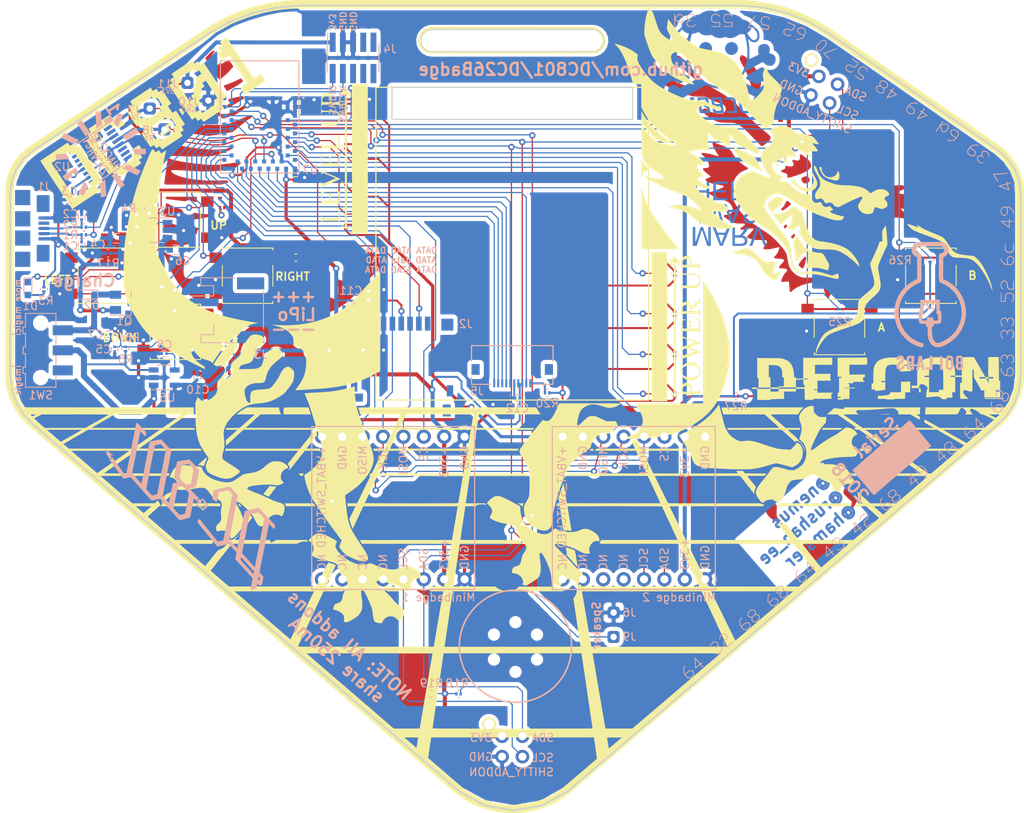
<source format=kicad_pcb>
(kicad_pcb (version 20171130) (host pcbnew "(5.0.0-rc2-dev-321-g78161b592)")
  (title_block (title "DC801 Badge - Defcon 26") (date 2018-03-07) (rev 1.0) (company DC801))
  (layers (0 F.Cu signal) (31 B.Cu signal) (34 B.Paste user hide) (35 F.Paste user hide) (36 B.SilkS user) (37 F.SilkS user hide) (38 B.Mask user) (39 F.Mask user hide) (44 Edge.Cuts user))
  (net 0 "")
  (net 1 USB_D-)
  (net 2 GND)
  (net 3 USB_D+)
  (net 4 "Net-(C3-Pad2)")
  (net 5 VBUS)
  (net 6 VBAT_SENSE)
  (net 7 +BATT)
  (net 8 "Net-(C7-Pad1)")
  (net 9 "Net-(C8-Pad1)")
  (net 10 +3V3)
  (net 11 "Net-(D1-Pad1)")
  (net 12 "Net-(D1-Pad2)")
  (net 13 "Net-(D3-Pad2)")
  (net 14 "Net-(D4-Pad2)")
  (net 15 "Net-(D5-Pad2)")
  (net 16 "Net-(D6-Pad2)")
  (net 17 "Net-(D8-Pad2)")
  (net 18 "Net-(D9-Pad2)")
  (net 19 "Net-(D10-Pad2)")
  (net 20 "Net-(D11-Pad2)")
  (net 21 SD_CS)
  (net 22 SWCLK)
  (net 23 SWDIO)
  (net 24 LCD_RS)
  (net 25 LCD_RESET)
  (net 26 LCD_CS)
  (net 27 LCD_LED)
  (net 28 "Net-(J5-Pad10)")
  (net 29 UART_TX)
  (net 30 UART_RX)
  (net 31 SPKR_DRV)
  (net 32 "Net-(R1-Pad2)")
  (net 33 "Net-(R2-Pad2)")
  (net 34 "Net-(R4-Pad2)")
  (net 35 +BATT_SW)
  (net 36 SDA)
  (net 37 SCL)
  (net 38 BUTTON_UP)
  (net 39 BUTTON_DOWN)
  (net 40 BUTTON_LEFT)
  (net 41 BUTTON_RIGHT)
  (net 42 BUTTON_A)
  (net 43 BUTTON_B)
  (net 44 MINI1_CS)
  (net 45 MINI2_CS)
  (net 46 PWR_UP_0)
  (net 47 PWR_UP_1)
  (net 48 PWR_UP_2)
  (net 49 PWR_UP_3)
  (net 50 LVL_UP_0)
  (net 51 LVL_UP_1)
  (net 52 LVL_UP_2)
  (net 53 LVL_UP_3)
  (net 54 MOSI0)
  (net 55 SCK0)
  (net 56 MISO0)
  (net 57 SCK1)
  (net 58 MOSI1)
  (module lib_fp:DragonSilkscreen (layer F.Cu) (at 140.6 101.1)
    (fp_text reference G*** hide)
    (fp_text value DragonSilkscreen hide)
  )
  (module lib_fp:NPTH0.5mm (layer F.Cu) (at 144.084679 132.75 300)
    (fp_text reference REF** hide)
    (fp_text value TestPoint_Pad_D1.0mm hide)
    (pad "" np_thru_hole circle (at 0 0 300) (size 0.5 0.5) (drill 0.5) (layers *.Cu *.Mask))
  )
  (module lib_fp:NPTH0.5mm (layer F.Cu) (at 144.084679 135.85 240)
    (fp_text reference REF** hide)
    (fp_text value TestPoint_Pad_D1.0mm hide)
    (pad "" np_thru_hole circle (at 0 0 240) (size 0.5 0.5) (drill 0.5) (layers *.Cu *.Mask))
  )
  (module lib_fp:NPTH0.5mm (layer F.Cu) (at 141.4 137.4 180)
    (fp_text reference REF** hide)
    (fp_text value TestPoint_Pad_D1.0mm hide)
    (pad "" np_thru_hole circle (at 0 0 180) (size 0.5 0.5) (drill 0.5) (layers *.Cu *.Mask))
  )
  (module lib_fp:NPTH0.5mm (layer F.Cu) (at 138.715321 135.85 120)
    (fp_text reference REF** hide)
    (fp_text value TestPoint_Pad_D1.0mm hide)
    (pad "" np_thru_hole circle (at 0 0 120) (size 0.5 0.5) (drill 0.5) (layers *.Cu *.Mask))
  )
  (module lib_fp:NPTH0.5mm (layer F.Cu) (at 138.715321 132.75 60)
    (fp_text reference REF** hide)
    (fp_text value TestPoint_Pad_D1.0mm hide)
    (pad "" np_thru_hole circle (at 0 0 60) (size 0.5 0.5) (drill 0.5) (layers *.Cu *.Mask))
  )
  (module lib_fp:NPTH0.5mm (layer F.Cu) (at 141.4 131.2)
    (fp_text reference REF** hide)
    (fp_text value TestPoint_Pad_D1.0mm hide)
    (pad "" np_thru_hole circle (at 0 0) (size 0.5 0.5) (drill 0.5) (layers *.Cu *.Mask))
  )
  (module LCD_display (layer F.Cu) (at 141 84)
    (fp_text reference REF** hide)
    (fp_text value LCD_display hide)
  )
  (module lib_fp:Badgelife-Shitty-2x2-NotRotated (layer F.Cu) (at 179.9 64.8 337)
    (fp_text reference U8 hide)
    (fp_text value SHITTY_ADDON (at -0.208564 3.347611 337) (layer B.SilkS) (effects (justify mirror)))
    (pad "" np_thru_hole circle (at -2.90322 -2.776219 337) (size 1.524 1.524) (drill 1.27) (layers *.Cu *.Mask))
    (pad 2 thru_hole circle (at 1.27 -1.27 337) (size 1.7 1.7) (drill 1) (layers *.Cu *.Mask) (net 36 SDA))
    (pad 4 thru_hole oval (at 1.27 1.27 337) (size 1.7 1.7) (drill 1) (layers *.Cu *.Mask) (net 37 SCL))
    (pad 1 thru_hole oval (at -1.27 -1.27 337) (size 1.7 1.7) (drill 1) (layers *.Cu *.Mask) (net 10 +3V3))
    (pad 3 thru_hole oval (at -1.27 1.27 337) (size 1.7 1.7) (drill 1) (layers *.Cu *.Mask) (net 2 GND))
  )
  (module SheepHead (layer B.Cu) (at 166.6 61.6 180)
    (fp_text reference G*** hide)
    (fp_text value LOGO hide)
    (fp_poly (pts (xy 1.642601 2.719163) (xy 1.787593 2.676819) (xy 1.918776 2.609768) (xy 2.033778 2.520889) (xy 2.130228 2.413062) (xy 2.205756 2.289168) (xy 2.257989 2.152088) (xy 2.284558 2.004702) (xy 2.283091 1.84989) (xy 2.272637 1.77849) (xy 2.230747 1.638231) (xy 2.162146 1.507161) (xy 2.070904 1.389889) (xy 1.96109 1.291023) (xy 1.836773 1.215175) (xy 1.742605 1.178029) (xy 1.659854 1.157689) (xy 1.567572 1.143218) (xy 1.478077 1.135987) (xy 1.403689 1.137364) (xy 1.390801 1.138924) (xy 1.234927 1.176614) (xy 1.094033 1.239816) (xy 0.970365 1.325584) (xy 0.866169 1.430973) (xy 0.783689 1.553036) (xy 0.725172 1.688827) (xy 0.692862 1.835399) (xy 0.689004 1.989806) (xy 0.695635 2.051087) (xy 0.729891 2.19833) (xy 0.78869 2.328819) (xy 0.874978 2.448395) (xy 0.920591 2.497236) (xy 1.040867 2.599861) (xy 1.168349 2.672433) (xy 1.306719 2.716494) (xy 1.459658 2.733583) (xy 1.486171 2.733917) (xy 1.642601 2.719163)) (layer B.Cu) (width 0.01))
    (fp_poly (pts (xy -1.590076 2.72111) (xy -1.44802 2.681746) (xy -1.318014 2.61416) (xy -1.196442 2.516877) (xy -1.182156 2.503047) (xy -1.0846 2.385892) (xy -1.012024 2.254199) (xy -0.965046 2.11259) (xy -0.944282 1.965687) (xy -0.950348 1.818115) (xy -0.983861 1.674494) (xy -1.045438 1.539449) (xy -1.052133 1.528274) (xy -1.102018 1.45954) (xy -1.168388 1.385304) (xy -1.240904 1.316132) (xy -1.30923 1.262589) (xy -1.317179 1.257382) (xy -1.438492 1.196848) (xy -1.576514 1.156446) (xy -1.721948 1.138017) (xy -1.865501 1.143405) (xy -1.881077 1.145576) (xy -1.99989 1.176621) (xy -2.121077 1.231892) (xy -2.234875 1.30623) (xy -2.310459 1.372356) (xy -2.407909 1.490885) (xy -2.47857 1.621216) (xy -2.522993 1.759518) (xy -2.541726 1.901955) (xy -2.535319 2.044694) (xy -2.504322 2.183902) (xy -2.449284 2.315746) (xy -2.370755 2.43639) (xy -2.269284 2.542003) (xy -2.145421 2.62875) (xy -2.129073 2.637713) (xy -2.006407 2.692778) (xy -1.885644 2.723624) (xy -1.753052 2.733709) (xy -1.747801 2.733728) (xy -1.590076 2.72111)) (layer B.Cu) (width 0.01))
    (fp_poly (pts (xy -0.525462 6.750479) (xy -0.319497 6.720612) (xy -0.114385 6.665329) (xy 0.084534 6.585473) (xy 0.124021 6.566165) (xy 0.223783 6.515805) (xy 0.374017 6.563929) (xy 0.615247 6.625221) (xy 0.85647 6.65502) (xy 1.096311 6.653596) (xy 1.333394 6.621216) (xy 1.566343 6.558149) (xy 1.793782 6.464663) (xy 2.014335 6.341026) (xy 2.20144 6.207651) (xy 2.232461 6.185126) (xy 2.263261 6.169267) (xy 2.301575 6.157851) (xy 2.355138 6.148659) (xy 2.431684 6.139469) (xy 2.443336 6.138201) (xy 2.665907 6.099121) (xy 2.877323 6.031871) (xy 3.074858 5.937706) (xy 3.255792 5.817879) (xy 3.387678 5.703483) (xy 3.437176 5.659743) (xy 3.482805 5.633412) (xy 3.539743 5.616453) (xy 3.559932 5.612259) (xy 3.761071 5.560437) (xy 3.941988 5.488517) (xy 4.100459 5.397571) (xy 4.234261 5.288673) (xy 4.23787 5.285141) (xy 4.339202 5.17083) (xy 4.411521 5.053491) (xy 4.457446 4.926914) (xy 4.479593 4.784894) (xy 4.482574 4.704881) (xy 4.483173 4.569774) (xy 4.566211 4.514196) (xy 4.628922 4.46624) (xy 4.704869 4.398861) (xy 4.788214 4.318069) (xy 4.873117 4.229871) (xy 4.953741 4.140275) (xy 5.024247 4.055292) (xy 5.065325 4.000536) (xy 5.153812 3.862947) (xy 5.236491 3.711005) (xy 5.307674 3.55616) (xy 5.361678 3.409864) (xy 5.366696 3.393554) (xy 5.383671 3.333882) (xy 5.395566 3.281474) (xy 5.403297 3.228216) (xy 5.407777 3.165992) (xy 5.409921 3.086689) (xy 5.410573 3.00413) (xy 5.408847 2.871828) (xy 5.40149 2.76252) (xy 5.386892 2.667665) (xy 5.36344 2.578721) (xy 5.329523 2.487148) (xy 5.30049 2.420833) (xy 5.226017 2.29189) (xy 5.133254 2.18844) (xy 5.024163 2.11147) (xy 4.900706 2.06197) (xy 4.764846 2.040927) (xy 4.618546 2.04933) (xy 4.577722 2.056732) (xy 4.480489 2.084519) (xy 4.36961 2.128574) (xy 4.255132 2.183971) (xy 4.147104 2.245784) (xy 4.055573 2.309086) (xy 4.043694 2.318563) (xy 3.985741 2.371559) (xy 3.923003 2.437803) (xy 3.868061 2.503916) (xy 3.862885 2.510807) (xy 3.825125 2.560363) (xy 3.794826 2.597544) (xy 3.776516 2.616911) (xy 3.773361 2.618333) (xy 3.773458 2.601427) (xy 3.777648 2.559001) (xy 3.785247 2.496964) (xy 3.795569 2.421227) (xy 3.798745 2.399121) (xy 3.842203 2.01982) (xy 3.863034 1.64011) (xy 3.861279 1.265574) (xy 3.836985 0.901793) (xy 3.790194 0.554351) (xy 3.783956 0.518925) (xy 3.77223 0.451631) (xy 3.763516 0.397241) (xy 3.758846 0.362497) (xy 3.758572 0.353425) (xy 3.774448 0.357416) (xy 3.815556 0.372923) (xy 3.878181 0.398321) (xy 3.958612 0.431982) (xy 4.053132 0.47228) (xy 4.15803 0.517588) (xy 4.269591 0.56628) (xy 4.384101 0.616729) (xy 4.497846 0.667309) (xy 4.607114 0.716392) (xy 4.70819 0.762354) (xy 4.79736 0.803565) (xy 4.870911 0.838402) (xy 4.912795 0.858966) (xy 4.98888 0.90125) (xy 5.03858 0.937998) (xy 5.057568 0.961874) (xy 5.064171 0.988818) (xy 5.067414 1.03543) (xy 5.067318 1.104969) (xy 5.063908 1.200697) (xy 5.059813 1.280504) (xy 5.055156 1.384341) (xy 5.052807 1.482598) (xy 5.052808 1.567911) (xy 5.055206 1.632914) (xy 5.057542 1.65719) (xy 5.090045 1.790594) (xy 5.148461 1.905662) (xy 5.232623 2.002234) (xy 5.342362 2.080149) (xy 5.477509 2.139247) (xy 5.596489 2.171347) (xy 5.681744 2.184279) (xy 5.781838 2.191458) (xy 5.889046 2.193139) (xy 5.995643 2.189581) (xy 6.093903 2.181042) (xy 6.176101 2.16778) (xy 6.234498 2.150058) (xy 6.330223 2.097916) (xy 6.401807 2.036846) (xy 6.456813 1.960233) (xy 6.461748 1.95136) (xy 6.491768 1.879205) (xy 6.509392 1.79388) (xy 6.514454 1.692778) (xy 6.506783 1.573295) (xy 6.486214 1.432822) (xy 6.452576 1.268754) (xy 6.405703 1.078484) (xy 6.40536 1.077173) (xy 6.387408 1.006943) (xy 6.373503 0.949023) (xy 6.365083 0.909671) (xy 6.363454 0.895202) (xy 6.379977 0.890285) (xy 6.42086 0.880704) (xy 6.479286 0.868008) (xy 6.525935 0.858309) (xy 6.68376 0.822607) (xy 6.81373 0.78519) (xy 6.91978 0.744456) (xy 7.005845 0.698806) (xy 7.075859 0.646637) (xy 7.098521 0.625326) (xy 7.171118 0.531103) (xy 7.217239 0.421784) (xy 7.236845 0.299922) (xy 7.229901 0.168072) (xy 7.196369 0.028786) (xy 7.136213 -0.115382) (xy 7.109931 -0.164627) (xy 7.031739 -0.289598) (xy 6.952017 -0.385922) (xy 6.865966 -0.456573) (xy 6.768786 -0.504523) (xy 6.655677 -0.532748) (xy 6.521839 -0.544221) (xy 6.496491 -0.544721) (xy 6.40736 -0.543211) (xy 6.336845 -0.535114) (xy 6.272148 -0.518714) (xy 6.251982 -0.511925) (xy 6.091887 -0.439531) (xy 5.936595 -0.337568) (xy 5.789062 -0.208202) (xy 5.68996 -0.10009) (xy 5.607148 -0.001494) (xy 5.525571 -0.049225) (xy 5.452664 -0.089924) (xy 5.354994 -0.14143) (xy 5.236831 -0.201604) (xy 5.102446 -0.268304) (xy 4.956109 -0.33939) (xy 4.802091 -0.412721) (xy 4.776408 -0.424807) (xy 4.660842 -0.479016) (xy 4.525217 -0.542497) (xy 4.374829 -0.612781) (xy 4.214974 -0.687401) (xy 4.050947 -0.763889) (xy 3.888043 -0.839777) (xy 3.731557 -0.912597) (xy 3.586785 -0.979882) (xy 3.459023 -1.039164) (xy 3.353566 -1.087974) (xy 3.333561 -1.097212) (xy 3.114619 -1.198253) (xy 3.015868 -1.326317) (xy 2.96887 -1.383875) (xy 2.906072 -1.455988) (xy 2.83438 -1.534964) (xy 2.760702 -1.613109) (xy 2.730245 -1.644422) (xy 2.669199 -1.707815) (xy 2.617925 -1.76359) (xy 2.579835 -1.807823) (xy 2.558341 -1.836593) (xy 2.555198 -1.845696) (xy 2.572056 -1.856237) (xy 2.614069 -1.880457) (xy 2.678471 -1.916828) (xy 2.762501 -1.963825) (xy 2.863395 -2.019921) (xy 2.978389 -2.083589) (xy 3.104719 -2.153303) (xy 3.239624 -2.227535) (xy 3.380338 -2.304758) (xy 3.524098 -2.383448) (xy 3.668142 -2.462075) (xy 3.809705 -2.539115) (xy 3.846559 -2.559128) (xy 4.004036 -2.644047) (xy 4.153331 -2.723476) (xy 4.291784 -2.796063) (xy 4.416735 -2.860456) (xy 4.525523 -2.915304) (xy 4.615489 -2.959255) (xy 4.683971 -2.990959) (xy 4.728311 -3.009062) (xy 4.73803 -3.012035) (xy 4.768445 -3.011339) (xy 4.808487 -2.994865) (xy 4.861132 -2.960686) (xy 4.929353 -2.906877) (xy 5.01426 -2.833179) (xy 5.124468 -2.751237) (xy 5.248276 -2.687471) (xy 5.378029 -2.64463) (xy 5.506072 -2.625463) (xy 5.587613 -2.627287) (xy 5.704021 -2.653417) (xy 5.815185 -2.708029) (xy 5.923939 -2.792603) (xy 5.94805 -2.8156) (xy 6.047348 -2.933366) (xy 6.118771 -3.061712) (xy 6.161686 -3.197324) (xy 6.175459 -3.336888) (xy 6.159457 -3.477089) (xy 6.113045 -3.614611) (xy 6.104296 -3.633034) (xy 6.050131 -3.727737) (xy 5.988765 -3.801807) (xy 5.915328 -3.858209) (xy 5.824953 -3.899912) (xy 5.712769 -3.929879) (xy 5.584215 -3.949864) (xy 5.481164 -3.962226) (xy 5.405755 -3.971847) (xy 5.354105 -3.980059) (xy 5.322328 -3.988197) (xy 5.30654 -3.997595) (xy 5.302856 -4.009587) (xy 5.307392 -4.025507) (xy 5.314538 -4.04247) (xy 5.358061 -4.175045) (xy 5.384869 -4.325029) (xy 5.395753 -4.497222) (xy 5.396089 -4.537985) (xy 5.392727 -4.659707) (xy 5.381288 -4.757306) (xy 5.359568 -4.837903) (xy 5.325363 -4.908619) (xy 5.276471 -4.976574) (xy 5.251364 -5.005629) (xy 5.15624 -5.089105) (xy 5.046742 -5.14768) (xy 4.927256 -5.182117) (xy 4.802167 -5.193179) (xy 4.675863 -5.181628) (xy 4.552729 -5.148228) (xy 4.437151 -5.093742) (xy 4.333516 -5.018932) (xy 4.24621 -4.924561) (xy 4.183506 -4.819893) (xy 4.162635 -4.770877) (xy 4.149935 -4.726206) (xy 4.143537 -4.675076) (xy 4.141568 -4.606677) (xy 4.141574 -4.577722) (xy 4.144024 -4.4918) (xy 4.152044 -4.423484) (xy 4.167887 -4.358762) (xy 4.185049 -4.30751) (xy 4.20567 -4.249974) (xy 4.221994 -4.204134) (xy 4.231131 -4.178113) (xy 4.231938 -4.175708) (xy 4.219424 -4.165471) (xy 4.182028 -4.141866) (xy 4.122816 -4.106664) (xy 4.044859 -4.061637) (xy 3.951226 -4.008558) (xy 3.844984 -3.949199) (xy 3.729203 -3.885332) (xy 3.727347 -3.884315) (xy 3.590903 -3.809527) (xy 3.445834 -3.730018) (xy 3.298825 -3.64945) (xy 3.156561 -3.571487) (xy 3.025725 -3.499792) (xy 2.913002 -3.438028) (xy 2.869024 -3.413933) (xy 2.623333 -3.279314) (xy 2.360906 -3.135496) (xy 2.092873 -2.98858) (xy 1.830363 -2.844666) (xy 1.632422 -2.736131) (xy 1.397197 -2.607141) (xy 1.290682 -2.66066) (xy 1.005736 -2.7899) (xy 0.71387 -2.895519) (xy 0.421273 -2.975553) (xy 0.134132 -3.028044) (xy 0.129327 -3.028688) (xy -0.134005 -3.048073) (xy -0.40484 -3.037067) (xy -0.683404 -2.995624) (xy -0.969926 -2.923702) (xy -1.264635 -2.821255) (xy -1.514911 -2.713346) (xy -1.686706 -2.633021) (xy -1.761281 -2.66577) (xy -1.794789 -2.681066) (xy -1.85252 -2.70806) (xy -1.930054 -2.744659) (xy -2.022971 -2.788769) (xy -2.126853 -2.838296) (xy -2.237279 -2.891147) (xy -2.257071 -2.900641) (xy -2.385789 -2.962347) (xy -2.524663 -3.028818) (xy -2.66552 -3.09615) (xy -2.800188 -3.160437) (xy -2.920491 -3.217774) (xy -2.996182 -3.253775) (xy -3.128325 -3.316858) (xy -3.268736 -3.38445) (xy -3.414618 -3.45516) (xy -3.563171 -3.527595) (xy -3.711596 -3.600364) (xy -3.857094 -3.672076) (xy -3.996866 -3.741338) (xy -4.128113 -3.806758) (xy -4.248036 -3.866946) (xy -4.353836 -3.920509) (xy -4.442713 -3.966055) (xy -4.51187 -4.002194) (xy -4.558505 -4.027532) (xy -4.579822 -4.040679) (xy -4.580754 -4.041643) (xy -4.60103 -4.087939) (xy -4.603386 -4.139811) (xy -4.587026 -4.203432) (xy -4.551153 -4.284974) (xy -4.548702 -4.289892) (xy -4.492021 -4.425295) (xy -4.454456 -4.563676) (xy -4.436514 -4.699303) (xy -4.438701 -4.82645) (xy -4.461524 -4.939386) (xy -4.486 -4.999251) (xy -4.555669 -5.101691) (xy -4.650886 -5.190494) (xy -4.767117 -5.262294) (xy -4.899825 -5.313725) (xy -4.915582 -5.318087) (xy -4.984943 -5.331826) (xy -5.070725 -5.342008) (xy -5.162423 -5.348072) (xy -5.249528 -5.34946) (xy -5.321535 -5.34561) (xy -5.3501 -5.341231) (xy -5.476608 -5.298475) (xy -5.591784 -5.229212) (xy -5.692273 -5.137708) (xy -5.774725 -5.028228) (xy -5.835786 -4.905039) (xy -5.872105 -4.772403) (xy -5.881101 -4.665602) (xy -5.872688 -4.565434) (xy -5.849606 -4.451612) (xy -5.815092 -4.336752) (xy -5.77238 -4.233468) (xy -5.768003 -4.224695) (xy -5.749027 -4.182424) (xy -5.738686 -4.149834) (xy -5.738047 -4.14415) (xy -5.752202 -4.127698) (xy -5.789452 -4.108227) (xy -5.82635 -4.094742) (xy -5.896355 -4.068597) (xy -5.985155 -4.02938) (xy -6.084748 -3.981124) (xy -6.187132 -3.927861) (xy -6.284307 -3.873624) (xy -6.368269 -3.822447) (xy -6.374023 -3.818705) (xy -6.477575 -3.741482) (xy -6.570682 -3.653825) (xy -6.64651 -3.562859) (xy -6.693618 -3.485525) (xy -6.724098 -3.390853) (xy -6.7327 -3.2848) (xy -6.719615 -3.17887) (xy -6.687091 -3.088486) (xy -6.623271 -2.991977) (xy -6.534299 -2.896191) (xy -6.426485 -2.806438) (xy -6.306135 -2.728027) (xy -6.191184 -2.671066) (xy -6.136619 -2.65064) (xy -6.084771 -2.638369) (xy -6.024107 -2.632369) (xy -5.944681 -2.630754) (xy -5.869734 -2.631713) (xy -5.815229 -2.636249) (xy -5.769847 -2.646577) (xy -5.722267 -2.664915) (xy -5.686714 -2.681272) (xy -5.61717 -2.716172) (xy -5.552372 -2.753633) (xy -5.486114 -2.79794) (xy -5.412187 -2.853377) (xy -5.324386 -2.924229) (xy -5.274246 -2.966016) (xy -5.194964 -3.030279) (xy -5.131803 -3.074485) (xy -5.078414 -3.10107) (xy -5.028453 -3.112469) (xy -4.975572 -3.111116) (xy -4.921587 -3.101311) (xy -4.872168 -3.08559) (xy -4.796314 -3.05491) (xy -4.695291 -3.0099) (xy -4.570368 -2.951194) (xy -4.422811 -2.879421) (xy -4.253888 -2.795215) (xy -4.064867 -2.699207) (xy -3.857015 -2.592027) (xy -3.631601 -2.474307) (xy -3.38989 -2.34668) (xy -3.147184 -2.217291) (xy -3.039821 -2.159813) (xy -2.940363 -2.106582) (xy -2.852595 -2.059623) (xy -2.780302 -2.020961) (xy -2.72727 -1.992619) (xy -2.697283 -1.976623) (xy -2.693213 -1.974464) (xy -2.681309 -1.965961) (xy -2.67879 -1.954363) (xy -2.688363 -1.935674) (xy -2.712732 -1.905896) (xy -2.754606 -1.861034) (xy -2.80568 -1.808364) (xy -3.017875 -1.57286) (xy -3.207123 -1.323531) (xy -3.379429 -1.052447) (xy -3.384123 -1.044371) (xy -3.457134 -0.918468) (xy -3.671714 -0.804256) (xy -3.795056 -0.738438) (xy -3.941024 -0.660262) (xy -4.104329 -0.57258) (xy -4.279684 -0.478244) (xy -4.461798 -0.380104) (xy -4.645383 -0.281012) (xy -4.82515 -0.18382) (xy -4.99581 -0.091379) (xy -5.152074 -0.00654) (xy -5.227575 0.034545) (xy -5.331185 0.09074) (xy -5.425854 0.141628) (xy -5.507963 0.185299) (xy -5.573893 0.219845) (xy -5.620021 0.243354) (xy -5.64273 0.253919) (xy -5.644257 0.254318) (xy -5.659743 0.243692) (xy -5.693114 0.214537) (xy -5.739912 0.170935) (xy -5.795679 0.116971) (xy -5.813937 0.098928) (xy -5.927664 -0.006491) (xy -6.033754 -0.086628) (xy -6.1392 -0.144425) (xy -6.250994 -0.182824) (xy -6.376129 -0.204766) (xy -6.521599 -0.213194) (xy -6.556633 -0.213525) (xy -6.642821 -0.212939) (xy -6.705212 -0.209975) (xy -6.75177 -0.203603) (xy -6.79046 -0.192791) (xy -6.824136 -0.178869) (xy -6.94005 -0.108687) (xy -7.039501 -0.013212) (xy -7.120641 0.104619) (xy -7.181622 0.24187) (xy -7.220594 0.395602) (xy -7.230152 0.466308) (xy -7.235451 0.634354) (xy -7.215289 0.783606) (xy -7.169571 0.914434) (xy -7.0982 1.027206) (xy -7.079015 1.049664) (xy -7.020032 1.107822) (xy -6.954093 1.156391) (xy -6.87438 1.199273) (xy -6.774075 1.24037) (xy -6.701639 1.265639) (xy -6.591659 1.306791) (xy -6.511508 1.346886) (xy -6.46171 1.385561) (xy -6.442788 1.422455) (xy -6.44613 1.442804) (xy -6.476294 1.540242) (xy -6.494165 1.657737) (xy -6.499914 1.7861) (xy -6.493707 1.916143) (xy -6.475714 2.038678) (xy -6.446104 2.144515) (xy -6.432646 2.176733) (xy -6.385772 2.251341) (xy -6.318021 2.326548) (xy -6.238813 2.393324) (xy -6.157569 2.442642) (xy -6.15297 2.444787) (xy -6.063292 2.473293) (xy -5.952634 2.489002) (xy -5.828928 2.49233) (xy -5.700109 2.483692) (xy -5.57411 2.463502) (xy -5.458865 2.432176) (xy -5.391135 2.404937) (xy -5.310459 2.356476) (xy -5.232601 2.291666) (xy -5.16643 2.219068) (xy -5.120818 2.14724) (xy -5.118236 2.141588) (xy -5.089457 2.052872) (xy -5.069215 1.941794) (xy -5.057692 1.816666) (xy -5.05507 1.685797) (xy -5.061532 1.557498) (xy -5.077259 1.440081) (xy -5.100798 1.34663) (xy -5.119249 1.28946) (xy -5.127472 1.253103) (xy -5.126115 1.228501) (xy -5.115825 1.206596) (xy -5.111325 1.199548) (xy -5.090853 1.174365) (xy -5.060106 1.147725) (xy -5.015683 1.117601) (xy -4.954184 1.081964) (xy -4.872212 1.038786) (xy -4.766365 0.986039) (xy -4.696933 0.952306) (xy -4.6117 0.911862) (xy -4.517142 0.868178) (xy -4.417504 0.82309) (xy -4.317033 0.778434) (xy -4.219974 0.736049) (xy -4.130572 0.69777) (xy -4.053075 0.665435) (xy -3.991727 0.64088) (xy -3.950774 0.625942) (xy -3.934467 0.622453) (xy -3.934251 0.639769) (xy -3.939174 0.678157) (xy -3.944154 0.707321) (xy -3.950064 0.756077) (xy -3.955316 0.831843) (xy -3.959858 0.929847) (xy -3.963638 1.045314) (xy -3.966605 1.173472) (xy -3.968603 1.302889) (xy -3.716616 1.302889) (xy -3.713281 1.135737) (xy -3.70513 0.993429) (xy -3.668618 0.660522) (xy -3.615806 0.349195) (xy -3.545176 0.052885) (xy -3.455211 -0.234973) (xy -3.368439 -0.463239) (xy -3.248635 -0.730532) (xy -3.116986 -0.973487) (xy -2.969142 -1.198659) (xy -2.800754 -1.412604) (xy -2.607471 -1.621876) (xy -2.584139 -1.645255) (xy -2.337171 -1.872641) (xy -2.078637 -2.075575) (xy -1.812333 -2.251211) (xy -1.661013 -2.336696) (xy -1.600222 -2.369264) (xy -1.547133 -2.398211) (xy -1.510276 -2.418867) (xy -1.502065 -2.423715) (xy -1.446478 -2.45343) (xy -1.367267 -2.489907) (xy -1.271175 -2.530499) (xy -1.164944 -2.57256) (xy -1.055315 -2.613445) (xy -0.949032 -2.650507) (xy -0.852836 -2.681101) (xy -0.82719 -2.688556) (xy -0.770261 -2.703118) (xy -0.694565 -2.720395) (xy -0.609419 -2.738487) (xy -0.524139 -2.755496) (xy -0.448042 -2.769523) (xy -0.390446 -2.778669) (xy -0.377004 -2.780302) (xy -0.360936 -2.769182) (xy -0.356634 -2.760885) (xy -0.354809 -2.739288) (xy -0.354333 -2.69106) (xy -0.35514 -2.621327) (xy -0.357163 -2.535216) (xy -0.360334 -2.437853) (xy -0.361106 -2.417335) (xy -0.373529 -2.094503) (xy -0.500006 -2.058059) (xy -0.639097 -2.008304) (xy -0.787472 -1.936042) (xy -0.948196 -1.839669) (xy -1.052959 -1.768815) (xy -1.13995 -1.70727) (xy -1.204112 -1.660066) (xy -1.248898 -1.623658) (xy -1.277764 -1.594505) (xy -1.294162 -1.569064) (xy -1.301546 -1.54379) (xy -1.303369 -1.515142) (xy -1.303379 -1.511925) (xy -1.297384 -1.462062) (xy -1.275083 -1.427566) (xy -1.261498 -1.415797) (xy -1.224655 -1.392591) (xy -1.187501 -1.384372) (xy -1.144823 -1.392561) (xy -1.091403 -1.418579) (xy -1.022027 -1.463847) (xy -0.983243 -1.49158) (xy -0.862677 -1.577395) (xy -0.760836 -1.645304) (xy -0.672533 -1.69835) (xy -0.592582 -1.739573) (xy -0.515796 -1.772014) (xy -0.487358 -1.782328) (xy -0.353443 -1.817564) (xy -0.220599 -1.828543) (xy -0.085994 -1.814563) (xy 0.053207 -1.774922) (xy 0.199839 -1.708918) (xy 0.356735 -1.615852) (xy 0.453004 -1.549592) (xy 0.534093 -1.494737) (xy 0.597217 -1.460967) (xy 0.646905 -1.446903) (xy 0.687688 -1.451168) (xy 0.719314 -1.468611) (xy 0.754534 -1.512224) (xy 0.770161 -1.56752) (xy 0.762846 -1.621156) (xy 0.759432 -1.628483) (xy 0.724857 -1.672842) (xy 0.665823 -1.725308) (xy 0.58763 -1.782802) (xy 0.495576 -1.842246) (xy 0.394961 -1.90056) (xy 0.291084 -1.954667) (xy 0.189242 -2.001488) (xy 0.094736 -2.037943) (xy 0.016351 -2.060219) (xy -0.10582 -2.086472) (xy -0.098854 -2.422116) (xy -0.096186 -2.522613) (xy -0.092696 -2.61243) (xy -0.088663 -2.686675) (xy -0.084369 -2.740455) (xy -0.080093 -2.768878) (xy -0.078797 -2.771796) (xy -0.056503 -2.776577) (xy -0.00877 -2.774901) (xy 0.05891 -2.767656) (xy 0.141047 -2.755729) (xy 0.232149 -2.740006) (xy 0.326725 -2.721374) (xy 0.419284 -2.70072) (xy 0.504334 -2.67893) (xy 0.515204 -2.675875) (xy 0.829748 -2.571439) (xy 1.144481 -2.437947) (xy 1.455277 -2.27784) (xy 1.758008 -2.093557) (xy 2.048546 -1.887538) (xy 2.322765 -1.662223) (xy 2.485671 -1.511089) (xy 2.626529 -1.368684) (xy 2.745404 -1.236257) (xy 2.847544 -1.107386) (xy 2.938197 -0.975645) (xy 2.984725 -0.900203) (xy 3.140211 -0.609882) (xy 3.27542 -0.296789) (xy 3.389611 0.036769) (xy 3.482042 0.388485) (xy 3.55197 0.75605) (xy 3.578348 0.945744) (xy 3.585764 1.028326) (xy 3.5914 1.135914) (xy 3.59525 1.261776) (xy 3.597307 1.399178) (xy 3.597565 1.541387) (xy 3.596017 1.681669) (xy 3.592658 1.813292) (xy 3.587481 1.929521) (xy 3.580479 2.023623) (xy 3.579364 2.034543) (xy 3.529279 2.406596) (xy 3.45687 2.795005) (xy 3.363232 3.194623) (xy 3.249456 3.600304) (xy 3.241009 3.628003) (xy 3.193504 3.782978) (xy 3.118686 3.783029) (xy 2.990153 3.792281) (xy 3.564455 3.792281) (xy 3.564953 3.773432) (xy 3.575067 3.730238) (xy 3.593034 3.668038) (xy 3.617094 3.592172) (xy 3.645485 3.50798) (xy 3.676445 3.4208) (xy 3.708211 3.335972) (xy 3.739024 3.258835) (xy 3.745725 3.242897) (xy 3.806044 3.112864) (xy 3.877523 2.977949) (xy 3.95481 2.847268) (xy 4.032555 2.729933) (xy 4.095953 2.646346) (xy 4.18851 2.549705) (xy 4.293465 2.466583) (xy 4.406021 2.398907) (xy 4.52138 2.348608) (xy 4.634745 2.317613) (xy 4.741318 2.307851) (xy 4.836302 2.321251) (xy 4.871914 2.334399) (xy 4.953919 2.388699) (xy 5.023511 2.469945) (xy 5.079513 2.57535) (xy 5.120749 2.702121) (xy 5.146044 2.84747) (xy 5.154234 3.00413) (xy 5.149699 3.125943) (xy 5.135493 3.230701) (xy 5.120184 3.296633) (xy 5.079143 3.41919) (xy 5.020338 3.553572) (xy 4.948926 3.689578) (xy 4.870063 3.817005) (xy 4.825741 3.879258) (xy 4.786204 3.92835) (xy 4.734942 3.987114) (xy 4.676191 4.051234) (xy 4.614188 4.116395) (xy 4.553168 4.17828) (xy 4.497366 4.232574) (xy 4.45102 4.274962) (xy 4.418364 4.301127) (xy 4.405406 4.307509) (xy 4.390967 4.295441) (xy 4.364197 4.26362) (xy 4.330581 4.218624) (xy 4.326571 4.21297) (xy 4.246533 4.121692) (xy 4.14081 4.03513) (xy 4.015493 3.956975) (xy 3.876668 3.890914) (xy 3.730426 3.840638) (xy 3.697994 3.832095) (xy 3.638838 3.816624) (xy 3.59244 3.803051) (xy 3.566798 3.793761) (xy 3.564455 3.792281) (xy 2.990153 3.792281) (xy 2.986429 3.792549) (xy 2.840113 3.819088) (xy 2.690547 3.85986) (xy 2.54854 3.912079) (xy 2.46328 3.95194) (xy 2.359539 4.005714) (xy 2.248699 3.897576) (xy 2.116131 3.786031) (xy 1.971336 3.699599) (xy 1.809885 3.636144) (xy 1.627349 3.593527) (xy 1.614256 3.591364) (xy 1.535539 3.583125) (xy 1.433798 3.579003) (xy 1.317499 3.578733) (xy 1.195105 3.58205) (xy 1.075079 3.588689) (xy 0.965886 3.598385) (xy 0.875988 3.610872) (xy 0.853698 3.615197) (xy 0.729862 3.64148) (xy 0.657026 3.577367) (xy 0.502834 3.460299) (xy 0.333361 3.365302) (xy 0.155785 3.296007) (xy 0.044381 3.267466) (xy -0.119238 3.245907) (xy -0.297994 3.242775) (xy -0.481714 3.257258) (xy -0.660228 3.288546) (xy -0.823364 3.335827) (xy -0.826375 3.336921) (xy -0.954276 3.383599) (xy -1.037432 3.346994) (xy -1.227273 3.280534) (xy -1.425077 3.243904) (xy -1.627982 3.237045) (xy -1.833132 3.259894) (xy -2.037664 3.312391) (xy -2.189573 3.371468) (xy -2.252619 3.403084) (xy -2.328103 3.446041) (xy -2.408927 3.49573) (xy -2.487996 3.547545) (xy -2.558214 3.596879) (xy -2.612483 3.639125) (xy -2.637345 3.662186) (xy -2.656296 3.680626) (xy -2.67651 3.692574) (xy -2.705019 3.699438) (xy -2.748853 3.702626) (xy -2.815046 3.703549) (xy -2.843978 3.703598) (xy -2.937796 3.706256) (xy -3.04233 3.713262) (xy -3.139604 3.723299) (xy -3.169641 3.72744) (xy -3.23726 3.73747) (xy -3.292791 3.745405) (xy -3.328938 3.750219) (xy -3.338581 3.751189) (xy -3.348488 3.736767) (xy -3.365138 3.697079) (xy -3.386773 3.637488) (xy -3.411632 3.563361) (xy -3.437957 3.480061) (xy -3.463988 3.392953) (xy -3.487965 3.307402) (xy -3.502788 3.2505) (xy -3.522671 3.165608) (xy -3.545755 3.058157) (xy -3.570287 2.936987) (xy -3.59451 2.81094) (xy -3.616668 2.688858) (xy -3.630623 2.606758) (xy -3.652473 2.452704) (xy -3.671646 2.276829) (xy -3.687835 2.085784) (xy -3.700734 1.886217) (xy -3.710035 1.684779) (xy -3.715432 1.488119) (xy -3.716616 1.302889) (xy -3.968603 1.302889) (xy -3.968706 1.309546) (xy -3.969889 1.448765) (xy -3.970103 1.586353) (xy -3.969296 1.717539) (xy -3.967414 1.837548) (xy -3.964408 1.941607) (xy -3.960224 2.024943) (xy -3.958717 2.045373) (xy -3.938954 2.259419) (xy -3.914852 2.47271) (xy -3.887522 2.6767) (xy -3.858074 2.862848) (xy -3.838866 2.967459) (xy -3.823966 3.044412) (xy -3.811589 3.110006) (xy -3.80289 3.157988) (xy -3.799027 3.182105) (xy -3.798935 3.183381) (xy -3.808059 3.177185) (xy -3.832729 3.150649) (xy -3.868806 3.108399) (xy -3.898497 3.072117) (xy -3.995518 2.965571) (xy -4.102827 2.871701) (xy -4.213076 2.796259) (xy -4.314281 2.74673) (xy -4.374542 2.727143) (xy -4.435477 2.715736) (xy -4.509074 2.710737) (xy -4.562161 2.710075) (xy -4.636582 2.711039) (xy -4.69021 2.715398) (xy -4.734021 2.725352) (xy -4.77899 2.743103) (xy -4.816479 2.761071) (xy -4.947463 2.842091) (xy -5.053842 2.943048) (xy -5.135478 3.063584) (xy -5.192233 3.203339) (xy -5.223968 3.361954) (xy -5.227522 3.457672) (xy -4.961961 3.457672) (xy -4.954168 3.355725) (xy -4.938297 3.273916) (xy -4.893211 3.170531) (xy -4.826573 3.086616) (xy -4.743015 3.024316) (xy -4.647166 2.985774) (xy -4.543658 2.973136) (xy -4.437119 2.988546) (xy -4.373361 3.012289) (xy -4.304194 3.052687) (xy -4.231395 3.111984) (xy -4.153059 3.192286) (xy -4.067279 3.295699) (xy -3.972148 3.424327) (xy -3.884218 3.552503) (xy -3.827459 3.6376) (xy -3.776431 3.714296) (xy -3.733867 3.778468) (xy -3.702502 3.825989) (xy -3.685069 3.852736) (xy -3.682699 3.856537) (xy -3.690193 3.873467) (xy -3.72262 3.900664) (xy -3.776123 3.934914) (xy -3.778004 3.936012) (xy -3.84237 3.978836) (xy -3.913324 4.034271) (xy -3.976506 4.091022) (xy -3.981876 4.096368) (xy -4.071546 4.199512) (xy -4.137508 4.307223) (xy -4.183659 4.427593) (xy -4.213892 4.568715) (xy -4.215957 4.582648) (xy -4.229219 4.589067) (xy -4.261784 4.575961) (xy -4.310168 4.545972) (xy -4.37089 4.501743) (xy -4.440465 4.445915) (xy -4.515411 4.381133) (xy -4.592245 4.310037) (xy -4.649249 4.253924) (xy -4.743332 4.152827) (xy -4.814834 4.061053) (xy -4.868199 3.971183) (xy -4.90787 3.875802) (xy -4.936761 3.774004) (xy -4.953224 3.67769) (xy -4.961635 3.56862) (xy -4.961961 3.457672) (xy -5.227522 3.457672) (xy -5.230546 3.53907) (xy -5.211828 3.734328) (xy -5.205477 3.773013) (xy -5.16929 3.92854) (xy -5.116001 4.069362) (xy -5.042252 4.201544) (xy -4.944681 4.331153) (xy -4.825841 4.458436) (xy -4.651815 4.617471) (xy -4.478932 4.748918) (xy -4.302372 4.856417) (xy -4.290299 4.862849) (xy -4.218709 4.902534) (xy -4.168897 4.93576) (xy -4.133357 4.968444) (xy -4.104584 5.006504) (xy -4.100973 5.012118) (xy -4.001804 5.139817) (xy -3.875788 5.254367) (xy -3.725668 5.354244) (xy -3.554183 5.437924) (xy -3.364075 5.503883) (xy -3.158085 5.550597) (xy -3.121642 5.556521) (xy -3.085927 5.564461) (xy -3.05832 5.579575) (xy -3.031192 5.608282) (xy -2.996915 5.657005) (xy -2.990226 5.667134) (xy -2.907736 5.76719) (xy -2.798456 5.860543) (xy -2.667039 5.94518) (xy -2.518137 6.019087) (xy -2.356403 6.080249) (xy -2.18649 6.126653) (xy -2.013049 6.156285) (xy -1.840734 6.16713) (xy -1.835149 6.167145) (xy -1.723178 6.167209) (xy -1.6625 6.246775) (xy -1.623333 6.293454) (xy -1.569389 6.351656) (xy -1.509683 6.411822) (xy -1.481647 6.438571) (xy -1.360786 6.534964) (xy -1.220814 6.619174) (xy -1.072315 6.685715) (xy -0.92587 6.729098) (xy -0.918598 6.730599) (xy -0.726942 6.754089) (xy -0.525462 6.750479)) (layer B.Cu) (width 0.01))
    (fp_poly (pts (xy 3.273188 -4.14894) (xy 3.338687 -4.150447) (xy 3.382351 -4.153636) (xy 3.409153 -4.159059) (xy 3.424068 -4.16727) (xy 3.430867 -4.176377) (xy 3.43201 -4.197144) (xy 3.427976 -4.245642) (xy 3.418691 -4.322373) (xy 3.404083 -4.427842) (xy 3.38408 -4.562551) (xy 3.358609 -4.727004) (xy 3.327597 -4.921705) (xy 3.290972 -5.147157) (xy 3.289215 -5.157885) (xy 3.261379 -5.327781) (xy 3.235102 -5.488122) (xy 3.210829 -5.636198) (xy 3.189004 -5.769303) (xy 3.170071 -5.884728) (xy 3.154475 -5.979765) (xy 3.14266 -6.051705) (xy 3.13507 -6.09784) (xy 3.132149 -6.115462) (xy 3.132132 -6.115551) (xy 3.116969 -6.117182) (xy 3.076622 -6.118488) (xy 3.017697 -6.119314) (xy 2.964091 -6.119525) (xy 2.889819 -6.119282) (xy 2.84196 -6.117747) (xy 2.815138 -6.113712) (xy 2.803976 -6.105967) (xy 2.803098 -6.093303) (xy 2.805059 -6.083761) (xy 2.809284 -6.060739) (xy 2.817817 -6.010509) (xy 2.830078 -5.936688) (xy 2.845486 -5.842894) (xy 2.863459 -5.73274) (xy 2.883416 -5.609845) (xy 2.904775 -5.477824) (xy 2.926956 -5.340294) (xy 2.949376 -5.20087) (xy 2.971455 -5.063169) (xy 2.992611 -4.930808) (xy 3.012262 -4.807401) (xy 3.029828 -4.696567) (xy 3.044727 -4.60192) (xy 3.056378 -4.527078) (xy 3.064198 -4.475656) (xy 3.067608 -4.451271) (xy 3.06771 -4.449956) (xy 3.053454 -4.440997) (xy 3.017188 -4.435371) (xy 2.992209 -4.434425) (xy 2.931624 -4.431561) (xy 2.896162 -4.419273) (xy 2.880323 -4.391295) (xy 2.878606 -4.341358) (xy 2.881167 -4.307918) (xy 2.887388 -4.2512) (xy 2.897263 -4.209836) (xy 2.915349 -4.181406) (xy 2.9462 -4.163487) (xy 2.994372 -4.153656) (xy 3.064422 -4.149491) (xy 3.160905 -4.148569) (xy 3.180878 -4.148561) (xy 3.273188 -4.14894)) (layer B.Cu) (width 0.01))
    (fp_poly (pts (xy 2.472375 -4.187576) (xy 2.499305 -4.224719) (xy 2.511229 -4.261391) (xy 2.511263 -4.263076) (xy 2.508731 -4.285268) (xy 2.501496 -4.335839) (xy 2.490028 -4.411803) (xy 2.474795 -4.510173) (xy 2.456264 -4.627961) (xy 2.434906 -4.762182) (xy 2.411188 -4.909848) (xy 2.385579 -5.067972) (xy 2.369705 -5.165376) (xy 2.228275 -6.03119) (xy 2.178843 -6.075357) (xy 2.129411 -6.119525) (xy 0.984037 -6.119525) (xy 0.945023 -6.08051) (xy 0.918705 -6.050411) (xy 0.906177 -6.028646) (xy 0.906008 -6.027141) (xy 0.908494 -6.009205) (xy 0.915648 -5.962761) (xy 0.927009 -5.890671) (xy 0.936761 -5.829443) (xy 1.271612 -5.829443) (xy 1.279032 -5.836483) (xy 1.303399 -5.841775) (xy 1.347845 -5.845509) (xy 1.415503 -5.847878) (xy 1.509507 -5.849072) (xy 1.597132 -5.849312) (xy 1.706526 -5.849233) (xy 1.788285 -5.848699) (xy 1.84656 -5.847265) (xy 1.885507 -5.844485) (xy 1.909278 -5.839913) (xy 1.922026 -5.833104) (xy 1.927907 -5.823612) (xy 1.930509 -5.813549) (xy 1.937662 -5.77664) (xy 1.948078 -5.717276) (xy 1.960968 -5.640488) (xy 1.975544 -5.551305) (xy 1.991019 -5.454756) (xy 2.006603 -5.355873) (xy 2.021509 -5.259684) (xy 2.034949 -5.171219) (xy 2.046134 -5.095508) (xy 2.054276 -5.037581) (xy 2.058588 -5.002468) (xy 2.058904 -4.994156) (xy 2.04576 -5.002129) (xy 2.011082 -5.02627) (xy 1.958784 -5.063693) (xy 1.89278 -5.111515) (xy 1.816984 -5.166851) (xy 1.73531 -5.226815) (xy 1.651672 -5.288525) (xy 1.569984 -5.349094) (xy 1.49416 -5.405639) (xy 1.428114 -5.455274) (xy 1.375761 -5.495115) (xy 1.341013 -5.522278) (xy 1.330973 -5.530637) (xy 1.32376 -5.549317) (xy 1.31327 -5.590716) (xy 1.301225 -5.646157) (xy 1.289348 -5.706965) (xy 1.279365 -5.764464) (xy 1.272997 -5.809978) (xy 1.271612 -5.829443) (xy 0.936761 -5.829443) (xy 0.94212 -5.795802) (xy 0.960521 -5.681017) (xy 0.981754 -5.549181) (xy 1.005359 -5.403159) (xy 1.02846 -5.260727) (xy 1.368797 -5.260727) (xy 1.36942 -5.27218) (xy 1.371973 -5.27648) (xy 1.375272 -5.277097) (xy 1.389658 -5.26794) (xy 1.426115 -5.242093) (xy 1.481316 -5.201987) (xy 1.551938 -5.150058) (xy 1.634656 -5.088737) (xy 1.726146 -5.020459) (xy 1.73688 -5.01242) (xy 1.829155 -4.943269) (xy 1.912933 -4.880443) (xy 1.984895 -4.826433) (xy 2.041725 -4.783732) (xy 2.080105 -4.75483) (xy 2.096718 -4.742218) (xy 2.097072 -4.741934) (xy 2.102636 -4.724775) (xy 2.111963 -4.683389) (xy 2.123522 -4.624894) (xy 2.130741 -4.585396) (xy 2.157514 -4.434669) (xy 1.825816 -4.434669) (xy 1.727011 -4.435037) (xy 1.639929 -4.436067) (xy 1.569228 -4.437645) (xy 1.519566 -4.439657) (xy 1.495601 -4.441989) (xy 1.494118 -4.442754) (xy 1.491706 -4.46002) (xy 1.484919 -4.504381) (xy 1.474431 -4.571547) (xy 1.460915 -4.657227) (xy 1.445043 -4.757129) (xy 1.430539 -4.847935) (xy 1.410224 -4.975005) (xy 1.394513 -5.07415) (xy 1.382961 -5.148833) (xy 1.375121 -5.202516) (xy 1.370549 -5.23866) (xy 1.368797 -5.260727) (xy 1.02846 -5.260727) (xy 1.030879 -5.245815) (xy 1.049333 -5.132332) (xy 1.192658 -4.251878) (xy 1.247785 -4.200219) (xy 1.302913 -4.148561) (xy 2.43336 -4.148561) (xy 2.472375 -4.187576)) (layer B.Cu) (width 0.01))
    (fp_poly (pts (xy 0.771624 -4.187576) (xy 0.80171 -4.232628) (xy 0.810138 -4.271024) (xy 0.807528 -4.294784) (xy 0.800207 -4.346869) (xy 0.78865 -4.424239) (xy 0.773331 -4.523854) (xy 0.754725 -4.642675) (xy 0.733305 -4.777662) (xy 0.709546 -4.925775) (xy 0.683922 -5.083975) (xy 0.669478 -5.172522) (xy 0.529319 -6.029587) (xy 0.478989 -6.074556) (xy 0.42866 -6.119525) (xy -0.139331 -6.119041) (xy -0.298606 -6.11845) (xy -0.436234 -6.117001) (xy -0.550287 -6.114747) (xy -0.638839 -6.111743) (xy -0.699961 -6.108041) (xy -0.731728 -6.103695) (xy -0.734942 -6.102466) (xy -0.748888 -6.09382) (xy -0.760317 -6.083876) (xy -0.769019 -6.070174) (xy -0.77478 -6.050254) (xy -0.777386 -6.021659) (xy -0.776625 -5.981929) (xy -0.772284 -5.928605) (xy -0.76415 -5.859227) (xy -0.758939 -5.821496) (xy -0.42817 -5.821496) (xy -0.426346 -5.830879) (xy -0.417452 -5.837888) (xy -0.397498 -5.842866) (xy -0.362491 -5.846155) (xy -0.308442 -5.848097) (xy -0.23136 -5.849033) (xy -0.127253 -5.849307) (xy -0.103619 -5.849312) (xy 0.005777 -5.849233) (xy 0.08754 -5.848698) (xy 0.145827 -5.847261) (xy 0.184795 -5.844478) (xy 0.208602 -5.839902) (xy 0.221404 -5.833088) (xy 0.227358 -5.823591) (xy 0.230032 -5.813549) (xy 0.235253 -5.786529) (xy 0.244134 -5.736524) (xy 0.25559 -5.670045) (xy 0.268536 -5.593606) (xy 0.281884 -5.513718) (xy 0.294549 -5.436894) (xy 0.305447 -5.369648) (xy 0.31349 -5.318491) (xy 0.317593 -5.289936) (xy 0.317898 -5.286533) (xy 0.302785 -5.283717) (xy 0.260562 -5.281614) (xy 0.195904 -5.280307) (xy 0.113483 -5.279876) (xy 0.017973 -5.280405) (xy -0.011429 -5.280748) (xy -0.340757 -5.285044) (xy -0.383968 -5.539362) (xy -0.398685 -5.627286) (xy -0.411376 -5.705597) (xy -0.421103 -5.768306) (xy -0.426928 -5.809424) (xy -0.42817 -5.821496) (xy -0.758939 -5.821496) (xy -0.752011 -5.771337) (xy -0.735652 -5.662476) (xy -0.714861 -5.530184) (xy -0.689426 -5.372003) (xy -0.659133 -5.185473) (xy -0.651435 -5.138174) (xy -0.624399 -4.97207) (xy -0.286107 -4.97207) (xy -0.277097 -4.978905) (xy -0.248268 -4.984048) (xy -0.196927 -4.987655) (xy -0.120377 -4.989885) (xy -0.015922 -4.990892) (xy 0.039017 -4.990989) (xy 0.364142 -4.990989) (xy 0.373734 -4.939331) (xy 0.379705 -4.905035) (xy 0.389448 -4.846689) (xy 0.401753 -4.771639) (xy 0.415408 -4.687231) (xy 0.419589 -4.661171) (xy 0.455852 -4.434669) (xy -0.202342 -4.434669) (xy -0.244225 -4.69391) (xy -0.25826 -4.781881) (xy -0.270295 -4.859414) (xy -0.279474 -4.920828) (xy -0.284944 -4.960445) (xy -0.286107 -4.97207) (xy -0.624399 -4.97207) (xy -0.507176 -4.251878) (xy -0.452507 -4.200219) (xy -0.397838 -4.148561) (xy 0.732609 -4.148561) (xy 0.771624 -4.187576)) (layer B.Cu) (width 0.01))
    (fp_poly (pts (xy -1.36073 -4.14928) (xy -1.236943 -4.150384) (xy -1.126462 -4.152088) (xy -1.032992 -4.154305) (xy -0.960235 -4.156946) (xy -0.911897 -4.159924) (xy -0.891735 -4.163117) (xy -0.879487 -4.179986) (xy -0.875213 -4.214159) (xy -0.87815 -4.272305) (xy -0.878639 -4.277809) (xy -0.882476 -4.32028) (xy -0.887628 -4.354307) (xy -0.897344 -4.380824) (xy -0.914874 -4.400767) (xy -0.943467 -4.415069) (xy -0.986373 -4.424666) (xy -1.046841 -4.430491) (xy -1.128121 -4.433479) (xy -1.233461 -4.434565) (xy -1.366111 -4.434683) (xy -1.424048 -4.434669) (xy -1.890883 -4.434669) (xy -1.89932 -4.470432) (xy -1.904791 -4.498621) (xy -1.914334 -4.553182) (xy -1.927301 -4.630052) (xy -1.943042 -4.725168) (xy -1.960909 -4.834467) (xy -1.980255 -4.953887) (xy -2.00043 -5.079364) (xy -2.020787 -5.206836) (xy -2.040677 -5.33224) (xy -2.059452 -5.451513) (xy -2.076463 -5.560592) (xy -2.091061 -5.655415) (xy -2.1026 -5.731918) (xy -2.11043 -5.786039) (xy -2.113902 -5.813716) (xy -2.114017 -5.815803) (xy -2.113375 -5.825331) (xy -2.109213 -5.832856) (xy -2.098177 -5.838615) (xy -2.076912 -5.842844) (xy -2.042065 -5.845779) (xy -1.990281 -5.847657) (xy -1.918207 -5.848714) (xy -1.822488 -5.849185) (xy -1.699771 -5.849308) (xy -1.638109 -5.849312) (xy -1.479089 -5.849882) (xy -1.351292 -5.85159) (xy -1.254842 -5.854432) (xy -1.189863 -5.858403) (xy -1.156478 -5.863499) (xy -1.151853 -5.866055) (xy -1.146614 -5.894694) (xy -1.148633 -5.942495) (xy -1.156184 -5.998125) (xy -1.16754 -6.050254) (xy -1.180973 -6.087549) (xy -1.186919 -6.096164) (xy -1.197115 -6.102274) (xy -1.216227 -6.107251) (xy -1.24718 -6.111203) (xy -1.292901 -6.114241) (xy -1.356316 -6.116472) (xy -1.440352 -6.118006) (xy -1.547934 -6.118953) (xy -1.681988 -6.119421) (xy -1.81315 -6.119525) (xy -1.967612 -6.119467) (xy -2.093424 -6.119188) (xy -2.193726 -6.118531) (xy -2.27166 -6.117339) (xy -2.330364 -6.115454) (xy -2.372979 -6.112719) (xy -2.402646 -6.108977) (xy -2.422504 -6.10407) (xy -2.435693 -6.097842) (xy -2.445354 -6.090135) (xy -2.447809 -6.087735) (xy -2.471811 -6.0515) (xy -2.479783 -6.020182) (xy -2.477282 -5.994381) (xy -2.470056 -5.941059) (xy -2.45869 -5.86378) (xy -2.44377 -5.766108) (xy -2.425879 -5.651609) (xy -2.405603 -5.523846) (xy -2.383526 -5.386385) (xy -2.360234 -5.24279) (xy -2.33631 -5.096625) (xy -2.312341 -4.951457) (xy -2.28891 -4.810848) (xy -2.266602 -4.678364) (xy -2.246003 -4.55757) (xy -2.227697 -4.45203) (xy -2.212269 -4.365309) (xy -2.200303 -4.300971) (xy -2.192385 -4.262581) (xy -2.190028 -4.253972) (xy -2.163798 -4.213859) (xy -2.124915 -4.179577) (xy -2.123231 -4.17853) (xy -2.108618 -4.170717) (xy -2.090822 -4.164396) (xy -2.066546 -4.159411) (xy -2.032494 -4.155608) (xy -1.985367 -4.152831) (xy -1.921869 -4.150924) (xy -1.838703 -4.149731) (xy -1.732571 -4.149098) (xy -1.600176 -4.148869) (xy -1.494117 -4.148864) (xy -1.36073 -4.14928)) (layer B.Cu) (width 0.01))
    (fp_poly (pts (xy -2.687083 -4.25102) (xy -2.585535 -4.353478) (xy -2.708411 -5.113316) (xy -2.733069 -5.265422) (xy -2.756361 -5.408374) (xy -2.777763 -5.539022) (xy -2.796756 -5.654214) (xy -2.812816 -5.750799) (xy -2.825423 -5.825626) (xy -2.834055 -5.875544) (xy -2.83819 -5.897403) (xy -2.838277 -5.897732) (xy -2.8534 -5.917024) (xy -2.888661 -5.949578) (xy -2.938254 -5.990287) (xy -2.978406 -6.020917) (xy -3.111544 -6.119525) (xy -3.63535 -6.119525) (xy -3.76136 -6.119214) (xy -3.877112 -6.118333) (xy -3.978799 -6.116957) (xy -4.062613 -6.115162) (xy -4.124746 -6.113023) (xy -4.161392 -6.110615) (xy -4.169754 -6.108928) (xy -4.177899 -6.086447) (xy -4.180623 -6.05727) (xy -4.178138 -6.028024) (xy -4.170869 -5.971787) (xy -4.159385 -5.891971) (xy -4.149436 -5.82622) (xy -3.814768 -5.82622) (xy -3.810274 -5.834644) (xy -3.794109 -5.840778) (xy -3.762248 -5.844945) (xy -3.710666 -5.84747) (xy -3.635337 -5.848675) (xy -3.532634 -5.848884) (xy -3.2505 -5.848457) (xy -3.199021 -5.805174) (xy -3.147541 -5.76189) (xy -2.942977 -4.506196) (xy -2.976324 -4.470432) (xy -2.989423 -4.457771) (xy -3.004812 -4.448515) (xy -3.027302 -4.44213) (xy -3.061704 -4.438086) (xy -3.112831 -4.435849) (xy -3.185494 -4.434888) (xy -3.284503 -4.43467) (xy -3.299693 -4.434669) (xy -3.589714 -4.434669) (xy -3.598654 -4.47838) (xy -3.604241 -4.509007) (xy -3.613872 -4.565444) (xy -3.626904 -4.643682) (xy -3.642693 -4.739713) (xy -3.660598 -4.849529) (xy -3.679976 -4.96912) (xy -3.700183 -5.094478) (xy -3.720578 -5.221595) (xy -3.740517 -5.346462) (xy -3.759358 -5.46507) (xy -3.776457 -5.573411) (xy -3.791173 -5.667476) (xy -3.802862 -5.743256) (xy -3.810882 -5.796744) (xy -3.81459 -5.82393) (xy -3.814768 -5.82622) (xy -4.149436 -5.82622) (xy -4.144256 -5.791988) (xy -4.12605 -5.675248) (xy -4.105338 -5.545165) (xy -4.082688 -5.40515) (xy -4.05867 -5.258613) (xy -4.033853 -5.108968) (xy -4.008806 -4.959625) (xy -3.9841 -4.813996) (xy -3.960302 -4.675494) (xy -3.937983 -4.547528) (xy -3.917713 -4.433512) (xy -3.900059 -4.336857) (xy -3.885592 -4.260975) (xy -3.874881 -4.209276) (xy -3.868495 -4.185174) (xy -3.868063 -4.184324) (xy -3.845825 -4.148561) (xy -2.788631 -4.148561) (xy -2.687083 -4.25102)) (layer B.Cu) (width 0.01))
  )
  (module marv (layer B.Cu) (at 168 80)
    (fp_text reference G*** hide)
    (fp_text value LOGO hide)
    (fp_poly (pts (xy 4.62988 4.275103) (xy 4.682381 4.273442) (xy 4.714287 4.271019) (xy 4.720776 4.269156) (xy 4.715133 4.253306) (xy 4.698922 4.210623) (xy 4.673219 4.143855) (xy 4.639101 4.05575) (xy 4.597644 3.949055) (xy 4.549925 3.826517) (xy 4.49702 3.690886) (xy 4.440006 3.544906) (xy 4.379958 3.391328) (xy 4.317955 3.232898) (xy 4.255071 3.072363) (xy 4.192384 2.912472) (xy 4.13097 2.755971) (xy 4.071906 2.60561) (xy 4.016268 2.464134) (xy 3.965132 2.334292) (xy 3.919575 2.218831) (xy 3.880673 2.120499) (xy 3.849504 2.042044) (xy 3.827142 1.986212) (xy 3.814666 1.955753) (xy 3.812585 1.951095) (xy 3.801098 1.937993) (xy 3.779385 1.929694) (xy 3.741229 1.92518) (xy 3.680414 1.923433) (xy 3.642716 1.923279) (xy 3.487677 1.923279) (xy 3.052382 3.047841) (xy 2.982204 3.229097) (xy 2.914977 3.402652) (xy 2.851638 3.566086) (xy 2.793128 3.716979) (xy 2.740386 3.852909) (xy 2.694351 3.971457) (xy 2.655963 4.070202) (xy 2.626162 4.146724) (xy 2.605887 4.198603) (xy 2.596078 4.223417) (xy 2.595814 4.224061) (xy 2.574542 4.275719) (xy 2.745626 4.27565) (xy 2.916709 4.27558) (xy 3.201553 3.476933) (xy 3.257598 3.319975) (xy 3.311976 3.168036) (xy 3.363459 3.024522) (xy 3.410819 2.892837) (xy 3.452832 2.776385) (xy 3.488268 2.678573) (xy 3.515901 2.602803) (xy 3.534505 2.552482) (xy 3.53838 2.542235) (xy 3.566364 2.4645) (xy 3.593428 2.381768) (xy 3.614518 2.309639) (xy 3.617649 2.297561) (xy 3.644934 2.188938) (xy 3.703243 2.370032) (xy 3.719775 2.418936) (xy 3.746264 2.494192) (xy 3.781472 2.592398) (xy 3.824155 2.710155) (xy 3.873075 2.844062) (xy 3.926991 2.990718) (xy 3.98466 3.146723) (xy 4.044844 3.308676) (xy 4.083938 3.413423) (xy 4.406323 4.275719) (xy 4.56355 4.275719) (xy 4.62988 4.275103)) (layer B.Cu) (width 0.01))
    (fp_poly (pts (xy 1.06893 4.275404) (xy 1.21002 4.274916) (xy 1.345419 4.273663) (xy 1.470808 4.271742) (xy 1.581864 4.269253) (xy 1.674268 4.266291) (xy 1.743698 4.262955) (xy 1.785833 4.259342) (xy 1.786891 4.259193) (xy 1.929203 4.224571) (xy 2.052506 4.164958) (xy 2.155833 4.081045) (xy 2.238222 3.973521) (xy 2.270105 3.913603) (xy 2.28855 3.871483) (xy 2.300768 3.833351) (xy 2.30802 3.790879) (xy 2.311565 3.735737) (xy 2.312663 3.659597) (xy 2.312704 3.631977) (xy 2.312045 3.547671) (xy 2.309298 3.487165) (xy 2.303312 3.442481) (xy 2.292933 3.405644) (xy 2.277009 3.368678) (xy 2.273646 3.361764) (xy 2.206518 3.256927) (xy 2.116076 3.169589) (xy 2.0007 3.098593) (xy 1.858767 3.04278) (xy 1.805702 3.027464) (xy 1.680176 2.993998) (xy 1.756465 2.94929) (xy 1.814189 2.91067) (xy 1.872426 2.861188) (xy 1.933537 2.797996) (xy 1.999884 2.718244) (xy 2.073828 2.619083) (xy 2.15773 2.497664) (xy 2.253952 2.351138) (xy 2.260037 2.34169) (xy 2.322217 2.244656) (xy 2.37895 2.155355) (xy 2.42787 2.077571) (xy 2.466613 2.015087) (xy 2.492815 1.971686) (xy 2.504112 1.951153) (xy 2.504134 1.951095) (xy 2.506221 1.939357) (xy 2.498561 1.931468) (xy 2.476263 1.926673) (xy 2.434436 1.92422) (xy 2.368192 1.923353) (xy 2.323749 1.923279) (xy 2.132708 1.923279) (xy 1.912756 2.268858) (xy 1.823033 2.408575) (xy 1.746986 2.523931) (xy 1.682286 2.618031) (xy 1.626605 2.69398) (xy 1.577612 2.754883) (xy 1.532978 2.803845) (xy 1.490374 2.84397) (xy 1.466437 2.863816) (xy 1.417357 2.898732) (xy 1.366773 2.924619) (xy 1.308849 2.94275) (xy 1.23775 2.954399) (xy 1.14764 2.960839) (xy 1.032682 2.963344) (xy 1.009772 2.963472) (xy 0.770901 2.964393) (xy 0.766711 2.443836) (xy 0.76252 1.923279) (xy 0.460952 1.923279) (xy 0.460952 3.239656) (xy 0.762954 3.239656) (xy 1.219932 3.245933) (xy 1.353709 3.2479) (xy 1.459859 3.249922) (xy 1.542547 3.252321) (xy 1.605933 3.255415) (xy 1.65418 3.259526) (xy 1.691451 3.264975) (xy 1.721908 3.272081) (xy 1.749714 3.281164) (xy 1.76792 3.288117) (xy 1.863452 3.341149) (xy 1.935013 3.41459) (xy 1.981516 3.506784) (xy 2.001876 3.616075) (xy 2.002754 3.646253) (xy 1.987772 3.747786) (xy 1.944587 3.837923) (xy 1.87584 3.912959) (xy 1.784174 3.969191) (xy 1.767346 3.97628) (xy 1.739276 3.986786) (xy 1.71124 3.995105) (xy 1.67908 4.001553) (xy 1.63864 4.00645) (xy 1.585763 4.010111) (xy 1.516292 4.012854) (xy 1.426072 4.014998) (xy 1.310945 4.016858) (xy 1.219932 4.018076) (xy 0.762954 4.023953) (xy 0.762954 3.239656) (xy 0.460952 3.239656) (xy 0.460952 4.275719) (xy 1.06893 4.275404)) (layer B.Cu) (width 0.01))
    (fp_poly (pts (xy -0.29155 3.123341) (xy -0.217571 2.941866) (xy -0.146981 2.768553) (xy -0.080715 2.605712) (xy -0.019711 2.455647) (xy 0.035097 2.320667) (xy 0.082773 2.203079) (xy 0.12238 2.105188) (xy 0.152982 2.029304) (xy 0.173645 1.977731) (xy 0.183431 1.952778) (xy 0.184029 1.951095) (xy 0.185297 1.938909) (xy 0.176419 1.930896) (xy 0.15227 1.926195) (xy 0.107725 1.923947) (xy 0.03766 1.923294) (xy 0.018088 1.923279) (xy -0.156704 1.923279) (xy -0.237615 2.130904) (xy -0.273687 2.22368) (xy -0.311874 2.322249) (xy -0.347592 2.414759) (xy -0.375944 2.488538) (xy -0.433362 2.638548) (xy -1.411244 2.638548) (xy -1.485197 2.435888) (xy -1.519288 2.342494) (xy -1.555897 2.242245) (xy -1.590399 2.147804) (xy -1.615821 2.078254) (xy -1.672492 1.923279) (xy -1.837622 1.923279) (xy -1.905708 1.923635) (xy -1.960093 1.924596) (xy -1.994189 1.926005) (xy -2.002484 1.927252) (xy -1.99688 1.94235) (xy -1.980728 1.984871) (xy -1.954891 2.052567) (xy -1.92023 2.143189) (xy -1.877607 2.25449) (xy -1.827883 2.38422) (xy -1.771919 2.530131) (xy -1.710577 2.689975) (xy -1.64472 2.861503) (xy -1.625301 2.912059) (xy -1.313269 2.912059) (xy -1.308165 2.905424) (xy -1.292748 2.900517) (xy -1.26347 2.897081) (xy -1.21678 2.894856) (xy -1.149132 2.893584) (xy -1.056975 2.893007) (xy -0.936762 2.892866) (xy -0.929696 2.892866) (xy -0.80785 2.892996) (xy -0.714213 2.893559) (xy -0.645203 2.894814) (xy -0.59724 2.897019) (xy -0.566744 2.900431) (xy -0.550134 2.905311) (xy -0.543829 2.911916) (xy -0.544248 2.920504) (xy -0.544296 2.920682) (xy -0.551642 2.942168) (xy -0.568744 2.98945) (xy -0.594144 3.058579) (xy -0.626381 3.145604) (xy -0.663996 3.246577) (xy -0.70553 3.357549) (xy -0.719044 3.393554) (xy -0.762505 3.510192) (xy -0.803195 3.621156) (xy -0.839478 3.721848) (xy -0.869718 3.807668) (xy -0.892279 3.874019) (xy -0.905526 3.916303) (xy -0.907063 3.922058) (xy -0.920113 3.968203) (xy -0.931602 3.998508) (xy -0.936973 4.005506) (xy -0.944274 3.991137) (xy -0.955917 3.952816) (xy -0.969813 3.897722) (xy -0.975141 3.874374) (xy -0.987371 3.82943) (xy -1.009197 3.759659) (xy -1.038895 3.669938) (xy -1.074745 3.565147) (xy -1.115026 3.450166) (xy -1.158016 3.329873) (xy -1.201993 3.209147) (xy -1.245237 3.092868) (xy -1.286026 2.985915) (xy -1.311609 2.920682) (xy -1.313269 2.912059) (xy -1.625301 2.912059) (xy -1.575208 3.042466) (xy -1.553294 3.099499) (xy -1.104373 4.267772) (xy -0.758277 4.267772) (xy -0.29155 3.123341)) (layer B.Cu) (width 0.01))
    (fp_poly (pts (xy -2.241176 1.923279) (xy -2.542936 1.923279) (xy -2.551126 3.878177) (xy -2.886239 2.904702) (xy -3.221352 1.931226) (xy -3.504818 1.931226) (xy -3.83861 2.919606) (xy -4.172403 3.907985) (xy -4.180589 1.923279) (xy -4.482353 1.923279) (xy -4.482353 4.275719) (xy -4.247903 4.275708) (xy -4.013454 4.275696) (xy -3.679879 3.276243) (xy -3.346303 2.276789) (xy -3.162011 2.819277) (xy -3.110164 2.971705) (xy -3.053265 3.138664) (xy -2.994198 3.311712) (xy -2.935846 3.482409) (xy -2.881093 3.642311) (xy -2.832825 3.782978) (xy -2.820529 3.818742) (xy -2.663341 4.275719) (xy -2.241176 4.275719) (xy -2.241176 1.923279)) (layer B.Cu) (width 0.01))
    (fp_poly (pts (xy 0.435573 1.426729) (xy 0.608881 1.42259) (xy 1.555345 -0.89806) (xy 1.394673 -0.902622) (xy 1.32516 -0.903912) (xy 1.26701 -0.903722) (xy 1.227923 -0.902146) (xy 1.216383 -0.900423) (xy 1.205866 -0.884255) (xy 1.185969 -0.842592) (xy 1.158516 -0.779686) (xy 1.125335 -0.699792) (xy 1.08825 -0.607161) (xy 1.06601 -0.550148) (xy 0.933255 -0.206634) (xy -0.045055 -0.206634) (xy -0.070382 -0.274187) (xy -0.083994 -0.310943) (xy -0.106162 -0.371319) (xy -0.134595 -0.449053) (xy -0.167003 -0.537884) (xy -0.196859 -0.6199) (xy -0.29801 -0.89806) (xy -0.466588 -0.902569) (xy -0.541154 -0.904232) (xy -0.589135 -0.903872) (xy -0.615714 -0.900649) (xy -0.626072 -0.893724) (xy -0.625392 -0.882258) (xy -0.623559 -0.877154) (xy -0.616128 -0.857841) (xy -0.598209 -0.811196) (xy -0.570704 -0.739567) (xy -0.534514 -0.645302) (xy -0.49054 -0.530749) (xy -0.439683 -0.398255) (xy -0.382845 -0.250168) (xy -0.320926 -0.088837) (xy -0.266407 0.053224) (xy 0.047685 0.053224) (xy 0.062863 0.051695) (xy 0.105532 0.050328) (xy 0.171392 0.049183) (xy 0.256143 0.048323) (xy 0.355488 0.047807) (xy 0.437109 0.047684) (xy 0.544586 0.048208) (xy 0.640699 0.049681) (xy 0.72115 0.051955) (xy 0.781639 0.054881) (xy 0.817869 0.058311) (xy 0.826534 0.061129) (xy 0.821105 0.078865) (xy 0.805751 0.122506) (xy 0.781868 0.188252) (xy 0.75085 0.272304) (xy 0.714094 0.37086) (xy 0.672997 0.480122) (xy 0.659675 0.515355) (xy 0.61568 0.632603) (xy 0.574122 0.745287) (xy 0.536738 0.848549) (xy 0.505265 0.937531) (xy 0.481439 1.007375) (xy 0.466996 1.053223) (xy 0.465613 1.058231) (xy 0.448 1.115364) (xy 0.432254 1.150516) (xy 0.420244 1.161103) (xy 0.413841 1.14454) (xy 0.413267 1.130588) (xy 0.407466 1.090515) (xy 0.390733 1.024083) (xy 0.364068 0.934397) (xy 0.328475 0.824561) (xy 0.284956 0.697681) (xy 0.234512 0.556861) (xy 0.184779 0.42278) (xy 0.146867 0.3219) (xy 0.112976 0.231302) (xy 0.084628 0.155091) (xy 0.063346 0.097372) (xy 0.050653 0.062251) (xy 0.047685 0.053224) (xy -0.266407 0.053224) (xy -0.254829 0.083392) (xy -0.185454 0.264169) (xy -0.174843 0.291818) (xy 0.262266 1.430867) (xy 0.435573 1.426729)) (layer B.Cu) (width 0.01))
    (fp_poly (pts (xy -1.783528 0.735137) (xy -1.725987 0.528345) (xy -1.676674 0.349026) (xy -1.634832 0.194156) (xy -1.599707 0.060713) (xy -1.570543 -0.054325) (xy -1.546586 -0.153981) (xy -1.527081 -0.241276) (xy -1.511272 -0.319234) (xy -1.498405 -0.390876) (xy -1.491564 -0.433508) (xy -1.481563 -0.489435) (xy -1.471735 -0.528876) (xy -1.463818 -0.545264) (xy -1.462131 -0.544772) (xy -1.454373 -0.524498) (xy -1.442697 -0.480996) (xy -1.429173 -0.422256) (xy -1.423934 -0.397372) (xy -1.41484 -0.356024) (xy -1.398975 -0.28724) (xy -1.37716 -0.194454) (xy -1.350215 -0.081102) (xy -1.318961 0.049384) (xy -1.284219 0.193568) (xy -1.246811 0.348017) (xy -1.207557 0.509297) (xy -1.190847 0.577713) (xy -1.15223 0.735777) (xy -1.115981 0.884374) (xy -1.082785 1.020672) (xy -1.053331 1.141841) (xy -1.028304 1.24505) (xy -1.008392 1.327468) (xy -0.994282 1.386264) (xy -0.98666 1.418608) (xy -0.985482 1.424115) (xy -0.970703 1.426798) (xy -0.930829 1.428931) (xy -0.872553 1.430247) (xy -0.824832 1.430538) (xy -0.748663 1.429546) (xy -0.700296 1.426233) (xy -0.675797 1.420089) (xy -0.671206 1.410669) (xy -0.676458 1.39248) (xy -0.689456 1.346061) (xy -0.709531 1.273838) (xy -0.736013 1.178238) (xy -0.768231 1.061685) (xy -0.805517 0.926605) (xy -0.847199 0.775425) (xy -0.892608 0.610569) (xy -0.941074 0.434464) (xy -0.991927 0.249536) (xy -0.99389 0.242396) (xy -1.30955 -0.906008) (xy -1.617409 -0.906008) (xy -1.632962 -0.846402) (xy -1.641158 -0.81584) (xy -1.656585 -0.759137) (xy -1.678365 -0.679484) (xy -1.705617 -0.580071) (xy -1.737462 -0.464089) (xy -1.773021 -0.334728) (xy -1.811414 -0.195178) (xy -1.851763 -0.048631) (xy -1.893186 0.101725) (xy -1.934806 0.252698) (xy -1.975742 0.401099) (xy -2.015115 0.543735) (xy -2.052045 0.677418) (xy -2.085654 0.798957) (xy -2.115061 0.905162) (xy -2.139388 0.992841) (xy -2.157754 1.058805) (xy -2.16928 1.099864) (xy -2.172988 1.11264) (xy -2.179518 1.107312) (xy -2.191755 1.075938) (xy -2.208074 1.023406) (xy -2.22685 0.954602) (xy -2.231142 0.937797) (xy -2.245259 0.883567) (xy -2.266957 0.802505) (xy -2.295201 0.698378) (xy -2.328957 0.574955) (xy -2.367189 0.436002) (xy -2.408863 0.285289) (xy -2.452945 0.126581) (xy -2.498399 -0.036352) (xy -2.511572 -0.083433) (xy -2.741864 -0.905977) (xy -2.904787 -0.905993) (xy -2.972412 -0.905436) (xy -3.026327 -0.90392) (xy -3.059884 -0.901698) (xy -3.067709 -0.899802) (xy -3.071684 -0.883914) (xy -3.083092 -0.840223) (xy -3.101159 -0.771638) (xy -3.125108 -0.681068) (xy -3.154166 -0.571422) (xy -3.187557 -0.445609) (xy -3.224506 -0.306538) (xy -3.264239 -0.157117) (xy -3.305979 -0.000256) (xy -3.348953 0.161136) (xy -3.392385 0.324152) (xy -3.4355 0.485881) (xy -3.477523 0.643414) (xy -3.51768 0.793844) (xy -3.555194 0.93426) (xy -3.589292 1.061754) (xy -3.619198 1.173418) (xy -3.644137 1.266341) (xy -3.663334 1.337616) (xy -3.676014 1.384333) (xy -3.681309 1.403292) (xy -3.682877 1.416007) (xy -3.6745 1.423952) (xy -3.650867 1.427948) (xy -3.606665 1.428819) (xy -3.536581 1.427388) (xy -3.527383 1.427134) (xy -3.364653 1.42259) (xy -3.1687 0.58811) (xy -3.130592 0.425331) (xy -3.093967 0.267949) (xy -3.059617 0.119424) (xy -3.028333 -0.016782) (xy -3.000903 -0.137208) (xy -2.97812 -0.238393) (xy -2.960773 -0.316877) (xy -2.949653 -0.369197) (xy -2.947229 -0.381477) (xy -2.934664 -0.44584) (xy -2.923379 -0.499817) (xy -2.915261 -0.534512) (xy -2.913527 -0.540426) (xy -2.907115 -0.535675) (xy -2.895795 -0.504943) (xy -2.881191 -0.453359) (xy -2.865691 -0.389425) (xy -2.853446 -0.339203) (xy -2.833524 -0.262177) (xy -2.806949 -0.162121) (xy -2.774746 -0.042806) (xy -2.737941 0.091996) (xy -2.697559 0.238513) (xy -2.654625 0.392971) (xy -2.610163 0.5516) (xy -2.605129 0.569476) (xy -2.561987 0.722673) (xy -2.521256 0.867463) (xy -2.483792 1.000797) (xy -2.450449 1.119622) (xy -2.422082 1.220887) (xy -2.399548 1.301542) (xy -2.3837 1.358535) (xy -2.375396 1.388815) (xy -2.374552 1.392036) (xy -2.369458 1.408165) (xy -2.360089 1.419012) (xy -2.340918 1.425626) (xy -2.306419 1.429054) (xy -2.251066 1.430342) (xy -2.17137 1.430538) (xy -1.977851 1.430538) (xy -1.783528 0.735137)) (layer B.Cu) (width 0.01))
    (fp_poly (pts (xy 2.713252 1.466933) (xy 2.814861 1.460443) (xy 2.898125 1.448556) (xy 2.900814 1.447992) (xy 3.028493 1.409507) (xy 3.149759 1.35171) (xy 3.258438 1.278811) (xy 3.348353 1.195018) (xy 3.413328 1.104539) (xy 3.418133 1.095448) (xy 3.452522 1.015271) (xy 3.479231 0.928355) (xy 3.494505 0.848117) (xy 3.496683 0.814612) (xy 3.493469 0.778896) (xy 3.477982 0.764929) (xy 3.453161 0.76284) (xy 3.414561 0.761287) (xy 3.357527 0.757353) (xy 3.302159 0.752594) (xy 3.24545 0.747726) (xy 3.213366 0.747866) (xy 3.198894 0.754914) (xy 3.195022 0.770771) (xy 3.194869 0.781666) (xy 3.184289 0.848611) (xy 3.156148 0.924624) (xy 3.115841 0.996782) (xy 3.091695 1.028691) (xy 3.012668 1.098387) (xy 2.91137 1.14817) (xy 2.786502 1.178541) (xy 2.678185 1.188813) (xy 2.531418 1.186205) (xy 2.401288 1.165261) (xy 2.29067 1.127018) (xy 2.202442 1.07251) (xy 2.139481 1.002773) (xy 2.133432 0.992867) (xy 2.108911 0.926847) (xy 2.100142 0.848689) (xy 2.106897 0.770487) (xy 2.128944 0.704336) (xy 2.139239 0.687624) (xy 2.173756 0.65189) (xy 2.226147 0.61722) (xy 2.298952 0.582599) (xy 2.394712 0.547013) (xy 2.515969 0.509448) (xy 2.665263 0.468889) (xy 2.72597 0.453458) (xy 2.887169 0.411223) (xy 3.020891 0.371671) (xy 3.131146 0.333103) (xy 3.221942 0.293819) (xy 3.297288 0.252116) (xy 3.361195 0.206296) (xy 3.408355 0.163983) (xy 3.489743 0.062358) (xy 3.544696 -0.05442) (xy 3.572233 -0.182462) (xy 3.57137 -0.317873) (xy 3.553916 -0.412738) (xy 3.504592 -0.544393) (xy 3.429507 -0.659402) (xy 3.33053 -0.756846) (xy 3.209528 -0.835803) (xy 3.06837 -0.895354) (xy 2.908924 -0.934576) (xy 2.733057 -0.952549) (xy 2.542638 -0.948353) (xy 2.4796 -0.942254) (xy 2.310799 -0.90965) (xy 2.158387 -0.853316) (xy 2.024496 -0.775096) (xy 1.91126 -0.67683) (xy 1.820811 -0.560361) (xy 1.755281 -0.427531) (xy 1.717392 -0.283863) (xy 1.708902 -0.230108) (xy 1.702933 -0.189576) (xy 1.700871 -0.172135) (xy 1.715305 -0.165482) (xy 1.753303 -0.158193) (xy 1.806716 -0.151822) (xy 1.808042 -0.1517) (xy 1.870003 -0.145644) (xy 1.924773 -0.139588) (xy 1.956993 -0.135347) (xy 1.982999 -0.134041) (xy 1.997075 -0.145955) (xy 2.005313 -0.178747) (xy 2.008413 -0.199974) (xy 2.039668 -0.318687) (xy 2.097615 -0.42236) (xy 2.180241 -0.509623) (xy 2.285538 -0.579103) (xy 2.411493 -0.62943) (xy 2.556097 -0.65923) (xy 2.693546 -0.667396) (xy 2.839712 -0.657324) (xy 2.967902 -0.628615) (xy 3.076224 -0.582924) (xy 3.162786 -0.521904) (xy 3.225698 -0.44721) (xy 3.263069 -0.360495) (xy 3.273006 -0.263413) (xy 3.258338 -0.173498) (xy 3.235108 -0.118207) (xy 3.196226 -0.068413) (xy 3.13918 -0.022817) (xy 3.061456 0.019881) (xy 2.960539 0.06098) (xy 2.833916 0.101779) (xy 2.679074 0.143578) (xy 2.613827 0.15963) (xy 2.455788 0.199664) (xy 2.325001 0.23766) (xy 2.217174 0.275495) (xy 2.12801 0.315049) (xy 2.053217 0.358199) (xy 1.988499 0.406825) (xy 1.935985 0.456136) (xy 1.874841 0.530436) (xy 1.834398 0.609738) (xy 1.811848 0.701945) (xy 1.804383 0.81496) (xy 1.804355 0.826533) (xy 1.805798 0.90396) (xy 1.811059 0.960544) (xy 1.822054 1.007175) (xy 1.840703 1.054744) (xy 1.846954 1.068422) (xy 1.91888 1.185937) (xy 2.016124 1.286374) (xy 2.135936 1.367575) (xy 2.275564 1.427383) (xy 2.322446 1.441244) (xy 2.397896 1.455181) (xy 2.494817 1.464186) (xy 2.603253 1.468142) (xy 2.713252 1.466933)) (layer B.Cu) (width 0.01))
    (fp_poly (pts (xy 4.339299 -1.684522) (xy 3.643899 -1.688663) (xy 2.948498 -1.692804) (xy 2.944221 -2.046465) (xy 2.939943 -2.400126) (xy 4.24393 -2.400126) (xy 4.24393 -2.686233) (xy 2.939996 -2.686233) (xy 2.948498 -3.473029) (xy 4.386984 -3.481301) (xy 4.386984 -3.751189) (xy 2.638549 -3.751189) (xy 2.638549 -1.414644) (xy 4.339299 -1.414644) (xy 4.339299 -1.684522)) (layer B.Cu) (width 0.01))
    (fp_poly (pts (xy 0.917929 -1.41492) (xy 1.10018 -1.415286) (xy 1.253778 -1.41641) (xy 1.381856 -1.41858) (xy 1.487546 -1.422086) (xy 1.573983 -1.427219) (xy 1.644299 -1.434266) (xy 1.701626 -1.443518) (xy 1.749099 -1.455265) (xy 1.789851 -1.469795) (xy 1.827013 -1.487399) (xy 1.851718 -1.501205) (xy 1.930749 -1.560521) (xy 2.00612 -1.639988) (xy 2.06837 -1.728501) (xy 2.100275 -1.792916) (xy 2.118097 -1.845544) (xy 2.129187 -1.900004) (xy 2.134982 -1.966394) (xy 2.136893 -2.050438) (xy 2.136528 -2.128999) (xy 2.133252 -2.18563) (xy 2.125406 -2.230168) (xy 2.111331 -2.27245) (xy 2.091997 -2.316637) (xy 2.02648 -2.421673) (xy 1.935308 -2.512535) (xy 1.822611 -2.586158) (xy 1.692521 -2.639474) (xy 1.637172 -2.654284) (xy 1.584694 -2.66655) (xy 1.543015 -2.676694) (xy 1.527013 -2.680889) (xy 1.5252 -2.692357) (xy 1.549431 -2.716295) (xy 1.582645 -2.74054) (xy 1.638052 -2.780021) (xy 1.688566 -2.821089) (xy 1.737004 -2.86719) (xy 1.786181 -2.92177) (xy 1.838914 -2.988276) (xy 1.898019 -3.070156) (xy 1.966314 -3.170855) (xy 2.046614 -3.293821) (xy 2.090248 -3.361765) (xy 2.148881 -3.453384) (xy 2.202895 -3.537737) (xy 2.249566 -3.610573) (xy 2.286167 -3.667639) (xy 2.309976 -3.704683) (xy 2.316917 -3.715426) (xy 2.340202 -3.751189) (xy 1.943306 -3.751189) (xy 1.850995 -3.604162) (xy 1.737419 -3.425151) (xy 1.637524 -3.272041) (xy 1.54974 -3.142841) (xy 1.472497 -3.035561) (xy 1.404223 -2.948208) (xy 1.34335 -2.878793) (xy 1.288306 -2.825323) (xy 1.237522 -2.785807) (xy 1.189426 -2.758256) (xy 1.180781 -2.754347) (xy 1.146485 -2.743353) (xy 1.097809 -2.734937) (xy 1.030089 -2.728625) (xy 0.938659 -2.723944) (xy 0.85435 -2.721289) (xy 0.58811 -2.714355) (xy 0.58811 -3.751189) (xy 0.270213 -3.751189) (xy 0.270213 -2.451683) (xy 0.58811 -2.451683) (xy 1.029193 -2.443728) (xy 1.169277 -2.440836) (xy 1.281471 -2.437592) (xy 1.369674 -2.43374) (xy 1.437785 -2.429024) (xy 1.489704 -2.423189) (xy 1.529329 -2.415979) (xy 1.553948 -2.40932) (xy 1.650865 -2.36444) (xy 1.726624 -2.300864) (xy 1.78085 -2.223349) (xy 1.813168 -2.136651) (xy 1.823206 -2.045525) (xy 1.810587 -1.954728) (xy 1.774938 -1.869016) (xy 1.715885 -1.793146) (xy 1.633054 -1.731872) (xy 1.608254 -1.719236) (xy 1.51796 -1.676909) (xy 1.053035 -1.671859) (xy 0.58811 -1.666808) (xy 0.58811 -2.451683) (xy 0.270213 -2.451683) (xy 0.270213 -1.414644) (xy 0.917929 -1.41492)) (layer B.Cu) (width 0.01))
    (fp_poly (pts (xy -0.222528 -1.684856) (xy -1.605381 -1.684856) (xy -1.605381 -2.400126) (xy -0.317897 -2.400126) (xy -0.317897 -2.686233) (xy -1.605381 -2.686233) (xy -1.605381 -3.480977) (xy -0.158948 -3.480977) (xy -0.158948 -3.751189) (xy -1.923279 -3.751189) (xy -1.923279 -1.414644) (xy -0.222528 -1.414644) (xy -0.222528 -1.684856)) (layer B.Cu) (width 0.01))
    (fp_poly (pts (xy -3.973717 -2.368336) (xy -2.749812 -2.368336) (xy -2.749812 -1.414644) (xy -2.447809 -1.414644) (xy -2.447809 -3.751189) (xy -2.749812 -3.751189) (xy -2.749812 -2.654443) (xy -3.973717 -2.654443) (xy -3.973717 -3.751189) (xy -4.291614 -3.751189) (xy -4.291614 -1.414644) (xy -3.973717 -1.414644) (xy -3.973717 -2.368336)) (layer B.Cu) (width 0.01))
  )
  (module lib_fp:Badgelife-Shitty-2x2-NotRotated (layer F.Cu) (at 141 146.696051)
    (fp_text reference U5 hide)
    (fp_text value SHITTY_ADDON (at -0.1 3.203949) (layer B.SilkS) (effects (justify mirror)))
    (pad "" np_thru_hole circle (at -2.90322 -2.77622) (size 1.524 1.524) (drill 1.27) (layers *.Cu *.Mask))
    (pad 2 thru_hole circle (at 1.27 -1.27) (size 1.7 1.7) (drill 1) (layers *.Cu *.Mask) (net 36 SDA))
    (pad 4 thru_hole oval (at 1.27 1.27) (size 1.7 1.7) (drill 1) (layers *.Cu *.Mask) (net 37 SCL))
    (pad 1 thru_hole oval (at -1.27 -1.27) (size 1.7 1.7) (drill 1) (layers *.Cu *.Mask) (net 10 +3V3))
    (pad 3 thru_hole oval (at -1.27 1.27) (size 1.7 1.7) (drill 1) (layers *.Cu *.Mask) (net 2 GND))
  )
  (module lib_fp:HexBorder (layer F.Cu) (at 182.4 96.8)
    (fp_text reference G*** hide)
    (fp_text value LOGO hide)
  )
  (module lib_fp:SW_SPST_B3S-1000 (layer F.Cu) (at 108 88)
    (fp_text reference SW5 hide)
    (fp_text value SW_Push hide)
    (pad 1 smd rect (at -3.975 -2.25) (size 1.55 1.3) (layers F.Cu F.Paste F.Mask) (net 41 BUTTON_RIGHT))
    (pad 1 smd rect (at 3.975 -2.25) (size 1.55 1.3) (layers F.Cu F.Paste F.Mask) (net 41 BUTTON_RIGHT))
    (pad 2 smd rect (at -3.975 2.25) (size 1.55 1.3) (layers F.Cu F.Paste F.Mask) (net 2 GND))
    (pad 2 smd rect (at 3.975 2.25) (size 1.55 1.3) (layers F.Cu F.Paste F.Mask) (net 2 GND))
  )
  (module lib_fp:SW_SPST_B3S-1000 (layer F.Cu) (at 99 81)
    (fp_text reference SW2 hide)
    (fp_text value SW_Push hide)
    (pad 1 smd rect (at -3.975 -2.25) (size 1.55 1.3) (layers F.Cu F.Paste F.Mask) (net 38 BUTTON_UP))
    (pad 1 smd rect (at 3.975 -2.25) (size 1.55 1.3) (layers F.Cu F.Paste F.Mask) (net 38 BUTTON_UP))
    (pad 2 smd rect (at -3.975 2.25) (size 1.55 1.3) (layers F.Cu F.Paste F.Mask) (net 2 GND))
    (pad 2 smd rect (at 3.975 2.25) (size 1.55 1.3) (layers F.Cu F.Paste F.Mask) (net 2 GND))
  )
  (module lib_fp:SW_SPST_B3S-1000 (layer F.Cu) (at 99 95)
    (fp_text reference SW3 hide)
    (fp_text value SW_Push hide)
    (pad 1 smd rect (at -3.975 -2.25) (size 1.55 1.3) (layers F.Cu F.Paste F.Mask) (net 39 BUTTON_DOWN))
    (pad 1 smd rect (at 3.975 -2.25) (size 1.55 1.3) (layers F.Cu F.Paste F.Mask) (net 39 BUTTON_DOWN))
    (pad 2 smd rect (at -3.975 2.25) (size 1.55 1.3) (layers F.Cu F.Paste F.Mask) (net 2 GND))
    (pad 2 smd rect (at 3.975 2.25) (size 1.55 1.3) (layers F.Cu F.Paste F.Mask) (net 2 GND))
  )
  (module lib_fp:SW_SPST_B3S-1000 (layer F.Cu) (at 90 88)
    (fp_text reference SW4 hide)
    (fp_text value SW_Push hide)
    (pad 1 smd rect (at -3.975 -2.25) (size 1.55 1.3) (layers F.Cu F.Paste F.Mask) (net 40 BUTTON_LEFT))
    (pad 1 smd rect (at 3.975 -2.25) (size 1.55 1.3) (layers F.Cu F.Paste F.Mask) (net 40 BUTTON_LEFT))
    (pad 2 smd rect (at -3.975 2.25) (size 1.55 1.3) (layers F.Cu F.Paste F.Mask) (net 2 GND))
    (pad 2 smd rect (at 3.975 2.25) (size 1.55 1.3) (layers F.Cu F.Paste F.Mask) (net 2 GND))
  )
  (module lib_fp:SW_SPST_B3S-1000 (layer F.Cu) (at 181.8 94.4)
    (fp_text reference SW6 hide)
    (fp_text value SW_Push hide)
    (pad 1 smd rect (at -3.975 -2.25) (size 1.55 1.3) (layers F.Cu F.Paste F.Mask) (net 42 BUTTON_A))
    (pad 1 smd rect (at 3.975 -2.25) (size 1.55 1.3) (layers F.Cu F.Paste F.Mask) (net 42 BUTTON_A))
    (pad 2 smd rect (at -3.975 2.25) (size 1.55 1.3) (layers F.Cu F.Paste F.Mask) (net 2 GND))
    (pad 2 smd rect (at 3.975 2.25) (size 1.55 1.3) (layers F.Cu F.Paste F.Mask) (net 2 GND))
  )
  (module lib_fp:SW_SPST_B3S-1000 (layer F.Cu) (at 193.2 88)
    (fp_text reference SW7 hide)
    (fp_text value SW_Push hide)
    (pad 1 smd rect (at -3.975 -2.25) (size 1.55 1.3) (layers F.Cu F.Paste F.Mask) (net 43 BUTTON_B))
    (pad 1 smd rect (at 3.975 -2.25) (size 1.55 1.3) (layers F.Cu F.Paste F.Mask) (net 43 BUTTON_B))
    (pad 2 smd rect (at -3.975 2.25) (size 1.55 1.3) (layers F.Cu F.Paste F.Mask) (net 2 GND))
    (pad 2 smd rect (at 3.975 2.25) (size 1.55 1.3) (layers F.Cu F.Paste F.Mask) (net 2 GND))
  )
  (module lib_fp:SAINTCON-Minibadge-BackSilk (layer F.Cu) (at 116 106.8)
    (fp_text reference U1 (at 1.905 -1.27) (layer F.SilkS))
    (fp_text value "Minibadge 1" (at 15.8 21.3) (layer B.SilkS) (effects (justify mirror)))
    (fp_text user NC (at 1.27 16.909 -90) (layer B.SilkS) (effects (justify mirror)))
    (fp_text user NC (at 3.81 16.909 -90) (layer B.SilkS) (effects (justify mirror)))
    (fp_text user NC (at 6.35 16.909 -90) (layer B.SilkS) (effects (justify mirror)))
    (fp_text user NC (at 8.89 16.909 -90) (layer B.SilkS) (effects (justify mirror)))
    (fp_text user SCL (at 11.4 16.5 -90) (layer B.SilkS) (effects (justify mirror)))
    (fp_text user SDA (at 13.97 16.5 -90) (layer B.SilkS) (effects (justify mirror)))
    (fp_text user +3V3 (at 16.5 15.9 -90) (layer B.SilkS) (effects (justify mirror)))
    (fp_text user GND (at 19.05 16.3 -90) (layer B.SilkS) (effects (justify mirror)))
    (fp_text user GND (at 19.05 3.9 -90) (layer B.SilkS) (effects (justify mirror)))
    (fp_text user +3V3 (at 16.51 4.4 -90) (layer B.SilkS) (effects (justify mirror)))
    (fp_text user CS (at 13.97 3.4 -90) (layer B.SilkS) (effects (justify mirror)))
    (fp_text user MOSI (at 11.43 4.2 -90) (layer B.SilkS) (effects (justify mirror)))
    (fp_text user SCK (at 8.89 3.9 -90) (layer B.SilkS) (effects (justify mirror)))
    (fp_text user MISO (at 6.35 4.2 -90) (layer B.SilkS) (effects (justify mirror)))
    (fp_text user GND (at 3.81 3.9 -90) (layer B.SilkS) (effects (justify mirror)))
    (fp_text user +VBAT_SWITCHED (at 1.2 8.8 -90) (layer B.SilkS) (effects (justify mirror)))
    (pad 1 thru_hole circle (at 1.27 1.27 90) (size 1.778 1.778) (drill 1.016) (layers *.Cu *.Mask) (net 35 +BATT_SW))
    (pad 2 thru_hole circle (at 3.81 1.27 90) (size 1.778 1.778) (drill 1.016) (layers *.Cu *.Mask) (net 2 GND))
    (pad 3 thru_hole circle (at 6.35 1.27 90) (size 1.778 1.778) (drill 1.016) (layers *.Cu *.Mask) (net 56 MISO0))
    (pad 4 thru_hole circle (at 8.89 1.27 90) (size 1.778 1.778) (drill 1.016) (layers *.Cu *.Mask) (net 55 SCK0))
    (pad 5 thru_hole circle (at 11.43 1.27 90) (size 1.778 1.778) (drill 1.016) (layers *.Cu *.Mask) (net 54 MOSI0))
    (pad 6 thru_hole circle (at 13.97 1.27 90) (size 1.778 1.778) (drill 1.016) (layers *.Cu *.Mask) (net 44 MINI1_CS))
    (pad 7 thru_hole circle (at 16.51 1.27 90) (size 1.778 1.778) (drill 1.016) (layers *.Cu *.Mask) (net 10 +3V3))
    (pad 8 thru_hole circle (at 19.05 1.27 90) (size 1.778 1.778) (drill 1.016) (layers *.Cu *.Mask) (net 2 GND))
    (pad 9 thru_hole circle (at 1.27 19.05 90) (size 1.778 1.778) (drill 1.016) (layers *.Cu *.Mask))
    (pad 10 thru_hole circle (at 3.81 19.05 90) (size 1.778 1.778) (drill 1.016) (layers *.Cu *.Mask))
    (pad 11 thru_hole circle (at 6.35 19.05 90) (size 1.778 1.778) (drill 1.016) (layers *.Cu *.Mask))
    (pad 12 thru_hole circle (at 8.89 19.05 90) (size 1.778 1.778) (drill 1.016) (layers *.Cu *.Mask))
    (pad 13 thru_hole circle (at 11.43 19.05 90) (size 1.778 1.778) (drill 1.016) (layers *.Cu *.Mask) (net 37 SCL))
    (pad 14 thru_hole circle (at 13.97 19.05 90) (size 1.778 1.778) (drill 1.016) (layers *.Cu *.Mask) (net 36 SDA))
    (pad 15 thru_hole circle (at 16.51 19.05 90) (size 1.778 1.778) (drill 1.016) (layers *.Cu *.Mask) (net 10 +3V3))
    (pad 16 thru_hole circle (at 19.05 19.05 90) (size 1.778 1.778) (drill 1.016) (layers *.Cu *.Mask) (net 2 GND))
  )
  (module lib_fp:SAINTCON-Minibadge-BackSilk (layer F.Cu) (at 146 106.8)
    (fp_text reference U4 (at 1.905 -1.27) (layer F.SilkS))
    (fp_text value "Minibadge 2" (at 15.8 21.3) (layer B.SilkS) (effects (justify mirror)))
    (fp_text user NC (at 1.27 16.909 -90) (layer B.SilkS) (effects (justify mirror)))
    (fp_text user NC (at 3.81 16.909 -90) (layer B.SilkS) (effects (justify mirror)))
    (fp_text user NC (at 6.35 16.909 -90) (layer B.SilkS) (effects (justify mirror)))
    (fp_text user NC (at 8.89 16.909 -90) (layer B.SilkS) (effects (justify mirror)))
    (fp_text user SCL (at 11.4 16.5 -90) (layer B.SilkS) (effects (justify mirror)))
    (fp_text user SDA (at 13.97 16.5 -90) (layer B.SilkS) (effects (justify mirror)))
    (fp_text user +3V3 (at 16.5 15.9 -90) (layer B.SilkS) (effects (justify mirror)))
    (fp_text user GND (at 19.05 16.3 -90) (layer B.SilkS) (effects (justify mirror)))
    (fp_text user GND (at 19.05 3.9 -90) (layer B.SilkS) (effects (justify mirror)))
    (fp_text user +3V3 (at 16.51 4.4 -90) (layer B.SilkS) (effects (justify mirror)))
    (fp_text user CS (at 13.97 3.4 -90) (layer B.SilkS) (effects (justify mirror)))
    (fp_text user MOSI (at 11.43 4.2 -90) (layer B.SilkS) (effects (justify mirror)))
    (fp_text user SCK (at 8.89 3.9 -90) (layer B.SilkS) (effects (justify mirror)))
    (fp_text user MISO (at 6.35 4.2 -90) (layer B.SilkS) (effects (justify mirror)))
    (fp_text user GND (at 3.81 3.9 -90) (layer B.SilkS) (effects (justify mirror)))
    (fp_text user +VBAT_SWITCHED (at 1.2 8.8 -90) (layer B.SilkS) (effects (justify mirror)))
    (pad 1 thru_hole circle (at 1.27 1.27 90) (size 1.778 1.778) (drill 1.016) (layers *.Cu *.Mask) (net 35 +BATT_SW))
    (pad 2 thru_hole circle (at 3.81 1.27 90) (size 1.778 1.778) (drill 1.016) (layers *.Cu *.Mask) (net 2 GND))
    (pad 3 thru_hole circle (at 6.35 1.27 90) (size 1.778 1.778) (drill 1.016) (layers *.Cu *.Mask) (net 56 MISO0))
    (pad 4 thru_hole circle (at 8.89 1.27 90) (size 1.778 1.778) (drill 1.016) (layers *.Cu *.Mask) (net 55 SCK0))
    (pad 5 thru_hole circle (at 11.43 1.27 90) (size 1.778 1.778) (drill 1.016) (layers *.Cu *.Mask) (net 54 MOSI0))
    (pad 6 thru_hole circle (at 13.97 1.27 90) (size 1.778 1.778) (drill 1.016) (layers *.Cu *.Mask) (net 45 MINI2_CS))
    (pad 7 thru_hole circle (at 16.51 1.27 90) (size 1.778 1.778) (drill 1.016) (layers *.Cu *.Mask) (net 10 +3V3))
    (pad 8 thru_hole circle (at 19.05 1.27 90) (size 1.778 1.778) (drill 1.016) (layers *.Cu *.Mask) (net 2 GND))
    (pad 9 thru_hole circle (at 1.27 19.05 90) (size 1.778 1.778) (drill 1.016) (layers *.Cu *.Mask))
    (pad 10 thru_hole circle (at 3.81 19.05 90) (size 1.778 1.778) (drill 1.016) (layers *.Cu *.Mask))
    (pad 11 thru_hole circle (at 6.35 19.05 90) (size 1.778 1.778) (drill 1.016) (layers *.Cu *.Mask))
    (pad 12 thru_hole circle (at 8.89 19.05 90) (size 1.778 1.778) (drill 1.016) (layers *.Cu *.Mask))
    (pad 13 thru_hole circle (at 11.43 19.05 90) (size 1.778 1.778) (drill 1.016) (layers *.Cu *.Mask) (net 37 SCL))
    (pad 14 thru_hole circle (at 13.97 19.05 90) (size 1.778 1.778) (drill 1.016) (layers *.Cu *.Mask) (net 36 SDA))
    (pad 15 thru_hole circle (at 16.51 19.05 90) (size 1.778 1.778) (drill 1.016) (layers *.Cu *.Mask) (net 10 +3V3))
    (pad 16 thru_hole circle (at 19.05 19.05 90) (size 1.778 1.778) (drill 1.016) (layers *.Cu *.Mask) (net 2 GND))
  )
  (module Capacitors_SMD:C_0201 (layer B.Cu) (at 87.3 84.1 90)
    (fp_text reference C1 (at -0.2 -1.4 180) (layer B.SilkS) (effects (justify mirror)))
    (fp_text value 47pF)
    (pad 2 smd rect (at 0.28 0 90) (size 0.3 0.35) (layers B.Cu B.Paste B.Mask) (net 1 USB_D-))
    (pad 1 smd rect (at -0.28 0 90) (size 0.3 0.35) (layers B.Cu B.Paste B.Mask) (net 2 GND))
  )
  (module Capacitors_SMD:C_0201 (layer B.Cu) (at 87.3 80.7 90)
    (fp_text reference C2 (at 0.4 -1.4 180) (layer B.SilkS) (effects (justify mirror)))
    (fp_text value 47pF)
    (pad 2 smd rect (at 0.28 0 90) (size 0.3 0.35) (layers B.Cu B.Paste B.Mask) (net 2 GND))
    (pad 1 smd rect (at -0.28 0 90) (size 0.3 0.35) (layers B.Cu B.Paste B.Mask) (net 3 USB_D+))
  )
  (module Capacitors_SMD:C_0201 (layer B.Cu) (at 85.8 78.525)
    (fp_text reference C3 (at 0 -1.075 180) (layer B.SilkS) (effects (justify mirror)))
    (fp_text value 0.1uF)
    (pad 2 smd rect (at 0.28 0) (size 0.3 0.35) (layers B.Cu B.Paste B.Mask) (net 4 "Net-(C3-Pad2)"))
    (pad 1 smd rect (at -0.28 0) (size 0.3 0.35) (layers B.Cu B.Paste B.Mask) (net 2 GND))
  )
  (module Capacitors_SMD:C_0603 (layer B.Cu) (at 91.6 83.32)
    (fp_text reference C4 (at -2.28 0.77 -180) (layer B.SilkS) (effects (justify mirror)))
    (fp_text value 4.7uF)
    (pad 1 smd rect (at -0.75 0) (size 0.8 0.75) (layers B.Cu B.Paste B.Mask) (net 2 GND))
    (pad 2 smd rect (at 0.75 0) (size 0.8 0.75) (layers B.Cu B.Paste B.Mask) (net 5 VBUS))
  )
  (module Capacitors_SMD:C_0201 (layer B.Cu) (at 91.425 97.15 270)
    (fp_text reference C5 (at 0.025 1.425) (layer B.SilkS) (effects (justify mirror)))
    (fp_text value 1nF)
    (pad 1 smd rect (at -0.28 0 270) (size 0.3 0.35) (layers B.Cu B.Paste B.Mask) (net 6 VBAT_SENSE))
    (pad 2 smd rect (at 0.28 0 270) (size 0.3 0.35) (layers B.Cu B.Paste B.Mask) (net 2 GND))
  )
  (module Capacitors_SMD:C_0603 (layer B.Cu) (at 99.04 84.76 180)
    (fp_text reference C6 (at -0.87 -1.38) (layer B.SilkS) (effects (justify mirror)))
    (fp_text value 4.7uF)
    (pad 2 smd rect (at 0.75 0 180) (size 0.8 0.75) (layers B.Cu B.Paste B.Mask) (net 7 +BATT))
    (pad 1 smd rect (at -0.75 0 180) (size 0.8 0.75) (layers B.Cu B.Paste B.Mask) (net 2 GND))
  )
  (module Capacitors_SMD:C_0201 (layer B.Cu) (at 90.6 95.3)
    (fp_text reference C7 (at -1.575 0.025) (layer B.SilkS) (effects (justify mirror)))
    (fp_text value 0.1uF)
    (pad 2 smd rect (at 0.28 0) (size 0.3 0.35) (layers B.Cu B.Paste B.Mask) (net 2 GND))
    (pad 1 smd rect (at -0.28 0) (size 0.3 0.35) (layers B.Cu B.Paste B.Mask) (net 8 "Net-(C7-Pad1)"))
  )
  (module Capacitors_SMD:C_0201 (layer B.Cu) (at 97.6 97.7 180)
    (fp_text reference C8 (at -0.025 1.1 180) (layer B.SilkS) (effects (justify mirror)))
    (fp_text value 0.1uF)
    (pad 1 smd rect (at -0.28 0 180) (size 0.3 0.35) (layers B.Cu B.Paste B.Mask) (net 9 "Net-(C8-Pad1)"))
    (pad 2 smd rect (at 0.28 0 180) (size 0.3 0.35) (layers B.Cu B.Paste B.Mask) (net 2 GND))
  )
  (module Capacitors_SMD:C_0201 (layer F.Cu) (at 114 76.05)
    (fp_text reference C9 hide)
    (fp_text value 0.1uF)
    (pad 1 smd rect (at -0.28 0) (size 0.3 0.35) (layers F.Cu F.Paste F.Mask) (net 10 +3V3))
    (pad 2 smd rect (at 0.28 0) (size 0.3 0.35) (layers F.Cu F.Paste F.Mask) (net 2 GND))
  )
  (module Capacitors_SMD:C_0201 (layer B.Cu) (at 101.7 100.7 90)
    (fp_text reference C10 (at -1.5 0.1 180) (layer B.SilkS) (effects (justify mirror)))
    (fp_text value 0.1uF)
    (pad 1 smd rect (at -0.28 0 90) (size 0.3 0.35) (layers B.Cu B.Paste B.Mask) (net 10 +3V3))
    (pad 2 smd rect (at 0.28 0 90) (size 0.3 0.35) (layers B.Cu B.Paste B.Mask) (net 2 GND))
  )
  (module LEDs:LED_0603 (layer B.Cu) (at 80.6 89.6 270)
    (fp_text reference D1 (at 2.16 -0.29) (layer B.SilkS) (effects (justify mirror)))
    (fp_text value RED)
    (pad 1 smd rect (at -0.8 0 90) (size 0.8 0.8) (layers B.Cu B.Paste B.Mask) (net 11 "Net-(D1-Pad1)"))
    (pad 2 smd rect (at 0.8 0 90) (size 0.8 0.8) (layers B.Cu B.Paste B.Mask) (net 12 "Net-(D1-Pad2)"))
  )
  (module Diodes_SMD:D_0603 (layer B.Cu) (at 88.01 90.35 180)
    (fp_text reference D2 (at -0.58 -1.35) (layer B.SilkS) (effects (justify mirror)))
    (fp_text value D_Schottky hide)
    (pad 2 smd rect (at 0.85 0 180) (size 0.6 0.8) (layers B.Cu B.Paste B.Mask) (net 5 VBUS))
    (pad 1 smd rect (at -0.85 0 180) (size 0.6 0.8) (layers B.Cu B.Paste B.Mask) (net 8 "Net-(C7-Pad1)"))
  )
  (module LEDs:LED_0603 (layer F.Cu) (at 159.35 101.999999 90)
    (fp_text reference D3 hide)
    (fp_text value RED hide)
    (pad 1 smd rect (at -0.8 0 270) (size 0.8 0.8) (layers F.Cu F.Paste F.Mask) (net 46 PWR_UP_0))
    (pad 2 smd rect (at 0.8 0 270) (size 0.8 0.8) (layers F.Cu F.Paste F.Mask) (net 13 "Net-(D3-Pad2)"))
  )
  (module LEDs:LED_0603 (layer F.Cu) (at 159.35 96.966666 90)
    (fp_text reference D4 hide)
    (fp_text value RED hide)
    (pad 2 smd rect (at 0.8 0 270) (size 0.8 0.8) (layers F.Cu F.Paste F.Mask) (net 14 "Net-(D4-Pad2)"))
    (pad 1 smd rect (at -0.8 0 270) (size 0.8 0.8) (layers F.Cu F.Paste F.Mask) (net 47 PWR_UP_1))
  )
  (module LEDs:LED_0603 (layer F.Cu) (at 159.35 91.933333 90)
    (fp_text reference D5 hide)
    (fp_text value YEL hide)
    (pad 2 smd rect (at 0.8 0 270) (size 0.8 0.8) (layers F.Cu F.Paste F.Mask) (net 15 "Net-(D5-Pad2)"))
    (pad 1 smd rect (at -0.8 0 270) (size 0.8 0.8) (layers F.Cu F.Paste F.Mask) (net 48 PWR_UP_2))
  )
  (module LEDs:LED_0603 (layer F.Cu) (at 159.375 86.9 90)
    (fp_text reference D6 hide)
    (fp_text value YEL hide)
    (pad 1 smd rect (at -0.8 0 270) (size 0.8 0.8) (layers F.Cu F.Paste F.Mask) (net 49 PWR_UP_3))
    (pad 2 smd rect (at 0.8 0 270) (size 0.8 0.8) (layers F.Cu F.Paste F.Mask) (net 16 "Net-(D6-Pad2)"))
  )
  (module LEDs:LED_0603 (layer F.Cu) (at 122 81.099995 270)
    (fp_text reference D8 hide)
    (fp_text value GRN hide)
    (pad 2 smd rect (at 0.8 0 90) (size 0.8 0.8) (layers F.Cu F.Paste F.Mask) (net 17 "Net-(D8-Pad2)"))
    (pad 1 smd rect (at -0.8 0 90) (size 0.8 0.8) (layers F.Cu F.Paste F.Mask) (net 50 LVL_UP_0))
  )
  (module LEDs:LED_0603 (layer F.Cu) (at 122 75.617497 270)
    (fp_text reference D9 hide)
    (fp_text value GRN hide)
    (pad 1 smd rect (at -0.8 0 90) (size 0.8 0.8) (layers F.Cu F.Paste F.Mask) (net 51 LVL_UP_1))
    (pad 2 smd rect (at 0.8 0 90) (size 0.8 0.8) (layers F.Cu F.Paste F.Mask) (net 18 "Net-(D9-Pad2)"))
  )
  (module LEDs:LED_0603 (layer F.Cu) (at 122 71.049999 270)
    (fp_text reference D10 hide)
    (fp_text value GRN hide)
    (pad 1 smd rect (at -0.8 0 90) (size 0.8 0.8) (layers F.Cu F.Paste F.Mask) (net 52 LVL_UP_2))
    (pad 2 smd rect (at 0.8 0 90) (size 0.8 0.8) (layers F.Cu F.Paste F.Mask) (net 19 "Net-(D10-Pad2)"))
  )
  (module LEDs:LED_0603 (layer F.Cu) (at 122 66.025 270)
    (fp_text reference D11 hide)
    (fp_text value YEL hide)
    (pad 1 smd rect (at -0.8 0 90) (size 0.8 0.8) (layers F.Cu F.Paste F.Mask) (net 53 LVL_UP_3))
    (pad 2 smd rect (at 0.8 0 90) (size 0.8 0.8) (layers F.Cu F.Paste F.Mask) (net 20 "Net-(D11-Pad2)"))
  )
  (module lib_fp:MicroUSB-10118192-0001LF (layer B.Cu) (at 78.5 82.1 90)
    (fp_text reference J1 (at 5.225 4.1) (layer B.SilkS) (effects (justify mirror)))
    (fp_text value "Micro USB" hide)
    (pad 1 smd rect (at -1.3 4.1) (size 1.35 0.4) (layers B.Cu B.Paste B.Mask) (net 5 VBUS))
    (pad 2 smd rect (at -0.65 4.1) (size 1.35 0.4) (layers B.Cu B.Paste B.Mask) (net 1 USB_D-))
    (pad 3 smd rect (at 0 4.1) (size 1.35 0.4) (layers B.Cu B.Paste B.Mask) (net 3 USB_D+))
    (pad 4 smd rect (at 0.65 4.1) (size 1.35 0.4) (layers B.Cu B.Paste B.Mask))
    (pad 5 smd rect (at 1.3 4.1) (size 1.35 0.4) (layers B.Cu B.Paste B.Mask) (net 2 GND))
    (pad M1 smd rect (at -1.2 1.45 90) (size 1.9 1.9) (layers B.Cu B.Paste B.Mask))
    (pad M2 smd rect (at 1.2 1.45 90) (size 1.9 1.9) (layers B.Cu B.Paste B.Mask))
    (pad S1 smd rect (at -3.85 1.45 90) (size 1.9 1.9) (layers B.Cu B.Paste B.Mask))
    (pad S3 smd rect (at -3.1 4 90) (size 2.1 1.6) (layers B.Cu B.Paste B.Mask))
    (pad S4 smd rect (at 3.1 4 90) (size 2.1 1.6) (layers B.Cu B.Paste B.Mask))
    (pad S2 smd rect (at 3.85 1.45 90) (size 1.9 1.9) (layers B.Cu B.Paste B.Mask))
  )
  (module lib_fp:MicroSD-Socket-1140084168 (layer B.Cu) (at 121.28 105.01)
    (fp_text reference J2 (at 13.92 -11) (layer B.SilkS) (effects (justify mirror)))
    (fp_text value Micro_SD_Card_SPI hide)
    (pad 1 smd rect (at 9.175 -11.038 270) (size 1.75044 0.700176) (layers B.Cu B.Paste B.Mask))
    (pad 2 smd rect (at 8.075 -11.038 270) (size 1.75298 0.701191) (layers B.Cu B.Paste B.Mask) (net 21 SD_CS))
    (pad 3 smd rect (at 6.975 -11.038 270) (size 1.75161 0.700643) (layers B.Cu B.Paste B.Mask) (net 54 MOSI0))
    (pad 4 smd rect (at 5.874999 -11.038 270) (size 1.75218 0.700871) (layers B.Cu B.Paste B.Mask) (net 10 +3V3))
    (pad 5 smd rect (at 4.775 -11.038 270) (size 1.75246 0.700982) (layers B.Cu B.Paste B.Mask) (net 55 SCK0))
    (pad 6 smd rect (at 3.675 -11.038 270) (size 1.75043 0.700174) (layers B.Cu B.Paste B.Mask) (net 2 GND))
    (pad 7 smd rect (at 2.575 -11.038 270) (size 1.75177 0.70071) (layers B.Cu B.Paste B.Mask) (net 56 MISO0))
    (pad 8 smd rect (at 1.475 -11.038 270) (size 1.75264 0.701055) (layers B.Cu B.Paste B.Mask))
    (pad 9 smd rect (at 0.175 -10.913) (size 1.50092 1.50092) (layers B.Cu B.Paste B.Mask))
    (pad 10 smd rect (at 11.625 -10.913) (size 1.5018 1.5018) (layers B.Cu B.Paste B.Mask))
    (pad 11 smd rect (at 0 -3.313 270) (size 1.5011 0.800585) (layers B.Cu B.Paste B.Mask))
    (pad 12 smd rect (at 11.95 -2.663 270) (size 1.40064 0.800364) (layers B.Cu B.Paste B.Mask))
    (pad 13 smd rect (at 0.355 -1.813) (size 1.50001 1.00001) (layers B.Cu B.Paste B.Mask))
    (pad 14 smd rect (at 11.55 -0.213 270) (size 1.50193 1.00129) (layers B.Cu B.Paste B.Mask))
  )
  (module Connectors_JST:JST_PH_S2B-PH-SM4-TB_02x2.00mm_Angled (layer B.Cu) (at 105.5 92.3 270)
    (fp_text reference J3 (at 5.525 -4.125) (layer B.SilkS) (effects (justify mirror)))
    (fp_text value "LiPo Battery")
    (pad "" smd rect (at 3.35 -2.875 270) (size 1.5 3.4) (layers B.Cu B.Paste B.Mask))
    (pad "" smd rect (at -3.35 -2.875 270) (size 1.5 3.4) (layers B.Cu B.Paste B.Mask))
    (pad 2 smd rect (at 1 2.875 270) (size 1 3.5) (layers B.Cu B.Paste B.Mask) (net 2 GND))
    (pad 1 smd rect (at -1 2.875 270) (size 1 3.5) (layers B.Cu B.Paste B.Mask) (net 7 +BATT))
  )
  (module Pin_Headers:Pin_Header_Straight_2x05_Pitch1.27mm_SMD (layer B.Cu) (at 121.15 60.84 270)
    (fp_text reference J4 (at -1.1 -4.6) (layer B.SilkS) (effects (justify mirror)))
    (fp_text value JTAG)
    (pad 10 smd rect (at 1.95 -2.54 270) (size 2.4 0.74) (layers B.Cu B.Paste B.Mask))
    (pad 9 smd rect (at -1.95 -2.54 270) (size 2.4 0.74) (layers B.Cu B.Paste B.Mask))
    (pad 8 smd rect (at 1.95 -1.27 270) (size 2.4 0.74) (layers B.Cu B.Paste B.Mask))
    (pad 7 smd rect (at -1.95 -1.27 270) (size 2.4 0.74) (layers B.Cu B.Paste B.Mask))
    (pad 6 smd rect (at 1.95 0 270) (size 2.4 0.74) (layers B.Cu B.Paste B.Mask))
    (pad 5 smd rect (at -1.95 0 270) (size 2.4 0.74) (layers B.Cu B.Paste B.Mask) (net 2 GND))
    (pad 4 smd rect (at 1.95 1.27 270) (size 2.4 0.74) (layers B.Cu B.Paste B.Mask) (net 22 SWCLK))
    (pad 3 smd rect (at -1.95 1.27 270) (size 2.4 0.74) (layers B.Cu B.Paste B.Mask) (net 2 GND))
    (pad 2 smd rect (at 1.95 2.54 270) (size 2.4 0.74) (layers B.Cu B.Paste B.Mask) (net 23 SWDIO))
    (pad 1 smd rect (at -1.95 2.54 270) (size 2.4 0.74) (layers B.Cu B.Paste B.Mask) (net 10 +3V3))
  )
  (module Resistors_SMD:R_0201 (layer B.Cu) (at 87.560953 82.895)
    (fp_text reference R1 (at -1.660953 0.035) (layer B.SilkS) (effects (justify mirror)))
    (fp_text value 27R)
    (pad 2 smd rect (at 0.26 0) (size 0.28 0.43) (layers B.Cu B.Paste B.Mask) (net 32 "Net-(R1-Pad2)"))
    (pad 1 smd rect (at -0.26 0) (size 0.28 0.43) (layers B.Cu B.Paste B.Mask) (net 1 USB_D-))
  )
  (module Resistors_SMD:R_0201 (layer B.Cu) (at 87.560953 81.955)
    (fp_text reference R2 (at -1.660953 -0.265) (layer B.SilkS) (effects (justify mirror)))
    (fp_text value 27R)
    (pad 1 smd rect (at -0.26 0) (size 0.28 0.43) (layers B.Cu B.Paste B.Mask) (net 3 USB_D+))
    (pad 2 smd rect (at 0.26 0) (size 0.28 0.43) (layers B.Cu B.Paste B.Mask) (net 33 "Net-(R2-Pad2)"))
  )
  (module Resistors_SMD:R_0201 (layer B.Cu) (at 82.6 89.7 270)
    (fp_text reference R3 (at 1.39 -0.24) (layer B.SilkS) (effects (justify mirror)))
    (fp_text value 470R)
    (pad 2 smd rect (at 0.26 0 270) (size 0.28 0.43) (layers B.Cu B.Paste B.Mask) (net 12 "Net-(D1-Pad2)"))
    (pad 1 smd rect (at -0.26 0 270) (size 0.28 0.43) (layers B.Cu B.Paste B.Mask) (net 5 VBUS))
  )
  (module Resistors_SMD:R_0201 (layer B.Cu) (at 94.7 79.6 270)
    (fp_text reference R4 (at 0 1.55) (layer B.SilkS) (effects (justify mirror)))
    (fp_text value 2.0k)
    (pad 1 smd rect (at -0.26 0 270) (size 0.28 0.43) (layers B.Cu B.Paste B.Mask) (net 2 GND))
    (pad 2 smd rect (at 0.26 0 270) (size 0.28 0.43) (layers B.Cu B.Paste B.Mask) (net 34 "Net-(R4-Pad2)"))
  )
  (module Resistors_SMD:R_0201 (layer B.Cu) (at 92.775 97.125 270)
    (fp_text reference R5 (at 1.3 -0.025) (layer B.SilkS) (effects (justify mirror)))
    (fp_text value 806k)
    (pad 2 smd rect (at 0.26 0 270) (size 0.28 0.43) (layers B.Cu B.Paste B.Mask) (net 35 +BATT_SW))
    (pad 1 smd rect (at -0.26 0 270) (size 0.28 0.43) (layers B.Cu B.Paste B.Mask) (net 6 VBAT_SENSE))
  )
  (module Resistors_SMD:R_0201 (layer B.Cu) (at 92.175 95.575 270)
    (fp_text reference R6 (at 0.125 -1.425) (layer B.SilkS) (effects (justify mirror)))
    (fp_text value 2M)
    (pad 1 smd rect (at -0.26 0 270) (size 0.28 0.43) (layers B.Cu B.Paste B.Mask) (net 2 GND))
    (pad 2 smd rect (at 0.26 0 270) (size 0.28 0.43) (layers B.Cu B.Paste B.Mask) (net 6 VBAT_SENSE))
  )
  (module Resistors_SMD:R_0201 (layer F.Cu) (at 161.25 102.8 270)
    (fp_text reference R7 hide)
    (fp_text value 75R hide)
    (pad 2 smd rect (at 0.26 0 270) (size 0.28 0.43) (layers F.Cu F.Paste F.Mask) (net 35 +BATT_SW))
    (pad 1 smd rect (at -0.26 0 270) (size 0.28 0.43) (layers F.Cu F.Paste F.Mask) (net 13 "Net-(D3-Pad2)"))
  )
  (module Resistors_SMD:R_0201 (layer F.Cu) (at 161.25 97.775 270)
    (fp_text reference R8 hide)
    (fp_text value 75R hide)
    (pad 1 smd rect (at -0.26 0 270) (size 0.28 0.43) (layers F.Cu F.Paste F.Mask) (net 14 "Net-(D4-Pad2)"))
    (pad 2 smd rect (at 0.26 0 270) (size 0.28 0.43) (layers F.Cu F.Paste F.Mask) (net 35 +BATT_SW))
  )
  (module Resistors_SMD:R_0201 (layer F.Cu) (at 161.25 92.75 270)
    (fp_text reference R9 hide)
    (fp_text value 75R hide)
    (pad 2 smd rect (at 0.26 0 270) (size 0.28 0.43) (layers F.Cu F.Paste F.Mask) (net 35 +BATT_SW))
    (pad 1 smd rect (at -0.26 0 270) (size 0.28 0.43) (layers F.Cu F.Paste F.Mask) (net 15 "Net-(D5-Pad2)"))
  )
  (module Resistors_SMD:R_0201 (layer F.Cu) (at 161.25 87.7 270)
    (fp_text reference R10 hide)
    (fp_text value 75R hide)
    (pad 1 smd rect (at -0.26 0 270) (size 0.28 0.43) (layers F.Cu F.Paste F.Mask) (net 16 "Net-(D6-Pad2)"))
    (pad 2 smd rect (at 0.26 0 270) (size 0.28 0.43) (layers F.Cu F.Paste F.Mask) (net 35 +BATT_SW))
  )
  (module Resistors_SMD:R_0201 (layer F.Cu) (at 120.25 81.9 270)
    (fp_text reference R12 hide)
    (fp_text value 75R hide)
    (pad 2 smd rect (at 0.26 0 270) (size 0.28 0.43) (layers F.Cu F.Paste F.Mask) (net 35 +BATT_SW))
    (pad 1 smd rect (at -0.26 0 270) (size 0.28 0.43) (layers F.Cu F.Paste F.Mask) (net 17 "Net-(D8-Pad2)"))
  )
  (module Resistors_SMD:R_0201 (layer F.Cu) (at 120.25 76.425 270)
    (fp_text reference R13 hide)
    (fp_text value 75R hide)
    (pad 1 smd rect (at -0.26 0 270) (size 0.28 0.43) (layers F.Cu F.Paste F.Mask) (net 18 "Net-(D9-Pad2)"))
    (pad 2 smd rect (at 0.26 0 270) (size 0.28 0.43) (layers F.Cu F.Paste F.Mask) (net 35 +BATT_SW))
  )
  (module Resistors_SMD:R_0201 (layer F.Cu) (at 120.25 71.85 270)
    (fp_text reference R14 hide)
    (fp_text value 75R hide)
    (pad 1 smd rect (at -0.26 0 270) (size 0.28 0.43) (layers F.Cu F.Paste F.Mask) (net 19 "Net-(D10-Pad2)"))
    (pad 2 smd rect (at 0.26 0 270) (size 0.28 0.43) (layers F.Cu F.Paste F.Mask) (net 35 +BATT_SW))
  )
  (module Resistors_SMD:R_0201 (layer F.Cu) (at 120.25 66.825 270)
    (fp_text reference R15 hide)
    (fp_text value 75R hide)
    (pad 2 smd rect (at 0.26 0 270) (size 0.28 0.43) (layers F.Cu F.Paste F.Mask) (net 35 +BATT_SW))
    (pad 1 smd rect (at -0.26 0 270) (size 0.28 0.43) (layers F.Cu F.Paste F.Mask) (net 20 "Net-(D11-Pad2)"))
  )
  (module Resistors_SMD:R_0201 (layer B.Cu) (at 90.6 85.2)
    (fp_text reference R17 (at 0 1.25) (layer B.SilkS) (effects (justify mirror)))
    (fp_text value 10k)
    (pad 1 smd rect (at -0.26 0) (size 0.28 0.43) (layers B.Cu B.Paste B.Mask) (net 2 GND))
    (pad 2 smd rect (at 0.26 0) (size 0.28 0.43) (layers B.Cu B.Paste B.Mask) (net 5 VBUS))
  )
  (module Resistors_SMD:R_0201 (layer B.Cu) (at 134.3 140.15 180)
    (fp_text reference R18 (at 0.2 1.35 180) (layer B.SilkS) (effects (justify mirror)))
    (fp_text value 4.7k)
    (pad 2 smd rect (at 0.26 0 180) (size 0.28 0.43) (layers B.Cu B.Paste B.Mask) (net 10 +3V3))
    (pad 1 smd rect (at -0.26 0 180) (size 0.28 0.43) (layers B.Cu B.Paste B.Mask) (net 36 SDA))
  )
  (module Resistors_SMD:R_0201 (layer B.Cu) (at 130.9 140.15)
    (fp_text reference R19 (at 0.025 -1.35) (layer B.SilkS) (effects (justify mirror)))
    (fp_text value 4.7k)
    (pad 2 smd rect (at 0.26 0) (size 0.28 0.43) (layers B.Cu B.Paste B.Mask) (net 10 +3V3))
    (pad 1 smd rect (at -0.26 0) (size 0.28 0.43) (layers B.Cu B.Paste B.Mask) (net 37 SCL))
  )
  (module Resistors_SMD:R_0201 (layer B.Cu) (at 145.35 102.6 180)
    (fp_text reference R20 (at -0.025 -1.3 180) (layer B.SilkS) (effects (justify mirror)))
    (fp_text value 33R)
    (pad 2 smd rect (at 0.26 0 180) (size 0.28 0.43) (layers B.Cu B.Paste B.Mask) (net 28 "Net-(J5-Pad10)"))
    (pad 1 smd rect (at -0.26 0 180) (size 0.28 0.43) (layers B.Cu B.Paste B.Mask) (net 35 +BATT_SW))
  )
  (module Resistors_SMD:R_0201 (layer F.Cu) (at 104.825 79.5 180)
    (fp_text reference R21 hide)
    (fp_text value 10k hide)
    (pad 1 smd rect (at -0.26 0 180) (size 0.28 0.43) (layers F.Cu F.Paste F.Mask) (net 10 +3V3))
    (pad 2 smd rect (at 0.26 0 180) (size 0.28 0.43) (layers F.Cu F.Paste F.Mask) (net 38 BUTTON_UP))
  )
  (module Resistors_SMD:R_0201 (layer F.Cu) (at 104.975 95.25 90)
    (fp_text reference R22 hide)
    (fp_text value 10k)
    (pad 2 smd rect (at 0.26 0 90) (size 0.28 0.43) (layers F.Cu F.Paste F.Mask) (net 39 BUTTON_DOWN))
    (pad 1 smd rect (at -0.26 0 90) (size 0.28 0.43) (layers F.Cu F.Paste F.Mask) (net 10 +3V3))
  )
  (module Resistors_SMD:R_0201 (layer F.Cu) (at 96.025 85.725 180)
    (fp_text reference R23 hide)
    (fp_text value 10k hide)
    (pad 1 smd rect (at -0.26 0 180) (size 0.28 0.43) (layers F.Cu F.Paste F.Mask) (net 10 +3V3))
    (pad 2 smd rect (at 0.26 0 180) (size 0.28 0.43) (layers F.Cu F.Paste F.Mask) (net 40 BUTTON_LEFT))
  )
  (module Resistors_SMD:R_0201 (layer F.Cu) (at 114.025 85.75 180)
    (fp_text reference R24 hide)
    (fp_text value 10k hide)
    (pad 2 smd rect (at 0.26 0 180) (size 0.28 0.43) (layers F.Cu F.Paste F.Mask) (net 41 BUTTON_RIGHT))
    (pad 1 smd rect (at -0.26 0 180) (size 0.28 0.43) (layers F.Cu F.Paste F.Mask) (net 10 +3V3))
  )
  (module Resistors_SMD:R_0201 (layer B.Cu) (at 181.8 92.45 90)
    (fp_text reference R25 (at -1.3 0.05 180) (layer B.SilkS) (effects (justify mirror)))
    (fp_text value 10k)
    (pad 1 smd rect (at -0.26 0 90) (size 0.28 0.43) (layers B.Cu B.Paste B.Mask) (net 10 +3V3))
    (pad 2 smd rect (at 0.26 0 90) (size 0.28 0.43) (layers B.Cu B.Paste B.Mask) (net 42 BUTTON_A))
  )
  (module Resistors_SMD:R_0201 (layer B.Cu) (at 193.1 86 90)
    (fp_text reference R26 (at -0.06 -3.73 180) (layer B.SilkS) (effects (justify mirror)))
    (fp_text value 10k)
    (pad 2 smd rect (at 0.26 0 90) (size 0.28 0.43) (layers B.Cu B.Paste B.Mask) (net 43 BUTTON_B))
    (pad 1 smd rect (at -0.26 0 90) (size 0.28 0.43) (layers B.Cu B.Paste B.Mask) (net 10 +3V3))
  )
  (module Resistors_SMD:R_0201 (layer B.Cu) (at 168.9 103)
    (fp_text reference R27 (at 0 1.25) (layer B.SilkS) (effects (justify mirror)))
    (fp_text value 10M)
    (pad 1 smd rect (at -0.26 0) (size 0.28 0.43) (layers B.Cu B.Paste B.Mask) (net 10 +3V3))
    (pad 2 smd rect (at 0.26 0) (size 0.28 0.43) (layers B.Cu B.Paste B.Mask) (net 45 MINI2_CS))
  )
  (module Buttons_Switches_SMD:SW_SPDT_CK-JS102011SAQN (layer B.Cu) (at 82.2 97.3 90)
    (fp_text reference SW1 (at -5.6 0 180) (layer B.SilkS) (effects (justify mirror)))
    (fp_text value Power)
    (pad "" np_thru_hole circle (at 3.4 0 90) (size 0.9 0.9) (drill 0.9) (layers *.Cu *.Mask))
    (pad "" np_thru_hole circle (at -3.4 0 90) (size 0.9 0.9) (drill 0.9) (layers *.Cu *.Mask))
    (pad 3 smd rect (at 2.5 2.75 90) (size 1.25 2.5) (layers B.Cu B.Paste B.Mask) (net 8 "Net-(C7-Pad1)"))
    (pad 2 smd rect (at 0 2.75 90) (size 1.25 2.5) (layers B.Cu B.Paste B.Mask) (net 35 +BATT_SW))
    (pad 1 smd rect (at -2.5 2.75 90) (size 1.25 2.5) (layers B.Cu B.Paste B.Mask))
  )
  (module Housings_SSOP:SSOP-16_3.9x4.9mm_Pitch0.635mm (layer B.Cu) (at 89.7 72.85 213.6)
    (fp_text reference U2 (at 4.890437 1.358263 180) (layer B.SilkS) (effects (justify mirror)))
    (fp_text value FT230XS)
    (pad 16 smd rect (at 2.6 2.2225 213.6) (size 1.2 0.4) (layers B.Cu B.Paste B.Mask))
    (pad 15 smd rect (at 2.6 1.587499 213.6) (size 1.2 0.4) (layers B.Cu B.Paste B.Mask))
    (pad 14 smd rect (at 2.600001 0.9525 213.6) (size 1.2 0.4) (layers B.Cu B.Paste B.Mask))
    (pad 13 smd rect (at 2.6 0.3175 213.6) (size 1.2 0.4) (layers B.Cu B.Paste B.Mask) (net 2 GND))
    (pad 12 smd rect (at 2.6 -0.317501 213.6) (size 1.2 0.4) (layers B.Cu B.Paste B.Mask) (net 5 VBUS))
    (pad 11 smd rect (at 2.6 -0.9525 213.6) (size 1.2 0.4) (layers B.Cu B.Paste B.Mask) (net 4 "Net-(C3-Pad2)"))
    (pad 10 smd rect (at 2.6 -1.5875 213.6) (size 1.2 0.4) (layers B.Cu B.Paste B.Mask) (net 4 "Net-(C3-Pad2)"))
    (pad 9 smd rect (at 2.6 -2.222499 213.6) (size 1.2 0.4) (layers B.Cu B.Paste B.Mask) (net 32 "Net-(R1-Pad2)"))
    (pad 8 smd rect (at -2.6 -2.2225 213.6) (size 1.2 0.4) (layers B.Cu B.Paste B.Mask) (net 33 "Net-(R2-Pad2)"))
    (pad 7 smd rect (at -2.6 -1.587499 213.6) (size 1.2 0.4) (layers B.Cu B.Paste B.Mask))
    (pad 6 smd rect (at -2.600001 -0.9525 213.6) (size 1.2 0.4) (layers B.Cu B.Paste B.Mask))
    (pad 5 smd rect (at -2.6 -0.3175 213.6) (size 1.2 0.4) (layers B.Cu B.Paste B.Mask) (net 2 GND))
    (pad 4 smd rect (at -2.6 0.317501 213.6) (size 1.2 0.4) (layers B.Cu B.Paste B.Mask) (net 30 UART_RX))
    (pad 3 smd rect (at -2.6 0.9525 213.6) (size 1.2 0.4) (layers B.Cu B.Paste B.Mask) (net 4 "Net-(C3-Pad2)"))
    (pad 2 smd rect (at -2.6 1.5875 213.6) (size 1.2 0.4) (layers B.Cu B.Paste B.Mask))
    (pad 1 smd rect (at -2.6 2.222499 213.6) (size 1.2 0.4) (layers B.Cu B.Paste B.Mask) (net 29 UART_TX))
  )
  (module TO_SOT_Packages_SMD:TSOT-23-5 (layer B.Cu) (at 96.7 82.3 180)
    (fp_text reference U3 (at -1.3 2.3 180) (layer B.SilkS) (effects (justify mirror)))
    (fp_text value MCP73832-2-OT)
    (pad 1 smd rect (at -1.31 0.95 180) (size 1.22 0.65) (layers B.Cu B.Paste B.Mask) (net 11 "Net-(D1-Pad1)"))
    (pad 2 smd rect (at -1.31 0 180) (size 1.22 0.65) (layers B.Cu B.Paste B.Mask) (net 2 GND))
    (pad 3 smd rect (at -1.31 -0.95 180) (size 1.22 0.65) (layers B.Cu B.Paste B.Mask) (net 7 +BATT))
    (pad 4 smd rect (at 1.31 -0.95 180) (size 1.22 0.65) (layers B.Cu B.Paste B.Mask) (net 5 VBUS))
    (pad 5 smd rect (at 1.31 0.95 180) (size 1.22 0.65) (layers B.Cu B.Paste B.Mask) (net 34 "Net-(R4-Pad2)"))
  )
  (module TO_SOT_Packages_SMD:TSOT-23-5 (layer B.Cu) (at 97.6 100.7)
    (fp_text reference U6 (at 0.4 2.5) (layer B.SilkS) (effects (justify mirror)))
    (fp_text value TPS73633DBVT)
    (pad 5 smd rect (at 1.31 0.95) (size 1.22 0.65) (layers B.Cu B.Paste B.Mask) (net 10 +3V3))
    (pad 4 smd rect (at 1.31 -0.95) (size 1.22 0.65) (layers B.Cu B.Paste B.Mask) (net 9 "Net-(C8-Pad1)"))
    (pad 3 smd rect (at -1.31 -0.95) (size 1.22 0.65) (layers B.Cu B.Paste B.Mask) (net 35 +BATT_SW))
    (pad 2 smd rect (at -1.31 0) (size 1.22 0.65) (layers B.Cu B.Paste B.Mask) (net 2 GND))
    (pad 1 smd rect (at -1.31 0.95) (size 1.22 0.65) (layers B.Cu B.Paste B.Mask) (net 35 +BATT_SW))
  )
  (module lib_fp:RIGADO_BMD-300-A-R (layer B.Cu) (at 109.5 68.2 270)
    (fp_text reference U7 (at 6.6 -6.3) (layer B.SilkS) (effects (justify mirror)))
    (fp_text value BMD-300-A-R hide)
    (pad 1 smd rect (at -2.349999 -4.4 270) (size 0.5 0.5) (layers B.Cu B.Paste B.Mask) (net 2 GND))
    (pad 2 smd rect (at -1.8 -3.5 270) (size 0.5 0.5) (layers B.Cu B.Paste B.Mask) (net 2 GND))
    (pad 3 smd rect (at -1.25 -4.4 270) (size 0.5 0.5) (layers B.Cu B.Paste B.Mask) (net 2 GND))
    (pad 4 smd rect (at -0.700001 -3.5 270) (size 0.5 0.5) (layers B.Cu B.Paste B.Mask) (net 2 GND))
    (pad 5 smd rect (at -0.15 -4.4 270) (size 0.5 0.5) (layers B.Cu B.Paste B.Mask) (net 2 GND))
    (pad 6 smd rect (at 0.4 -3.5 270) (size 0.5 0.5) (layers B.Cu B.Paste B.Mask) (net 53 LVL_UP_3))
    (pad 7 smd rect (at 0.95 -4.4 270) (size 0.5 0.5) (layers B.Cu B.Paste B.Mask) (net 43 BUTTON_B))
    (pad 8 smd rect (at 1.5 -3.5 270) (size 0.5 0.5) (layers B.Cu B.Paste B.Mask) (net 42 BUTTON_A))
    (pad 9 smd rect (at 2.05 -4.4 270) (size 0.5 0.5) (layers B.Cu B.Paste B.Mask) (net 52 LVL_UP_2))
    (pad 10 smd rect (at 2.600001 -3.5 270) (size 0.5 0.5) (layers B.Cu B.Paste B.Mask) (net 51 LVL_UP_1))
    (pad 11 smd rect (at 3.15 -4.4 270) (size 0.5 0.5) (layers B.Cu B.Paste B.Mask) (net 50 LVL_UP_0))
    (pad 12 smd rect (at 3.7 -3.5 270) (size 0.5 0.5) (layers B.Cu B.Paste B.Mask) (net 49 PWR_UP_3))
    (pad 13 smd rect (at 4.25 -4.4 270) (size 0.5 0.5) (layers B.Cu B.Paste B.Mask) (net 48 PWR_UP_2))
    (pad 14 smd rect (at 4.8 -3.5 270) (size 0.5 0.5) (layers B.Cu B.Paste B.Mask) (net 47 PWR_UP_1))
    (pad 15 smd rect (at 5.349999 -4.4 270) (size 0.5 0.5) (layers B.Cu B.Paste B.Mask) (net 46 PWR_UP_0))
    (pad 16 smd rect (at 6.45 -4.4 270) (size 0.5 0.5) (layers B.Cu B.Paste B.Mask) (net 2 GND))
    (pad 17 smd rect (at 6.450001 -3.3 270) (size 0.5 0.5) (layers B.Cu B.Paste B.Mask) (net 10 +3V3))
    (pad 18 smd rect (at 5.55 -2.75 270) (size 0.5 0.5) (layers B.Cu B.Paste B.Mask) (net 2 GND))
    (pad 19 smd rect (at 6.45 -2.2 270) (size 0.5 0.5) (layers B.Cu B.Paste B.Mask) (net 45 MINI2_CS))
    (pad 20 smd rect (at 5.55 -1.65 270) (size 0.5 0.5) (layers B.Cu B.Paste B.Mask) (net 6 VBAT_SENSE))
    (pad 21 smd rect (at 6.45 -1.1 270) (size 0.5 0.5) (layers B.Cu B.Paste B.Mask) (net 27 LCD_LED))
    (pad 22 smd rect (at 5.55 -0.55 270) (size 0.5 0.5) (layers B.Cu B.Paste B.Mask) (net 29 UART_TX))
    (pad 23 smd rect (at 6.450001 0 270) (size 0.5 0.5) (layers B.Cu B.Paste B.Mask) (net 26 LCD_CS))
    (pad 24 smd rect (at 5.55 0.55 270) (size 0.5 0.5) (layers B.Cu B.Paste B.Mask) (net 30 UART_RX))
    (pad 25 smd rect (at 6.45 1.1 270) (size 0.5 0.5) (layers B.Cu B.Paste B.Mask) (net 25 LCD_RESET))
    (pad 26 smd rect (at 5.55 1.65 270) (size 0.5 0.5) (layers B.Cu B.Paste B.Mask) (net 58 MOSI1))
    (pad 27 smd rect (at 6.45 2.2 270) (size 0.5 0.5) (layers B.Cu B.Paste B.Mask) (net 57 SCK1))
    (pad 28 smd rect (at 5.55 2.75 270) (size 0.5 0.5) (layers B.Cu B.Paste B.Mask) (net 24 LCD_RS))
    (pad 29 smd rect (at 6.45 3.300001 270) (size 0.5 0.5) (layers B.Cu B.Paste B.Mask) (net 2 GND))
    (pad 30 smd rect (at 6.45 4.4 270) (size 0.5 0.5) (layers B.Cu B.Paste B.Mask) (net 2 GND))
    (pad 31 smd rect (at 5.35 4.4 270) (size 0.5 0.5) (layers B.Cu B.Paste B.Mask) (net 44 MINI1_CS))
    (pad 32 smd rect (at 4.8 3.5 270) (size 0.5 0.5) (layers B.Cu B.Paste B.Mask) (net 54 MOSI0))
    (pad 33 smd rect (at 4.25 4.399999 270) (size 0.5 0.5) (layers B.Cu B.Paste B.Mask) (net 55 SCK0))
    (pad 34 smd rect (at 3.7 3.5 270) (size 0.5 0.5) (layers B.Cu B.Paste B.Mask) (net 56 MISO0))
    (pad 35 smd rect (at 3.15 4.4 270) (size 0.5 0.5) (layers B.Cu B.Paste B.Mask) (net 38 BUTTON_UP))
    (pad 36 smd rect (at 2.6 3.5 270) (size 0.5 0.5) (layers B.Cu B.Paste B.Mask) (net 41 BUTTON_RIGHT))
    (pad 37 smd rect (at 2.05 4.4 270) (size 0.5 0.5) (layers B.Cu B.Paste B.Mask) (net 39 BUTTON_DOWN))
    (pad 38 smd rect (at 1.5 3.5 270) (size 0.5 0.5) (layers B.Cu B.Paste B.Mask) (net 40 BUTTON_LEFT))
    (pad 39 smd rect (at 0.95 4.399999 270) (size 0.5 0.5) (layers B.Cu B.Paste B.Mask) (net 21 SD_CS))
    (pad 40 smd rect (at 0.4 3.5 270) (size 0.5 0.5) (layers B.Cu B.Paste B.Mask) (net 37 SCL))
    (pad 41 smd rect (at -0.15 4.4 270) (size 0.5 0.5) (layers B.Cu B.Paste B.Mask) (net 36 SDA))
    (pad 42 smd rect (at -0.7 3.5 270) (size 0.5 0.5) (layers B.Cu B.Paste B.Mask) (net 31 SPKR_DRV))
    (pad 43 smd rect (at -1.25 4.4 270) (size 0.5 0.5) (layers B.Cu B.Paste B.Mask) (net 22 SWCLK))
    (pad 44 smd rect (at -1.8 3.5 270) (size 0.5 0.5) (layers B.Cu B.Paste B.Mask) (net 23 SWDIO))
    (pad 45 smd rect (at -2.35 4.4 270) (size 0.5 0.5) (layers B.Cu B.Paste B.Mask) (net 2 GND))
    (pad 46 smd rect (at -2.350001 1.65 270) (size 0.5 0.5) (layers B.Cu B.Paste B.Mask) (net 2 GND))
    (pad 47 smd rect (at -2.35 -1.65 270) (size 0.5 0.5) (layers B.Cu B.Paste B.Mask) (net 2 GND))
  )
  (module lib_fp:FTDI_Starburst (layer F.Cu) (at 89.7 72.85 213.6)
    (fp_text reference G*** hide)
    (fp_text value FTDI_Starburst hide)
  )
  (module lib_fp:XF2L-1035-1A (layer B.Cu) (at 141 99 180)
    (fp_text reference J5 (at 4.4 -3.4 180) (layer B.SilkS) (effects (justify mirror)))
    (fp_text value LCD hide)
    (pad 1 smd rect (at 2.250001 -2.414 90) (size 1.016 0.254) (layers B.Cu B.Paste B.Mask) (net 24 LCD_RS))
    (pad 2 smd rect (at 1.749999 -2.414 90) (size 1.016 0.254) (layers B.Cu B.Paste B.Mask) (net 57 SCK1))
    (pad 3 smd rect (at 1.25 -2.414 90) (size 1.016 0.254) (layers B.Cu B.Paste B.Mask) (net 58 MOSI1))
    (pad 4 smd rect (at 0.750001 -2.414 90) (size 1.016 0.254) (layers B.Cu B.Paste B.Mask) (net 25 LCD_RESET))
    (pad 5 smd rect (at 0.25 -2.414 90) (size 1.016 0.254) (layers B.Cu B.Paste B.Mask) (net 26 LCD_CS))
    (pad 6 smd rect (at -0.25 -2.414 90) (size 1.016 0.254) (layers B.Cu B.Paste B.Mask) (net 2 GND))
    (pad 7 smd rect (at -0.750001 -2.414 90) (size 1.016 0.254) (layers B.Cu B.Paste B.Mask) (net 10 +3V3))
    (pad 8 smd rect (at -1.25 -2.414 90) (size 1.016 0.254) (layers B.Cu B.Paste B.Mask) (net 10 +3V3))
    (pad 9 smd rect (at -1.749999 -2.414 90) (size 1.016 0.254) (layers B.Cu B.Paste B.Mask) (net 27 LCD_LED))
    (pad 10 smd rect (at -2.250001 -2.414 90) (size 1.016 0.254) (layers B.Cu B.Paste B.Mask) (net 28 "Net-(J5-Pad10)"))
    (pad 11 smd rect (at -4.572 -0.6868 180) (size 1.016 1.3462) (layers B.Cu B.Paste B.Mask))
    (pad 12 smd rect (at 4.572 -0.6868 180) (size 1.016 1.3462) (layers B.Cu B.Paste B.Mask))
  )
  (module Wire_Pads:SolderWirePad_single_0-8mmDrill (layer B.Cu) (at 153.64 130 270)
    (fp_text reference J6 (at 0 -1.96) (layer B.SilkS) (effects (justify mirror)))
    (fp_text value GND)
    (pad 1 thru_hole roundrect (at 0 0 270) (size 1.5 1.5) (drill 0.8001) (layers *.Cu *.Mask) (net 2 GND))
  )
  (module Wire_Pads:SolderWirePad_single_0-8mmDrill (layer B.Cu) (at 95.8 67.15)
    (fp_text reference J7 (at -1.9 0.175) (layer B.SilkS) (effects (justify mirror)))
    (fp_text value UART_TX)
    (pad 1 thru_hole roundrect (at 0 0) (size 1.5 1.5) (drill 0.8001) (layers *.Cu *.Mask) (net 29 UART_TX))
  )
  (module Wire_Pads:SolderWirePad_single_0-8mmDrill (layer B.Cu) (at 97.616668 69.75)
    (fp_text reference J8 (at -1.916668 0.125) (layer B.SilkS) (effects (justify mirror)))
    (fp_text value UART_RX)
    (pad 1 thru_hole roundrect (at 0 0) (size 1.5 1.5) (drill 0.8001) (layers *.Cu *.Mask) (net 30 UART_RX))
  )
  (module Wire_Pads:SolderWirePad_single_0-8mmDrill (layer B.Cu) (at 153.63 133.04 270)
    (fp_text reference J9 (at -0.04 -1.97) (layer B.SilkS) (effects (justify mirror)))
    (fp_text value SPKR_DRV)
    (pad 1 thru_hole roundrect (at 0 0 270) (size 1.5 1.5) (drill 0.8001) (layers *.Cu *.Mask) (net 31 SPKR_DRV))
  )
  (module Wire_Pads:SolderWirePad_single_0-8mmDrill (layer B.Cu) (at 103.1 66.15)
    (fp_text reference J10 (at -2.425 0.15) (layer B.SilkS) (effects (justify mirror)))
    (fp_text value SPKR_GND)
    (pad 1 thru_hole roundrect (at 0 0) (size 1.5 1.5) (drill 0.8001) (layers *.Cu *.Mask) (net 2 GND))
  )
  (module Wire_Pads:SolderWirePad_single_0-8mmDrill (layer B.Cu) (at 100.5 63.95)
    (fp_text reference J11 (at -2.475 0.125) (layer B.SilkS) (effects (justify mirror)))
    (fp_text value 3.3V)
    (pad 1 thru_hole roundrect (at 0 0) (size 1.5 1.5) (drill 0.8001) (layers *.Cu *.Mask) (net 10 +3V3))
  )
  (module Capacitors_SMD:C_0201 (layer B.Cu) (at 120.87 91.4 90)
    (fp_text reference C11 (at 1.54 -0.03 180) (layer B.SilkS) (effects (justify mirror)))
    (fp_text value 0.1uF)
    (pad 2 smd rect (at 0.280001 0 90) (size 0.3 0.35) (layers B.Cu B.Paste B.Mask) (net 10 +3V3))
    (pad 1 smd rect (at -0.280001 0 90) (size 0.3 0.35) (layers B.Cu B.Paste B.Mask) (net 2 GND))
  )
  (module Capacitors_SMD:C_0201 (layer B.Cu) (at 141.65 103.25)
    (fp_text reference C12 (at 0 1.27) (layer B.SilkS) (effects (justify mirror)))
    (fp_text value 0.1uF)
    (pad 1 smd rect (at -0.28 0) (size 0.3 0.35) (layers B.Cu B.Paste B.Mask) (net 2 GND))
    (pad 2 smd rect (at 0.28 0) (size 0.3 0.35) (layers B.Cu B.Paste B.Mask) (net 10 +3V3))
  )
  (module lib_fp:801labs_logo (layer B.Cu) (at 193.11 91.58 180)
    (fp_text reference G*** hide)
    (fp_text value LOGO hide)
  )
  (module lib_fp:DC801_logo (layer B.Cu) (at 101.37 116.47 145)
    (fp_text reference G*** hide)
    (fp_text value LOGO hide)
  )
  (module Package_TO_SOT_SMD:SuperSOT-3 (layer B.Cu) (at 92.63 91.32)
    (fp_text reference Q1 (at 0 2.35) (layer B.SilkS) (effects (justify mirror)))
    (fp_text value FDN360P)
    (pad 1 smd rect (at -1.1 0.95) (size 1.4 1) (layers B.Cu B.Paste B.Mask) (net 5 VBUS))
    (pad 2 smd rect (at -1.1 -0.95) (size 1.4 1) (layers B.Cu B.Paste B.Mask) (net 8 "Net-(C7-Pad1)"))
    (pad 3 smd rect (at 1.1 0) (size 1.4 1) (layers B.Cu B.Paste B.Mask) (net 7 +BATT))
  )
  (gr_text GND (at 100.69 67.29) (layer B.SilkS) (effects (font (size 0.6 0.6) (thickness 0.1)) (justify mirror)))
  (gr_text 3V3 (at 98.08 65.02) (layer B.SilkS) (effects (font (size 0.6 0.6) (thickness 0.1)) (justify mirror)))
  (gr_text RX (at 95.7 70.82) (layer B.SilkS) (effects (font (size 0.6 0.6) (thickness 0.1)) (justify mirror)))
  (gr_text TX (at 94 68.29) (layer B.SilkS) (effects (font (size 0.6 0.6) (thickness 0.1)) (justify mirror)))
  (gr_text B (at 198.38 87.97) (layer F.SilkS) (effects (font (size 1 1) (thickness 0.2))))
  (gr_text A (at 187.03 94.45) (layer F.SilkS) (effects (font (size 1 1) (thickness 0.2))))
  (gr_text DOWN (at 92.07 95.75) (layer F.SilkS) (effects (font (size 1 1) (thickness 0.2))))
  (gr_text UP (at 104.39 81.71) (layer F.SilkS) (effects (font (size 1 1) (thickness 0.2))))
  (gr_text LEFT (at 84.28 88.5) (layer F.SilkS) (effects (font (size 1 1) (thickness 0.2))))
  (gr_text RIGHT (at 113.6 88.1) (layer F.SilkS) (effects (font (size 1 1) (thickness 0.2))))
  (gr_poly (pts (xy 91.19 68.6) (xy 90.41 69.11) (xy 90.14 68.63) (xy 90.91 68.14)) (layer B.SilkS) (width 0.15))
  (gr_text 1 (at 91.21 67.12 303.6) (layer B.SilkS) (effects (font (size 1.5 1.5) (thickness 0.3)) (justify mirror)))
  (gr_text "more magic" (at 79.35 91.8 90) (layer B.SilkS) (effects (font (size 0.75 0.75)) (justify mirror)))
  (gr_text magic (at 79.35 101.22 90) (layer B.SilkS) (effects (font (size 0.75 0.75)) (justify mirror)))
  (gr_text "DATA ATAD DATA\nATAD data ATAD\nDATA ATAD DATA" (at 127.14 86.05) (layer B.SilkS) (effects (font (size 0.75 0.75)) (justify mirror)))
  (gr_circle (center 141.4 134.2) (end 148.4 134.2) (layer B.SilkS) (width 0.2))
  (gr_text OMG (at 88.7 71.2 33.6) (layer B.SilkS) (effects (font (size 1 0.75)) (justify mirror)))
  (gr_text HACKZ (at 90.6 73 303.6) (layer B.SilkS) (effects (font (size 1 0.75)) (justify mirror)))
  (gr_text SCL (at 182.837947 67.635662 -23) (layer B.SilkS) (effects (font (size 1 1)) (justify mirror)))
  (gr_text GND (at 175.789133 64.534982 -23) (layer B.SilkS) (effects (font (size 1 1)) (justify mirror)))
  (gr_text 3V3 (at 176.726888 62.32577 -23) (layer B.SilkS) (effects (font (size 1 1)) (justify mirror)))
  (gr_text SDA (at 183.814775 65.3344 -23) (layer B.SilkS) (effects (font (size 1 1)) (justify mirror)))
  (gr_poly (pts (xy 190.55 106.1) (xy 193.14 109.21) (xy 186.09 115.27) (xy 183.5 112.26)) (layer B.SilkS) (width 0.15))
  (gr_text Serial (at 186.39 108.18 41) (layer B.SilkS) (effects (font (size 1.5 1.5) (thickness 0.3)) (justify mirror)))
  (gr_text "@nemus\n@rushan_ee\n@hamster" (at 182.1 114.8 41) (layer B.Cu) (effects (font (size 1.5 1.5) (thickness 0.3)) (justify left mirror)))
  (gr_text 2018 (at 183.1 113.8 312) (layer B.SilkS) (effects (font (size 1.5 1.5) (thickness 0.3)) (justify mirror)))
  (gr_text github.com/DC801/DC26Badge (at 147.04 62.27) (layer B.SilkS) (effects (font (size 1.5 1.5) (thickness 0.3)) (justify mirror)))
  (gr_text "NOTE: All addons\nshare 250mA" (at 119.9 135 319) (layer B.SilkS) (effects (font (size 1.5 1.5) (thickness 0.3)) (justify mirror)))
  (gr_text Speaker (at 151.5 131.6 90) (layer B.SilkS) (effects (font (size 1 1) (thickness 0.2)) (justify mirror)))
  (gr_text --- (at 113.725 94.625) (layer B.SilkS) (effects (font (size 1.5 1.5) (thickness 0.3)) (justify mirror)))
  (gr_text +++ (at 113.725 90.55) (layer B.SilkS) (effects (font (size 1.5 1.5) (thickness 0.3)) (justify mirror)))
  (gr_text LiPo (at 114.117858 92.85) (layer B.SilkS) (effects (font (size 1.5 1.5) (thickness 0.3)) (justify mirror)))
  (gr_text Charge (at 87.6 88.6) (layer B.SilkS) (effects (font (size 1.5 1.5) (thickness 0.3)) (justify mirror)))
  (gr_line (start 126 68.5) (end 126 64.5) (layer Edge.Cuts) (width 0.15))
  (gr_line (start 156 68.5) (end 126 68.5) (layer Edge.Cuts) (width 0.15))
  (gr_line (start 156 64.5) (end 156 68.5) (layer Edge.Cuts) (width 0.15))
  (gr_line (start 126 64.5) (end 156 64.5) (layer Edge.Cuts) (width 0.15))
  (gr_text HACKZ (at 89.4 73.7 123.6) (layer B.SilkS) (effects (font (size 1 0.75)) (justify mirror)))
  (gr_text 3V3 (at 137.1 145.6) (layer B.SilkS) (effects (font (size 1 1)) (justify mirror)))
  (gr_text SDA (at 144.8 145.6) (layer B.SilkS) (effects (font (size 1 1)) (justify mirror)))
  (gr_text GND (at 137.1 148) (layer B.SilkS) (effects (font (size 1 1)) (justify mirror)))
  (gr_text SCL (at 144.8 148.1) (layer B.SilkS) (effects (font (size 1 1)) (justify mirror)))
  (gr_text SWDIO (at 118.55 66.07 270) (layer B.SilkS) (effects (font (size 0.8 0.8)) (justify mirror)))
  (gr_text SWDCLK (at 119.85 66.57 270) (layer B.SilkS) (effects (font (size 0.8 0.8)) (justify mirror)))
  (gr_text 3v3 (at 118.55 56.38 270) (layer B.SilkS) (effects (font (size 0.8 0.8)) (justify mirror)))
  (gr_text GND (at 121.15 56.28 270) (layer B.SilkS) (effects (font (size 0.8 0.8)) (justify mirror)))
  (gr_text GND (at 119.85 56.28 270) (layer B.SilkS) (effects (font (size 0.8 0.8)) (justify mirror)))
  (gr_arc (start 151 58.7) (end 151 60.1) (angle -180) (layer Edge.Cuts) (width 0.15))
  (gr_arc (start 131 58.7) (end 131 57.3) (angle -180) (layer Edge.Cuts) (width 0.15))
  (gr_line (start 131 60.1) (end 151 60.1) (layer Edge.Cuts) (width 0.15))
  (gr_line (start 131 57.3) (end 151 57.3) (layer Edge.Cuts) (width 0.15))
  (gr_line (start 141.149424 154.662586) (end 144.68117 154.075487) (layer Edge.Cuts) (width 0.2))
  (gr_line (start 137.619 154.071629) (end 141.149424 154.662586) (layer Edge.Cuts) (width 0.2))
  (gr_line (start 134.398139 152.302944) (end 137.619 154.071629) (layer Edge.Cuts) (width 0.2))
  (gr_line (start 134.401667 152.302944) (end 134.399903 152.302944) (layer Edge.Cuts) (width 0.2))
  (gr_line (start 161.270104 140.90293) (end 174.634208 129.506444) (layer Edge.Cuts) (width 0.2))
  (gr_line (start 134.405195 152.302062) (end 134.405195 152.302944) (layer Edge.Cuts) (width 0.2))
  (gr_line (start 81.446195 106.713472) (end 94.685945 118.109958) (layer Edge.Cuts) (width 0.2))
  (gr_line (start 134.405195 152.299416) (end 134.405195 152.300298) (layer Edge.Cuts) (width 0.2))
  (gr_line (start 147.906 152.31) (end 147.906 152.307354) (layer Edge.Cuts) (width 0.2))
  (gr_line (start 147.906 152.299416) (end 161.270104 140.90293) (layer Edge.Cuts) (width 0.2))
  (gr_line (start 134.405195 152.302944) (end 134.403431 152.302944) (layer Edge.Cuts) (width 0.2))
  (gr_line (start 94.685945 118.109958) (end 107.925695 129.506444) (layer Edge.Cuts) (width 0.2))
  (gr_line (start 107.925695 129.506444) (end 121.165445 140.90293) (layer Edge.Cuts) (width 0.2))
  (gr_line (start 134.405195 152.30118) (end 134.405195 152.302062) (layer Edge.Cuts) (width 0.2))
  (gr_line (start 134.399903 152.302944) (end 134.398139 152.302944) (layer Edge.Cuts) (width 0.2))
  (gr_line (start 81.446195 106.714354) (end 81.446195 106.713472) (layer Edge.Cuts) (width 0.2))
  (gr_line (start 134.405195 152.300298) (end 134.405195 152.30118) (layer Edge.Cuts) (width 0.2))
  (gr_line (start 147.906 152.302062) (end 147.906 152.299416) (layer Edge.Cuts) (width 0.2))
  (gr_line (start 134.403431 152.302944) (end 134.401667 152.302944) (layer Edge.Cuts) (width 0.2))
  (gr_line (start 147.906 152.304708) (end 147.906 152.302062) (layer Edge.Cuts) (width 0.2))
  (gr_line (start 147.906 152.307354) (end 147.906 152.304708) (layer Edge.Cuts) (width 0.2))
  (gr_line (start 121.165445 140.90293) (end 134.405195 152.299416) (layer Edge.Cuts) (width 0.2))
  (gr_line (start 144.68117 154.075487) (end 147.906 152.31) (layer Edge.Cuts) (width 0.2))
  (gr_line (start 204.406889 100.419916) (end 204.406007 100.419034) (layer Edge.Cuts) (width 0.2))
  (gr_line (start 204.403361 77.8245) (end 204.403361 77.8245) (layer Edge.Cuts) (width 0.2))
  (gr_line (start 204.405125 100.418152) (end 204.404243 100.41727) (layer Edge.Cuts) (width 0.2))
  (gr_line (start 204.406007 100.419034) (end 204.405125 100.418152) (layer Edge.Cuts) (width 0.2))
  (gr_line (start 203.605642 103.915062) (end 204.201561 102.223382) (layer Edge.Cuts) (width 0.2))
  (gr_line (start 174.634208 129.506444) (end 187.998313 118.109958) (layer Edge.Cuts) (width 0.2))
  (gr_line (start 201.362417 106.715236) (end 201.362417 106.716118) (layer Edge.Cuts) (width 0.2))
  (gr_line (start 201.362417 106.714354) (end 201.362417 106.715236) (layer Edge.Cuts) (width 0.2))
  (gr_line (start 204.403361 89.120444) (end 204.403361 83.472472) (layer Edge.Cuts) (width 0.2))
  (gr_line (start 204.403361 94.768416) (end 204.403361 89.120444) (layer Edge.Cuts) (width 0.2))
  (gr_line (start 204.403361 83.472472) (end 204.403361 77.8245) (layer Edge.Cuts) (width 0.2))
  (gr_line (start 201.362417 106.716118) (end 201.362417 106.717) (layer Edge.Cuts) (width 0.2))
  (gr_line (start 204.403361 100.416389) (end 204.403361 94.768416) (layer Edge.Cuts) (width 0.2))
  (gr_line (start 202.649229 105.43344) (end 203.605642 103.915062) (layer Edge.Cuts) (width 0.2))
  (gr_line (start 204.404243 100.41727) (end 204.403361 100.416389) (layer Edge.Cuts) (width 0.2))
  (gr_line (start 201.362417 106.717) (end 202.649229 105.43344) (layer Edge.Cuts) (width 0.2))
  (gr_line (start 204.201561 102.223382) (end 204.406889 100.419916) (layer Edge.Cuts) (width 0.2))
  (gr_line (start 201.362417 106.713472) (end 201.362417 106.714354) (layer Edge.Cuts) (width 0.2))
  (gr_line (start 187.998313 118.109958) (end 201.362417 106.713472) (layer Edge.Cuts) (width 0.2))
  (gr_line (start 141.998736 54.301277) (end 128.426493 54.301277) (layer Edge.Cuts) (width 0.2))
  (gr_line (start 108.682403 55.215413) (end 105.770774 56.335758) (layer Edge.Cuts) (width 0.2))
  (gr_line (start 180.562088 57.857222) (end 180.560875 57.856836) (layer Edge.Cuts) (width 0.2))
  (gr_line (start 180.559662 57.855789) (end 180.559111 57.85375) (layer Edge.Cuts) (width 0.2))
  (gr_line (start 172.175127 54.53141) (end 169.143222 54.301277) (layer Edge.Cuts) (width 0.2))
  (gr_line (start 180.559111 57.85375) (end 177.932019 56.323852) (layer Edge.Cuts) (width 0.2))
  (gr_line (start 180.560875 57.856836) (end 180.559662 57.855789) (layer Edge.Cuts) (width 0.2))
  (gr_line (start 114.85425 54.301277) (end 111.726324 54.532292) (layer Edge.Cuts) (width 0.2))
  (gr_line (start 169.143222 54.301277) (end 155.570979 54.301277) (layer Edge.Cuts) (width 0.2))
  (gr_line (start 81.273333 72.389076) (end 81.273333 72.389958) (layer Edge.Cuts) (width 0.2))
  (gr_line (start 103.039722 57.878444) (end 97.598125 61.505882) (layer Edge.Cuts) (width 0.2))
  (gr_line (start 155.570979 54.301277) (end 141.998736 54.301277) (layer Edge.Cuts) (width 0.2))
  (gr_line (start 175.121042 55.211003) (end 172.175127 54.53141) (layer Edge.Cuts) (width 0.2))
  (gr_line (start 81.273333 72.39084) (end 81.273333 72.391722) (layer Edge.Cuts) (width 0.2))
  (gr_line (start 81.273333 72.389958) (end 81.273333 72.39084) (layer Edge.Cuts) (width 0.2))
  (gr_line (start 81.273333 72.388194) (end 81.273333 72.389076) (layer Edge.Cuts) (width 0.2))
  (gr_line (start 86.714931 68.760757) (end 81.273333 72.388194) (layer Edge.Cuts) (width 0.2))
  (gr_line (start 111.726324 54.532292) (end 108.682403 55.215413) (layer Edge.Cuts) (width 0.2))
  (gr_line (start 177.932019 56.323852) (end 175.121042 55.211003) (layer Edge.Cuts) (width 0.2))
  (gr_line (start 92.156528 65.133319) (end 86.714931 68.760757) (layer Edge.Cuts) (width 0.2))
  (gr_line (start 97.598125 61.505882) (end 92.156528 65.133319) (layer Edge.Cuts) (width 0.2))
  (gr_line (start 105.770774 56.335758) (end 103.039722 57.878444) (layer Edge.Cuts) (width 0.2))
  (gr_line (start 128.426493 54.301277) (end 114.85425 54.301277) (layer Edge.Cuts) (width 0.2))
  (gr_line (start 81.446195 106.716118) (end 81.446195 106.715236) (layer Edge.Cuts) (width 0.2))
  (gr_line (start 81.446195 106.717) (end 81.446195 106.716118) (layer Edge.Cuts) (width 0.2))
  (gr_line (start 79.206056 103.915062) (end 80.161422 105.43344) (layer Edge.Cuts) (width 0.2))
  (gr_line (start 78.610523 102.223382) (end 79.206056 103.915062) (layer Edge.Cuts) (width 0.2))
  (gr_line (start 81.273333 72.391722) (end 80.069149 73.428392) (layer Edge.Cuts) (width 0.2))
  (gr_line (start 78.40525 100.41727) (end 78.40525 100.418152) (layer Edge.Cuts) (width 0.2))
  (gr_line (start 78.40525 83.416909) (end 78.40525 89.083402) (layer Edge.Cuts) (width 0.2))
  (gr_line (start 78.40525 100.416389) (end 78.40525 100.41727) (layer Edge.Cuts) (width 0.2))
  (gr_line (start 78.40525 77.748652) (end 78.40525 77.749534) (layer Edge.Cuts) (width 0.2))
  (gr_line (start 78.40525 77.74777) (end 78.40525 77.748652) (layer Edge.Cuts) (width 0.2))
  (gr_line (start 80.069149 73.428392) (end 79.16725 74.708149) (layer Edge.Cuts) (width 0.2))
  (gr_line (start 80.161422 105.43344) (end 81.446195 106.717) (layer Edge.Cuts) (width 0.2))
  (gr_line (start 78.601372 76.168484) (end 78.40525 77.746889) (layer Edge.Cuts) (width 0.2))
  (gr_line (start 78.40525 100.419916) (end 78.610523 102.223382) (layer Edge.Cuts) (width 0.2))
  (gr_line (start 78.40525 100.418152) (end 78.40525 100.419034) (layer Edge.Cuts) (width 0.2))
  (gr_line (start 78.40525 89.083402) (end 78.40525 94.749895) (layer Edge.Cuts) (width 0.2))
  (gr_line (start 78.40525 77.750416) (end 78.40525 83.416909) (layer Edge.Cuts) (width 0.2))
  (gr_line (start 78.40525 77.746889) (end 78.40525 77.74777) (layer Edge.Cuts) (width 0.2))
  (gr_line (start 79.16725 74.708149) (end 78.601372 76.168484) (layer Edge.Cuts) (width 0.2))
  (gr_line (start 78.40525 77.749534) (end 78.40525 77.750416) (layer Edge.Cuts) (width 0.2))
  (gr_line (start 78.40525 94.749895) (end 78.40525 100.416389) (layer Edge.Cuts) (width 0.2))
  (gr_line (start 78.40525 100.419034) (end 78.40525 100.419916) (layer Edge.Cuts) (width 0.2))
  (gr_line (start 81.446195 106.715236) (end 81.446195 106.714354) (layer Edge.Cuts) (width 0.2))
  (gr_line (start 204.403361 77.8245) (end 204.404243 77.825382) (layer Edge.Cuts) (width 0.2))
  (gr_line (start 201.501764 72.3) (end 201.500882 72.3) (layer Edge.Cuts) (width 0.2))
  (gr_line (start 201.502646 72.3) (end 201.501764 72.3) (layer Edge.Cuts) (width 0.2))
  (gr_line (start 204.405125 77.826264) (end 204.406007 77.827145) (layer Edge.Cuts) (width 0.2))
  (gr_line (start 201.503528 72.3) (end 201.502646 72.3) (layer Edge.Cuts) (width 0.2))
  (gr_line (start 204.208727 76.208722) (end 203.63651 74.705503) (layer Edge.Cuts) (width 0.2))
  (gr_line (start 196.26566 68.689319) (end 191.03132 65.078639) (layer Edge.Cuts) (width 0.2))
  (gr_line (start 201.500882 72.3) (end 201.5 72.3) (layer Edge.Cuts) (width 0.2))
  (gr_line (start 202.723643 73.381539) (end 201.503528 72.3) (layer Edge.Cuts) (width 0.2))
  (gr_line (start 203.63651 74.705503) (end 202.723643 73.381539) (layer Edge.Cuts) (width 0.2))
  (gr_line (start 204.406007 77.827145) (end 204.406889 77.828027) (layer Edge.Cuts) (width 0.2))
  (gr_line (start 204.406889 77.828027) (end 204.208727 76.208722) (layer Edge.Cuts) (width 0.2))
  (gr_line (start 204.404243 77.825382) (end 204.405125 77.826264) (layer Edge.Cuts) (width 0.2))
  (gr_line (start 180.562639 57.857277) (end 180.562088 57.857222) (layer Edge.Cuts) (width 0.2))
  (gr_line (start 185.796979 61.467958) (end 180.562639 57.857277) (layer Edge.Cuts) (width 0.2))
  (gr_line (start 191.03132 65.078639) (end 185.796979 61.467958) (layer Edge.Cuts) (width 0.2))
  (gr_line (start 201.5 72.3) (end 196.26566 68.689319) (layer Edge.Cuts) (width 0.2))
  (segment (start 124.99 89.73) (end 123.25 89.73) (width 0.4) (layer F.Cu) (net 2))
  (segment (start 123.25 89.73) (end 123.05 89.93) (width 0.4) (layer F.Cu) (net 2))
  (via (at 123.05 89.93) (size 0.8) (drill 0.4) (layers F.Cu B.Cu) (net 2))
  (via (at 124.99 89.73) (size 0.8) (drill 0.4) (layers F.Cu B.Cu) (net 2))
  (segment (start 122.45 97.27) (end 122.43 97.25) (width 0.4) (layer F.Cu) (net 2))
  (segment (start 124.95 97.27) (end 122.45 97.27) (width 0.4) (layer F.Cu) (net 2))
  (via (at 122.43 97.25) (size 0.8) (drill 0.4) (layers F.Cu B.Cu) (net 2))
  (via (at 124.95 97.27) (size 0.8) (drill 0.4) (layers F.Cu B.Cu) (net 2))
  (via (at 118.48 116.14) (size 0.8) (drill 0.4) (layers F.Cu B.Cu) (net 2))
  (segment (start 118.48 116.14) (end 119.81 108.07) (width 0.4) (layer F.Cu) (net 2))
  (segment (start 94.4 100.71) (end 94.4 98.6) (width 0.4) (layer F.Cu) (net 2))
  (segment (start 96.29 100.7) (end 94.4 100.71) (width 0.5) (layer B.Cu) (net 2))
  (via (at 94.4 100.71) (size 0.8) (drill 0.4) (layers F.Cu B.Cu) (net 2))
  (segment (start 96.29 100.7) (end 97.6 100.7) (width 0.5) (layer B.Cu) (net 2))
  (segment (start 116.29 66.05) (end 116.8 66) (width 0.25) (layer F.Cu) (net 2))
  (segment (start 116.8 66) (end 123.2 66) (width 0.25) (layer F.Cu) (net 2))
  (via (at 116.29 66.05) (size 0.8) (drill 0.4) (layers F.Cu B.Cu) (net 2))
  (via (at 99.4 80.42) (size 0.8) (drill 0.4) (layers F.Cu B.Cu) (net 2))
  (via (at 100.02 82.36) (size 0.8) (drill 0.4) (layers F.Cu B.Cu) (net 2))
  (segment (start 91.83 82.8) (end 91 81.97) (width 0.4) (layer F.Cu) (net 2))
  (segment (start 93.73 82.8) (end 91.83 82.8) (width 0.4) (layer F.Cu) (net 2))
  (via (at 91 81.97) (size 0.8) (drill 0.4) (layers F.Cu B.Cu) (net 2))
  (segment (start 94.18 83.25) (end 93.73 82.8) (width 0.4) (layer F.Cu) (net 2))
  (segment (start 95.025 83.25) (end 94.18 83.25) (width 0.4) (layer F.Cu) (net 2))
  (via (at 92.47 84.7) (size 0.8) (drill 0.4) (layers F.Cu B.Cu) (net 5))
  (via (at 92.33 86.39) (size 0.8) (drill 0.4) (layers F.Cu B.Cu) (net 5))
  (via (at 93.35 83.94) (size 0.8) (drill 0.4) (layers F.Cu B.Cu) (net 5))
  (segment (start 98.01 82.3) (end 99.2 82.3) (width 0.75) (layer B.Cu) (net 2))
  (segment (start 99.2 82.3) (end 99.25 82.25) (width 0.75) (layer B.Cu) (net 2))
  (segment (start 94.7 79.34) (end 94.7 78.9) (width 0.25) (layer B.Cu) (net 2))
  (segment (start 95.025 83.25) (end 95.025 82.925) (width 0.15) (layer F.Cu) (net 2))
  (segment (start 95 96) (end 95 97.225) (width 0.4) (layer F.Cu) (net 2))
  (segment (start 95 97.225) (end 95.025 97.25) (width 0.4) (layer F.Cu) (net 2))
  (segment (start 91.475 94.975) (end 92.5 96) (width 0.4) (layer F.Cu) (net 2))
  (segment (start 92.5 96) (end 95 96) (width 0.4) (layer F.Cu) (net 2))
  (segment (start 91.475 94.575) (end 91.475 94.975) (width 0.4) (layer F.Cu) (net 2))
  (segment (start 104.15001 65.8) (end 105.1 65.8) (width 0.4) (layer B.Cu) (net 2))
  (segment (start 104 65.64999) (end 104.15001 65.8) (width 0.4) (layer B.Cu) (net 2))
  (segment (start 104 64.5) (end 104 65.64999) (width 0.4) (layer B.Cu) (net 2))
  (via (at 123.2 66) (size 0.8) (drill 0.4) (layers F.Cu B.Cu) (net 2))
  (segment (start 92.041297 71.675634) (end 92.070952 71.675634) (width 0.25) (layer B.Cu) (net 2))
  (segment (start 92.070952 71.675634) (end 93.6 70.9) (width 0.25) (layer B.Cu) (net 2))
  (segment (start 92.041297 71.675634) (end 92.224366 71.675634) (width 0.25) (layer B.Cu) (net 2))
  (segment (start 92.224366 71.675634) (end 90.8 72.3) (width 0.25) (layer B.Cu) (net 2))
  (segment (start 87.475634 74.024366) (end 88.3 73.2) (width 0.25) (layer B.Cu) (net 2))
  (segment (start 87.358703 74.024366) (end 87.475634 74.024366) (width 0.25) (layer B.Cu) (net 2))
  (segment (start 82.6 80.8) (end 84.3 80.8) (width 0.4) (layer B.Cu) (net 2))
  (segment (start 103.03 117.05) (end 103.03 117.625) (width 0.4) (layer B.Cu) (net 2))
  (segment (start 103.03 117.625) (end 103.305 117.9) (width 0.4) (layer B.Cu) (net 2))
  (segment (start 104.024667 116.363152) (end 104.024667 117.275333) (width 0.4) (layer B.Cu) (net 2))
  (segment (start 104.024667 116.375333) (end 103.3 117.1) (width 0.4) (layer B.Cu) (net 2))
  (segment (start 104.715994 115.671825) (end 104.024667 116.363152) (width 0.4) (layer B.Cu) (net 2))
  (segment (start 104.024667 116.363152) (end 104.024667 116.375333) (width 0.4) (layer B.Cu) (net 2))
  (segment (start 87.3 85) (end 87.5 85.2) (width 0.25) (layer B.Cu) (net 2))
  (segment (start 87.3 84.38) (end 87.3 85) (width 0.25) (layer B.Cu) (net 2))
  (segment (start 87.3 84.38) (end 87.855 84.38) (width 0.25) (layer B.Cu) (net 2))
  (segment (start 87.855 84.38) (end 88.65 85.175) (width 0.25) (layer B.Cu) (net 2))
  (via (at 95 96) (size 0.8) (drill 0.4) (layers F.Cu B.Cu) (net 2))
  (segment (start 94.4 98.6) (end 94.4 97.875) (width 0.4) (layer F.Cu) (net 2))
  (segment (start 94.4 97.875) (end 95.025 97.25) (width 0.4) (layer F.Cu) (net 2))
  (via (at 94.4 98.6) (size 0.8) (drill 0.4) (layers F.Cu B.Cu) (net 2))
  (segment (start 88.187824 75.082176) (end 89.8 74.04) (width 0.25) (layer B.Cu) (net 4))
  (segment (start 88.06151 75.082176) (end 88.187824 75.082176) (width 0.25) (layer B.Cu) (net 4))
  (segment (start 89.8 74.04) (end 89.89 71.56) (width 0.25) (layer B.Cu) (net 4))
  (segment (start 89.89 71.56) (end 91.326336 70.60567) (width 0.25) (layer B.Cu) (net 4))
  (segment (start 88.412914 75.61108) (end 88.412914 75.43358) (width 0.25) (layer B.Cu) (net 4))
  (segment (start 88.412914 75.43358) (end 88.06151 75.082176) (width 0.25) (layer B.Cu) (net 4))
  (segment (start 89.97 92.31) (end 91.49 92.31) (width 0.5) (layer B.Cu) (net 5))
  (segment (start 91.49 92.31) (end 91.53 92.27) (width 0.5) (layer B.Cu) (net 5))
  (segment (start 87.18 92.31) (end 89.97 92.31) (width 0.5) (layer F.Cu) (net 5))
  (segment (start 87.15 92.28) (end 87.18 92.31) (width 0.5) (layer F.Cu) (net 5))
  (via (at 89.97 92.31) (size 0.8) (drill 0.4) (layers F.Cu B.Cu) (net 5))
  (segment (start 87.16 92.27) (end 87.15 92.28) (width 0.5) (layer B.Cu) (net 5))
  (segment (start 87.16 90.35) (end 87.16 92.27) (width 0.5) (layer B.Cu) (net 5))
  (via (at 87.15 92.28) (size 0.8) (drill 0.4) (layers F.Cu B.Cu) (net 5))
  (segment (start 87.16 90.35) (end 87.16 87.04) (width 0.5) (layer B.Cu) (net 5))
  (segment (start 87.16 87.04) (end 87.6 86.6) (width 0.5) (layer B.Cu) (net 5))
  (segment (start 98.9 94) (end 96.035 96.865) (width 0.15) (layer B.Cu) (net 6))
  (segment (start 96.035 96.865) (end 92.775 96.865) (width 0.15) (layer B.Cu) (net 6))
  (segment (start 98.9 92.4) (end 98.9 94) (width 0.15) (layer B.Cu) (net 6))
  (segment (start 98.9 89.8) (end 98.9 92.4) (width 0.15) (layer F.Cu) (net 6))
  (via (at 98.9 92.4) (size 0.8) (drill 0.4) (layers F.Cu B.Cu) (net 6))
  (segment (start 101.2 87.5) (end 98.9 89.8) (width 0.15) (layer B.Cu) (net 6))
  (segment (start 102 87.5) (end 101.2 87.5) (width 0.15) (layer B.Cu) (net 6))
  (via (at 98.9 89.8) (size 0.8) (drill 0.4) (layers F.Cu B.Cu) (net 6))
  (segment (start 106.2 83.3) (end 102 87.5) (width 0.15) (layer B.Cu) (net 6))
  (segment (start 107.4 83.3) (end 106.2 83.3) (width 0.15) (layer B.Cu) (net 6))
  (segment (start 108.4 73.5) (end 108.4 82.3) (width 0.15) (layer F.Cu) (net 6))
  (segment (start 108.4 82.3) (end 107.4 83.3) (width 0.15) (layer F.Cu) (net 6))
  (segment (start 109.075 72.825) (end 108.4 73.5) (width 0.15) (layer F.Cu) (net 6))
  (segment (start 110.975 72.825) (end 109.075 72.825) (width 0.15) (layer F.Cu) (net 6))
  (segment (start 97.27 84.61) (end 97.27 83.99) (width 0.75) (layer B.Cu) (net 7))
  (segment (start 97.27 87.77) (end 97.27 84.61) (width 0.75) (layer B.Cu) (net 7))
  (segment (start 98.29 84.59) (end 97.29 84.59) (width 0.5) (layer B.Cu) (net 7))
  (segment (start 97.29 84.59) (end 97.27 84.61) (width 0.5) (layer B.Cu) (net 7))
  (segment (start 97.27 83.99) (end 98.01 83.25) (width 0.75) (layer B.Cu) (net 7))
  (segment (start 96.1 88.94) (end 97.27 87.77) (width 0.75) (layer B.Cu) (net 7))
  (segment (start 96.1 91.3) (end 96.1 88.94) (width 0.75) (layer B.Cu) (net 7))
  (segment (start 96.1 91.3) (end 93.75 91.3) (width 0.75) (layer B.Cu) (net 7))
  (segment (start 93.75 91.3) (end 93.73 91.32) (width 0.75) (layer B.Cu) (net 7))
  (segment (start 96.1 91.3) (end 102.625 91.3) (width 0.75) (layer B.Cu) (net 7))
  (segment (start 90.32 95.3) (end 89.82 95.3) (width 0.25) (layer B.Cu) (net 8))
  (segment (start 89.82 95.3) (end 88.86 94.34) (width 0.25) (layer B.Cu) (net 8))
  (segment (start 84.95 94.8) (end 88.4 94.8) (width 0.75) (layer B.Cu) (net 8))
  (segment (start 88.4 94.8) (end 88.86 94.34) (width 0.75) (layer B.Cu) (net 8))
  (segment (start 88.86 90.35) (end 91.51 90.35) (width 0.75) (layer B.Cu) (net 8))
  (segment (start 91.51 90.35) (end 91.53 90.37) (width 0.75) (layer B.Cu) (net 8))
  (segment (start 88.86 94.34) (end 88.86 90.35) (width 0.75) (layer B.Cu) (net 8))
  (segment (start 91.5 90.34) (end 91.53 90.37) (width 0.75) (layer B.Cu) (net 8))
  (segment (start 134.67 101.17) (end 134.11 100.61) (width 0.25) (layer B.Cu) (net 10))
  (segment (start 134.67 102.05) (end 134.67 101.17) (width 0.25) (layer B.Cu) (net 10))
  (segment (start 139.145 106.525) (end 134.67 102.05) (width 0.25) (layer B.Cu) (net 10))
  (segment (start 141.425 106.525) (end 139.145 106.525) (width 0.25) (layer B.Cu) (net 10))
  (segment (start 141.93 103.25) (end 141.93 106.02) (width 0.25) (layer B.Cu) (net 10))
  (segment (start 141.93 106.02) (end 141.425 106.525) (width 0.25) (layer B.Cu) (net 10))
  (segment (start 131.56 100.61) (end 131 101.17) (width 0.25) (layer B.Cu) (net 10))
  (segment (start 134.11 100.61) (end 131.56 100.61) (width 0.25) (layer B.Cu) (net 10))
  (segment (start 131 101.17) (end 131 102.22) (width 0.25) (layer B.Cu) (net 10))
  (segment (start 131.07 105.93) (end 132.51 107.37) (width 0.5) (layer B.Cu) (net 10))
  (segment (start 132.51 107.37) (end 132.51 108.07) (width 0.5) (layer B.Cu) (net 10))
  (segment (start 131.07 102.29) (end 131.07 105.93) (width 0.5) (layer B.Cu) (net 10))
  (segment (start 131 102.22) (end 131.07 102.29) (width 0.5) (layer B.Cu) (net 10))
  (segment (start 129.08 100.3) (end 131 102.22) (width 0.5) (layer F.Cu) (net 10))
  (segment (start 121.2 100.3) (end 129.08 100.3) (width 0.5) (layer F.Cu) (net 10))
  (via (at 131 102.22) (size 0.8) (drill 0.4) (layers F.Cu B.Cu) (net 10))
  (segment (start 127.18 92.42) (end 127.18 93.946999) (width 0.25) (layer B.Cu) (net 10))
  (segment (start 127.18 93.946999) (end 127.154999 93.972) (width 0.25) (layer B.Cu) (net 10))
  (segment (start 127.18 91.68) (end 127.18 92.42) (width 0.25) (layer F.Cu) (net 10))
  (segment (start 126.63 91.13) (end 127.18 91.68) (width 0.25) (layer F.Cu) (net 10))
  (via (at 127.18 92.42) (size 0.8) (drill 0.4) (layers F.Cu B.Cu) (net 10))
  (segment (start 126.63 91.09) (end 126.63 91.13) (width 0.25) (layer F.Cu) (net 10))
  (segment (start 123.07 91.09) (end 126.63 91.09) (width 0.25) (layer F.Cu) (net 10))
  (segment (start 123.040001 91.119999) (end 123.07 91.09) (width 0.25) (layer B.Cu) (net 10))
  (segment (start 120.87 91.119999) (end 123.040001 91.119999) (width 0.25) (layer B.Cu) (net 10))
  (via (at 123.07 91.09) (size 0.8) (drill 0.4) (layers F.Cu B.Cu) (net 10))
  (segment (start 119.05 96.55) (end 119.05 91.07) (width 0.5) (layer B.Cu) (net 10))
  (segment (start 119.05 91.07) (end 119.05 87.1) (width 0.5) (layer B.Cu) (net 10))
  (segment (start 119.05 91.07) (end 120.820001 91.07) (width 0.25) (layer B.Cu) (net 10))
  (segment (start 120.820001 91.07) (end 120.87 91.119999) (width 0.25) (layer B.Cu) (net 10))
  (segment (start 95.775 77.005) (end 96.16 77.39) (width 0.5) (layer F.Cu) (net 10))
  (segment (start 93.425 68.6) (end 96.86 72.45) (width 0.5) (layer F.Cu) (net 10))
  (segment (start 96.86 72.45) (end 95.775 77.005) (width 0.5) (layer F.Cu) (net 10))
  (segment (start 93.4 66.325) (end 93.425 68.6) (width 0.5) (layer F.Cu) (net 10))
  (segment (start 100.5 63.95) (end 96.75 63.95) (width 0.5) (layer F.Cu) (net 10))
  (segment (start 96.75 63.95) (end 93.4 66.325) (width 0.5) (layer F.Cu) (net 10))
  (segment (start 96.16 77.39) (end 97.16 77.39) (width 0.5) (layer F.Cu) (net 10))
  (segment (start 96.925 79.735) (end 97.22 79.44) (width 0.15) (layer F.Cu) (net 10))
  (segment (start 97.22 79.44) (end 97.22 77.45) (width 0.15) (layer F.Cu) (net 10))
  (segment (start 96.925 84.65) (end 96.925 79.735) (width 0.15) (layer F.Cu) (net 10))
  (segment (start 96.285 85.29) (end 96.925 84.65) (width 0.15) (layer F.Cu) (net 10))
  (segment (start 96.285 85.725) (end 96.285 85.29) (width 0.15) (layer F.Cu) (net 10))
  (segment (start 97.16 77.39) (end 105.47 77.39) (width 0.5) (layer F.Cu) (net 10))
  (segment (start 97.22 77.45) (end 97.16 77.39) (width 0.15) (layer F.Cu) (net 10))
  (segment (start 105.47 77.39) (end 105.93 77.85) (width 0.5) (layer F.Cu) (net 10))
  (segment (start 105.93 77.85) (end 105.93 79.49) (width 0.5) (layer F.Cu) (net 10))
  (segment (start 104.1 58.9) (end 100.5 62.5) (width 0.5) (layer B.Cu) (net 10))
  (segment (start 118.51 58.91) (end 104.1 58.9) (width 0.5) (layer B.Cu) (net 10))
  (segment (start 100.5 62.5) (end 100.5 63.95) (width 0.5) (layer B.Cu) (net 10))
  (segment (start 105.93 79.49) (end 105.93 83.13) (width 0.5) (layer F.Cu) (net 10))
  (segment (start 105.085 79.5) (end 105.92 79.5) (width 0.15) (layer F.Cu) (net 10))
  (segment (start 105.92 79.5) (end 105.93 79.49) (width 0.15) (layer F.Cu) (net 10))
  (segment (start 105.93 83.13) (end 107 84.2) (width 0.5) (layer F.Cu) (net 10))
  (segment (start 116.175 84.2) (end 113.9 81.925) (width 0.5) (layer F.Cu) (net 10))
  (segment (start 116.6 84.625) (end 116.175 84.2) (width 0.5) (layer F.Cu) (net 10))
  (segment (start 107 84.2) (end 116.175 84.2) (width 0.5) (layer F.Cu) (net 10))
  (segment (start 175.5 71.1) (end 174.7 71.9) (width 0.5) (layer F.Cu) (net 10))
  (segment (start 174.7 71.9) (end 174.7 73.5) (width 0.5) (layer F.Cu) (net 10))
  (segment (start 175.5 64.8) (end 175.5 71.1) (width 0.5) (layer F.Cu) (net 10))
  (segment (start 177.16527 63.13473) (end 175.5 64.8) (width 0.5) (layer F.Cu) (net 10))
  (segment (start 179.227187 63.13473) (end 177.16527 63.13473) (width 0.5) (layer F.Cu) (net 10))
  (segment (start 168.64 103) (end 168.64 93.21) (width 0.25) (layer B.Cu) (net 10))
  (segment (start 162.51 103.89) (end 163.4 103) (width 0.25) (layer B.Cu) (net 10))
  (segment (start 163.4 103) (end 168.64 103) (width 0.25) (layer B.Cu) (net 10))
  (segment (start 162.51 108.07) (end 162.51 104) (width 0.5) (layer B.Cu) (net 10))
  (segment (start 162.51 104) (end 162.51 103) (width 0.5) (layer B.Cu) (net 10))
  (segment (start 162.51 104) (end 162.51 103.89) (width 0.25) (layer B.Cu) (net 10))
  (segment (start 162.51 103) (end 162.51 74.09) (width 0.5) (layer B.Cu) (net 10))
  (segment (start 163.1 73.5) (end 174.7 73.5) (width 0.5) (layer B.Cu) (net 10))
  (via (at 174.7 73.5) (size 0.8) (drill 0.4) (layers F.Cu B.Cu) (net 10))
  (segment (start 162.51 74.09) (end 163.1 73.5) (width 0.5) (layer B.Cu) (net 10))
  (segment (start 132.6 141.8) (end 136.226051 145.426051) (width 0.5) (layer F.Cu) (net 10))
  (segment (start 136.226051 145.426051) (end 139.73 145.426051) (width 0.5) (layer F.Cu) (net 10))
  (segment (start 132.6 140.1) (end 132.6 141.8) (width 0.5) (layer F.Cu) (net 10))
  (segment (start 118.2 97.3) (end 121.2 100.3) (width 0.5) (layer F.Cu) (net 10))
  (segment (start 132.6 140.1) (end 131.21 140.1) (width 0.15) (layer B.Cu) (net 10))
  (segment (start 131.21 140.1) (end 131.16 140.15) (width 0.15) (layer B.Cu) (net 10))
  (segment (start 132.6 140.1) (end 133.99 140.1) (width 0.15) (layer B.Cu) (net 10))
  (segment (start 133.99 140.1) (end 134.04 140.15) (width 0.15) (layer B.Cu) (net 10))
  (via (at 132.6 140.1) (size 0.8) (drill 0.4) (layers F.Cu B.Cu) (net 10))
  (segment (start 119.81 108.07) (end 119.81 104.16) (width 0.4) (layer B.Cu) (net 2))
  (segment (start 135.775 110.05) (end 135.05 109.325) (width 0.4) (layer B.Cu) (net 2))
  (segment (start 135.05 109.325) (end 135.05 108.07) (width 0.4) (layer B.Cu) (net 2))
  (segment (start 149.1 110.05) (end 135.775 110.05) (width 0.4) (layer B.Cu) (net 2))
  (segment (start 149.81 109.34) (end 149.1 110.05) (width 0.4) (layer B.Cu) (net 2))
  (segment (start 149.81 108.07) (end 149.81 109.34) (width 0.4) (layer B.Cu) (net 2))
  (segment (start 87.225 87.35) (end 88.65 85.9) (width 0.4) (layer F.Cu) (net 2))
  (segment (start 86.275 87.35) (end 87.225 87.35) (width 0.4) (layer F.Cu) (net 2))
  (segment (start 88.65 85.9) (end 88.65 85.175) (width 0.4) (layer F.Cu) (net 2))
  (via (at 86.275 87.35) (size 0.8) (drill 0.4) (layers F.Cu B.Cu) (net 2))
  (segment (start 138.6 104.05) (end 138.6 104.52) (width 0.4) (layer F.Cu) (net 2))
  (segment (start 138.6 104.52) (end 135.05 108.07) (width 0.4) (layer F.Cu) (net 2))
  (segment (start 112.125 54.95) (end 114.075 54.825) (width 0.4) (layer B.Cu) (net 2))
  (segment (start 110 55.4) (end 112.125 54.95) (width 0.4) (layer B.Cu) (net 2))
  (segment (start 107.95 56.025) (end 110 55.4) (width 0.4) (layer B.Cu) (net 2))
  (segment (start 106.3 56.65) (end 107.95 56.025) (width 0.4) (layer B.Cu) (net 2))
  (segment (start 101.1 60.325) (end 104.15 57.85) (width 0.4) (layer B.Cu) (net 2))
  (segment (start 104.15 57.85) (end 106.3 56.65) (width 0.4) (layer B.Cu) (net 2))
  (segment (start 114.075 54.825) (end 115.15 55.375) (width 0.4) (layer B.Cu) (net 2))
  (segment (start 115.1 75.75) (end 114 74.65) (width 0.25) (layer B.Cu) (net 2))
  (segment (start 114 74.65) (end 113.9 74.65) (width 0.25) (layer B.Cu) (net 2))
  (segment (start 114.8 76.05) (end 115.1 75.75) (width 0.25) (layer F.Cu) (net 2))
  (segment (start 114.28 76.05) (end 114.8 76.05) (width 0.25) (layer F.Cu) (net 2))
  (via (at 115.1 75.75) (size 0.8) (drill 0.4) (layers F.Cu B.Cu) (net 2))
  (via (at 88.65 85.175) (size 0.8) (drill 0.4) (layers F.Cu B.Cu) (net 2))
  (via (at 101.9 89.2) (size 0.8) (drill 0.4) (layers F.Cu B.Cu) (net 2))
  (via (at 98.5 85.9) (size 0.8) (drill 0.4) (layers F.Cu B.Cu) (net 2))
  (segment (start 87.300953 82.895) (end 87.300953 83.819047) (width 0.25) (layer B.Cu) (net 1))
  (segment (start 87.300953 83.819047) (end 87.3 83.82) (width 0.25) (layer B.Cu) (net 1))
  (segment (start 85.55 82.75) (end 85.695 82.895) (width 0.25) (layer B.Cu) (net 1))
  (segment (start 85.695 82.895) (end 87.300953 82.895) (width 0.25) (layer B.Cu) (net 1))
  (segment (start 82.6 82.75) (end 85.55 82.75) (width 0.25) (layer B.Cu) (net 1))
  (segment (start 99.25 81.85) (end 99.25 82.25) (width 0.4) (layer B.Cu) (net 2))
  (segment (start 100.3 81.85) (end 99.25 81.85) (width 0.4) (layer B.Cu) (net 2))
  (segment (start 101.325 84.5) (end 101.15 84.675) (width 0.4) (layer B.Cu) (net 2))
  (segment (start 101.325 82) (end 101.325 84.5) (width 0.4) (layer B.Cu) (net 2))
  (segment (start 101.175 81.85) (end 101.325 82) (width 0.4) (layer B.Cu) (net 2))
  (segment (start 100.3 81.85) (end 101.175 81.85) (width 0.4) (layer B.Cu) (net 2))
  (segment (start 100.3 81.85) (end 100.85 81.85) (width 0.4) (layer B.Cu) (net 2))
  (segment (start 189.225 90.25) (end 189.225 93.2) (width 0.25) (layer F.Cu) (net 2))
  (segment (start 189.225 93.2) (end 185.775 96.65) (width 0.25) (layer F.Cu) (net 2))
  (segment (start 189.225 90.25) (end 197.175 90.25) (width 0.25) (layer F.Cu) (net 2))
  (segment (start 185.775 96.65) (end 177.825 96.65) (width 0.25) (layer F.Cu) (net 2))
  (segment (start 101.7 100.42) (end 101.7 97.825) (width 0.25) (layer B.Cu) (net 2))
  (segment (start 101.7 97.825) (end 101.125 97.25) (width 0.25) (layer B.Cu) (net 2))
  (segment (start 101.125 97.25) (end 95.025 97.25) (width 0.4) (layer F.Cu) (net 2))
  (segment (start 102.975 97.25) (end 101.125 97.25) (width 0.4) (layer F.Cu) (net 2))
  (via (at 101.125 97.25) (size 0.8) (drill 0.4) (layers F.Cu B.Cu) (net 2))
  (segment (start 92.175 95.315) (end 91.475 95.315) (width 0.25) (layer B.Cu) (net 2))
  (segment (start 91.475 95.315) (end 90.895 95.315) (width 0.25) (layer B.Cu) (net 2))
  (segment (start 91.475 95.315) (end 91.475 94.575) (width 0.25) (layer B.Cu) (net 2))
  (via (at 91.475 94.575) (size 0.8) (drill 0.4) (layers F.Cu B.Cu) (net 2))
  (segment (start 85.21 88.46) (end 84.85 88.1) (width 0.15) (layer F.Cu) (net 11))
  (segment (start 84.85 88.1) (end 81.8 88.1) (width 0.15) (layer F.Cu) (net 11))
  (segment (start 87.97 88.46) (end 85.21 88.46) (width 0.15) (layer F.Cu) (net 11))
  (segment (start 88.33 88.1) (end 87.97 88.46) (width 0.15) (layer F.Cu) (net 11))
  (segment (start 91.9 88.1) (end 88.33 88.1) (width 0.15) (layer F.Cu) (net 11))
  (via (at 91.9 88.1) (size 0.8) (drill 0.4) (layers F.Cu B.Cu) (net 11))
  (segment (start 96.925 81.35) (end 98.01 81.35) (width 0.15) (layer B.Cu) (net 11))
  (segment (start 96.55 81.725) (end 96.925 81.35) (width 0.15) (layer B.Cu) (net 11))
  (segment (start 96.55 87.425) (end 96.55 81.725) (width 0.15) (layer B.Cu) (net 11))
  (segment (start 91.9 88.1) (end 95.875 88.1) (width 0.15) (layer B.Cu) (net 11))
  (segment (start 95.875 88.1) (end 96.55 87.425) (width 0.15) (layer B.Cu) (net 11))
  (segment (start 129.39 92.08) (end 129.39 93.937) (width 0.15) (layer B.Cu) (net 21))
  (segment (start 129.39 93.937) (end 129.355 93.972) (width 0.15) (layer B.Cu) (net 21))
  (segment (start 129.39 89.15) (end 129.39 92.08) (width 0.15) (layer F.Cu) (net 21))
  (segment (start 124.515 84.275) (end 129.39 89.15) (width 0.15) (layer F.Cu) (net 21))
  (via (at 129.39 92.08) (size 0.8) (drill 0.4) (layers F.Cu B.Cu) (net 21))
  (segment (start 124.425 84.275) (end 124.515 84.275) (width 0.15) (layer F.Cu) (net 21))
  (segment (start 124.425 84.275) (end 124.445 84.275) (width 0.15) (layer F.Cu) (net 21))
  (segment (start 119.656772 65.053228) (end 119.88 64.83) (width 0.15) (layer B.Cu) (net 22))
  (segment (start 107.365414 65.053228) (end 119.656772 65.053228) (width 0.15) (layer B.Cu) (net 22))
  (segment (start 107.095318 65.323324) (end 107.365414 65.053228) (width 0.15) (layer B.Cu) (net 22))
  (segment (start 107.095318 66.720777) (end 107.095318 65.323324) (width 0.15) (layer B.Cu) (net 22))
  (segment (start 105.1 66.95) (end 106.866095 66.95) (width 0.15) (layer B.Cu) (net 22))
  (segment (start 106.866095 66.95) (end 107.095318 66.720777) (width 0.15) (layer B.Cu) (net 22))
  (segment (start 119.88 64.83) (end 119.88 62.79) (width 0.15) (layer B.Cu) (net 22))
  (segment (start 106 65.011325) (end 106.333883 64.677442) (width 0.15) (layer B.Cu) (net 23))
  (segment (start 106 66.4) (end 106 65.011325) (width 0.15) (layer B.Cu) (net 23))
  (segment (start 106.333883 64.677442) (end 118.362558 64.677442) (width 0.15) (layer B.Cu) (net 23))
  (segment (start 118.362558 64.677442) (end 118.61 64.43) (width 0.15) (layer B.Cu) (net 23))
  (segment (start 118.61 64.43) (end 118.61 62.79) (width 0.15) (layer B.Cu) (net 23))
  (segment (start 143.5 127.4) (end 149.14 133.04) (width 0.15) (layer B.Cu) (net 31))
  (segment (start 149.14 133.04) (end 153.63 133.04) (width 0.15) (layer B.Cu) (net 31))
  (segment (start 143.5 117.9) (end 143.5 127.4) (width 0.15) (layer B.Cu) (net 31))
  (segment (start 143.5 71.8) (end 143.5 117.9) (width 0.15) (layer F.Cu) (net 31))
  (via (at 143.5 117.9) (size 0.8) (drill 0.4) (layers F.Cu B.Cu) (net 31))
  (segment (start 143.5 70.5) (end 143.5 71.8) (width 0.15) (layer F.Cu) (net 31))
  (segment (start 143.425 70.425) (end 143.5 70.5) (width 0.15) (layer B.Cu) (net 31))
  (segment (start 124.825 70.425) (end 143.425 70.425) (width 0.15) (layer B.Cu) (net 31))
  (via (at 143.5 70.5) (size 0.8) (drill 0.4) (layers F.Cu B.Cu) (net 31))
  (via (at 94.14 81.88) (size 0.8) (drill 0.4) (layers F.Cu B.Cu) (net 34))
  (via (at 94.12 80.43) (size 0.8) (drill 0.4) (layers F.Cu B.Cu) (net 34))
  (via (at 92.89 81.89) (size 0.8) (drill 0.4) (layers F.Cu B.Cu) (net 34))
  (via (at 92.91 80.47) (size 0.8) (drill 0.4) (layers F.Cu B.Cu) (net 34))
  (segment (start 95.39 81.35) (end 95.15 81.35) (width 0.25) (layer B.Cu) (net 34))
  (segment (start 95.15 81.35) (end 94.7 80.9) (width 0.25) (layer B.Cu) (net 34))
  (segment (start 94.7 79.86) (end 94.7 80.9) (width 0.25) (layer B.Cu) (net 34))
  (segment (start 131.08 89.28) (end 131.08 100.46) (width 0.4) (layer F.Cu) (net 35))
  (segment (start 125.65 83.85) (end 131.08 89.28) (width 0.4) (layer F.Cu) (net 35))
  (segment (start 131.08 100.46) (end 134.995 104.375) (width 0.4) (layer F.Cu) (net 35))
  (segment (start 134.995 104.375) (end 135.9 104.375) (width 0.4) (layer F.Cu) (net 35))
  (via (at 135.9 104.375) (size 0.8) (drill 0.4) (layers F.Cu B.Cu) (net 35))
  (segment (start 116.625 105.95) (end 134.325 105.95) (width 0.4) (layer F.Cu) (net 35))
  (segment (start 134.325 105.95) (end 135.9 104.375) (width 0.4) (layer F.Cu) (net 35))
  (segment (start 92.775 99.2) (end 92.775 99.05) (width 0.25) (layer B.Cu) (net 35))
  (segment (start 92.775 99.05) (end 92.775 97.385) (width 0.25) (layer B.Cu) (net 35))
  (segment (start 87.59 100.51) (end 87.59 99.04) (width 0.75) (layer B.Cu) (net 35))
  (segment (start 87.59 99.04) (end 87.59 98.03) (width 0.75) (layer B.Cu) (net 35))
  (segment (start 92.775 99.05) (end 87.6 99.05) (width 0.25) (layer B.Cu) (net 35))
  (segment (start 87.6 99.05) (end 87.59 99.04) (width 0.25) (layer B.Cu) (net 35))
  (segment (start 96.325 103.325) (end 96.27 101.85) (width 0.75) (layer B.Cu) (net 35))
  (segment (start 92.06 104.97) (end 94.68 104.97) (width 0.75) (layer B.Cu) (net 35))
  (segment (start 94.68 104.97) (end 96.325 103.325) (width 0.75) (layer B.Cu) (net 35))
  (segment (start 88.765001 101.675001) (end 92.06 104.97) (width 0.75) (layer B.Cu) (net 35))
  (segment (start 88.755001 101.675001) (end 88.765001 101.675001) (width 0.75) (layer B.Cu) (net 35))
  (segment (start 88.755001 101.675001) (end 87.59 100.51) (width 0.75) (layer B.Cu) (net 35))
  (segment (start 87.59 98.03) (end 86.86 97.3) (width 0.75) (layer B.Cu) (net 35))
  (segment (start 86.86 97.3) (end 84.95 97.3) (width 0.75) (layer B.Cu) (net 35))
  (segment (start 158.9 119) (end 159.97 120.07) (width 0.15) (layer F.Cu) (net 36))
  (segment (start 159.97 120.07) (end 159.97 125.85) (width 0.15) (layer F.Cu) (net 36))
  (segment (start 142.25 119) (end 158.9 119) (width 0.15) (layer F.Cu) (net 36))
  (segment (start 182.2 70.6) (end 182.2 64.761917) (width 0.15) (layer F.Cu) (net 36))
  (segment (start 182.2 64.761917) (end 181.56527 64.127187) (width 0.15) (layer F.Cu) (net 36))
  (segment (start 181.5 71.3) (end 182.2 70.6) (width 0.15) (layer F.Cu) (net 36))
  (segment (start 177.1 71.3) (end 181.5 71.3) (width 0.15) (layer F.Cu) (net 36))
  (via (at 177.1 71.3) (size 0.8) (drill 0.4) (layers F.Cu B.Cu) (net 36))
  (segment (start 177.1 71.3) (end 177.125 71.325) (width 0.15) (layer F.Cu) (net 36))
  (segment (start 142.25 71.325) (end 177.075 71.325) (width 0.15) (layer B.Cu) (net 36))
  (segment (start 177.075 71.325) (end 177.1 71.3) (width 0.15) (layer B.Cu) (net 36))
  (segment (start 176.3 70.9) (end 176.7 70.5) (width 0.15) (layer F.Cu) (net 37))
  (segment (start 176.3 72.1) (end 176.3 70.9) (width 0.15) (layer F.Cu) (net 37))
  (segment (start 176.7 70.5) (end 179.9 70.5) (width 0.15) (layer F.Cu) (net 37))
  (segment (start 179.9 70.5) (end 180.572813 69.827187) (width 0.15) (layer F.Cu) (net 37))
  (segment (start 180.572813 69.827187) (end 180.572813 66.46527) (width 0.15) (layer F.Cu) (net 37))
  (segment (start 181.172813 66.227187) (end 181.172813 65.96527) (width 0.15) (layer F.Cu) (net 37))
  (via (at 176.3 72.1) (size 0.8) (drill 0.4) (layers F.Cu B.Cu) (net 37))
  (segment (start 176.3 72.1) (end 141.7 72.1) (width 0.15) (layer B.Cu) (net 37))
  (segment (start 141.55 71.95) (end 140.9 71.95) (width 0.15) (layer B.Cu) (net 37))
  (segment (start 141.7 72.1) (end 141.55 71.95) (width 0.15) (layer B.Cu) (net 37))
  (segment (start 93.975 90.25) (end 86.025 90.25) (width 0.15) (layer F.Cu) (net 2))
  (segment (start 111.975 90.25) (end 104.025 90.25) (width 0.15) (layer F.Cu) (net 2))
  (segment (start 109.15 72) (end 111.875 72) (width 0.25) (layer F.Cu) (net 2))
  (segment (start 107.875 73.275) (end 109.15 72) (width 0.25) (layer F.Cu) (net 2))
  (via (at 111.875 72) (size 0.8) (drill 0.4) (layers F.Cu B.Cu) (net 2))
  (segment (start 107.875 74.625) (end 107.875 73.275) (width 0.25) (layer F.Cu) (net 2))
  (segment (start 107.05 75.45) (end 107.875 74.625) (width 0.25) (layer F.Cu) (net 2))
  (segment (start 107.025 75.45) (end 107.05 75.45) (width 0.25) (layer F.Cu) (net 2))
  (segment (start 106.075 75.45) (end 107.025 75.45) (width 0.25) (layer F.Cu) (net 2))
  (segment (start 106.199999 75.325001) (end 106.075 75.45) (width 0.25) (layer B.Cu) (net 2))
  (segment (start 106.199999 74.65) (end 106.199999 75.325001) (width 0.25) (layer B.Cu) (net 2))
  (via (at 106.075 75.45) (size 0.8) (drill 0.4) (layers F.Cu B.Cu) (net 2))
  (segment (start 102.975 83.25) (end 104.775 83.25) (width 0.25) (layer F.Cu) (net 2))
  (via (at 104.775 83.25) (size 0.8) (drill 0.4) (layers F.Cu B.Cu) (net 2))
  (segment (start 135.05 107.6) (end 135.05 108.07) (width 0.25) (layer F.Cu) (net 2))
  (segment (start 139.4 103.25) (end 138.6 104.05) (width 0.25) (layer B.Cu) (net 2))
  (via (at 138.6 104.05) (size 0.8) (drill 0.4) (layers F.Cu B.Cu) (net 2))
  (segment (start 141.37 103.25) (end 139.4 103.25) (width 0.25) (layer B.Cu) (net 2))
  (segment (start 135.05 108.07) (end 135.05 125.85) (width 0.4) (layer F.Cu) (net 2))
  (segment (start 165.05 108.07) (end 167.82 108.07) (width 0.4) (layer F.Cu) (net 2))
  (segment (start 141.345 103.275) (end 141.37 103.25) (width 0.25) (layer B.Cu) (net 2))
  (segment (start 141.25 101.414) (end 141.25 103.13) (width 0.25) (layer B.Cu) (net 2))
  (segment (start 141.25 103.13) (end 141.37 103.25) (width 0.25) (layer B.Cu) (net 2))
  (segment (start 105.1 65.85) (end 103.4 65.85) (width 0.4) (layer B.Cu) (net 2))
  (segment (start 103.4 65.85) (end 103.1 66.15) (width 0.4) (layer B.Cu) (net 2))
  (segment (start 103.1 67.05) (end 105 68.2) (width 0.4) (layer F.Cu) (net 2))
  (segment (start 103.1 66.15) (end 103.1 67.05) (width 0.4) (layer F.Cu) (net 2))
  (segment (start 105 68.2) (end 106.45 67.7) (width 0.4) (layer F.Cu) (net 2))
  (segment (start 106.45 67.7) (end 107.95 66.725) (width 0.4) (layer F.Cu) (net 2))
  (via (at 107.95 66.725) (size 0.8) (drill 0.4) (layers F.Cu B.Cu) (net 2))
  (segment (start 112.25 73) (end 111.95 72.7) (width 0.4) (layer B.Cu) (net 2))
  (segment (start 112.25 73.75) (end 112.25 73) (width 0.4) (layer B.Cu) (net 2))
  (segment (start 113 67.499999) (end 113.349999 67.499999) (width 0.4) (layer B.Cu) (net 2))
  (segment (start 113.349999 67.499999) (end 113.9 68.05) (width 0.4) (layer B.Cu) (net 2))
  (segment (start 111.775 68.425) (end 111.775 68.95) (width 0.4) (layer B.Cu) (net 2))
  (segment (start 112.700001 67.499999) (end 111.775 68.425) (width 0.4) (layer B.Cu) (net 2))
  (segment (start 113 67.499999) (end 112.700001 67.499999) (width 0.4) (layer B.Cu) (net 2))
  (segment (start 90.88 95.3) (end 90.88 96.02) (width 0.25) (layer B.Cu) (net 2))
  (segment (start 90.895 95.315) (end 90.88 95.3) (width 0.25) (layer B.Cu) (net 2))
  (segment (start 86.025 90.25) (end 84.575 90.25) (width 0.15) (layer F.Cu) (net 2))
  (via (at 84.575 90.25) (size 0.8) (drill 0.4) (layers F.Cu B.Cu) (net 2))
  (segment (start 106.199999 74.65) (end 105.1 74.65) (width 0.25) (layer B.Cu) (net 2))
  (segment (start 92.041297 71.675634) (end 92.041297 71.684196) (width 0.15) (layer B.Cu) (net 2))
  (segment (start 92.041297 71.684196) (end 91.05 72.35) (width 0.15) (layer B.Cu) (net 2))
  (segment (start 87.358703 74.024366) (end 87.254728 74.024366) (width 0.25) (layer B.Cu) (net 2))
  (segment (start 87.358703 74.024366) (end 87.605942 74.024366) (width 0.15) (layer B.Cu) (net 2))
  (segment (start 87.605942 74.024366) (end 88.45 73.3) (width 0.15) (layer B.Cu) (net 2))
  (segment (start 92.041297 71.675634) (end 91.838905 71.675634) (width 0.15) (layer B.Cu) (net 2))
  (segment (start 112.25 73.75) (end 113 73.75) (width 0.25) (layer B.Cu) (net 2))
  (segment (start 113 73.75) (end 113.9 74.65) (width 0.25) (layer B.Cu) (net 2))
  (segment (start 113.9 65.850001) (end 113.549999 65.850001) (width 0.4) (layer B.Cu) (net 2))
  (segment (start 113.549999 65.850001) (end 113 66.4) (width 0.4) (layer B.Cu) (net 2))
  (segment (start 177.825 95.025) (end 177.7 94.9) (width 0.15) (layer F.Cu) (net 2))
  (segment (start 177.825 96.65) (end 177.825 95.025) (width 0.15) (layer F.Cu) (net 2))
  (via (at 177.7 94.9) (size 0.8) (drill 0.4) (layers F.Cu B.Cu) (net 2))
  (segment (start 189.225 88.675) (end 189.05 88.5) (width 0.15) (layer F.Cu) (net 2))
  (segment (start 189.225 90.25) (end 189.225 88.675) (width 0.15) (layer F.Cu) (net 2))
  (via (at 189.05 88.5) (size 0.8) (drill 0.4) (layers F.Cu B.Cu) (net 2))
  (segment (start 104.025 88.525) (end 104 88.5) (width 0.25) (layer F.Cu) (net 2))
  (segment (start 104.025 90.25) (end 104.025 88.525) (width 0.25) (layer F.Cu) (net 2))
  (via (at 104 88.5) (size 0.8) (drill 0.4) (layers F.Cu B.Cu) (net 2))
  (segment (start 82.6 80.8) (end 83.8 80.8) (width 0.25) (layer B.Cu) (net 2))
  (segment (start 87.3 80.42) (end 87.3 79.7) (width 0.25) (layer B.Cu) (net 2))
  (segment (start 90.34 85.2) (end 89.9 85.2) (width 0.25) (layer B.Cu) (net 2))
  (segment (start 87.300953 81.955) (end 87.300953 80.980953) (width 0.25) (layer B.Cu) (net 3))
  (segment (start 87.300953 80.980953) (end 87.3 80.98) (width 0.25) (layer B.Cu) (net 3))
  (segment (start 85.6 82.1) (end 85.745 81.955) (width 0.25) (layer B.Cu) (net 3))
  (segment (start 82.6 82.1) (end 85.6 82.1) (width 0.25) (layer B.Cu) (net 3))
  (segment (start 85.745 81.955) (end 87.300953 81.955) (width 0.25) (layer B.Cu) (net 3))
  (segment (start 88.05 75.85) (end 86.125 77.175) (width 0.25) (layer B.Cu) (net 4))
  (segment (start 88.412914 75.61108) (end 88.05 75.85) (width 0.25) (layer B.Cu) (net 4))
  (segment (start 86.125 77.175) (end 86.125 78.475) (width 0.25) (layer B.Cu) (net 4))
  (segment (start 86.283521 75.427502) (end 86.3 75.45) (width 0.25) (layer B.Cu) (net 5))
  (segment (start 86.3 75.45) (end 87.7 74.6) (width 0.25) (layer B.Cu) (net 5))
  (segment (start 84.727703 75.427502) (end 86.283521 75.427502) (width 0.25) (layer F.Cu) (net 5))
  (segment (start 84.4 75.755205) (end 84.727703 75.427502) (width 0.25) (layer F.Cu) (net 5))
  (via (at 86.283521 75.427502) (size 0.8) (drill 0.4) (layers F.Cu B.Cu) (net 5))
  (segment (start 84.4 84.1) (end 84.4 75.755205) (width 0.25) (layer F.Cu) (net 5))
  (segment (start 84.4 83.4) (end 84.4 84.1) (width 0.25) (layer B.Cu) (net 5))
  (via (at 84.4 84.1) (size 0.8) (drill 0.4) (layers F.Cu B.Cu) (net 5))
  (segment (start 87.710107 74.553271) (end 87.822939 74.553271) (width 0.15) (layer B.Cu) (net 5))
  (segment (start 88.8 86.6) (end 92.4 86.6) (width 0.5) (layer B.Cu) (net 5))
  (segment (start 87.6 86.6) (end 88.8 86.6) (width 0.5) (layer B.Cu) (net 5))
  (segment (start 83.6 83.4) (end 84.4 83.4) (width 0.5) (layer B.Cu) (net 5))
  (segment (start 82.6 83.4) (end 83.6 83.4) (width 0.4) (layer B.Cu) (net 5))
  (segment (start 84 87.3) (end 84 83.8) (width 0.25) (layer B.Cu) (net 5))
  (segment (start 84 83.8) (end 83.6 83.4) (width 0.25) (layer B.Cu) (net 5))
  (segment (start 82.6 88.7) (end 84 87.3) (width 0.25) (layer B.Cu) (net 5))
  (segment (start 82.6 89.44) (end 82.6 88.7) (width 0.25) (layer B.Cu) (net 5))
  (segment (start 90.86 85.2) (end 92.2 85.2) (width 0.25) (layer B.Cu) (net 5))
  (segment (start 92.2 85.2) (end 92.4 85) (width 0.25) (layer B.Cu) (net 5))
  (segment (start 92.4 83.25) (end 92.4 85) (width 0.5) (layer B.Cu) (net 5))
  (segment (start 92.4 85) (end 92.4 86.6) (width 0.5) (layer B.Cu) (net 5))
  (segment (start 84.4 83.4) (end 87.6 86.6) (width 0.5) (layer B.Cu) (net 5))
  (segment (start 92.4 83.25) (end 95.39 83.25) (width 0.5) (layer B.Cu) (net 5))
  (via (at 107.4 83.3) (size 0.8) (drill 0.4) (layers F.Cu B.Cu) (net 6))
  (segment (start 110.975 72.825) (end 111.15 72.825) (width 0.15) (layer B.Cu) (net 6))
  (via (at 110.975 72.825) (size 0.8) (drill 0.4) (layers F.Cu B.Cu) (net 6))
  (segment (start 111.15 72.825) (end 111.15 73.75) (width 0.15) (layer B.Cu) (net 6))
  (segment (start 92.775 96.865) (end 92.39 96.865) (width 0.15) (layer B.Cu) (net 6))
  (segment (start 92.39 96.865) (end 92.175 96.65) (width 0.15) (layer B.Cu) (net 6))
  (segment (start 91.955 96.87) (end 92.175 96.65) (width 0.15) (layer B.Cu) (net 6))
  (segment (start 92.175 96.65) (end 92.175 95.835) (width 0.15) (layer B.Cu) (net 6))
  (segment (start 91.425 96.87) (end 91.955 96.87) (width 0.15) (layer B.Cu) (net 6))
  (segment (start 98.625 97.7) (end 98.91 97.985) (width 0.15) (layer B.Cu) (net 9))
  (segment (start 98.91 97.985) (end 98.91 99.75) (width 0.15) (layer B.Cu) (net 9))
  (segment (start 97.88 97.7) (end 98.625 97.7) (width 0.15) (layer B.Cu) (net 9))
  (segment (start 158.715 134.7) (end 133.175 134.7) (width 0.5) (layer F.Cu) (net 10))
  (segment (start 161.9 134.7) (end 158.715 134.7) (width 0.5) (layer F.Cu) (net 10))
  (segment (start 106.775 98.3) (end 106.975 98.1) (width 0.5) (layer B.Cu) (net 10))
  (segment (start 103.425 101.65) (end 106.775 98.3) (width 0.5) (layer B.Cu) (net 10))
  (segment (start 98.91 101.65) (end 103.425 101.65) (width 0.5) (layer B.Cu) (net 10))
  (segment (start 104.975 96.475) (end 104.975 96.5) (width 0.15) (layer B.Cu) (net 10))
  (segment (start 104.975 96.5) (end 106.775 98.3) (width 0.15) (layer B.Cu) (net 10))
  (segment (start 104.975 95.51) (end 104.975 96.475) (width 0.15) (layer F.Cu) (net 10))
  (via (at 104.975 96.475) (size 0.8) (drill 0.4) (layers F.Cu B.Cu) (net 10))
  (segment (start 113.9 81.925) (end 112.8 80.825) (width 0.4) (layer F.Cu) (net 10))
  (via (at 118.2 97.3) (size 0.8) (drill 0.4) (layers F.Cu B.Cu) (net 10))
  (segment (start 141.886001 101.55) (end 142.114 101.55) (width 0.25) (layer B.Cu) (net 10))
  (segment (start 142.114 101.55) (end 142.25 101.414) (width 0.25) (layer B.Cu) (net 10))
  (segment (start 141.93 103.25) (end 141.93 101.593999) (width 0.25) (layer B.Cu) (net 10))
  (segment (start 141.93 101.593999) (end 141.750001 101.414) (width 0.25) (layer B.Cu) (net 10))
  (segment (start 106.975 98.1) (end 107.75 97.325) (width 0.5) (layer B.Cu) (net 10))
  (segment (start 112.8 79.525) (end 112.8 76) (width 0.4) (layer F.Cu) (net 10))
  (segment (start 112.8 80.825) (end 112.8 79.525) (width 0.4) (layer F.Cu) (net 10))
  (segment (start 112.775 79.5) (end 112.8 79.525) (width 0.15) (layer F.Cu) (net 10))
  (segment (start 119.05 87.075) (end 116.6 84.625) (width 0.5) (layer F.Cu) (net 10))
  (segment (start 114.285 85.75) (end 115.475 85.75) (width 0.15) (layer F.Cu) (net 10))
  (segment (start 115.475 85.75) (end 116.6 84.625) (width 0.15) (layer F.Cu) (net 10))
  (segment (start 119.05 87.1) (end 119.05 87.075) (width 0.4) (layer F.Cu) (net 10))
  (segment (start 118.275 97.325) (end 119.05 96.55) (width 0.5) (layer B.Cu) (net 10))
  (via (at 119.05 87.1) (size 0.8) (drill 0.4) (layers F.Cu B.Cu) (net 10))
  (segment (start 118.2 97.325) (end 118.275 97.325) (width 0.4) (layer B.Cu) (net 10))
  (segment (start 107.75 97.325) (end 118.2 97.325) (width 0.5) (layer B.Cu) (net 10))
  (segment (start 98.85 101.71) (end 98.91 101.65) (width 0.4) (layer B.Cu) (net 10))
  (segment (start 132.51 116.575) (end 132.51 125.85) (width 0.5) (layer F.Cu) (net 10))
  (segment (start 132.51 108.07) (end 132.51 116.575) (width 0.5) (layer F.Cu) (net 10))
  (segment (start 142.075 101.55) (end 141.886001 101.55) (width 0.25) (layer B.Cu) (net 10))
  (segment (start 141.886001 101.55) (end 141.750001 101.414) (width 0.25) (layer B.Cu) (net 10))
  (segment (start 141.786001 101.45) (end 141.750001 101.414) (width 0.25) (layer B.Cu) (net 10))
  (segment (start 142.214 101.45) (end 142.25 101.414) (width 0.25) (layer B.Cu) (net 10))
  (segment (start 161.9 134.7) (end 162.51 134.09) (width 0.5) (layer F.Cu) (net 10))
  (segment (start 162.51 134.09) (end 162.51 125.85) (width 0.5) (layer F.Cu) (net 10))
  (segment (start 132.51 134.035) (end 133.175 134.7) (width 0.5) (layer F.Cu) (net 10))
  (segment (start 132.51 125.85) (end 132.51 133.9) (width 0.5) (layer F.Cu) (net 10))
  (segment (start 132.51 133.9) (end 132.51 140.002102) (width 0.5) (layer F.Cu) (net 10))
  (segment (start 132.51 133.9) (end 132.51 134.035) (width 0.4) (layer F.Cu) (net 10))
  (segment (start 112.8 76) (end 113.67 76) (width 0.25) (layer F.Cu) (net 10))
  (segment (start 113.67 76) (end 113.72 76.05) (width 0.25) (layer F.Cu) (net 10))
  (segment (start 112.8 74.650001) (end 112.8 76) (width 0.4) (layer B.Cu) (net 10))
  (via (at 112.8 76) (size 0.8) (drill 0.4) (layers F.Cu B.Cu) (net 10))
  (segment (start 162.51 108.07) (end 162.51 110.9) (width 0.5) (layer B.Cu) (net 10))
  (segment (start 162.51 110.9) (end 162.51 125.85) (width 0.5) (layer B.Cu) (net 10))
  (segment (start 169.14 92.71) (end 168.64 93.21) (width 0.25) (layer B.Cu) (net 10))
  (segment (start 181.8 92.71) (end 169.14 92.71) (width 0.25) (layer B.Cu) (net 10))
  (segment (start 193.1 91.85) (end 192.24 92.71) (width 0.25) (layer B.Cu) (net 10))
  (segment (start 192.24 92.71) (end 181.8 92.71) (width 0.25) (layer B.Cu) (net 10))
  (segment (start 193.1 86.26) (end 193.1 91.85) (width 0.25) (layer B.Cu) (net 10))
  (segment (start 98.91 101.65) (end 101.03 101.65) (width 0.4) (layer B.Cu) (net 10))
  (segment (start 101.03 101.65) (end 101.7 100.98) (width 0.4) (layer B.Cu) (net 10))
  (segment (start 81.8 88.1) (end 81.3 88.1) (width 0.15) (layer B.Cu) (net 11))
  (segment (start 81.3 88.1) (end 80.6 88.8) (width 0.15) (layer B.Cu) (net 11))
  (via (at 81.8 88.1) (size 0.8) (drill 0.4) (layers F.Cu B.Cu) (net 11))
  (segment (start 80.6 88.8) (end 80.7 88.8) (width 0.15) (layer B.Cu) (net 11))
  (segment (start 82.6 90.2) (end 82.4 90.4) (width 0.25) (layer B.Cu) (net 12))
  (segment (start 82.4 90.4) (end 80.6 90.4) (width 0.25) (layer B.Cu) (net 12))
  (segment (start 82.6 89.96) (end 82.6 90.2) (width 0.25) (layer B.Cu) (net 12))
  (segment (start 159.35 101.199999) (end 159.909999 101.199999) (width 0.25) (layer F.Cu) (net 13))
  (segment (start 159.909999 101.199999) (end 161.25 102.54) (width 0.25) (layer F.Cu) (net 13))
  (segment (start 159.35 96.166666) (end 159.901666 96.166666) (width 0.25) (layer F.Cu) (net 14))
  (segment (start 159.901666 96.166666) (end 161.25 97.515) (width 0.25) (layer F.Cu) (net 14))
  (segment (start 159.35 91.133333) (end 159.893333 91.133333) (width 0.25) (layer F.Cu) (net 15))
  (segment (start 159.893333 91.133333) (end 161.25 92.49) (width 0.25) (layer F.Cu) (net 15))
  (segment (start 159.375 86.1) (end 159.91 86.1) (width 0.25) (layer F.Cu) (net 16))
  (segment (start 159.91 86.1) (end 161.25 87.44) (width 0.25) (layer F.Cu) (net 16))
  (segment (start 120.25 81.64) (end 121.740005 81.64) (width 0.25) (layer F.Cu) (net 17))
  (segment (start 121.740005 81.64) (end 122 81.899995) (width 0.25) (layer F.Cu) (net 17))
  (segment (start 120.25 76.165) (end 121.747503 76.165) (width 0.25) (layer F.Cu) (net 18))
  (segment (start 121.747503 76.165) (end 122 76.417497) (width 0.25) (layer F.Cu) (net 18))
  (segment (start 120.25 71.59) (end 121.740001 71.59) (width 0.25) (layer F.Cu) (net 19))
  (segment (start 121.740001 71.59) (end 122 71.849999) (width 0.25) (layer F.Cu) (net 19))
  (segment (start 120.25 66.565) (end 121.74 66.565) (width 0.25) (layer F.Cu) (net 20))
  (segment (start 121.74 66.565) (end 122 66.825) (width 0.25) (layer F.Cu) (net 20))
  (segment (start 116.725 82.575) (end 116.725 74.85) (width 0.15) (layer F.Cu) (net 21))
  (segment (start 118.425 84.275) (end 116.725 82.575) (width 0.15) (layer F.Cu) (net 21))
  (segment (start 124.425 84.275) (end 118.425 84.275) (width 0.15) (layer F.Cu) (net 21))
  (segment (start 112.325 70.45) (end 110.775 70.45) (width 0.15) (layer F.Cu) (net 21))
  (segment (start 116.725 74.85) (end 112.325 70.45) (width 0.15) (layer F.Cu) (net 21))
  (segment (start 107.9 70.45) (end 110.775 70.45) (width 0.15) (layer B.Cu) (net 21))
  (segment (start 106.6 69.15) (end 107.9 70.45) (width 0.15) (layer B.Cu) (net 21))
  (via (at 110.775 70.45) (size 0.8) (drill 0.4) (layers F.Cu B.Cu) (net 21))
  (segment (start 105.100001 69.15) (end 106.6 69.15) (width 0.15) (layer B.Cu) (net 21))
  (segment (start 137.85 80.6) (end 138.749999 81.499999) (width 0.15) (layer B.Cu) (net 24))
  (segment (start 138.749999 81.499999) (end 138.749999 101.414) (width 0.15) (layer B.Cu) (net 24))
  (segment (start 111.125 80.6) (end 137.85 80.6) (width 0.15) (layer B.Cu) (net 24))
  (segment (start 106.75 76.225) (end 111.125 80.6) (width 0.15) (layer B.Cu) (net 24))
  (segment (start 106.75 73.75) (end 106.75 76.225) (width 0.15) (layer B.Cu) (net 24))
  (segment (start 139.55 78.8) (end 140.249999 79.499999) (width 0.15) (layer B.Cu) (net 25))
  (segment (start 140.249999 79.499999) (end 140.249999 101.414) (width 0.15) (layer B.Cu) (net 25))
  (segment (start 111.85 78.8) (end 139.55 78.8) (width 0.15) (layer B.Cu) (net 25))
  (segment (start 108.4 75.35) (end 111.85 78.8) (width 0.15) (layer B.Cu) (net 25))
  (segment (start 108.4 74.65) (end 108.4 75.35) (width 0.15) (layer B.Cu) (net 25))
  (segment (start 140.15 78.225) (end 140.75 78.825) (width 0.15) (layer B.Cu) (net 26))
  (segment (start 140.75 78.825) (end 140.75 101.414) (width 0.15) (layer B.Cu) (net 26))
  (segment (start 112.1 78.225) (end 140.15 78.225) (width 0.15) (layer B.Cu) (net 26))
  (segment (start 109.5 75.625) (end 112.1 78.225) (width 0.15) (layer B.Cu) (net 26))
  (segment (start 109.5 74.650001) (end 109.5 75.625) (width 0.15) (layer B.Cu) (net 26))
  (segment (start 142.15 77.625) (end 142.749999 78.224999) (width 0.15) (layer B.Cu) (net 27))
  (segment (start 142.749999 78.224999) (end 142.749999 101.414) (width 0.15) (layer B.Cu) (net 27))
  (segment (start 112.325 77.625) (end 142.15 77.625) (width 0.15) (layer B.Cu) (net 27))
  (segment (start 110.6 75.9) (end 112.325 77.625) (width 0.15) (layer B.Cu) (net 27))
  (segment (start 110.6 74.65) (end 110.6 75.9) (width 0.15) (layer B.Cu) (net 27))
  (segment (start 102.374367 71.052735) (end 101.6 70.95) (width 0.15) (layer F.Cu) (net 29))
  (segment (start 103.1 71.15) (end 102.374367 71.052735) (width 0.15) (layer F.Cu) (net 29))
  (segment (start 103.276527 71.164573) (end 103.1 71.15) (width 0.15) (layer F.Cu) (net 29))
  (segment (start 105 71.05) (end 104.65 71.1) (width 0.15) (layer F.Cu) (net 29))
  (segment (start 110.05 71.2) (end 110.048669 73.748669) (width 0.15) (layer B.Cu) (net 29))
  (segment (start 101.6 70.95) (end 100 70.7) (width 0.15) (layer F.Cu) (net 29))
  (segment (start 106.15 70.7) (end 105.7 70.85) (width 0.15) (layer F.Cu) (net 29))
  (segment (start 105.7 70.85) (end 105 71.05) (width 0.15) (layer F.Cu) (net 29))
  (via (at 110.05 71.2) (size 0.8) (drill 0.4) (layers F.Cu B.Cu) (net 29))
  (segment (start 106.756637 70.507951) (end 106.15 70.7) (width 0.15) (layer F.Cu) (net 29))
  (segment (start 110.048669 73.748669) (end 110.05 73.75) (width 0.15) (layer B.Cu) (net 29))
  (segment (start 110.05 71.2) (end 110.05 70.775) (width 0.15) (layer F.Cu) (net 29))
  (segment (start 107 70.45) (end 106.756637 70.507951) (width 0.15) (layer F.Cu) (net 29))
  (segment (start 110.05 70.775) (end 109.725 70.45) (width 0.15) (layer F.Cu) (net 29))
  (segment (start 104.65 71.1) (end 103.276527 71.164573) (width 0.15) (layer F.Cu) (net 29))
  (segment (start 109.725 70.45) (end 107 70.45) (width 0.15) (layer F.Cu) (net 29))
  (segment (start 100 70.7) (end 99.348838 70.082599) (width 0.15) (layer F.Cu) (net 29))
  (segment (start 99.348838 70.082599) (end 99.348838 68.662434) (width 0.15) (layer F.Cu) (net 29))
  (segment (start 99.348838 68.662434) (end 97.836404 67.15) (width 0.15) (layer F.Cu) (net 29))
  (segment (start 97.836404 67.15) (end 95.799998 67.15) (width 0.15) (layer F.Cu) (net 29))
  (segment (start 107.3 70.85) (end 105.05 71.65) (width 0.15) (layer F.Cu) (net 30))
  (segment (start 108.975 71.175) (end 108.975 73.725) (width 0.15) (layer B.Cu) (net 30))
  (segment (start 99.4 71.15) (end 98.8 70.7) (width 0.15) (layer F.Cu) (net 30))
  (segment (start 108.65 70.85) (end 107.3 70.85) (width 0.15) (layer F.Cu) (net 30))
  (segment (start 103.65 71.7) (end 101.45 71.5) (width 0.15) (layer F.Cu) (net 30))
  (segment (start 108.975 71.175) (end 108.65 70.85) (width 0.15) (layer F.Cu) (net 30))
  (segment (start 108.975 73.725) (end 108.95 73.75) (width 0.15) (layer B.Cu) (net 30))
  (via (at 108.975 71.175) (size 0.8) (drill 0.4) (layers F.Cu B.Cu) (net 30))
  (segment (start 105.05 71.65) (end 103.65 71.7) (width 0.15) (layer F.Cu) (net 30))
  (segment (start 101.45 71.5) (end 99.4 71.15) (width 0.15) (layer F.Cu) (net 30))
  (segment (start 98.8 70.7) (end 98.813805 69.75) (width 0.15) (layer F.Cu) (net 30))
  (segment (start 98.813805 69.75) (end 97.45 69.75) (width 0.15) (layer F.Cu) (net 30))
  (segment (start 124.825 69.625) (end 124.825 70.425) (width 0.15) (layer F.Cu) (net 31))
  (segment (start 124.5 69.3) (end 124.825 69.625) (width 0.15) (layer F.Cu) (net 31))
  (via (at 124.825 70.425) (size 0.8) (drill 0.4) (layers F.Cu B.Cu) (net 31))
  (segment (start 123.9 68.7) (end 124.5 69.3) (width 0.15) (layer F.Cu) (net 31))
  (segment (start 110.575 68.7) (end 123.9 68.7) (width 0.15) (layer F.Cu) (net 31))
  (segment (start 109.95 68.075) (end 110.575 68.7) (width 0.15) (layer F.Cu) (net 31))
  (segment (start 109.375 67.5) (end 109.95 68.075) (width 0.15) (layer B.Cu) (net 31))
  (segment (start 109.2 67.5) (end 109.375 67.5) (width 0.15) (layer B.Cu) (net 31))
  (via (at 109.95 68.075) (size 0.8) (drill 0.4) (layers F.Cu B.Cu) (net 31))
  (segment (start 106 67.5) (end 109.2 67.5) (width 0.15) (layer B.Cu) (net 31))
  (segment (start 89.2 76.825) (end 89.1 76.6) (width 0.15) (layer B.Cu) (net 32))
  (via (at 89.2 76.825) (size 0.8) (drill 0.4) (layers F.Cu B.Cu) (net 32))
  (segment (start 89.1 76.6) (end 88.764317 76.139985) (width 0.15) (layer B.Cu) (net 32))
  (segment (start 89.2 76.825) (end 88.8 77.7) (width 0.15) (layer F.Cu) (net 32))
  (segment (start 88.8 77.7) (end 88.8 81.4) (width 0.15) (layer F.Cu) (net 32))
  (segment (start 88.8 81.4) (end 88.8 82.9) (width 0.15) (layer F.Cu) (net 32))
  (segment (start 93.325 99.75) (end 92.775 99.2) (width 0.25) (layer B.Cu) (net 35))
  (segment (start 96.29 99.75) (end 93.325 99.75) (width 0.25) (layer B.Cu) (net 35))
  (segment (start 139.595 108.07) (end 135.9 104.375) (width 0.4) (layer B.Cu) (net 35))
  (segment (start 147.27 108.07) (end 139.595 108.07) (width 0.4) (layer B.Cu) (net 35))
  (segment (start 125.65 83.85) (end 125.65 84) (width 0.25) (layer F.Cu) (net 35))
  (segment (start 125.65 79.475) (end 125.65 83.85) (width 0.25) (layer F.Cu) (net 35))
  (segment (start 147.27 108.07) (end 147.27 104.225) (width 0.25) (layer F.Cu) (net 35))
  (segment (start 96.325 105.2) (end 96.325 103.325) (width 0.4) (layer F.Cu) (net 35))
  (segment (start 97.075 105.95) (end 96.325 105.2) (width 0.4) (layer F.Cu) (net 35))
  (via (at 96.325 103.325) (size 0.8) (drill 0.4) (layers F.Cu B.Cu) (net 35))
  (segment (start 116.625 105.95) (end 97.075 105.95) (width 0.4) (layer F.Cu) (net 35))
  (segment (start 117.27 106.595) (end 116.625 105.95) (width 0.4) (layer F.Cu) (net 35))
  (segment (start 117.27 108.07) (end 117.27 106.595) (width 0.4) (layer F.Cu) (net 35))
  (segment (start 125.65 69.25) (end 124.175 67.775) (width 0.25) (layer F.Cu) (net 35))
  (segment (start 125.65 74.8) (end 125.65 69.25) (width 0.25) (layer F.Cu) (net 35))
  (segment (start 124.175 67.775) (end 120.35 67.775) (width 0.25) (layer F.Cu) (net 35))
  (segment (start 120.35 67.775) (end 120.25 67.675) (width 0.25) (layer F.Cu) (net 35))
  (segment (start 120.25 67.675) (end 120.25 67.085) (width 0.25) (layer F.Cu) (net 35))
  (segment (start 120.8 82.925) (end 124.575 82.925) (width 0.25) (layer F.Cu) (net 35))
  (segment (start 124.575 82.925) (end 125.65 84) (width 0.25) (layer F.Cu) (net 35))
  (segment (start 120.25 82.375) (end 120.8 82.925) (width 0.25) (layer F.Cu) (net 35))
  (segment (start 120.25 82.16) (end 120.25 82.375) (width 0.25) (layer F.Cu) (net 35))
  (segment (start 125.65 74.8) (end 125.65 79.475) (width 0.25) (layer F.Cu) (net 35))
  (segment (start 121.625 78.15) (end 124.325 78.15) (width 0.25) (layer F.Cu) (net 35))
  (segment (start 124.325 78.15) (end 125.65 79.475) (width 0.25) (layer F.Cu) (net 35))
  (segment (start 120.25 76.775) (end 121.625 78.15) (width 0.25) (layer F.Cu) (net 35))
  (segment (start 120.25 76.685) (end 120.25 76.775) (width 0.25) (layer F.Cu) (net 35))
  (segment (start 121.6 73.425) (end 124.275 73.425) (width 0.25) (layer F.Cu) (net 35))
  (segment (start 124.275 73.425) (end 125.65 74.8) (width 0.25) (layer F.Cu) (net 35))
  (segment (start 120.285 72.11) (end 121.6 73.425) (width 0.25) (layer F.Cu) (net 35))
  (segment (start 120.25 72.11) (end 120.285 72.11) (width 0.25) (layer F.Cu) (net 35))
  (segment (start 147.27 102.6) (end 147.27 104.225) (width 0.25) (layer F.Cu) (net 35))
  (segment (start 147.27 101.45) (end 147.27 102.6) (width 0.25) (layer F.Cu) (net 35))
  (segment (start 145.61 102.6) (end 147.27 102.6) (width 0.25) (layer B.Cu) (net 35))
  (via (at 147.27 102.6) (size 0.8) (drill 0.4) (layers F.Cu B.Cu) (net 35))
  (segment (start 147.27 100.225) (end 147.27 101.45) (width 0.25) (layer F.Cu) (net 35))
  (segment (start 147.27 95.175) (end 147.27 100.225) (width 0.25) (layer F.Cu) (net 35))
  (segment (start 161.25 98.035) (end 161.25 98.85) (width 0.25) (layer F.Cu) (net 35))
  (segment (start 161.25 98.85) (end 160.475 99.625) (width 0.25) (layer F.Cu) (net 35))
  (segment (start 160.475 99.625) (end 147.87 99.625) (width 0.25) (layer F.Cu) (net 35))
  (segment (start 147.87 99.625) (end 147.27 100.225) (width 0.25) (layer F.Cu) (net 35))
  (segment (start 147.27 89.78) (end 147.27 95.175) (width 0.25) (layer F.Cu) (net 35))
  (segment (start 161.25 93.01) (end 161.25 93.7) (width 0.25) (layer F.Cu) (net 35))
  (segment (start 161.25 93.7) (end 160.425 94.525) (width 0.25) (layer F.Cu) (net 35))
  (segment (start 160.425 94.525) (end 147.92 94.525) (width 0.25) (layer F.Cu) (net 35))
  (segment (start 147.92 94.525) (end 147.27 95.175) (width 0.25) (layer F.Cu) (net 35))
  (segment (start 161.25 88.525) (end 160.55 89.225) (width 0.25) (layer F.Cu) (net 35))
  (segment (start 161.25 87.96) (end 161.25 88.525) (width 0.25) (layer F.Cu) (net 35))
  (segment (start 160.55 89.225) (end 147.825 89.225) (width 0.25) (layer F.Cu) (net 35))
  (segment (start 147.825 89.225) (end 147.27 89.78) (width 0.25) (layer F.Cu) (net 35))
  (segment (start 160.975 103.6) (end 147.895 103.6) (width 0.25) (layer F.Cu) (net 35))
  (segment (start 147.895 103.6) (end 147.27 104.225) (width 0.25) (layer F.Cu) (net 35))
  (segment (start 161.25 103.325) (end 160.975 103.6) (width 0.25) (layer F.Cu) (net 35))
  (segment (start 161.25 103.06) (end 161.25 103.325) (width 0.25) (layer F.Cu) (net 35))
  (segment (start 141.65 139.25) (end 142.27 139.87) (width 0.15) (layer B.Cu) (net 36))
  (segment (start 142.27 139.87) (end 142.27 145.426051) (width 0.15) (layer B.Cu) (net 36))
  (segment (start 134.925 139.25) (end 141.65 139.25) (width 0.15) (layer B.Cu) (net 36))
  (segment (start 134.925 139.25) (end 130.25 139.25) (width 0.15) (layer B.Cu) (net 36))
  (segment (start 134.56 140.15) (end 134.56 139.615) (width 0.15) (layer B.Cu) (net 36))
  (segment (start 134.56 139.615) (end 134.925 139.25) (width 0.15) (layer B.Cu) (net 36))
  (segment (start 129.97 138.97) (end 129.97 125.85) (width 0.15) (layer B.Cu) (net 36))
  (segment (start 130.25 139.25) (end 129.97 138.97) (width 0.15) (layer B.Cu) (net 36))
  (segment (start 142.25 119) (end 142.25 73.55) (width 0.15) (layer F.Cu) (net 36))
  (via (at 142.25 119) (size 0.8) (drill 0.4) (layers F.Cu B.Cu) (net 36))
  (segment (start 142.25 73.55) (end 142.25 71.325) (width 0.15) (layer F.Cu) (net 36))
  (segment (start 142.25 119) (end 142.25 121.175) (width 0.15) (layer B.Cu) (net 36))
  (segment (start 142.025 71.1) (end 142.25 71.325) (width 0.15) (layer B.Cu) (net 36))
  (segment (start 124.075 71.1) (end 142.025 71.1) (width 0.15) (layer B.Cu) (net 36))
  (via (at 142.25 71.325) (size 0.8) (drill 0.4) (layers F.Cu B.Cu) (net 36))
  (segment (start 124.075 71.1) (end 124.075 69.825) (width 0.15) (layer F.Cu) (net 36))
  (via (at 124.075 71.1) (size 0.8) (drill 0.4) (layers F.Cu B.Cu) (net 36))
  (segment (start 124.075 69.825) (end 123.4 69.15) (width 0.15) (layer F.Cu) (net 36))
  (segment (start 123.4 69.15) (end 109.6 69.15) (width 0.15) (layer F.Cu) (net 36))
  (segment (start 109.6 69.15) (end 109.225 68.775) (width 0.15) (layer F.Cu) (net 36))
  (segment (start 142.25 121.175) (end 142.275 121.175) (width 0.15) (layer B.Cu) (net 36))
  (segment (start 142.25 121.175) (end 142.1 121.325) (width 0.15) (layer B.Cu) (net 36))
  (segment (start 108.5 68.05) (end 109.225 68.775) (width 0.15) (layer B.Cu) (net 36))
  (segment (start 108.275 68.05) (end 108.5 68.05) (width 0.15) (layer B.Cu) (net 36))
  (via (at 109.225 68.775) (size 0.8) (drill 0.4) (layers F.Cu B.Cu) (net 36))
  (segment (start 105.1 68.05) (end 108.275 68.05) (width 0.15) (layer B.Cu) (net 36))
  (segment (start 130.825 122.9) (end 129.97 123.755) (width 0.15) (layer B.Cu) (net 36))
  (segment (start 129.97 123.755) (end 129.97 125.85) (width 0.15) (layer B.Cu) (net 36))
  (segment (start 140.525 122.9) (end 130.825 122.9) (width 0.15) (layer B.Cu) (net 36))
  (segment (start 142.1 121.325) (end 140.525 122.9) (width 0.15) (layer B.Cu) (net 36))
  (segment (start 141 141.5) (end 141 146.696051) (width 0.15) (layer B.Cu) (net 37))
  (segment (start 141 146.696051) (end 142.27 147.966051) (width 0.15) (layer B.Cu) (net 37))
  (segment (start 140.575 141.075) (end 141 141.5) (width 0.15) (layer B.Cu) (net 37))
  (segment (start 130.375 141.075) (end 140.575 141.075) (width 0.15) (layer B.Cu) (net 37))
  (segment (start 127.43 140.43) (end 127.43 125.85) (width 0.15) (layer B.Cu) (net 37))
  (segment (start 130.375 141.075) (end 128.075 141.075) (width 0.15) (layer B.Cu) (net 37))
  (segment (start 130.64 140.15) (end 130.64 140.81) (width 0.15) (layer B.Cu) (net 37))
  (segment (start 130.64 140.81) (end 130.375 141.075) (width 0.15) (layer B.Cu) (net 37))
  (segment (start 128.075 141.075) (end 127.43 140.43) (width 0.15) (layer B.Cu) (net 37))
  (segment (start 156.275 120.725) (end 157.43 121.88) (width 0.15) (layer F.Cu) (net 37))
  (segment (start 157.43 121.88) (end 157.43 125.85) (width 0.15) (layer F.Cu) (net 37))
  (segment (start 142 120.725) (end 156.275 120.725) (width 0.15) (layer F.Cu) (net 37))
  (segment (start 141.025 119.75) (end 142 120.725) (width 0.15) (layer F.Cu) (net 37))
  (segment (start 140.9 119.75) (end 141.025 119.75) (width 0.15) (layer F.Cu) (net 37))
  (segment (start 140.9 119.75) (end 140.9 121.475) (width 0.15) (layer B.Cu) (net 37))
  (segment (start 140.9 121.475) (end 140.2 122.175) (width 0.15) (layer B.Cu) (net 37))
  (segment (start 140.9 71.95) (end 140.9 119.75) (width 0.15) (layer F.Cu) (net 37))
  (via (at 140.9 119.75) (size 0.8) (drill 0.4) (layers F.Cu B.Cu) (net 37))
  (segment (start 140.9 71.95) (end 140.9 71.825) (width 0.15) (layer B.Cu) (net 37))
  (segment (start 140.9 71.825) (end 123.375 71.825) (width 0.15) (layer B.Cu) (net 37))
  (via (at 140.9 71.95) (size 0.8) (drill 0.4) (layers F.Cu B.Cu) (net 37))
  (segment (start 128.25 122.175) (end 127.43 122.995) (width 0.15) (layer B.Cu) (net 37))
  (segment (start 140.2 122.175) (end 128.25 122.175) (width 0.15) (layer B.Cu) (net 37))
  (segment (start 127.43 122.995) (end 127.43 125.85) (width 0.15) (layer B.Cu) (net 37))
  (segment (start 123.375 71.825) (end 123.375 70.025) (width 0.15) (layer F.Cu) (net 37))
  (via (at 123.375 71.825) (size 0.8) (drill 0.4) (layers F.Cu B.Cu) (net 37))
  (segment (start 123.375 70.025) (end 122.9 69.55) (width 0.15) (layer F.Cu) (net 37))
  (segment (start 122.9 69.55) (end 108.575 69.55) (width 0.15) (layer F.Cu) (net 37))
  (segment (start 108.575 69.55) (end 108.475 69.45) (width 0.15) (layer F.Cu) (net 37))
  (segment (start 107.625 68.6) (end 108.475 69.45) (width 0.15) (layer B.Cu) (net 37))
  (segment (start 107.375 68.6) (end 107.625 68.6) (width 0.15) (layer B.Cu) (net 37))
  (via (at 108.475 69.45) (size 0.8) (drill 0.4) (layers F.Cu B.Cu) (net 37))
  (segment (start 106 68.6) (end 107.375 68.6) (width 0.15) (layer B.Cu) (net 37))
  (segment (start 104.74 80.29) (end 104.565 80.115) (width 0.15) (layer F.Cu) (net 38))
  (segment (start 104.565 80.115) (end 104.565 79.5) (width 0.15) (layer F.Cu) (net 38))
  (segment (start 104.74 80.45) (end 104.74 80.29) (width 0.15) (layer F.Cu) (net 38))
  (segment (start 104.74 79.71) (end 104.74 80.45) (width 0.15) (layer B.Cu) (net 38))
  (segment (start 103.75 78.72) (end 104.74 79.71) (width 0.15) (layer B.Cu) (net 38))
  (via (at 104.74 80.45) (size 0.8) (drill 0.4) (layers F.Cu B.Cu) (net 38))
  (segment (start 103.73 78.72) (end 103.75 78.72) (width 0.15) (layer B.Cu) (net 38))
  (segment (start 102.36 77.35) (end 103.73 78.72) (width 0.15) (layer B.Cu) (net 38))
  (segment (start 102.35 77.35) (end 102.36 77.35) (width 0.15) (layer B.Cu) (net 38))
  (segment (start 95.4 80.2) (end 95.025 79.825) (width 0.15) (layer F.Cu) (net 38))
  (segment (start 95.025 79.825) (end 95.025 78.75) (width 0.15) (layer F.Cu) (net 38))
  (segment (start 95.7 80.2) (end 95.4 80.2) (width 0.15) (layer F.Cu) (net 38))
  (segment (start 97.2 80.2) (end 95.7 80.2) (width 0.15) (layer B.Cu) (net 38))
  (segment (start 97.9 79.5) (end 97.2 80.2) (width 0.15) (layer B.Cu) (net 38))
  (via (at 95.7 80.2) (size 0.8) (drill 0.4) (layers F.Cu B.Cu) (net 38))
  (segment (start 100.7 79.5) (end 97.9 79.5) (width 0.15) (layer B.Cu) (net 38))
  (segment (start 102 79.5) (end 100.7 79.5) (width 0.15) (layer F.Cu) (net 38))
  (segment (start 102.75 78.75) (end 102 79.5) (width 0.15) (layer F.Cu) (net 38))
  (via (at 100.7 79.5) (size 0.8) (drill 0.4) (layers F.Cu B.Cu) (net 38))
  (segment (start 102.975 78.75) (end 102.75 78.75) (width 0.15) (layer F.Cu) (net 38))
  (segment (start 99.9 93.3) (end 100.45 92.75) (width 0.15) (layer F.Cu) (net 39))
  (segment (start 100.45 92.75) (end 102.975 92.75) (width 0.15) (layer F.Cu) (net 39))
  (segment (start 98 93.3) (end 99.9 93.3) (width 0.15) (layer F.Cu) (net 39))
  (segment (start 97.45 92.75) (end 98 93.3) (width 0.15) (layer F.Cu) (net 39))
  (segment (start 95.025 92.75) (end 97.45 92.75) (width 0.15) (layer F.Cu) (net 39))
  (segment (start 97.3 89.4) (end 97.3 90.475) (width 0.15) (layer F.Cu) (net 39))
  (segment (start 97.3 90.475) (end 95.025 92.75) (width 0.15) (layer F.Cu) (net 39))
  (via (at 97.3 89.4) (size 0.8) (drill 0.4) (layers F.Cu B.Cu) (net 39))
  (segment (start 101.95 84.75) (end 97.3 89.4) (width 0.15) (layer B.Cu) (net 39))
  (segment (start 95.5 92.275) (end 95.025 92.75) (width 0.15) (layer F.Cu) (net 39))
  (segment (start 101.95 79.65) (end 101.95 84.75) (width 0.15) (layer B.Cu) (net 39))
  (segment (start 100.45 78.15) (end 101.95 79.65) (width 0.15) (layer B.Cu) (net 39))
  (segment (start 100.45 72.75) (end 100.45 78.15) (width 0.15) (layer B.Cu) (net 39))
  (segment (start 102.95 70.25) (end 100.45 72.75) (width 0.15) (layer B.Cu) (net 39))
  (segment (start 105.1 70.25) (end 102.95 70.25) (width 0.15) (layer B.Cu) (net 39))
  (segment (start 103.6 92.75) (end 104.975 94.125) (width 0.15) (layer F.Cu) (net 39))
  (segment (start 104.975 94.125) (end 104.975 94.99) (width 0.15) (layer F.Cu) (net 39))
  (segment (start 102.975 92.75) (end 103.6 92.75) (width 0.15) (layer F.Cu) (net 39))
  (segment (start 85.11 87.47) (end 85.11 86.665) (width 0.15) (layer F.Cu) (net 40))
  (segment (start 85.11 86.665) (end 86.025 85.75) (width 0.15) (layer F.Cu) (net 40))
  (segment (start 85.67 88.03) (end 85.11 87.47) (width 0.15) (layer F.Cu) (net 40))
  (segment (start 87.49 88.03) (end 85.67 88.03) (width 0.15) (layer F.Cu) (net 40))
  (segment (start 88.26 87.26) (end 87.49 88.03) (width 0.15) (layer F.Cu) (net 40))
  (segment (start 92.69 87.26) (end 88.26 87.26) (width 0.15) (layer F.Cu) (net 40))
  (segment (start 93.975 85.975) (end 92.69 87.26) (width 0.15) (layer F.Cu) (net 40))
  (segment (start 93.975 85.75) (end 93.975 85.975) (width 0.15) (layer F.Cu) (net 40))
  (segment (start 86.025 85.75) (end 86.025 85.275) (width 0.15) (layer F.Cu) (net 40))
  (segment (start 86.025 85.75) (end 86.025 85.675) (width 0.25) (layer F.Cu) (net 40))
  (segment (start 96.5 75.9) (end 102.7 69.7) (width 0.15) (layer B.Cu) (net 40))
  (segment (start 96.5 79.175) (end 96.5 75.9) (width 0.15) (layer B.Cu) (net 40))
  (segment (start 102.7 69.7) (end 106 69.7) (width 0.15) (layer B.Cu) (net 40))
  (segment (start 96.5 84.275) (end 96.5 79.175) (width 0.15) (layer F.Cu) (net 40))
  (segment (start 95.765 85.01) (end 96.5 84.275) (width 0.15) (layer F.Cu) (net 40))
  (via (at 96.5 79.175) (size 0.8) (drill 0.4) (layers F.Cu B.Cu) (net 40))
  (segment (start 95.765 85.725) (end 95.765 85.01) (width 0.15) (layer F.Cu) (net 40))
  (segment (start 93.975 85.75) (end 95.74 85.75) (width 0.15) (layer F.Cu) (net 40))
  (segment (start 95.74 85.75) (end 95.765 85.725) (width 0.15) (layer F.Cu) (net 40))
  (segment (start 102.475 79.425) (end 101.05 77.95) (width 0.15) (layer B.Cu) (net 41))
  (segment (start 102.475 85.5) (end 102.475 79.425) (width 0.15) (layer B.Cu) (net 41))
  (segment (start 101.05 77.95) (end 101.05 72.95) (width 0.15) (layer B.Cu) (net 41))
  (segment (start 101.05 72.95) (end 103.2 70.8) (width 0.15) (layer B.Cu) (net 41))
  (segment (start 103.2 70.8) (end 106 70.8) (width 0.15) (layer B.Cu) (net 41))
  (via (at 102.475 85.5) (size 0.8) (drill 0.4) (layers F.Cu B.Cu) (net 41))
  (segment (start 102.475 85.5) (end 103.775 85.5) (width 0.15) (layer F.Cu) (net 41))
  (segment (start 103.775 85.5) (end 104.025 85.75) (width 0.15) (layer F.Cu) (net 41))
  (segment (start 111.975 85.75) (end 104.025 85.75) (width 0.15) (layer F.Cu) (net 41))
  (segment (start 177.825 92.15) (end 185.775 92.15) (width 0.25) (layer F.Cu) (net 42))
  (segment (start 113 69.7) (end 176.875 69.7) (width 0.15) (layer B.Cu) (net 42))
  (segment (start 176.875 69.7) (end 177.8 70.625) (width 0.15) (layer B.Cu) (net 42))
  (segment (start 177.8 70.625) (end 177.8 90.2) (width 0.15) (layer B.Cu) (net 42))
  (segment (start 189.225 85.75) (end 197.175 85.75) (width 0.25) (layer F.Cu) (net 43))
  (segment (start 113.9 69.15) (end 188.425 69.15) (width 0.15) (layer B.Cu) (net 43))
  (segment (start 188.425 69.15) (end 189.25 69.975) (width 0.15) (layer B.Cu) (net 43))
  (segment (start 189.25 69.975) (end 189.25 83.85) (width 0.15) (layer B.Cu) (net 43))
  (segment (start 105.45 75.8) (end 110.85 81.2) (width 0.15) (layer B.Cu) (net 44))
  (segment (start 104.475 73.55) (end 104.025 74) (width 0.15) (layer B.Cu) (net 44))
  (segment (start 104.625 75.8) (end 105.45 75.8) (width 0.15) (layer B.Cu) (net 44))
  (segment (start 104.025 75.2) (end 104.625 75.8) (width 0.15) (layer B.Cu) (net 44))
  (segment (start 104.025 74) (end 104.025 75.2) (width 0.15) (layer B.Cu) (net 44))
  (segment (start 129.01 81.2) (end 131.44 83.63) (width 0.15) (layer B.Cu) (net 44))
  (segment (start 105.1 73.55) (end 104.475 73.55) (width 0.15) (layer B.Cu) (net 44))
  (segment (start 110.85 81.2) (end 129.01 81.2) (width 0.15) (layer B.Cu) (net 44))
  (segment (start 131.44 83.63) (end 131.44 95.95) (width 0.15) (layer B.Cu) (net 44))
  (segment (start 131.44 95.95) (end 129.97 97.42) (width 0.15) (layer B.Cu) (net 44))
  (segment (start 129.97 97.42) (end 129.97 108.07) (width 0.15) (layer B.Cu) (net 44))
  (segment (start 171.275 103.025) (end 174.225 105.975) (width 0.25) (layer F.Cu) (net 45))
  (segment (start 170.1 103.025) (end 171.275 103.025) (width 0.25) (layer F.Cu) (net 45))
  (segment (start 162.95 103.05) (end 159.97 106.03) (width 0.25) (layer F.Cu) (net 45))
  (segment (start 159.97 106.03) (end 159.97 108.07) (width 0.25) (layer F.Cu) (net 45))
  (segment (start 170.075 103.05) (end 162.95 103.05) (width 0.25) (layer F.Cu) (net 45))
  (segment (start 170.1 103.025) (end 170.075 103.05) (width 0.25) (layer F.Cu) (net 45))
  (segment (start 170.075 103) (end 170.1 103.025) (width 0.25) (layer B.Cu) (net 45))
  (segment (start 169.16 103) (end 170.075 103) (width 0.25) (layer B.Cu) (net 45))
  (via (at 170.1 103.025) (size 0.8) (drill 0.4) (layers F.Cu B.Cu) (net 45))
  (segment (start 159.175 104.4) (end 159.97 105.195) (width 0.15) (layer B.Cu) (net 45))
  (segment (start 159.97 105.195) (end 159.97 108.07) (width 0.15) (layer B.Cu) (net 45))
  (segment (start 155.85 104.4) (end 159.175 104.4) (width 0.15) (layer B.Cu) (net 45))
  (segment (start 153.55 102.1) (end 155.85 104.4) (width 0.15) (layer B.Cu) (net 45))
  (segment (start 153.55 77.65) (end 153.55 102.1) (width 0.15) (layer B.Cu) (net 45))
  (segment (start 152.925 77.025) (end 153.55 77.65) (width 0.15) (layer B.Cu) (net 45))
  (segment (start 112.55 77.025) (end 152.925 77.025) (width 0.15) (layer B.Cu) (net 45))
  (segment (start 111.7 76.175) (end 112.55 77.025) (width 0.15) (layer B.Cu) (net 45))
  (segment (start 111.7 74.65) (end 111.7 76.175) (width 0.15) (layer B.Cu) (net 45))
  (segment (start 157.3 102.725) (end 159.275001 102.725) (width 0.15) (layer F.Cu) (net 46))
  (segment (start 159.275001 102.725) (end 159.35 102.799999) (width 0.15) (layer F.Cu) (net 46))
  (segment (start 154.975 102.725) (end 157.3 102.725) (width 0.15) (layer B.Cu) (net 46))
  (segment (start 154.125 101.875) (end 154.975 102.725) (width 0.15) (layer B.Cu) (net 46))
  (via (at 157.3 102.725) (size 0.8) (drill 0.4) (layers F.Cu B.Cu) (net 46))
  (segment (start 154.125 74.6) (end 154.125 101.875) (width 0.15) (layer B.Cu) (net 46))
  (segment (start 154 74.475) (end 154.125 74.6) (width 0.15) (layer B.Cu) (net 46))
  (segment (start 115.15 74.475) (end 154 74.475) (width 0.15) (layer B.Cu) (net 46))
  (segment (start 114.224999 73.549999) (end 115.15 74.475) (width 0.15) (layer B.Cu) (net 46))
  (segment (start 113.9 73.549999) (end 114.224999 73.549999) (width 0.15) (layer B.Cu) (net 46))
  (segment (start 157.275 97.8) (end 159.316666 97.8) (width 0.15) (layer F.Cu) (net 47))
  (segment (start 159.316666 97.8) (end 159.35 97.766666) (width 0.15) (layer F.Cu) (net 47))
  (segment (start 155.525 97.8) (end 157.275 97.8) (width 0.15) (layer B.Cu) (net 47))
  (segment (start 154.725 97) (end 155.525 97.8) (width 0.15) (layer B.Cu) (net 47))
  (via (at 157.275 97.8) (size 0.8) (drill 0.4) (layers F.Cu B.Cu) (net 47))
  (segment (start 154.725 74.15) (end 154.725 97) (width 0.15) (layer B.Cu) (net 47))
  (segment (start 154.45 73.875) (end 154.725 74.15) (width 0.15) (layer B.Cu) (net 47))
  (segment (start 115.325 73.875) (end 154.45 73.875) (width 0.15) (layer B.Cu) (net 47))
  (segment (start 114.45 73) (end 115.325 73.875) (width 0.15) (layer B.Cu) (net 47))
  (segment (start 113 73) (end 114.45 73) (width 0.15) (layer B.Cu) (net 47))
  (segment (start 157.275 92.725) (end 159.341667 92.725) (width 0.15) (layer F.Cu) (net 48))
  (segment (start 159.341667 92.725) (end 159.35 92.733333) (width 0.15) (layer F.Cu) (net 48))
  (segment (start 155.8 92.725) (end 157.275 92.725) (width 0.15) (layer B.Cu) (net 48))
  (segment (start 155.325 92.25) (end 155.8 92.725) (width 0.15) (layer B.Cu) (net 48))
  (via (at 157.275 92.725) (size 0.8) (drill 0.4) (layers F.Cu B.Cu) (net 48))
  (segment (start 155.325 73.875) (end 155.325 92.25) (width 0.15) (layer B.Cu) (net 48))
  (segment (start 154.7 73.25) (end 155.325 73.875) (width 0.15) (layer B.Cu) (net 48))
  (segment (start 115.45 73.25) (end 154.7 73.25) (width 0.15) (layer B.Cu) (net 48))
  (segment (start 114.65 72.45) (end 115.45 73.25) (width 0.15) (layer B.Cu) (net 48))
  (segment (start 113.9 72.45) (end 114.65 72.45) (width 0.15) (layer B.Cu) (net 48))
  (segment (start 157.25 87.7) (end 159.375 87.7) (width 0.15) (layer F.Cu) (net 49))
  (segment (start 156.475 87.7) (end 157.25 87.7) (width 0.15) (layer B.Cu) (net 49))
  (segment (start 155.925 87.15) (end 156.475 87.7) (width 0.15) (layer B.Cu) (net 49))
  (via (at 157.25 87.7) (size 0.8) (drill 0.4) (layers F.Cu B.Cu) (net 49))
  (segment (start 155.925 73.2) (end 155.925 87.15) (width 0.15) (layer B.Cu) (net 49))
  (segment (start 155.4 72.675) (end 155.925 73.2) (width 0.15) (layer B.Cu) (net 49))
  (segment (start 115.625 72.675) (end 155.4 72.675) (width 0.15) (layer B.Cu) (net 49))
  (segment (start 114.85 71.9) (end 115.625 72.675) (width 0.15) (layer B.Cu) (net 49))
  (segment (start 113 71.9) (end 114.85 71.9) (width 0.15) (layer B.Cu) (net 49))
  (segment (start 119.4 79.475) (end 120.224995 80.299995) (width 0.15) (layer F.Cu) (net 50))
  (segment (start 120.224995 80.299995) (end 122 80.299995) (width 0.15) (layer F.Cu) (net 50))
  (segment (start 119.4 73.15) (end 119.4 79.475) (width 0.15) (layer F.Cu) (net 50))
  (segment (start 118.2 71.95) (end 119.4 73.15) (width 0.15) (layer F.Cu) (net 50))
  (segment (start 116 71.95) (end 118.2 71.95) (width 0.15) (layer F.Cu) (net 50))
  (segment (start 115.625 71.95) (end 116 71.95) (width 0.15) (layer B.Cu) (net 50))
  (segment (start 115.025 71.35) (end 115.625 71.95) (width 0.15) (layer B.Cu) (net 50))
  (via (at 116 71.95) (size 0.8) (drill 0.4) (layers F.Cu B.Cu) (net 50))
  (segment (start 113.9 71.35) (end 115.025 71.35) (width 0.15) (layer B.Cu) (net 50))
  (segment (start 116.625 71.15) (end 118.332503 71.15) (width 0.15) (layer F.Cu) (net 51))
  (segment (start 118.332503 71.15) (end 122 74.817497) (width 0.15) (layer F.Cu) (net 51))
  (segment (start 115.525 71.15) (end 116.625 71.15) (width 0.15) (layer B.Cu) (net 51))
  (segment (start 115.175001 70.800001) (end 115.525 71.15) (width 0.15) (layer B.Cu) (net 51))
  (via (at 116.625 71.15) (size 0.8) (drill 0.4) (layers F.Cu B.Cu) (net 51))
  (segment (start 113 70.800001) (end 115.175001 70.800001) (width 0.15) (layer B.Cu) (net 51))
  (segment (start 115.975 70.375) (end 121.874999 70.375) (width 0.15) (layer F.Cu) (net 52))
  (segment (start 121.874999 70.375) (end 122 70.249999) (width 0.15) (layer F.Cu) (net 52))
  (segment (start 115.975 70.375) (end 116.100001 70.249999) (width 0.15) (layer F.Cu) (net 52))
  (segment (start 115.85 70.25) (end 115.975 70.375) (width 0.15) (layer B.Cu) (net 52))
  (segment (start 113.9 70.25) (end 115.85 70.25) (width 0.15) (layer B.Cu) (net 52))
  (via (at 115.975 70.375) (size 0.8) (drill 0.4) (layers F.Cu B.Cu) (net 52))
  (segment (start 120.9 64.6) (end 121.975 65.2) (width 0.15) (layer F.Cu) (net 53))
  (segment (start 121.975 65.2) (end 122 65.225) (width 0.15) (layer F.Cu) (net 53))
  (segment (start 120.9 64.6) (end 120.9 68.3) (width 0.15) (layer B.Cu) (net 53))
  (segment (start 120.9 68.3) (end 120.6 68.6) (width 0.15) (layer B.Cu) (net 53))
  (segment (start 120.6 68.6) (end 113 68.6) (width 0.15) (layer B.Cu) (net 53))
  (via (at 120.9 64.6) (size 0.8) (drill 0.4) (layers F.Cu B.Cu) (net 53))
  (segment (start 128.255 104.175) (end 127.43 105) (width 0.15) (layer B.Cu) (net 54))
  (segment (start 127.43 105) (end 127.43 108.07) (width 0.15) (layer B.Cu) (net 54))
  (segment (start 128.255 93.972) (end 128.255 104.175) (width 0.15) (layer B.Cu) (net 54))
  (segment (start 105.225 76.425) (end 110.6 81.8) (width 0.15) (layer B.Cu) (net 54))
  (segment (start 104.45 76.425) (end 105.225 76.425) (width 0.15) (layer B.Cu) (net 54))
  (segment (start 103.425 75.4) (end 104.45 76.425) (width 0.15) (layer B.Cu) (net 54))
  (segment (start 103.425 73.75) (end 103.425 75.4) (width 0.15) (layer B.Cu) (net 54))
  (segment (start 106 73) (end 104.175 73) (width 0.15) (layer B.Cu) (net 54))
  (segment (start 104.175 73) (end 103.425 73.75) (width 0.15) (layer B.Cu) (net 54))
  (segment (start 110.6 81.8) (end 126.89 81.8) (width 0.15) (layer B.Cu) (net 54))
  (segment (start 126.89 81.8) (end 128.255 83.165) (width 0.15) (layer B.Cu) (net 54))
  (segment (start 128.255 83.165) (end 128.255 93.972) (width 0.15) (layer B.Cu) (net 54))
  (segment (start 156.8 111) (end 157.43 110.37) (width 0.15) (layer B.Cu) (net 54))
  (segment (start 157.43 110.37) (end 157.43 108.07) (width 0.15) (layer B.Cu) (net 54))
  (segment (start 129 111) (end 156.8 111) (width 0.15) (layer B.Cu) (net 54))
  (segment (start 127.43 109.43) (end 129 111) (width 0.15) (layer B.Cu) (net 54))
  (segment (start 127.43 108.07) (end 127.43 109.43) (width 0.15) (layer B.Cu) (net 54))
  (segment (start 127.43 108.945) (end 127.43 108.07) (width 0.15) (layer B.Cu) (net 54))
  (segment (start 127.425 108.075) (end 127.43 108.07) (width 0.15) (layer F.Cu) (net 54))
  (segment (start 126.055 102.485) (end 124.89 103.65) (width 0.15) (layer B.Cu) (net 55))
  (segment (start 124.89 103.65) (end 124.89 108.07) (width 0.15) (layer B.Cu) (net 55))
  (segment (start 126.055 93.972) (end 126.055 102.485) (width 0.15) (layer B.Cu) (net 55))
  (segment (start 104.975 77.025) (end 110.35 82.4) (width 0.15) (layer B.Cu) (net 55))
  (segment (start 104.175 77.025) (end 104.975 77.025) (width 0.15) (layer B.Cu) (net 55))
  (segment (start 103.85 72.45) (end 102.825 73.475) (width 0.15) (layer B.Cu) (net 55))
  (segment (start 102.825 75.675) (end 104.175 77.025) (width 0.15) (layer B.Cu) (net 55))
  (segment (start 102.825 73.475) (end 102.825 75.675) (width 0.15) (layer B.Cu) (net 55))
  (segment (start 105.100001 72.45) (end 103.85 72.45) (width 0.15) (layer B.Cu) (net 55))
  (segment (start 110.35 82.4) (end 124.35 82.4) (width 0.15) (layer B.Cu) (net 55))
  (segment (start 124.35 82.4) (end 126.055 84.105) (width 0.15) (layer B.Cu) (net 55))
  (segment (start 126.055 84.105) (end 126.055 93.972) (width 0.15) (layer B.Cu) (net 55))
  (via (at 153.8 111.7) (size 0.8) (drill 0.4) (layers F.Cu B.Cu) (net 55))
  (segment (start 128.275 112.425) (end 125.175 112.425) (width 0.15) (layer B.Cu) (net 55))
  (segment (start 129 111.7) (end 128.275 112.425) (width 0.15) (layer B.Cu) (net 55))
  (segment (start 153.8 111.7) (end 129 111.7) (width 0.15) (layer B.Cu) (net 55))
  (segment (start 154.875 108.085) (end 154.89 108.07) (width 0.15) (layer F.Cu) (net 55))
  (segment (start 153.8 111.7) (end 154.875 108.085) (width 0.15) (layer F.Cu) (net 55))
  (segment (start 125.175 112.425) (end 124.9 112.7) (width 0.15) (layer B.Cu) (net 55))
  (segment (start 124.9 112.7) (end 124.675 112.7) (width 0.15) (layer B.Cu) (net 55))
  (segment (start 124.9 112.7) (end 124.89 108.07) (width 0.15) (layer F.Cu) (net 55))
  (via (at 124.9 112.7) (size 0.8) (drill 0.4) (layers F.Cu B.Cu) (net 55))
  (segment (start 123.855 104.495) (end 122.35 106) (width 0.15) (layer B.Cu) (net 56))
  (segment (start 122.35 106) (end 122.35 108.07) (width 0.15) (layer B.Cu) (net 56))
  (segment (start 123.855 93.972) (end 123.855 104.495) (width 0.15) (layer B.Cu) (net 56))
  (segment (start 104.75 77.65) (end 110.1 83) (width 0.15) (layer B.Cu) (net 56))
  (segment (start 123.855 85.235) (end 123.855 93.972) (width 0.15) (layer B.Cu) (net 56))
  (segment (start 103.825 77.65) (end 104.75 77.65) (width 0.15) (layer B.Cu) (net 56))
  (segment (start 102.225 76.05) (end 103.825 77.65) (width 0.15) (layer B.Cu) (net 56))
  (segment (start 102.225 73.325) (end 102.225 76.05) (width 0.15) (layer B.Cu) (net 56))
  (segment (start 121.62 83) (end 123.855 85.235) (width 0.15) (layer B.Cu) (net 56))
  (segment (start 106 71.9) (end 103.65 71.9) (width 0.15) (layer B.Cu) (net 56))
  (segment (start 103.65 71.9) (end 102.225 73.325) (width 0.15) (layer B.Cu) (net 56))
  (segment (start 110.1 83) (end 121.62 83) (width 0.15) (layer B.Cu) (net 56))
  (via (at 151.2 112.4) (size 0.8) (drill 0.4) (layers F.Cu B.Cu) (net 56))
  (segment (start 124.05 114.75) (end 123.975 114.75) (width 0.15) (layer B.Cu) (net 56))
  (segment (start 125.75 113.05) (end 124.05 114.75) (width 0.15) (layer B.Cu) (net 56))
  (segment (start 128.55 113.05) (end 125.75 113.05) (width 0.15) (layer B.Cu) (net 56))
  (segment (start 129.2 112.4) (end 128.55 113.05) (width 0.15) (layer B.Cu) (net 56))
  (segment (start 151.2 112.4) (end 129.2 112.4) (width 0.15) (layer B.Cu) (net 56))
  (segment (start 151.2 112.4) (end 152.325 108.095) (width 0.15) (layer F.Cu) (net 56))
  (segment (start 152.325 108.095) (end 152.35 108.07) (width 0.15) (layer F.Cu) (net 56))
  (segment (start 123.925 111.875) (end 122.35 110.3) (width 0.15) (layer F.Cu) (net 56))
  (segment (start 122.35 110.3) (end 122.35 108.07) (width 0.15) (layer F.Cu) (net 56))
  (segment (start 123.925 114.7) (end 123.925 111.875) (width 0.15) (layer F.Cu) (net 56))
  (segment (start 123.975 114.75) (end 123.925 114.7) (width 0.15) (layer F.Cu) (net 56))
  (via (at 123.975 114.75) (size 0.8) (drill 0.4) (layers F.Cu B.Cu) (net 56))
  (segment (start 95.799998 67.15) (end 93 67.85) (width 0.4) (layer B.Cu) (net 29))
  (segment (start 93 67.85) (end 90.635683 69.560015) (width 0.4) (layer B.Cu) (net 29))
  (segment (start 97.45 69.75) (end 93.8 69.75) (width 0.4) (layer B.Cu) (net 30))
  (segment (start 93.8 69.75) (end 91.689893 71.146729) (width 0.4) (layer B.Cu) (net 30))
  (segment (start 88.8 82.9) (end 87.825953 82.9) (width 0.15) (layer B.Cu) (net 32))
  (segment (start 87.825953 82.9) (end 87.820953 82.895) (width 0.15) (layer B.Cu) (net 32))
  (via (at 88.8 82.9) (size 0.8) (drill 0.4) (layers F.Cu B.Cu) (net 32))
  (segment (start 89.564186 81.955) (end 91.15 77.95) (width 0.15) (layer B.Cu) (net 33))
  (segment (start 87.820953 81.955) (end 89.564186 81.955) (width 0.15) (layer B.Cu) (net 33))
  (segment (start 91.15 77.95) (end 93.095508 73.262349) (width 0.15) (layer B.Cu) (net 33))
  (segment (start 102.975 78.75) (end 103.815 78.75) (width 0.15) (layer F.Cu) (net 38))
  (segment (start 103.815 78.75) (end 104.565 79.5) (width 0.15) (layer F.Cu) (net 38))
  (segment (start 101.65 76.65) (end 102.35 77.35) (width 0.15) (layer B.Cu) (net 38))
  (segment (start 101.65 73.1) (end 101.65 76.65) (width 0.15) (layer B.Cu) (net 38))
  (segment (start 103.4 71.35) (end 101.65 73.1) (width 0.15) (layer B.Cu) (net 38))
  (segment (start 105.1 71.35) (end 103.4 71.35) (width 0.15) (layer B.Cu) (net 38))
  (segment (start 103.3 93.075) (end 102.975 92.75) (width 0.15) (layer F.Cu) (net 39))
  (segment (start 95.95 92.75) (end 95.025 92.75) (width 0.15) (layer F.Cu) (net 39))
  (segment (start 113.765 85.75) (end 111.975 85.75) (width 0.15) (layer F.Cu) (net 41))
  (segment (start 113.018481 69.718481) (end 113 69.7) (width 0.15) (layer B.Cu) (net 42))
  (segment (start 122.3 108.02) (end 122.35 108.07) (width 0.15) (layer F.Cu) (net 56))
  (segment (start 140.8 101.364) (end 140.75 101.414) (width 0.15) (layer B.Cu) (net 26))
  (segment (start 144.814 101.414) (end 145.06 101.66) (width 0.25) (layer B.Cu) (net 28))
  (segment (start 145.06 101.66) (end 145.06 102.6) (width 0.25) (layer B.Cu) (net 28))
  (segment (start 143.250001 101.414) (end 144.814 101.414) (width 0.25) (layer B.Cu) (net 28))
  (segment (start 95.4 81.34) (end 95.39 81.35) (width 0.25) (layer B.Cu) (net 34))
  (segment (start 117.27 108.07) (end 117.27 107.395099) (width 0.4) (layer B.Cu) (net 35))
  (segment (start 130.15 126.03) (end 129.97 125.85) (width 0.15) (layer F.Cu) (net 36))
  (segment (start 95.025 92.75) (end 95.025 92.275) (width 0.15) (layer F.Cu) (net 39))
  (segment (start 93.975 85.75) (end 93.975 85.475) (width 0.15) (layer F.Cu) (net 40))
  (segment (start 177.8 90.2) (end 179.81 90.2) (width 0.15) (layer B.Cu) (net 42))
  (segment (start 179.81 90.2) (end 181.8 92.19) (width 0.15) (layer B.Cu) (net 42))
  (segment (start 177.8 90.2) (end 177.8 92.125) (width 0.15) (layer F.Cu) (net 42))
  (segment (start 177.8 92.125) (end 177.825 92.15) (width 0.15) (layer F.Cu) (net 42))
  (via (at 177.8 90.2) (size 0.8) (drill 0.4) (layers F.Cu B.Cu) (net 42))
  (segment (start 189.25 83.85) (end 191.21 83.85) (width 0.15) (layer B.Cu) (net 43))
  (segment (start 191.21 83.85) (end 193.1 85.74) (width 0.15) (layer B.Cu) (net 43))
  (segment (start 189.25 83.85) (end 189.25 85.725) (width 0.15) (layer F.Cu) (net 43))
  (segment (start 189.25 85.725) (end 189.225 85.75) (width 0.15) (layer F.Cu) (net 43))
  (via (at 189.25 83.85) (size 0.8) (drill 0.4) (layers F.Cu B.Cu) (net 43))
  (segment (start 138.375 80) (end 139.250001 80.875001) (width 0.15) (layer B.Cu) (net 57))
  (segment (start 139.250001 80.875001) (end 139.250001 101.414) (width 0.15) (layer B.Cu) (net 57))
  (segment (start 111.375 80) (end 138.375 80) (width 0.15) (layer B.Cu) (net 57))
  (segment (start 107.3 75.925) (end 111.375 80) (width 0.15) (layer B.Cu) (net 57))
  (segment (start 107.3 74.65) (end 107.3 75.925) (width 0.15) (layer B.Cu) (net 57))
  (segment (start 138.975 79.4) (end 139.75 80.175) (width 0.15) (layer B.Cu) (net 58))
  (segment (start 139.75 80.175) (end 139.75 101.414) (width 0.15) (layer B.Cu) (net 58))
  (segment (start 111.6 79.4) (end 138.975 79.4) (width 0.15) (layer B.Cu) (net 58))
  (segment (start 107.85 75.65) (end 111.6 79.4) (width 0.15) (layer B.Cu) (net 58))
  (segment (start 107.85 73.75) (end 107.85 75.65) (width 0.15) (layer B.Cu) (net 58))
  (zone (net 0) (net_name "") (layer F.Cu) (connect_pads (clearance 0.508)) (min_thickness 0.254) (fill yes (arc_segments 16) (thermal_gap 0.508) (thermal_bridge_width 0.508))
    (polygon (pts (xy 151.02 135.08) (xy 166.98 135.08) (xy 155.98 144.46) (xy 152.62 144.46)))
  )
  (zone (net 0) (net_name "") (layer F.Cu) (connect_pads (clearance 0.508)) (min_thickness 0.254) (fill yes (arc_segments 16) (thermal_gap 0.508) (thermal_bridge_width 0.508))
    (polygon (pts (xy 115.31 135.09) (xy 131.06 135.09) (xy 129.46 144.45) (xy 126.2 144.47)))
  )
  (zone (net 2) (net_name GND) (layer F.Cu) (connect_pads (clearance 0.508)) (min_thickness 0.254) (fill yes (arc_segments 16) (thermal_gap 0.508) (thermal_bridge_width 0.508))
    (polygon (pts (xy 134.45 121.44) (xy 147.61 121.42) (xy 148.42 126.81) (xy 133.66 126.77)))
  )
  (zone (net 0) (net_name "") (layer F.Cu) (connect_pads (clearance 0.508)) (min_thickness 0.254) (fill yes (arc_segments 16) (thermal_gap 0.508) (thermal_bridge_width 0.508))
    (polygon (pts (xy 99.47 121.44) (xy 103.78 121.43) (xy 103.46 121.71) (xy 103.16 121.84) (xy 103.05 121.95) (xy 103.05 122.06) (xy 103.11 122.16) (xy 103.38 122.2) (xy 104.32 122.16) (xy 102.68 124.23)))
  )
  (zone (net 2) (net_name GND) (layer F.Cu) (connect_pads yes (clearance 0.508)) (min_thickness 0.254) (fill yes (arc_segments 16) (thermal_gap 0.508) (thermal_bridge_width 0.508))
    (polygon (pts (xy 110.21 116.38) (xy 112.18 113.55) (xy 112.59 113.67) (xy 113.24 113.8) (xy 113.84 113.95) (xy 114.17 114.09) (xy 114.31 114.22) (xy 114.4 114.46) (xy 114.51 114.62) (xy 114.65 114.68) (xy 114.85 114.66) (xy 114.91 114.51) (xy 114.95 114.18) (xy 114.89 113.64) (xy 114.75 113.2) (xy 114.6 112.96) (xy 123.33 112.95) (xy 121.65 116.39)))
  )
  (zone (net 0) (net_name "") (layer F.Cu) (connect_pads (clearance 0.508)) (min_thickness 0.254) (fill yes (arc_segments 16) (thermal_gap 0.508) (thermal_bridge_width 0.508))
    (polygon (pts (xy 177.1 121.42) (xy 183 121.42) (xy 179.52 124.39)))
  )
  (zone (net 0) (net_name "") (layer F.Cu) (connect_pads (clearance 0.508)) (min_thickness 0.254) (fill yes (arc_segments 16) (thermal_gap 0.508) (thermal_bridge_width 0.508))
    (polygon (pts (xy 158.76 112.94) (xy 169.43 112.94) (xy 172.14 116.41) (xy 160.44 116.41)))
  )
  (zone (net 0) (net_name "") (layer F.Cu) (connect_pads (clearance 0.508)) (min_thickness 0.254) (fill yes (arc_segments 16) (thermal_gap 0.508) (thermal_bridge_width 0.508))
    (polygon (pts (xy 97.8 107.19) (xy 106.76 107.2) (xy 104.09 109.57) (xy 94.39 109.57)))
  )
  (zone (net 0) (net_name "") (layer F.Cu) (connect_pads (clearance 0.508)) (min_thickness 0.254) (fill yes (arc_segments 16) (thermal_gap 0.508) (thermal_bridge_width 0.508))
    (polygon (pts (xy 135.43 109.56) (xy 125.77 109.56) (xy 126.88 107.22) (xy 135.83 107.2)))
  )
  (zone (net 0) (net_name "") (layer F.Cu) (connect_pads (clearance 0.508)) (min_thickness 0.254) (fill yes (arc_segments 16) (thermal_gap 0.508) (thermal_bridge_width 0.508))
    (polygon (pts (xy 156.31 109.56) (xy 155.23 107.21) (xy 146.3 107.21) (xy 147.03 109.53)))
  )
  (zone (net 2) (net_name GND) (layer B.Cu) (connect_pads (clearance 0.508)) (min_thickness 0.254) (fill yes (arc_segments 16) (thermal_gap 0.508) (thermal_bridge_width 0.508))
    (polygon (pts (xy 172.2 54.9) (xy 175.1 55.6) (xy 177.8 56.7) (xy 180.3 58.2) (xy 201.3 72.7) (xy 202.3 73.7) (xy 203.1 74.9) (xy 203.6 76.3) (xy 203.7 77.8) (xy 203.7 100.4) (xy 203.5 102.1) (xy 202.9 103.7) (xy 201.9 105.2) (xy 200.8 106.2) (xy 147.6 151.7) (xy 144.6 153.4) (xy 141.2 154) (xy 137.7 153.4) (xy 134.7 151.8) (xy 81.9 106.3) (xy 80.7 105.2) (xy 79.7 103.8) (xy 79.1 102.2) (xy 78.8 100.4) (xy 78.8 77.8) (xy 79 76.2) (xy 79.6 74.7) (xy 80.4 73.6) (xy 81.5 72.7) (xy 101.4 59.4) (xy 104.2 57.5) (xy 104.25 65.35) (xy 114.8 65.35) (xy 114.75 54.65) (xy 169.1 54.7)))
  )
  (zone (net 0) (net_name "") (layer F.Cu) (connect_pads (clearance 0.508)) (min_thickness 0.254) (fill yes (arc_segments 16) (thermal_gap 0.508) (thermal_bridge_width 0.508))
    (polygon (pts (xy 107.930861 59.118261) (xy 107.926929 59.153124) (xy 107.905122 59.22126) (xy 107.867252 59.318463) (xy 107.815126 59.440526) (xy 107.750554 59.583245) (xy 107.675347 59.742413) (xy 107.591313 59.913823) (xy 107.571959 59.952483) (xy 107.510233 60.073863) (xy 107.454144 60.181391) (xy 107.406633 60.269653) (xy 107.370642 60.333234) (xy 107.349111 60.366718) (xy 107.344909 60.370525) (xy 107.328605 60.353684) (xy 107.292868 60.306665) (xy 107.241436 60.234717) (xy 107.178042 60.143094) (xy 107.106424 60.037046) (xy 107.087866 60.009188) (xy 107.005036 59.883363) (xy 106.9443 59.788035) (xy 106.903393 59.719081) (xy 106.880046 59.672378) (xy 106.871993 59.643801) (xy 106.876966 59.629227) (xy 106.878382 59.62819) (xy 106.926237 59.60027) (xy 107.000834 59.560253) (xy 107.096323 59.510971) (xy 107.206855 59.45526) (xy 107.326582 59.395952) (xy 107.449654 59.335882) (xy 107.570223 59.277884) (xy 107.68244 59.224791) (xy 107.780455 59.179437) (xy 107.858421 59.144656) (xy 107.910488 59.123282) (xy 107.930807 59.118148)))
    (polygon (pts (xy 104.121551 59.646017) (xy 104.149485 59.685754) (xy 104.152086 59.690095) (xy 104.173912 59.732311) (xy 104.171263 59.760381) (xy 104.140735 59.793676) (xy 104.13256 59.80122) (xy 104.062125 59.870433) (xy 103.977464 59.960551) (xy 103.885502 60.063457) (xy 103.793161 60.171035) (xy 103.707369 60.275166) (xy 103.635048 60.367734) (xy 103.583124 60.44062) (xy 103.572091 60.458221) (xy 103.496291 60.597702) (xy 103.415445 60.76812) (xy 103.33407 60.959174) (xy 103.256684 61.160563) (xy 103.225355 61.248941) (xy 103.192627 61.342037) (xy 103.164029 61.420139) (xy 103.142775 61.474677) (xy 103.132413 61.496746) (xy 103.117458 61.484888) (xy 103.083884 61.442665) (xy 103.035636 61.375529) (xy 102.976661 61.288934) (xy 102.924169 61.208941) (xy 102.859658 61.1078) (xy 102.804108 61.018226) (xy 102.761315 60.946541) (xy 102.735072 60.899066) (xy 102.728532 60.883017) (xy 102.743775 60.844504) (xy 102.786657 60.782586) (xy 102.852905 60.701677) (xy 102.938247 60.60619) (xy 103.038409 60.500538) (xy 103.149121 60.389134) (xy 103.266108 60.27639) (xy 103.385099 60.166721) (xy 103.501822 60.064539) (xy 103.596365 59.986626) (xy 103.690966 59.912882) (xy 103.78895 59.839203) (xy 103.883876 59.770131) (xy 103.969305 59.71021) (xy 104.038797 59.663985) (xy 104.085912 59.635998) (xy 104.102262 59.629691)))
    (polygon (pts (xy 108.818306 62.371832) (xy 108.80607 62.397471) (xy 108.772122 62.444677) (xy 108.751604 62.465065) (xy 108.725817 62.481237) (xy 108.718762 62.464929) (xy 108.718699 62.460467) (xy 108.734986 62.427093) (xy 108.773164 62.392873) (xy 108.8099 62.370041)))
    (polygon (pts (xy 105.666883 61.040252) (xy 105.801895 61.245817) (xy 105.920052 61.426838) (xy 106.020274 61.581624) (xy 106.101481 61.708486) (xy 106.162593 61.805733) (xy 106.20253 61.871675) (xy 106.220213 61.904621) (xy 106.221032 61.9076) (xy 106.207211 61.931473) (xy 106.168097 61.982281) (xy 106.107212 62.055947) (xy 106.028079 62.148393) (xy 105.93422 62.255543) (xy 105.829159 62.373319) (xy 105.716419 62.497644) (xy 105.630832 62.590691) (xy 105.558208 62.665034) (xy 105.45977 62.759791) (xy 105.342484 62.868582) (xy 105.213312 62.985029) (xy 105.079221 63.102755) (xy 104.966374 63.199233) (xy 104.847769 63.299097) (xy 104.740141 63.38945) (xy 104.647598 63.466864) (xy 104.574251 63.527912) (xy 104.524207 63.569164) (xy 104.501578 63.587193) (xy 104.500707 63.587711) (xy 104.488386 63.570657) (xy 104.455565 63.522293) (xy 104.404964 63.446705) (xy 104.339304 63.347979) (xy 104.261304 63.230203) (xy 104.173684 63.097463) (xy 104.104365 62.992179) (xy 104.009558 62.848) (xy 103.920857 62.713054) (xy 103.84129 62.591948) (xy 103.773882 62.489291) (xy 103.721659 62.40969) (xy 103.687647 62.357754) (xy 103.676544 62.340712) (xy 103.640306 62.284629) (xy 104.127998 61.840869) (xy 104.248867 61.731186) (xy 104.359954 61.630953) (xy 104.457332 61.543666) (xy 104.537075 61.472825) (xy 104.595258 61.421925) (xy 104.627953 61.394465) (xy 104.63338 61.390657) (xy 104.65403 61.403027) (xy 104.68868 61.441708) (xy 104.717401 61.480615) (xy 104.756278 61.533661) (xy 104.786506 61.568678) (xy 104.798067 61.577025) (xy 104.818992 61.565782) (xy 104.870047 61.534215) (xy 104.946194 61.485562) (xy 105.042394 61.423064) (xy 105.153609 61.34996) (xy 105.232443 61.297706) (xy 105.363195 61.212033) (xy 105.475202 61.1412) (xy 105.564834 61.087359) (xy 105.628461 61.052659) (xy 105.662451 61.039254)))
    (polygon (pts (xy 154.872252 63.444748) (xy 154.944636 63.460865) (xy 155.037195 63.489464) (xy 155.153999 63.531967) (xy 155.299118 63.589796) (xy 155.476621 63.664373) (xy 155.552251 63.696898) (xy 155.89322 63.844269) (xy 155.918726 63.933022) (xy 155.937168 63.997184) (xy 155.951984 64.048711) (xy 155.954891 64.058816) (xy 155.955876 64.071599) (xy 155.946863 64.08106) (xy 155.922514 64.087692) (xy 155.877491 64.091993) (xy 155.806456 64.094457) (xy 155.704072 64.09558) (xy 155.565 64.095857) (xy 155.555784 64.095858) (xy 155.146017 64.095858) (xy 155.086651 63.97415) (xy 155.01181 63.831208) (xy 154.932431 63.697881) (xy 154.855345 63.58509) (xy 154.802087 63.519366) (xy 154.730106 63.439691) (xy 154.815974 63.439691)))
    (polygon (pts (xy 107.211859 63.392726) (xy 107.246457 63.437407) (xy 107.293058 63.502849) (xy 107.332147 63.560472) (xy 107.454784 63.744754) (xy 107.372886 63.815549) (xy 107.294275 63.878611) (xy 107.185846 63.958501) (xy 107.054319 64.050671) (xy 106.906415 64.150567) (xy 106.748852 64.25364) (xy 106.588351 64.355339) (xy 106.456305 64.436295) (xy 106.364921 64.490125) (xy 106.2559 64.552362) (xy 106.135003 64.619921) (xy 106.007993 64.689716) (xy 105.880632 64.758662) (xy 105.758682 64.823676) (xy 105.647905 64.88167) (xy 105.554062 64.929562) (xy 105.482917 64.964265) (xy 105.440231 64.982694) (xy 105.431723 64.984858) (xy 105.41734 64.968021) (xy 105.384155 64.921447) (xy 105.336207 64.851039) (xy 105.277536 64.762701) (xy 105.232548 64.693816) (xy 105.165915 64.591156) (xy 105.10474 64.496976) (xy 105.053904 64.418786) (xy 105.01829 64.364098) (xy 105.006259 64.345691) (xy 104.968804 64.288607) (xy 105.123959 64.24183) (xy 105.33634 64.172781) (xy 105.577825 64.085449) (xy 105.840951 63.982875) (xy 106.118252 63.868103) (xy 106.402264 63.744174) (xy 106.685522 63.61413) (xy 106.811656 63.553991) (xy 106.926573 63.498877) (xy 107.028388 63.450715) (xy 107.110999 63.412337) (xy 107.168302 63.386576) (xy 107.194193 63.376265) (xy 107.194771 63.376191)))
    (polygon (pts (xy 158.934627 63.68425) (xy 158.986378 63.723302) (xy 159.065161 63.785908) (xy 159.114141 63.825265) (xy 159.390768 64.034055) (xy 159.702463 64.244626) (xy 160.042352 64.45302) (xy 160.403559 64.655281) (xy 160.779211 64.847452) (xy 161.162431 65.025578) (xy 161.312574 65.090436) (xy 161.41434 65.13535) (xy 161.481036 65.169873) (xy 161.517734 65.197061) (xy 161.529507 65.219966) (xy 161.529532 65.221069) (xy 161.527131 65.25365) (xy 161.52424 65.26001) (xy 161.50473 65.25094) (xy 161.451751 65.225192) (xy 161.369736 65.18495) (xy 161.263115 65.132396) (xy 161.136321 65.069715) (xy 160.993785 64.999088) (xy 160.883949 64.944567) (xy 160.62029 64.812427) (xy 160.389424 64.694007) (xy 160.185386 64.586004) (xy 160.002209 64.485115) (xy 159.833926 64.388034) (xy 159.674574 64.291459) (xy 159.518184 64.192085) (xy 159.479212 64.166654) (xy 159.307191 64.051687) (xy 159.169715 63.954784) (xy 159.064116 63.873826) (xy 158.987727 63.806694) (xy 158.93788 63.75127) (xy 158.919061 63.721716) (xy 158.902125 63.687486) (xy 158.896444 63.668436) (xy 158.905964 63.66666)))
    (polygon (pts (xy 100.581321 63.148092) (xy 100.58265 63.171119) (xy 100.579753 63.226312) (xy 100.573242 63.303785) (xy 100.56908 63.345355) (xy 100.549514 63.569611) (xy 100.537265 63.795076) (xy 100.532226 64.014929) (xy 100.534294 64.222345) (xy 100.543364 64.410502) (xy 100.559331 64.572578) (xy 100.582091 64.701749) (xy 100.590363 64.733537) (xy 100.621254 64.802217) (xy 100.667753 64.864007) (xy 100.719456 64.907437) (xy 100.760712 64.921358) (xy 100.785894 64.9364) (xy 100.822911 64.974369) (xy 100.863646 65.024532) (xy 100.89998 65.076153) (xy 100.923796 65.118498) (xy 100.926976 65.140832) (xy 100.926796 65.140983) (xy 100.902605 65.157866) (xy 100.855778 65.189259) (xy 100.799212 65.226652) (xy 100.7458 65.261538) (xy 100.708437 65.285409) (xy 100.701847 65.289407) (xy 100.682122 65.279592) (xy 100.643992 65.23697) (xy 100.586751 65.160599) (xy 100.509696 65.049537) (xy 100.412123 64.902843) (xy 100.407726 64.896134) (xy 100.323944 64.768414) (xy 100.241236 64.642684) (xy 100.164683 64.526641) (xy 100.099365 64.427984) (xy 100.050363 64.354409) (xy 100.038146 64.336213) (xy 99.936251 64.184984) (xy 100.137284 64.052424) (xy 100.21835 63.998114) (xy 100.285759 63.951345) (xy 100.331932 63.91748) (xy 100.349003 63.902573) (xy 100.342357 63.878943) (xy 100.316025 63.828584) (xy 100.274492 63.759522) (xy 100.235562 63.699528) (xy 100.182829 63.620354) (xy 100.138389 63.553149) (xy 100.107855 63.506428) (xy 100.097611 63.490219) (xy 100.109911 63.472438) (xy 100.150224 63.437086) (xy 100.210975 63.389519) (xy 100.284591 63.335096) (xy 100.363498 63.279172) (xy 100.440121 63.227106) (xy 100.506887 63.184253) (xy 100.556221 63.155972) (xy 100.58055 63.147619)))
    (polygon (pts (xy 98.111407 64.620419) (xy 98.145546 64.664954) (xy 98.190991 64.729743) (xy 98.221094 64.77481) (xy 98.333328 64.945762) (xy 98.291707 65.161101) (xy 98.250087 65.376441) (xy 97.922417 64.886909) (xy 98.001079 64.745383) (xy 98.04028 64.678033) (xy 98.072724 64.62807) (xy 98.092429 64.60458) (xy 98.094301 64.603858)))
    (polygon (pts (xy 169.704702 60.518562) (xy 169.805297 60.550013) (xy 169.906641 60.594568) (xy 169.950098 60.61845) (xy 170.117987 60.733698) (xy 170.295476 60.884642) (xy 170.479362 61.066627) (xy 170.666441 61.274998) (xy 170.853512 61.5051) (xy 171.037371 61.752276) (xy 171.214817 62.011873) (xy 171.382646 62.279235) (xy 171.537657 62.549707) (xy 171.676645 62.818633) (xy 171.79641 63.081359) (xy 171.893747 63.333229) (xy 171.956238 63.534492) (xy 172.003143 63.741219) (xy 172.025252 63.930589) (xy 172.021067 64.108792) (xy 171.989086 64.28202) (xy 171.927808 64.456464) (xy 171.835735 64.638314) (xy 171.711364 64.833762) (xy 171.605983 64.979721) (xy 171.532045 65.074271) (xy 171.451531 65.170578) (xy 171.369086 65.263837) (xy 171.28936 65.349244) (xy 171.216998 65.421995) (xy 171.156649 65.477285) (xy 171.11296 65.51031) (xy 171.090577 65.516266) (xy 171.089145 65.514025) (xy 171.064911 65.43707) (xy 171.031925 65.319564) (xy 170.990402 65.162327) (xy 170.940558 64.966179) (xy 170.882608 64.731941) (xy 170.866838 64.667358) (xy 170.786818 64.349394) (xy 170.709293 64.06431) (xy 170.631465 63.802987) (xy 170.550536 63.556304) (xy 170.463707 63.31514) (xy 170.405736 63.164525) (xy 170.31692 62.950056) (xy 170.210588 62.711542) (xy 170.092285 62.460435) (xy 169.967554 62.208192) (xy 169.84194 61.966267) (xy 169.720988 61.746113) (xy 169.709051 61.725191) (xy 169.610538 61.551214) (xy 169.532444 61.408059) (xy 169.472619 61.290733) (xy 169.428911 61.194241) (xy 169.399171 61.113591) (xy 169.381248 61.04379) (xy 169.372991 60.979842) (xy 169.371782 60.942025) (xy 169.376051 60.853937) (xy 169.392248 60.778599) (xy 169.425458 60.695511) (xy 169.441045 60.662843) (xy 169.48352 60.585848) (xy 169.523392 60.531031) (xy 169.552312 60.507913) (xy 169.616494 60.503451)))
    (polygon (pts (xy 103.065546 64.61342) (xy 103.081831 64.633531) (xy 103.11707 64.683386) (xy 103.167861 64.757784) (xy 103.230804 64.851525) (xy 103.302496 64.959407) (xy 103.379536 65.076232) (xy 103.458522 65.196798) (xy 103.536053 65.315905) (xy 103.608727 65.428352) (xy 103.673141 65.52894) (xy 103.725895 65.612468) (xy 103.763588 65.673736) (xy 103.782816 65.707543) (xy 103.784473 65.712503) (xy 103.761688 65.723375) (xy 103.705393 65.747664) (xy 103.621355 65.782997) (xy 103.515342 65.826997) (xy 103.393121 65.87729) (xy 103.260459 65.931502) (xy 103.123124 65.987256) (xy 102.986882 66.042178) (xy 102.882315 66.084015) (xy 102.742003 66.139197) (xy 102.637961 66.178306) (xy 102.567632 66.202137) (xy 102.52846 66.211488) (xy 102.517887 66.207153) (xy 102.528507 66.194181) (xy 102.553485 66.175546) (xy 102.6057 66.139163) (xy 102.67706 66.090605) (xy 102.745051 66.045035) (xy 102.840234 65.978518) (xy 102.901264 65.928652) (xy 102.926743 65.896639) (xy 102.926475 65.888754) (xy 102.908995 65.861351) (xy 102.873583 65.807365) (xy 102.825885 65.735367) (xy 102.786219 65.675861) (xy 102.736632 65.597893) (xy 102.699816 65.532609) (xy 102.679926 65.487888) (xy 102.678878 65.472309) (xy 102.702917 65.454599) (xy 102.754283 65.419022) (xy 102.824989 65.371055) (xy 102.892697 65.325719) (xy 103.088612 65.195267) (xy 102.960667 65.004986) (xy 102.907266 64.924514) (xy 102.862674 64.855346) (xy 102.832322 64.806027) (xy 102.822072 64.786951) (xy 102.833086 64.763158) (xy 102.87029 64.726834) (xy 102.922742 64.685779) (xy 102.979499 64.647792) (xy 103.029619 64.620671) (xy 103.062159 64.612215)))
    (polygon (pts (xy 108.683265 65.494427) (xy 108.82038 65.495752) (xy 108.949205 65.498514) (xy 109.061412 65.502416) (xy 109.148672 65.507164) (xy 109.202659 65.512463) (xy 109.205532 65.512944) (xy 109.256122 65.523265) (xy 109.266404 65.529498) (xy 109.239998 65.532542) (xy 109.171715 65.53854) (xy 109.071251 65.551282) (xy 108.947952 65.569306) (xy 108.811168 65.59115) (xy 108.670248 65.615352) (xy 108.534539 65.640451) (xy 108.475282 65.652127) (xy 108.304643 65.689616) (xy 108.139958 65.732757) (xy 107.977287 65.783417) (xy 107.812689 65.843462) (xy 107.642224 65.914759) (xy 107.46195 65.999174) (xy 107.267928 66.098574) (xy 107.056216 66.214824) (xy 106.822874 66.349791) (xy 106.563961 66.505342) (xy 106.275537 66.683343) (xy 106.205228 66.727268) (xy 106.062304 66.816533) (xy 105.930967 66.898175) (xy 105.815475 66.969579) (xy 105.720085 67.028127) (xy 105.649053 67.071205) (xy 105.606637 67.096194) (xy 105.596259 67.101525) (xy 105.580484 67.085013) (xy 105.548196 67.041066) (xy 105.505449 66.978062) (xy 105.490355 66.954943) (xy 105.446494 66.884863) (xy 105.413388 66.82763) (xy 105.396572 66.792964) (xy 105.395532 66.788407) (xy 105.412197 66.769503) (xy 105.457457 66.73323) (xy 105.524209 66.684971) (xy 105.597566 66.635231) (xy 105.691446 66.570309) (xy 105.755438 66.51941) (xy 105.786658 66.484964) (xy 105.788888 66.474094) (xy 105.773179 66.44582) (xy 105.739047 66.391121) (xy 105.691924 66.318545) (xy 105.650115 66.255726) (xy 105.522056 66.065274) (xy 105.605356 66.010148) (xy 105.641918 65.988379) (xy 105.685892 65.967816) (xy 105.742313 65.947012) (xy 105.816215 65.924522) (xy 105.912634 65.898901) (xy 106.036604 65.868703) (xy 106.19316 65.832482) (xy 106.337449 65.799944) (xy 106.459369 65.773423) (xy 106.596242 65.744949) (xy 106.74124 65.715808) (xy 106.887531 65.687285) (xy 107.028286 65.660668) (xy 107.156677 65.637242) (xy 107.265872 65.618294) (xy 107.349043 65.605109) (xy 107.39936 65.598973) (xy 107.406147 65.598691) (xy 107.436004 65.616122) (xy 107.48052 65.664102) (xy 107.533814 65.736163) (xy 107.541551 65.747669) (xy 107.599671 65.828751) (xy 107.641803 65.873418) (xy 107.666365 65.881085) (xy 107.69215 65.864545) (xy 107.746585 65.829007) (xy 107.823017 65.778834) (xy 107.914794 65.718389) (xy 107.974181 65.67919) (xy 108.256247 65.492858)))
    (polygon (pts (xy 103.287098 66.676371) (xy 103.263079 66.693716) (xy 103.211055 66.728931) (xy 103.137411 66.777862) (xy 103.048532 66.836355) (xy 102.950804 66.900258) (xy 102.850613 66.965415) (xy 102.754343 67.027674) (xy 102.668381 67.082881) (xy 102.599112 67.126883) (xy 102.552921 67.155526) (xy 102.536302 67.164742) (xy 102.521257 67.148241) (xy 102.490218 67.1052) (xy 102.449834 67.044848) (xy 102.44885 67.043333) (xy 102.370251 66.922206) (xy 102.63935 66.855085) (xy 102.764844 66.822536) (xy 102.898427 66.785834) (xy 103.022733 66.749855) (xy 103.107181 66.723787) (xy 103.188465 66.69852) (xy 103.249795 66.681367) (xy 103.283676 66.674301)))
    (polygon (pts (xy 98.97764 65.932954) (xy 99.01161 65.979137) (xy 99.06032 66.048586) (xy 99.119668 66.135145) (xy 99.185553 66.232658) (xy 99.253872 66.33497) (xy 99.320523 66.435925) (xy 99.381405 66.529368) (xy 99.432416 66.609142) (xy 99.469455 66.669093) (xy 99.488418 66.703064) (xy 99.490032 66.707837) (xy 99.47396 66.735269) (xy 99.43312 66.776391) (xy 99.378578 66.822354) (xy 99.3214 66.864307) (xy 99.27265 66.893399) (xy 99.247948 66.901464) (xy 99.213246 66.913289) (xy 99.153083 66.944515) (xy 99.076559 66.990095) (xy 99.009286 67.033766) (xy 98.81429 67.165046) (xy 98.726931 67.036404) (xy 98.685662 66.973579) (xy 98.65704 66.92601) (xy 98.646465 66.902754) (xy 98.64676 66.90193) (xy 98.666228 66.888606) (xy 98.713663 66.85683) (xy 98.781725 66.811504) (xy 98.855032 66.762858) (xy 98.935428 66.709501) (xy 99.001836 66.665266) (xy 99.046918 66.63505) (xy 99.063213 66.623876) (xy 99.055342 66.6051) (xy 99.028329 66.559536) (xy 98.987078 66.495238) (xy 98.961982 66.457596) (xy 98.9126 66.383037) (xy 98.872166 66.319431) (xy 98.846817 66.276546) (xy 98.841968 66.26661) (xy 98.843779 66.236178) (xy 98.857304 66.180313) (xy 98.878637 66.110364) (xy 98.903876 66.037681) (xy 98.929115 65.973613) (xy 98.950452 65.929508) (xy 98.962511 65.916191)))
    (polygon (pts (xy 95.777639 66.324242) (xy 95.778143 66.346747) (xy 95.773319 66.399461) (xy 95.764701 66.467328) (xy 95.751853 66.5783) (xy 95.739387 66.721904) (xy 95.727835 66.888439) (xy 95.717729 67.068204) (xy 95.7096 67.251499) (xy 95.703981 67.428623) (xy 95.701404 67.589874) (xy 95.701297 67.623668) (xy 95.700367 67.766526) (xy 95.697362 67.871758) (xy 95.691805 67.944039) (xy 95.683222 67.988046) (xy 95.671137 68.008456) (xy 95.661892 68.011317) (xy 95.64574 67.99449) (xy 95.611651 67.948885) (xy 95.564538 67.88136) (xy 95.509315 67.798773) (xy 95.506421 67.794359) (xy 95.36456 67.577775) (xy 95.415602 67.302608) (xy 95.456947 67.09903) (xy 95.502296 66.910067) (xy 95.550066 66.740611) (xy 95.598677 66.595553) (xy 95.646547 66.479786) (xy 95.692093 66.398202) (xy 95.718006 66.36736) (xy 95.755173 66.336028) (xy 95.776555 66.323844)))
    (polygon (pts (xy 100.397016 68.070601) (xy 100.431105 68.115726) (xy 100.478284 68.182488) (xy 100.533036 68.263236) (xy 100.67233 68.472447) (xy 100.552139 68.496376) (xy 100.477733 68.511711) (xy 100.414683 68.525602) (xy 100.387569 68.532201) (xy 100.356893 68.531932) (xy 100.325983 68.508702) (xy 100.286583 68.455668) (xy 100.276444 68.440083) (xy 100.240479 68.381793) (xy 100.216247 68.338225) (xy 100.209699 68.321931) (xy 100.220226 68.296632) (xy 100.247115 68.249056) (xy 100.283324 68.190211) (xy 100.321813 68.131107) (xy 100.355541 68.082752) (xy 100.377469 68.056156) (xy 100.381035 68.054025)))
    (polygon (pts (xy 174.370344 67.778858) (xy 174.421458 67.876124) (xy 174.485788 68.000495) (xy 174.557783 68.141129) (xy 174.631894 68.287185) (xy 174.702571 68.427821) (xy 174.703526 68.429733) (xy 174.907077 68.837191) (xy 174.154626 68.837191) (xy 174.160547 68.67315) (xy 174.165314 68.560343) (xy 174.172051 68.427074) (xy 174.180216 68.281821) (xy 174.189267 68.133064) (xy 174.198662 67.989284) (xy 174.207857 67.858961) (xy 174.216312 67.750575) (xy 174.223483 67.672605) (xy 174.225867 67.651858) (xy 174.240713 67.535441)))
    (polygon (pts (xy 97.506166 68.916842) (xy 97.480868 68.960034) (xy 97.441132 69.022381) (xy 97.420095 69.05415) (xy 97.341258 69.1754) (xy 97.250976 69.319822) (xy 97.157815 69.47328) (xy 97.070343 69.621643) (xy 96.997126 69.750777) (xy 96.99043 69.762982) (xy 96.953618 69.827828) (xy 96.924259 69.874911) (xy 96.908261 69.894806) (xy 96.907699 69.894941) (xy 96.892515 69.878328) (xy 96.85952 69.833378) (xy 96.813862 69.76732) (xy 96.770115 69.701761) (xy 96.717874 69.621693) (xy 96.674711 69.554341) (xy 96.645733 69.50775) (xy 96.636182 69.490793) (xy 96.651475 69.476065) (xy 96.696479 69.442126) (xy 96.765426 69.392861) (xy 96.852551 69.332154) (xy 96.952085 69.263889) (xy 97.058261 69.191952) (xy 97.165313 69.120225) (xy 97.267473 69.052596) (xy 97.358973 68.992946) (xy 97.434047 68.945162) (xy 97.486927 68.913127) (xy 97.511846 68.900726) (xy 97.512288 68.900691)))
    (polygon (pts (xy 96.868959 69.955115) (xy 96.850276 70.000036) (xy 96.817546 70.068761) (xy 96.773832 70.154581) (xy 96.766867 70.167848) (xy 96.718871 70.256957) (xy 96.677209 70.330605) (xy 96.646073 70.381641) (xy 96.629655 70.402911) (xy 96.628967 70.403126) (xy 96.609944 70.387114) (xy 96.580037 70.346759) (xy 96.570758 70.332234) (xy 96.536642 70.268123) (xy 96.526832 70.216834) (xy 96.544604 70.170649) (xy 96.593239 70.121852) (xy 96.676014 70.062724) (xy 96.688846 70.054275) (xy 96.762445 70.006637) (xy 96.823336 69.968266) (xy 96.862368 69.944881) (xy 96.870533 69.940704)))
    (polygon (pts (xy 109.360061 67.936995) (xy 109.536008 67.987206) (xy 109.656696 68.03809) (xy 109.80311 68.107345) (xy 109.393196 68.107143) (xy 109.220065 68.108346) (xy 109.080098 68.113314) (xy 108.964173 68.123803) (xy 108.863166 68.141568) (xy 108.767957 68.168364) (xy 108.669423 68.205947) (xy 108.558443 68.256072) (xy 108.517615 68.275625) (xy 108.437297 68.315574) (xy 108.358615 68.357471) (xy 108.278727 68.403399) (xy 108.194791 68.455443) (xy 108.103966 68.515685) (xy 108.003412 68.58621) (xy 107.890286 68.6691) (xy 107.761747 68.766439) (xy 107.614954 68.880312) (xy 107.447066 69.012801) (xy 107.255241 69.165989) (xy 107.036638 69.341961) (xy 106.788415 69.5428) (xy 106.777665 69.551514) (xy 106.117215 70.086901) (xy 105.465332 70.201656) (xy 105.124628 70.261325) (xy 104.819509 70.314001) (xy 104.543967 70.360568) (xy 104.291994 70.401911) (xy 104.05758 70.438916) (xy 103.834718 70.472467) (xy 103.617398 70.50345) (xy 103.399614 70.532749) (xy 103.175355 70.561249) (xy 102.938613 70.589835) (xy 102.683381 70.619393) (xy 102.453365 70.645278) (xy 102.326782 70.658915) (xy 102.175063 70.674495) (xy 102.003232 70.691562) (xy 101.816312 70.709663) (xy 101.619327 70.728345) (xy 101.417301 70.747153) (xy 101.215256 70.765634) (xy 101.018216 70.783334) (xy 100.831206 70.799798) (xy 100.659248 70.814574) (xy 100.507366 70.827208) (xy 100.380583 70.837245) (xy 100.283923 70.844231) (xy 100.22241 70.847714) (xy 100.209023 70.848025) (xy 100.211086 70.837535) (xy 100.24272 70.809508) (xy 100.297762 70.769108) (xy 100.326341 70.749717) (xy 100.394983 70.703925) (xy 100.448958 70.667582) (xy 100.479456 70.646631) (xy 100.482921 70.644063) (xy 100.47525 70.624733) (xy 100.448015 70.57741) (xy 100.405459 70.509108) (xy 100.351821 70.42684) (xy 100.349149 70.422824) (xy 100.294971 70.340248) (xy 100.251423 70.271563) (xy 100.222802 70.223717) (xy 100.213406 70.203656) (xy 100.21351 70.203513) (xy 100.232803 70.190361) (xy 100.280082 70.158734) (xy 100.348026 70.113516) (xy 100.421365 70.064858) (xy 100.50167 70.011581) (xy 100.567903 69.967514) (xy 100.612762 69.937525) (xy 100.628847 69.926576) (xy 100.620439 69.908059) (xy 100.592838 69.861259) (xy 100.5503 69.79314) (xy 100.497081 69.710664) (xy 100.494203 69.70627) (xy 100.440649 69.623149) (xy 100.397731 69.553875) (xy 100.369668 69.505453) (xy 100.360679 69.484889) (xy 100.360805 69.484718) (xy 100.380463 69.471207) (xy 100.42807 69.439268) (xy 100.496261 69.393824) (xy 100.569532 69.345191) (xy 100.649912 69.291848) (xy 100.716289 69.247643) (xy 100.761332 69.217467) (xy 100.77759 69.206333) (xy 100.76992 69.187526) (xy 100.743394 69.142406) (xy 100.703145 69.07954) (xy 100.688249 69.05714) (xy 100.644437 68.990492) (xy 100.612305 68.939031) (xy 100.597117 68.911283) (xy 100.59669 68.908811) (xy 100.617851 68.91157) (xy 100.671238 68.922778) (xy 100.748037 68.940502) (xy 100.813031 68.95625) (xy 100.911088 68.97949) (xy 101.00181 68.999317) (xy 101.072176 69.012964) (xy 101.098699 69.016976) (xy 101.275225 69.037622) (xy 101.414367 69.054828) (xy 101.520848 69.069474) (xy 101.599396 69.082444) (xy 101.654737 69.094618) (xy 101.691596 69.10688) (xy 101.714701 69.120111) (xy 101.728276 69.13447) (xy 101.753716 69.163576) (xy 101.779852 69.162561) (xy 101.809029 69.145237) (xy 101.86652 69.124907) (xy 101.957376 69.114157) (xy 102.073647 69.113339) (xy 102.207382 69.122808) (xy 102.237508 69.126204) (xy 102.306648 69.137672) (xy 102.351368 69.158277) (xy 102.389548 69.19878) (xy 102.413196 69.23192) (xy 102.476658 69.324158) (xy 102.603776 69.237834) (xy 102.730895 69.151509) (xy 103.299833 69.177013) (xy 103.582279 69.187384) (xy 103.861343 69.19326) (xy 104.131621 69.194758) (xy 104.387709 69.191992) (xy 104.624205 69.185077) (xy 104.835703 69.174129) (xy 105.0168 69.159262) (xy 105.162092 69.140592) (xy 105.183865 69.136865) (xy 105.335111 69.10751) (xy 105.483073 69.073733) (xy 105.633003 69.033758) (xy 105.79015 68.985809) (xy 105.959762 68.92811) (xy 106.14709 68.858885) (xy 106.357383 68.776358) (xy 106.595891 68.678753) (xy 106.834865 68.578308) (xy 107.153101 68.44494) (xy 107.437295 68.329568) (xy 107.691155 68.231036) (xy 107.91839 68.148184) (xy 108.122708 68.079854) (xy 108.307818 68.024886) (xy 108.477428 67.982122) (xy 108.635247 67.950403) (xy 108.784985 67.92857) (xy 108.930348 67.915465) (xy 108.962115 67.913638) (xy 109.172933 67.913219)))
    (polygon (pts (xy 93.868 70.574473) (xy 93.880777 70.735739) (xy 93.89456 70.901914) (xy 93.908392 71.06197) (xy 93.921313 71.204879) (xy 93.932365 71.31961) (xy 93.934934 71.344611) (xy 93.9453 71.446698) (xy 93.953322 71.53179) (xy 93.958304 71.592029) (xy 93.959553 71.619554) (xy 93.959307 71.620439) (xy 93.940949 71.63189) (xy 93.894751 71.66167) (xy 93.828268 71.704889) (xy 93.76974 71.743115) (xy 93.584532 71.864301) (xy 93.584652 71.805954) (xy 93.586965 71.747157) (xy 93.593215 71.65473) (xy 93.602615 71.537108) (xy 93.614374 71.402731) (xy 93.627705 71.260036) (xy 93.641819 71.117461) (xy 93.655927 70.983442) (xy 93.66924 70.866419) (xy 93.68097 70.774828) (xy 93.68118 70.77333) (xy 93.701937 70.645034) (xy 93.729538 70.499903) (xy 93.759309 70.361837) (xy 93.771943 70.309279) (xy 93.829797 70.078672)))
    (polygon (pts (xy 161.714908 60.557946) (xy 161.776418 60.584021) (xy 161.849759 60.628143) (xy 161.942461 60.693348) (xy 162.036456 60.763359) (xy 162.248802 60.934697) (xy 162.46108 61.127001) (xy 162.660501 61.328021) (xy 162.834281 61.525512) (xy 162.841757 61.534691) (xy 162.937971 61.650649) (xy 163.057171 61.790075) (xy 163.193065 61.945857) (xy 163.339363 62.110885) (xy 163.489775 62.278048) (xy 163.638008 62.440234) (xy 163.740564 62.550691) (xy 163.834597 62.650043) (xy 163.947331 62.767276) (xy 164.074308 62.89791) (xy 164.211068 63.037467) (xy 164.353152 63.181466) (xy 164.496101 63.325428) (xy 164.635456 63.464873) (xy 164.766758 63.595323) (xy 164.885548 63.712297) (xy 164.987366 63.811316) (xy 165.067755 63.8879) (xy 165.113147 63.929567) (xy 165.272413 64.065246) (xy 165.445883 64.201021) (xy 165.637693 64.339683) (xy 165.85198 64.484021) (xy 166.09288 64.636824) (xy 166.36453 64.800881) (xy 166.660099 64.972708) (xy 166.928583 65.12806) (xy 167.165632 65.269057) (xy 167.377847 65.39993) (xy 167.571829 65.524909) (xy 167.75418 65.648224) (xy 167.931498 65.774107) (xy 168.069412 65.875938) (xy 168.228217 65.996321) (xy 168.372925 66.109273) (xy 168.508473 66.219248) (xy 168.6398 66.330701) (xy 168.771845 66.44809) (xy 168.909545 66.575868) (xy 169.05784 66.718491) (xy 169.221668 66.880415) (xy 169.405967 67.066095) (xy 169.541115 67.203718) (xy 169.861563 67.530425) (xy 170.155328 67.828474) (xy 170.424728 68.100048) (xy 170.672082 68.347328) (xy 170.899707 68.572494) (xy 171.109923 68.777728) (xy 171.305048 68.965213) (xy 171.487399 69.137128) (xy 171.659296 69.295656) (xy 171.823057 69.442978) (xy 171.980999 69.581276) (xy 172.135443 69.71273) (xy 172.288704 69.839522) (xy 172.443104 69.963833) (xy 172.600958 70.087846) (xy 172.631449 70.11149) (xy 172.81154 70.256648) (xy 172.961024 70.3894) (xy 173.07758 70.507548) (xy 173.158888 70.608892) (xy 173.16353 70.615799) (xy 173.197104 70.673667) (xy 173.210531 70.724902) (xy 173.208496 70.790901) (xy 173.206269 70.81097) (xy 173.165682 70.974159) (xy 173.083351 71.132596) (xy 172.959644 71.285837) (xy 172.794931 71.433436) (xy 172.58958 71.574949) (xy 172.554728 71.59596) (xy 172.455589 71.656663) (xy 172.362458 71.717158) (xy 172.28535 71.77072) (xy 172.234279 71.810623) (xy 172.231733 71.812919) (xy 172.185347 71.854174) (xy 172.153331 71.880339) (xy 172.145338 71.885191) (xy 172.126153 71.873129) (xy 172.083711 71.841728) (xy 172.035237 71.804094) (xy 171.995287 71.768835) (xy 171.930659 71.707321) (xy 171.845818 71.624004) (xy 171.745229 71.523331) (xy 171.633359 71.409755) (xy 171.514672 71.287724) (xy 171.456545 71.227404) (xy 171.166934 70.926872) (xy 170.903716 70.655962) (xy 170.664833 70.412947) (xy 170.44823 70.196098) (xy 170.251852 70.003688) (xy 170.073642 69.833989) (xy 169.911546 69.685272) (xy 169.763506 69.555811) (xy 169.627467 69.443876) (xy 169.501375 69.347741) (xy 169.383171 69.265676) (xy 169.270802 69.195955) (xy 169.162211 69.136849) (xy 169.055342 69.08663) (xy 168.94814 69.04357) (xy 168.838548 69.005942) (xy 168.798977 68.993654) (xy 168.74991 68.979055) (xy 168.705251 68.967081) (xy 168.660127 68.957378) (xy 168.609663 68.949596) (xy 168.548986 68.943382) (xy 168.473222 68.938384) (xy 168.377497 68.934251) (xy 168.256936 68.930629) (xy 168.106665 68.927167) (xy 167.92181 68.923514) (xy 167.794865 68.921131) (xy 167.582156 68.916971) (xy 167.406942 68.912989) (xy 167.26439 68.908898) (xy 167.149663 68.90441) (xy 167.057929 68.899236) (xy 166.98435 68.893089) (xy 166.924094 68.88568) (xy 166.872324 68.876723) (xy 166.824206 68.865928) (xy 166.810615 68.862507) (xy 166.589191 68.792594) (xy 166.346773 68.691841) (xy 166.088459 68.56275) (xy 165.819349 68.407817) (xy 165.611397 68.274762) (xy 165.435676 68.153229) (xy 165.266494 68.02815) (xy 165.108165 67.903283) (xy 164.965001 67.782387) (xy 164.841315 67.669223) (xy 164.741421 67.56755) (xy 164.669631 67.481128) (xy 164.634099 67.422844) (xy 164.623658 67.388372) (xy 164.633434 67.358078) (xy 164.669121 67.318849) (xy 164.68614 67.303003) (xy 164.761188 67.249182) (xy 164.857528 67.200284) (xy 164.958694 67.163181) (xy 165.048223 67.144745) (xy 165.067405 67.143858) (xy 165.13408 67.159656) (xy 165.206449 67.201654) (xy 165.209486 67.203993) (xy 165.461659 67.384717) (xy 165.710015 67.52854) (xy 165.961944 67.638004) (xy 166.224837 67.71565) (xy 166.506082 67.764018) (xy 166.813069 67.78565) (xy 166.905865 67.78727) (xy 167.043458 67.786898) (xy 167.147777 67.781383) (xy 167.227839 67.767466) (xy 167.292661 67.741887) (xy 167.351261 67.701386) (xy 167.412657 67.642704) (xy 167.46597 67.58479) (xy 167.55669 67.459166) (xy 167.606852 67.32775) (xy 167.616728 67.188046) (xy 167.586591 67.037557) (xy 167.538762 66.91794) (xy 167.502522 66.849054) (xy 167.461273 66.789041) (xy 167.41063 66.735355) (xy 167.346207 66.685452) (xy 167.263616 66.636787) (xy 167.158473 66.586815) (xy 167.026391 66.532991) (xy 166.862984 66.472771) (xy 166.663865 66.403609) (xy 166.635876 66.394083) (xy 166.403398 66.314231) (xy 166.207156 66.244649) (xy 166.042852 66.183404) (xy 165.906185 66.12856) (xy 165.792858 66.078182) (xy 165.698571 66.030334) (xy 165.619025 65.983083) (xy 165.549921 65.934493) (xy 165.486959 65.88263) (xy 165.474231 65.871246) (xy 165.405429 65.813593) (xy 165.337799 65.76457) (xy 165.285633 65.734509) (xy 165.284339 65.733959) (xy 165.207741 65.711486) (xy 165.095235 65.693366) (xy 164.945536 65.679508) (xy 164.757361 65.669817) (xy 164.529426 65.664201) (xy 164.299177 65.662558) (xy 164.112256 65.661352) (xy 163.94647 65.657231) (xy 163.79571 65.649017) (xy 163.653866 65.635534) (xy 163.514827 65.615606) (xy 163.372485 65.588055) (xy 163.220729 65.551705) (xy 163.053449 65.505379) (xy 162.864536 65.447901) (xy 162.647879 65.378093) (xy 162.407949 65.298331) (xy 161.815807 65.086792) (xy 161.262162 64.861887) (xy 160.744873 64.622105) (xy 160.261799 64.365938) (xy 159.810797 64.091875) (xy 159.389727 63.798407) (xy 158.996446 63.484023) (xy 158.628813 63.147215) (xy 158.284686 62.786473) (xy 157.961924 62.400286) (xy 157.658385 61.987145) (xy 157.609601 61.915691) (xy 157.460666 61.683647) (xy 157.339119 61.469403) (xy 157.245563 61.274665) (xy 157.180604 61.101138) (xy 157.144845 60.95053) (xy 157.13889 60.824543) (xy 157.163344 60.724886) (xy 157.178241 60.697989) (xy 157.223489 60.660961) (xy 157.298636 60.631881) (xy 157.391564 60.613525) (xy 157.490155 60.608666) (xy 157.547431 60.613448) (xy 157.636074 60.631874) (xy 157.726271 60.662974) (xy 157.820617 60.708884) (xy 157.92171 60.771739) (xy 158.032143 60.853676) (xy 158.154513 60.95683) (xy 158.291416 61.083336) (xy 158.445446 61.23533) (xy 158.619201 61.414949) (xy 158.815274 61.624326) (xy 158.937227 61.756941) (xy 159.228695 62.069484) (xy 159.509847 62.358799) (xy 159.777958 62.622251) (xy 160.030298 62.857203) (xy 160.26414 63.061021) (xy 160.407699 63.17774) (xy 160.695591 63.387067) (xy 161.01672 63.590079) (xy 161.362029 63.782308) (xy 161.722463 63.959288) (xy 162.088965 64.11655) (xy 162.452479 64.249628) (xy 162.779403 64.347632) (xy 163.00033 64.402089) (xy 163.193423 64.440317) (xy 163.369314 64.463764) (xy 163.538632 64.473883) (xy 163.696201 64.472721) (xy 163.84813 64.463332) (xy 163.966281 64.445479) (xy 164.058818 64.416431) (xy 164.133908 64.373455) (xy 164.199715 64.313818) (xy 164.212101 64.300083) (xy 164.272079 64.218482) (xy 164.296153 64.1465) (xy 164.286293 64.074849) (xy 164.268419 64.034655) (xy 164.224521 63.969946) (xy 164.147833 63.879634) (xy 164.038886 63.764232) (xy 163.898207 63.624252) (xy 163.726327 63.460207) (xy 163.523773 63.272608) (xy 163.291076 63.061969) (xy 163.028764 62.828801) (xy 162.968865 62.776054) (xy 162.690235 62.529602) (xy 162.443731 62.308386) (xy 162.228286 62.111365) (xy 162.042834 61.937496) (xy 161.886311 61.78574) (xy 161.757651 61.655053) (xy 161.655788 61.544396) (xy 161.579656 61.452726) (xy 161.52819 61.379003) (xy 161.514514 61.354775) (xy 161.48277 61.286608) (xy 161.44522 61.195443) (xy 161.405037 61.090314) (xy 161.365393 60.980256) (xy 161.329459 60.874301) (xy 161.300408 60.781486) (xy 161.281412 60.710844) (xy 161.275532 60.674126) (xy 161.28891 60.637622) (xy 161.331863 60.607429) (xy 161.408613 60.581582) (xy 161.523387 60.558119) (xy 161.526074 60.557665) (xy 161.597265 60.547802) (xy 161.6577 60.546885)))
    (polygon (pts (xy 95.492241 71.885191) (xy 95.560895 71.990949) (xy 95.621644 72.085681) (xy 95.670604 72.163238) (xy 95.70389 72.217466) (xy 95.71748 72.241836) (xy 95.713662 72.270553) (xy 95.695809 72.323817) (xy 95.668967 72.390242) (xy 95.638184 72.45844) (xy 95.608509 72.517022) (xy 95.584987 72.554602) (xy 95.575401 72.562372) (xy 95.560059 72.545593) (xy 95.526753 72.499922) (xy 95.480264 72.43217) (xy 95.425372 72.349149) (xy 95.42074 72.342019) (xy 95.277865 72.12182) (xy 95.277949 71.839464) (xy 95.278032 71.557108)))
    (polygon (pts (xy 95.512157 72.720143) (xy 95.495544 72.760093) (xy 95.462195 72.828886) (xy 95.427946 72.897376) (xy 95.384705 72.982677) (xy 95.348724 73.052021) (xy 95.323965 73.097881) (xy 95.314514 73.112858) (xy 95.300724 73.097347) (xy 95.282957 73.070812) (xy 95.265487 73.021891) (xy 95.256885 72.956716) (xy 95.256699 72.946624) (xy 95.257022 72.911736) (xy 95.261839 72.885171) (xy 95.276919 72.860986) (xy 95.308033 72.833241) (xy 95.36095 72.795993) (xy 95.441442 72.7433) (xy 95.475764 72.721039) (xy 95.500848 72.705847) (xy 95.513452 72.703805)))
    (polygon (pts (xy 107.549095 71.108753) (xy 107.554532 71.109201) (xy 107.64148 71.120665) (xy 107.728614 71.138854) (xy 107.806015 71.160844) (xy 107.863763 71.18371) (xy 107.891938 71.204529) (xy 107.893199 71.209029) (xy 107.874658 71.230479) (xy 107.821396 71.268233) (xy 107.736947 71.320474) (xy 107.624849 71.385385) (xy 107.488638 71.461151) (xy 107.331852 71.545953) (xy 107.158026 71.637976) (xy 106.970698 71.735404) (xy 106.773404 71.836419) (xy 106.569681 71.939205) (xy 106.363065 72.041945) (xy 106.157093 72.142823) (xy 105.955302 72.240022) (xy 105.761229 72.331726) (xy 105.578409 72.416118) (xy 105.410381 72.491381) (xy 105.321449 72.529984) (xy 105.021814 72.655192) (xy 104.75222 72.760793) (xy 104.506184 72.848585) (xy 104.27722 72.920363) (xy 104.058846 72.977925) (xy 103.844578 73.023065) (xy 103.627932 73.057582) (xy 103.402423 73.083271) (xy 103.289449 73.092969) (xy 103.222074 73.096628) (xy 103.117048 73.100253) (xy 102.979054 73.103806) (xy 102.812773 73.107243) (xy 102.622887 73.110523) (xy 102.414079 73.113606) (xy 102.19103 73.116451) (xy 101.958424 73.119015) (xy 101.720942 73.121257) (xy 101.483267 73.123138) (xy 101.25008 73.124614) (xy 101.026064 73.125645) (xy 100.815901 73.12619) (xy 100.624273 73.126207) (xy 100.455863 73.125655) (xy 100.315352 73.124493) (xy 100.207423 73.12268) (xy 100.146199 73.120663) (xy 100.083905 73.117646) (xy 99.986365 73.112845) (xy 99.860611 73.10661) (xy 99.713675 73.09929) (xy 99.552592 73.091235) (xy 99.384392 73.082795) (xy 99.352449 73.081189) (xy 99.064717 73.06763) (xy 98.818399 73.058003) (xy 98.612758 73.052302) (xy 98.447058 73.050521) (xy 98.320562 73.052654) (xy 98.232535 73.058694) (xy 98.18224 73.068635) (xy 98.176307 73.071269) (xy 98.144191 73.086161) (xy 98.135419 73.087144) (xy 98.141385 73.056677) (xy 98.1577 72.992968) (xy 98.182289 72.903244) (xy 98.213078 72.794733) (xy 98.247993 72.674662) (xy 98.28496 72.55026) (xy 98.321906 72.428754) (xy 98.352116 72.331974) (xy 98.462065 71.985006) (xy 98.891273 71.698959) (xy 99.32048 71.412911) (xy 99.505798 71.467867) (xy 99.695831 71.519115) (xy 99.917447 71.569361) (xy 100.172549 71.618935) (xy 100.463039 71.668167) (xy 100.790819 71.717387) (xy 101.157794 71.766924) (xy 101.416199 71.799202) (xy 101.92852 71.858918) (xy 102.4023 71.908695) (xy 102.840162 71.948477) (xy 103.24473 71.978208) (xy 103.618624 71.997832) (xy 103.964469 72.007295) (xy 104.284887 72.006539) (xy 104.582501 71.995511) (xy 104.859932 71.974154) (xy 105.119805 71.942413) (xy 105.364742 71.900231) (xy 105.597364 71.847554) (xy 105.820296 71.784326) (xy 106.03616 71.710491) (xy 106.062282 71.7007) (xy 106.140957 71.668874) (xy 106.248235 71.622544) (xy 106.374743 71.565916) (xy 106.511105 71.503193) (xy 106.64795 71.438579) (xy 106.665532 71.430141) (xy 106.85243 71.340794) (xy 107.00621 71.268804) (xy 107.13156 71.21248) (xy 107.233166 71.17013) (xy 107.315716 71.14006) (xy 107.383897 71.12058) (xy 107.442395 71.109997) (xy 107.495899 71.106619)))
    (polygon (pts (xy 179.749588 72.147841) (xy 179.81195 72.159299) (xy 179.872378 72.168949) (xy 179.963646 72.181297) (xy 180.074463 72.194911) (xy 180.193538 72.208356) (xy 180.222297 72.21142) (xy 180.33804 72.224801) (xy 180.444691 72.239328) (xy 180.53221 72.253479) (xy 180.59056 72.265734) (xy 180.600699 72.268752) (xy 180.677874 72.302446) (xy 180.761646 72.354455) (xy 180.856996 72.428623) (xy 180.968906 72.528796) (xy 181.089371 72.645828) (xy 181.186716 72.745219) (xy 181.259336 72.825762) (xy 181.314333 72.896527) (xy 181.35881 72.966579) (xy 181.396288 73.037677) (xy 181.439389 73.130653) (xy 181.464711 73.202831) (xy 181.476518 73.269554) (xy 181.479115 73.33567) (xy 181.474648 73.422318) (xy 181.457105 73.48985) (xy 181.420276 73.560922) (xy 181.414983 73.569601) (xy 181.325295 73.677514) (xy 181.1994 73.772834) (xy 181.041868 73.854348) (xy 180.857266 73.92084) (xy 180.650165 73.971098) (xy 180.425133 74.003906) (xy 180.186738 74.018052) (xy 179.93955 74.012322) (xy 179.796365 73.999684) (xy 179.603244 73.972566) (xy 179.404979 73.934972) (xy 179.210517 73.889276) (xy 179.028802 73.837853) (xy 178.868778 73.783078) (xy 178.739392 73.727326) (xy 178.707723 73.710673) (xy 178.633424 73.665019) (xy 178.598939 73.632227) (xy 178.604098 73.611258) (xy 178.648729 73.601073) (xy 178.68945 73.599691) (xy 178.804143 73.582983) (xy 178.911973 73.537344) (xy 178.999282 73.469497) (xy 179.028903 73.432519) (xy 179.069852 73.333951) (xy 179.071755 73.222575) (xy 179.034663 73.101826) (xy 179.02387 73.079403) (xy 178.994839 73.021332) (xy 178.975613 72.981253) (xy 178.970954 72.969983) (xy 178.98979 72.966772) (xy 179.037343 72.964893) (xy 179.062345 72.964691) (xy 179.196014 72.949125) (xy 179.319051 72.900148) (xy 179.4388 72.814343) (xy 179.491113 72.765272) (xy 179.592216 72.642403) (xy 179.659844 72.512228) (xy 179.692121 72.380744) (xy 179.687172 72.253947) (xy 179.669889 72.193486) (xy 179.659909 72.161421) (xy 179.665156 72.144259) (xy 179.692695 72.140299)))
    (polygon (pts (xy 180.831934 74.460326) (xy 180.934474 74.486294) (xy 181.002701 74.523551) (xy 181.066535 74.602957) (xy 181.099431 74.701184) (xy 181.102422 74.809307) (xy 181.076539 74.918398) (xy 181.022816 75.019531) (xy 180.942285 75.103779) (xy 180.934951 75.109347) (xy 180.856744 75.144941) (xy 180.754764 75.159658) (xy 180.642436 75.15283) (xy 180.546321 75.128694) (xy 180.407949 75.061971) (xy 180.301714 74.970913) (xy 180.284191 74.949844) (xy 180.250374 74.889872) (xy 180.218011 74.804666) (xy 180.192303 74.711159) (xy 180.17845 74.626282) (xy 180.177365 74.602086) (xy 180.180382 74.561201) (xy 180.196168 74.535806) (xy 180.234827 74.516574) (xy 180.28849 74.499515) (xy 180.426143 74.467646) (xy 180.568668 74.450695) (xy 180.706965 74.448357)))
    (polygon (pts (xy 176.82402 72.77107) (xy 176.875107 72.795064) (xy 176.920054 72.81761) (xy 177.067137 72.898735) (xy 177.224252 72.997709) (xy 177.385859 73.109952) (xy 177.546414 73.230885) (xy 177.700375 73.355927) (xy 177.842201 73.480499) (xy 177.966348 73.600022) (xy 178.067274 73.709916) (xy 178.139438 73.805602) (xy 178.161267 73.843227) (xy 178.22229 73.998947) (xy 178.252239 74.159793) (xy 178.250566 74.316204) (xy 178.216725 74.458619) (xy 178.198798 74.500114) (xy 178.119811 74.621917) (xy 178.001689 74.744002) (xy 177.844005 74.866605) (xy 177.646333 74.989958) (xy 177.408246 75.114298) (xy 177.129317 75.239859) (xy 176.809119 75.366875) (xy 176.447226 75.495581) (xy 176.2976 75.545336) (xy 176.15374 75.590968) (xy 176.003226 75.636295) (xy 175.852807 75.679517) (xy 175.709231 75.718833) (xy 175.579248 75.752441) (xy 175.469604 75.778542) (xy 175.387049 75.795334) (xy 175.339444 75.801025) (xy 175.287011 75.801025) (xy 175.300894 75.603519) (xy 175.314777 75.406014) (xy 175.240091 75.331328) (xy 175.150255 75.264752) (xy 175.020212 75.204939) (xy 174.999093 75.197193) (xy 174.830366 75.135753) (xy 174.69464 75.083465) (xy 174.584443 75.037081) (xy 174.492301 74.99335) (xy 174.41074 74.949024) (xy 174.364607 74.921309) (xy 174.285588 74.869892) (xy 174.223461 74.824944) (xy 174.182398 74.790192) (xy 174.166566 74.769368) (xy 174.180135 74.766198) (xy 174.197311 74.771664) (xy 174.269756 74.789925) (xy 174.368283 74.803268) (xy 174.476803 74.810455) (xy 174.579225 74.810249) (xy 174.636042 74.80541) (xy 174.756818 74.784251) (xy 174.846794 74.75583) (xy 174.917427 74.715425) (xy 174.971891 74.667024) (xy 175.018142 74.61229) (xy 175.038791 74.562396) (xy 175.04248 74.500673) (xy 175.025121 74.403834) (xy 174.993129 74.332525) (xy 174.96629 74.28595) (xy 174.954379 74.258748) (xy 174.955145 74.255858) (xy 174.978276 74.25988) (xy 175.034682 74.270865) (xy 175.116184 74.28719) (xy 175.214601 74.307234) (xy 175.226746 74.309727) (xy 175.419899 74.346398) (xy 175.578074 74.369338) (xy 175.706254 74.378793) (xy 175.80942 74.375006) (xy 175.892556 74.358223) (xy 175.929965 74.344246) (xy 176.001365 74.304764) (xy 176.044991 74.257233) (xy 176.06257 74.222295) (xy 176.080653 74.163056) (xy 176.083747 74.100204) (xy 176.070233 74.026265) (xy 176.03849 73.933765) (xy 175.986901 73.815228) (xy 175.963683 73.765844) (xy 175.92209 73.676184) (xy 175.888371 73.598993) (xy 175.86626 73.543117) (xy 175.859365 73.518524) (xy 175.875228 73.502372) (xy 175.923903 73.501832) (xy 176.00702 73.517181) (xy 176.126206 73.548696) (xy 176.240365 73.583144) (xy 176.342787 73.611563) (xy 176.445851 73.634106) (xy 176.532927 73.647348) (xy 176.561671 73.649338) (xy 176.635165 73.648521) (xy 176.684098 73.637342) (xy 176.725977 73.610189) (xy 176.749486 73.589108) (xy 176.813086 73.51548) (xy 176.852536 73.431831) (xy 176.87179 73.327029) (xy 176.875365 73.234401) (xy 176.87293 73.15084) (xy 176.864188 73.070717) (xy 176.846989 72.981778) (xy 176.819179 72.871771) (xy 176.798871 72.798863) (xy 176.793183 72.774096) (xy 176.799139 72.764456)))
    (polygon (pts (xy 177.770166 75.5897) (xy 177.866363 75.631345) (xy 177.927995 75.686333) (xy 178.016922 75.810762) (xy 178.071064 75.936745) (xy 178.090387 76.059258) (xy 178.074857 76.173279) (xy 178.024442 76.273784) (xy 177.939108 76.355753) (xy 177.93247 76.360242) (xy 177.831914 76.414162) (xy 177.716896 76.455815) (xy 177.598096 76.483246) (xy 177.486191 76.494503) (xy 177.391861 76.487632) (xy 177.338208 76.468923) (xy 177.283855 76.423633) (xy 177.225104 76.351375) (xy 177.166749 76.261413) (xy 177.113586 76.163012) (xy 177.070411 76.065436) (xy 177.04202 75.977948) (xy 177.033208 75.909812) (xy 177.037126 75.8873) (xy 177.075713 75.832348) (xy 177.153556 75.771809) (xy 177.268205 75.707383) (xy 177.354441 75.667217) (xy 177.516166 75.607702) (xy 177.654087 75.581841)))
    (polygon (pts (xy 94.67561 74.51911) (xy 94.6583 74.574569) (xy 94.630247 74.65878) (xy 94.593314 74.766229) (xy 94.549363 74.891398) (xy 94.514461 74.989272) (xy 94.401603 75.309541) (xy 94.284699 75.651955) (xy 94.165606 76.010489) (xy 94.046182 76.379113) (xy 93.928281 76.751801) (xy 93.813761 77.122526) (xy 93.704478 77.485259) (xy 93.602288 77.833974) (xy 93.509049 78.162642) (xy 93.426615 78.465237) (xy 93.356845 78.735731) (xy 93.34197 78.796108) (xy 93.286798 79.022173) (xy 93.240685 79.210449) (xy 93.202777 79.364304) (xy 93.17222 79.487105) (xy 93.148157 79.582219) (xy 93.129735 79.653012) (xy 93.116098 79.702853) (xy 93.106392 79.735109) (xy 93.099761 79.753147) (xy 93.098165 79.756436) (xy 93.082657 79.754368) (xy 93.056012 79.712855) (xy 93.018966 79.633083) (xy 93.012959 79.618852) (xy 92.926223 79.402639) (xy 92.834729 79.158613) (xy 92.740071 78.892119) (xy 92.643843 78.608506) (xy 92.547641 78.313119) (xy 92.453059 78.011304) (xy 92.361691 77.708409) (xy 92.275132 77.409781) (xy 92.194976 77.120765) (xy 92.122818 76.846708) (xy 92.060254 76.592957) (xy 92.008876 76.364858) (xy 91.97028 76.167758) (xy 91.954283 76.069094) (xy 91.94395 75.990376) (xy 91.938123 75.929504) (xy 91.937756 75.897109) (xy 91.938646 75.894688) (xy 91.95311 75.907005) (xy 91.983761 75.947347) (xy 92.024604 76.007682) (xy 92.034778 76.023494) (xy 92.078461 76.088769) (xy 92.114838 76.137237) (xy 92.13722 76.160123) (xy 92.139459 76.160858) (xy 92.164904 76.149831) (xy 92.213453 76.121231) (xy 92.261893 76.089716) (xy 92.367221 76.018574) (xy 92.475109 76.327841) (xy 92.573567 76.598277) (xy 92.672717 76.844563) (xy 92.780035 77.084335) (xy 92.898507 77.326374) (xy 93.011476 77.537176) (xy 93.115834 77.706965) (xy 93.211522 77.835685) (xy 93.29848 77.92328) (xy 93.376649 77.969695) (xy 93.44597 77.974872) (xy 93.506382 77.938757) (xy 93.52521 77.916622) (xy 93.539507 77.893702) (xy 93.549935 77.864803) (xy 93.557066 77.823425) (xy 93.561472 77.763065) (xy 93.563725 77.677222) (xy 93.564394 77.559394) (xy 93.564278 77.472122) (xy 93.562982 77.328991) (xy 93.559974 77.157102) (xy 93.555581 76.969983) (xy 93.550126 76.781161) (xy 93.543934 76.604164) (xy 93.542726 76.573608) (xy 93.536432 76.398995) (xy 93.53086 76.208817) (xy 93.526332 76.016954) (xy 93.523167 75.837287) (xy 93.521687 75.683696) (xy 93.521626 75.661488) (xy 93.521032 75.257369) (xy 94.096832 74.873802) (xy 94.235524 74.78179) (xy 94.362668 74.698163) (xy 94.474078 74.625616) (xy 94.565571 74.566846) (xy 94.632962 74.524548) (xy 94.672066 74.501418) (xy 94.680316 74.49792)))
    (polygon (pts (xy 175.303955 78.649073) (xy 175.369679 78.692614) (xy 175.448862 78.749336) (xy 175.532058 78.81218) (xy 175.60982 78.874088) (xy 175.672698 78.927999) (xy 175.698072 78.952253) (xy 175.74927 79.013958) (xy 175.764539 79.058122) (xy 175.762424 79.06805) (xy 175.738792 79.099773) (xy 175.686825 79.152236) (xy 175.6121 79.220836) (xy 175.520193 79.300972) (xy 175.416682 79.388043) (xy 175.307144 79.477448) (xy 175.197154 79.564586) (xy 175.092289 79.644854) (xy 174.998127 79.713652) (xy 174.920244 79.766379) (xy 174.903229 79.77696) (xy 174.823366 79.812355) (xy 174.713214 79.843306) (xy 174.584769 79.867446) (xy 174.450024 79.882411) (xy 174.34954 79.886191) (xy 174.198105 79.886191) (xy 174.399882 79.751259) (xy 174.515783 79.666875) (xy 174.631571 79.570761) (xy 174.730045 79.477347) (xy 174.744125 79.462451) (xy 174.800979 79.398284) (xy 174.85012 79.335109) (xy 174.896717 79.264609) (xy 174.945941 79.178467) (xy 175.002962 79.068367) (xy 175.056226 78.960405) (xy 175.118674 78.83385) (xy 175.166392 78.74151) (xy 175.202055 78.679013) (xy 175.228343 78.641987) (xy 175.247933 78.626059) (xy 175.261139 78.625773)))
    (polygon (pts (xy 98.122868 73.258026) (xy 98.128445 73.268338) (xy 98.176749 73.321722) (xy 98.265525 73.37681) (xy 98.39296 73.433264) (xy 98.557242 73.490743) (xy 98.756557 73.548907) (xy 98.989094 73.607418) (xy 99.25304 73.665935) (xy 99.546582 73.72412) (xy 99.867908 73.781631) (xy 100.215205 73.83813) (xy 100.586661 73.893276) (xy 100.980464 73.946732) (xy 101.3948 73.998155) (xy 101.827858 74.047208) (xy 102.277825 74.09355) (xy 102.742888 74.136842) (xy 102.781449 74.14023) (xy 103.029936 74.15726) (xy 103.304863 74.167939) (xy 103.593569 74.17227) (xy 103.883392 74.170258) (xy 104.161673 74.161907) (xy 104.415751 74.14722) (xy 104.506532 74.139685) (xy 104.699766 74.120557) (xy 104.932548 74.094988) (xy 105.202632 74.063258) (xy 105.507769 74.025645) (xy 105.845712 73.982428) (xy 106.214212 73.933887) (xy 106.611022 73.880299) (xy 106.737033 73.863036) (xy 106.903399 73.84037) (xy 107.05585 73.819985) (xy 107.189463 73.802509) (xy 107.299313 73.788569) (xy 107.380475 73.778794) (xy 107.428025 73.773814) (xy 107.43866 73.773498) (xy 107.424069 73.787538) (xy 107.380027 73.824463) (xy 107.310454 73.881116) (xy 107.219274 73.954339) (xy 107.110409 74.040974) (xy 106.98778 74.137862) (xy 106.918461 74.192358) (xy 106.392554 74.605108) (xy 106.047501 74.662723) (xy 105.66432 74.725892) (xy 105.317677 74.781086) (xy 105.002621 74.828756) (xy 104.714203 74.869351) (xy 104.447475 74.903323) (xy 104.197487 74.931122) (xy 103.959289 74.953199) (xy 103.727933 74.970005) (xy 103.498469 74.98199) (xy 103.265948 74.989605) (xy 103.025421 74.993301) (xy 102.771938 74.993529) (xy 102.50055 74.990738) (xy 102.453365 74.990013) (xy 102.245916 74.985943) (xy 102.025172 74.980278) (xy 101.801325 74.973369) (xy 101.584567 74.965571) (xy 101.385091 74.957234) (xy 101.21309 74.94871) (xy 101.146324 74.944844) (xy 100.734237 74.919844) (xy 100.362816 74.897974) (xy 100.030515 74.879176) (xy 99.735787 74.863393) (xy 99.477084 74.850566) (xy 99.252859 74.840637) (xy 99.061567 74.833548) (xy 98.90166 74.82924) (xy 98.771591 74.827655) (xy 98.669813 74.828734) (xy 98.59478 74.832421) (xy 98.544944 74.838656) (xy 98.521041 74.846022) (xy 98.478732 74.88705) (xy 98.472285 74.942609) (xy 98.499113 75.009512) (xy 98.556629 75.084573) (xy 98.642247 75.164605) (xy 98.753381 75.24642) (xy 98.887444 75.326832) (xy 98.929115 75.348856) (xy 99.164974 75.460709) (xy 99.419313 75.56289) (xy 99.694731 75.655949) (xy 99.993825 75.740439) (xy 100.319192 75.81691) (xy 100.67343 75.885914) (xy 101.059136 75.948004) (xy 101.478907 76.00373) (xy 101.935342 76.053645) (xy 102.431036 76.098299) (xy 102.474532 76.101827) (xy 102.585135 76.108625) (xy 102.735174 76.114515) (xy 102.92176 76.119443) (xy 103.142003 76.123358) (xy 103.393014 76.126207) (xy 103.671905 76.127937) (xy 103.945615 76.128496) (xy 104.248869 76.128122) (xy 104.516188 76.126657) (xy 104.753959 76.123818) (xy 104.968574 76.119322) (xy 105.166422 76.112886) (xy 105.353891 76.104228) (xy 105.537373 76.093064) (xy 105.723256 76.079112) (xy 105.91793 76.062088) (xy 106.127784 76.04171) (xy 106.295115 76.024461) (xy 106.397834 76.014119) (xy 106.484039 76.006279) (xy 106.54572 76.001608) (xy 106.574868 76.000769) (xy 106.576073 76.001103) (xy 106.560849 76.011386) (xy 106.51171 76.033607) (xy 106.434615 76.065477) (xy 106.335519 76.104711) (xy 106.220382 76.149023) (xy 106.09516 76.196124) (xy 105.965811 76.243729) (xy 105.838292 76.289551) (xy 105.718561 76.331303) (xy 105.694149 76.339616) (xy 105.322024 76.461267) (xy 104.983962 76.562319) (xy 104.677397 76.643397) (xy 104.399761 76.705122) (xy 104.148489 76.748119) (xy 103.921012 76.77301) (xy 103.904263 76.774204) (xy 103.702621 76.78541) (xy 103.462436 76.794271) (xy 103.18743 76.800811) (xy 102.881326 76.805055) (xy 102.547848 76.80703) (xy 102.190718 76.806761) (xy 101.81366 76.804272) (xy 101.420397 76.799589) (xy 101.014652 76.792738) (xy 100.600148 76.783744) (xy 100.180607 76.772633) (xy 99.759754 76.759428) (xy 99.341311 76.744157) (xy 99.310115 76.742928) (xy 99.021085 76.732512) (xy 98.771417 76.72593) (xy 98.558297 76.723407) (xy 98.378908 76.725168) (xy 98.230435 76.731438) (xy 98.11006 76.742444) (xy 98.014968 76.758409) (xy 97.942344 76.779559) (xy 97.88937 76.80612) (xy 97.853231 76.838316) (xy 97.83836 76.860613) (xy 97.827879 76.920038) (xy 97.844858 76.992035) (xy 97.884643 77.061587) (xy 97.908869 77.088202) (xy 97.989519 77.145355) (xy 98.109751 77.202237) (xy 98.270118 77.259022) (xy 98.47117 77.315883) (xy 98.713457 77.372995) (xy 98.992615 77.429598) (xy 99.212711 77.469507) (xy 99.469513 77.512836) (xy 99.757596 77.55885) (xy 100.071538 77.606812) (xy 100.405914 77.655986) (xy 100.755303 77.705635) (xy 101.114279 77.755023) (xy 101.477421 77.803414) (xy 101.839304 77.850071) (xy 102.194505 77.894258) (xy 102.5376 77.935239) (xy 102.863166 77.972276) (xy 103.165781 78.004635) (xy 103.395282 78.027378) (xy 103.550039 78.038778) (xy 103.736135 78.047164) (xy 103.945085 78.052586) (xy 104.168405 78.055092) (xy 104.397612 78.054731) (xy 104.62422 78.051551) (xy 104.839748 78.045602) (xy 105.03571 78.036932) (xy 105.203623 78.02559) (xy 105.296743 78.016458) (xy 105.410927 78.003839) (xy 105.509569 77.994091) (xy 105.585369 77.987843) (xy 105.631024 77.985725) (xy 105.641011 77.986782) (xy 105.628486 78.000517) (xy 105.58133 78.027562) (xy 105.504361 78.065864) (xy 105.402393 78.11337) (xy 105.280246 78.168027) (xy 105.142734 78.227783) (xy 104.994674 78.290582) (xy 104.840884 78.354374) (xy 104.686179 78.417105) (xy 104.535377 78.476721) (xy 104.393294 78.53117) (xy 104.264746 78.578399) (xy 104.198905 78.601463) (xy 104.02041 78.660009) (xy 103.865627 78.703931) (xy 103.720073 78.736164) (xy 103.569265 78.759643) (xy 103.398718 78.777302) (xy 103.289449 78.785725) (xy 102.988057 78.804507) (xy 102.692138 78.817624) (xy 102.397745 78.824856) (xy 102.100932 78.825982) (xy 101.797752 78.820784) (xy 101.48426 78.809043) (xy 101.156508 78.790538) (xy 100.810551 78.76505) (xy 100.442443 78.73236) (xy 100.048236 78.692248) (xy 99.623985 78.644496) (xy 99.165744 78.588882) (xy 98.717449 78.531463) (xy 98.555736 78.511511) (xy 98.386879 78.492764) (xy 98.222534 78.476373) (xy 98.074358 78.463486) (xy 97.954007 78.455251) (xy 97.933598 78.454231) (xy 97.813982 78.449302) (xy 97.729327 78.447593) (xy 97.67235 78.449602) (xy 97.635766 78.455827) (xy 97.61229 78.466765) (xy 97.600223 78.477024) (xy 97.56818 78.534964) (xy 97.57473 78.603928) (xy 97.617991 78.682526) (xy 97.696084 78.769372) (xy 97.807128 78.863078) (xy 97.949242 78.962254) (xy 98.120546 79.065514) (xy 98.31916 79.17147) (xy 98.543201 79.278733) (xy 98.790791 79.385916) (xy 98.881605 79.422732) (xy 99.0888 79.50165) (xy 99.328572 79.586703) (xy 99.592107 79.675142) (xy 99.870591 79.764218) (xy 100.15521 79.85118) (xy 100.437151 79.933279) (xy 100.7076 80.007766) (xy 100.957742 80.071891) (xy 100.979321 80.077148) (xy 101.48317 80.185633) (xy 101.977048 80.264799) (xy 102.456722 80.314265) (xy 102.917957 80.33365) (xy 103.356516 80.322575) (xy 103.545406 80.307546) (xy 103.672984 80.296037) (xy 103.760218 80.291252) (xy 103.808732 80.294367) (xy 103.82015 80.306557) (xy 103.796095 80.328996) (xy 103.738192 80.36286) (xy 103.670449 80.398025) (xy 103.282047 80.572017) (xy 102.866424 80.714188) (xy 102.424456 80.824383) (xy 101.957021 80.902443) (xy 101.464997 80.948211) (xy 100.94926 80.961531) (xy 100.580115 80.951724) (xy 100.171646 80.926545) (xy 99.748925 80.888406) (xy 99.30552 80.836561) (xy 98.835001 80.770269) (xy 98.389365 80.69871) (xy 98.126446 80.656454) (xy 97.897048 80.624046) (xy 97.702504 80.601601) (xy 97.544146 80.589234) (xy 97.423309 80.587061) (xy 97.341326 80.595197) (xy 97.310643 80.605442) (xy 97.260872 80.632078) (xy 97.275315 80.317343) (xy 97.291488 80.010626) (xy 97.313009 79.674956) (xy 97.339425 79.31432) (xy 97.370287 78.932709) (xy 97.405142 78.534109) (xy 97.443541 78.122509) (xy 97.485032 77.701897) (xy 97.529165 77.276263) (xy 97.575487 76.849593) (xy 97.62355 76.425877) (xy 97.6729 76.009103) (xy 97.723088 75.603259) (xy 97.773663 75.212334) (xy 97.824173 74.840315) (xy 97.874167 74.491192) (xy 97.923196 74.168952) (xy 97.970807 73.877584) (xy 98.01655 73.621076) (xy 98.053714 73.433008) (xy 98.074319 73.336554) (xy 98.089089 73.276222) (xy 98.100472 73.246619) (xy 98.110916 73.242351)))
    (polygon (pts (xy 175.447743 81.354796) (xy 175.433914 81.404857) (xy 175.416346 81.458802) (xy 175.371101 81.57334) (xy 175.311776 81.699388) (xy 175.244698 81.825367) (xy 175.17619 81.939699) (xy 175.112575 82.030805) (xy 175.087559 82.060777) (xy 174.998139 82.159545) (xy 174.803737 81.869759) (xy 175.12356 81.59779) (xy 175.221502 81.515119) (xy 175.308021 81.443267) (xy 175.378161 81.386252) (xy 175.426966 81.348093) (xy 175.449481 81.332809) (xy 175.450346 81.332783)))
    (polygon (pts (xy 175.43997 82.538983) (xy 175.513903 82.547232) (xy 175.594845 82.558659) (xy 175.671265 82.571706) (xy 175.731632 82.584815) (xy 175.754186 82.591624) (xy 175.770737 82.603146) (xy 175.763541 82.621763) (xy 175.728239 82.653484) (xy 175.686112 82.685491) (xy 175.624226 82.727328) (xy 175.571479 82.756085) (xy 175.543536 82.764858) (xy 175.512969 82.749001) (xy 175.46871 82.707722) (xy 175.42698 82.658315) (xy 175.386995 82.601369) (xy 175.362748 82.557793) (xy 175.359247 82.538254) (xy 175.384574 82.535471)))
    (polygon (pts (xy 189.508138 76.719743) (xy 189.898088 76.754026) (xy 190.304167 76.816673) (xy 190.531547 76.862125) (xy 190.643633 76.886163) (xy 190.527541 76.937457) (xy 190.47146 76.961384) (xy 190.384349 76.9975) (xy 190.274536 77.042402) (xy 190.150347 77.092687) (xy 190.020109 77.144951) (xy 190.011136 77.148533) (xy 189.790762 77.23777) (xy 189.607657 77.314968) (xy 189.458997 77.381682) (xy 189.341958 77.439467) (xy 189.253718 77.489878) (xy 189.191454 77.53447) (xy 189.152341 77.574798) (xy 189.133558 77.612416) (xy 189.130865 77.633335) (xy 189.139438 77.672356) (xy 189.167759 77.705065) (xy 189.219729 77.732693) (xy 189.299251 77.756475) (xy 189.410229 77.777642) (xy 189.556563 77.797429) (xy 189.698879 77.812809) (xy 189.981305 77.855025) (xy 190.277949 77.924692) (xy 190.574839 78.017676) (xy 190.858001 78.129844) (xy 191.004115 78.198866) (xy 191.173449 78.284228) (xy 191.019345 78.322494) (xy 190.858608 78.372801) (xy 190.688456 78.444112) (xy 190.519296 78.530661) (xy 190.361537 78.626679) (xy 190.225585 78.726399) (xy 190.129508 78.815593) (xy 190.057247 78.908831) (xy 190.02467 78.989015) (xy 190.03146 79.056948) (xy 190.033107 79.06064) (xy 190.056715 79.087112) (xy 190.108231 79.13156) (xy 190.180521 79.18821) (xy 190.26645 79.251287) (xy 190.284449 79.264028) (xy 190.389676 79.339573) (xy 190.499758 79.421134) (xy 190.601015 79.498441) (xy 190.673996 79.556469) (xy 190.745634 79.615816) (xy 190.788055 79.653751) (xy 190.804929 79.675512) (xy 190.79993 79.68634) (xy 190.776729 79.691475) (xy 190.769246 79.692396) (xy 190.729805 79.693401) (xy 190.653359 79.692019) (xy 190.545155 79.688487) (xy 190.410442 79.683038) (xy 190.254465 79.675909) (xy 190.082473 79.667334) (xy 189.899712 79.657549) (xy 189.71143 79.646788) (xy 189.596532 79.639871) (xy 189.395449 79.62752) (xy 189.852872 80.073246) (xy 190.064838 80.283274) (xy 190.246364 80.470898) (xy 190.400535 80.639565) (xy 190.530435 80.792719) (xy 190.639151 80.933806) (xy 190.695971 81.014804) (xy 190.731419 81.070887) (xy 190.752716 81.11159) (xy 190.755729 81.125883) (xy 190.732919 81.123764) (xy 190.680525 81.110038) (xy 190.608779 81.087473) (xy 190.589647 81.08099) (xy 190.184839 80.952622) (xy 189.808265 80.855389) (xy 189.459529 80.789241) (xy 189.138237 80.75413) (xy 188.843994 80.750005) (xy 188.576405 80.776816) (xy 188.42436 80.808787) (xy 188.205609 80.883561) (xy 187.981237 80.995288) (xy 187.757325 81.140238) (xy 187.539955 81.314682) (xy 187.426479 81.420775) (xy 187.244205 81.617713) (xy 187.098292 81.815342) (xy 186.983464 82.022001) (xy 186.894446 82.246034) (xy 186.883897 82.27877) (xy 186.865025 82.34331) (xy 186.851623 82.403612) (xy 186.842809 82.468947) (xy 186.837698 82.548585) (xy 186.835407 82.651798) (xy 186.835054 82.787855) (xy 186.835062 82.791316) (xy 186.834678 82.908458) (xy 186.833124 83.009252) (xy 186.830606 83.08678) (xy 186.82733 83.134123) (xy 186.824478 83.145659) (xy 186.801549 83.135861) (xy 186.75304 83.110512) (xy 186.696699 83.079185) (xy 186.500598 82.949194) (xy 186.304955 82.782317) (xy 186.108103 82.576944) (xy 185.908378 82.331461) (xy 185.866879 82.27597) (xy 185.76428 82.142029) (xy 185.677283 82.041879) (xy 185.600842 81.972356) (xy 185.529909 81.930296) (xy 185.459436 81.912534) (xy 185.384377 81.915906) (xy 185.317704 81.931674) (xy 185.275597 81.946701) (xy 185.233552 81.968591) (xy 185.186032 82.001748) (xy 185.127503 82.050573) (xy 185.05243 82.119466) (xy 184.955276 82.212831) (xy 184.916285 82.250879) (xy 184.622706 82.538058) (xy 184.546147 82.371) (xy 184.447802 82.146322) (xy 184.368797 81.940747) (xy 184.304053 81.738795) (xy 184.248491 81.524988) (xy 184.208861 81.342988) (xy 184.188214 81.244085) (xy 184.169993 81.161362) (xy 184.156078 81.103053) (xy 184.148353 81.077392) (xy 184.148065 81.077002) (xy 184.122199 81.076563) (xy 184.064379 81.088203) (xy 183.982429 81.109508) (xy 183.884171 81.138065) (xy 183.777426 81.17146) (xy 183.670018 81.207281) (xy 183.56977 81.243115) (xy 183.484502 81.276549) (xy 183.44502 81.293878) (xy 183.363876 81.33288) (xy 183.290525 81.371547) (xy 183.216781 81.41497) (xy 183.13446 81.468238) (xy 183.035376 81.536441) (xy 182.911343 81.624669) (xy 182.900262 81.632627) (xy 182.842648 81.672082) (xy 182.798333 81.698894) (xy 182.780055 81.706525) (xy 182.763485 81.687012) (xy 182.747791 81.635079) (xy 182.734432 81.560637) (xy 182.724868 81.473596) (xy 182.720559 81.383865) (xy 182.722101 81.313153) (xy 182.751757 81.138163) (xy 182.81833 80.979726) (xy 182.923762 80.833911) (xy 182.994351 80.761991) (xy 183.111559 80.652169) (xy 183.201042 80.566493) (xy 183.266613 80.500864) (xy 183.312083 80.451186) (xy 183.341265 80.413362) (xy 183.357969 80.383295) (xy 183.364371 80.364307) (xy 183.367094 80.277427) (xy 183.329995 80.203138) (xy 183.267582 80.151893) (xy 183.234573 80.134572) (xy 183.199612 80.123012) (xy 183.154353 80.116459) (xy 183.090452 80.114161) (xy 182.999563 80.115366) (xy 182.897282 80.118499) (xy 182.622815 80.124445) (xy 182.378243 80.122799) (xy 182.165785 80.113724) (xy 181.987662 80.097385) (xy 181.846094 80.073948) (xy 181.743299 80.043576) (xy 181.716083 80.030906) (xy 181.694406 80.015559) (xy 181.692173 79.999588) (xy 181.713683 79.979991) (xy 181.763235 79.953765) (xy 181.845129 79.917907) (xy 181.924793 79.885146) (xy 182.146121 79.790576) (xy 182.341956 79.695739) (xy 182.528358 79.592278) (xy 182.721385 79.471832) (xy 182.731386 79.465288) (xy 182.838031 79.396217) (xy 182.947357 79.326861) (xy 183.047078 79.264928) (xy 183.124911 79.218125) (xy 183.130115 79.215097) (xy 183.205267 79.172962) (xy 183.297711 79.123306) (xy 183.400157 79.069791) (xy 183.505314 79.016081) (xy 183.605891 78.965839) (xy 183.694599 78.922728) (xy 183.764145 78.890412) (xy 183.80724 78.872554) (xy 183.816535 78.870191) (xy 183.81895 78.887459) (xy 183.805398 78.932598) (xy 183.780561 78.9919) (xy 183.74914 79.069301) (xy 183.731721 79.142565) (xy 183.724679 79.230317) (xy 183.72392 79.282941) (xy 183.737374 79.459701) (xy 183.78025 79.62588) (xy 183.855189 79.786894) (xy 183.964834 79.948164) (xy 184.111825 80.115106) (xy 184.147066 80.150775) (xy 184.342394 80.324617) (xy 184.545535 80.462675) (xy 184.766802 80.571423) (xy 184.891976 80.618377) (xy 185.13521 80.688232) (xy 185.360691 80.723735) (xy 185.575932 80.724498) (xy 185.788448 80.690134) (xy 186.005753 80.620255) (xy 186.15829 80.553124) (xy 186.323948 80.459888) (xy 186.459445 80.355685) (xy 186.560391 80.244362) (xy 186.611872 80.156066) (xy 186.639865 80.097208) (xy 186.66518 80.067438) (xy 186.701611 80.056847) (xy 186.751842 80.055525) (xy 186.817229 80.058192) (xy 186.908231 80.065298) (xy 187.00853 80.075496) (xy 187.042107 80.07946) (xy 187.264657 80.087971) (xy 187.471557 80.058687) (xy 187.660403 79.994022) (xy 187.828788 79.89639) (xy 187.974308 79.768203) (xy 188.094557 79.611877) (xy 188.187129 79.429824) (xy 188.249619 79.224458) (xy 188.279622 78.998193) (xy 188.280389 78.836972) (xy 188.274484 78.738388) (xy 188.265087 78.669495) (xy 188.24924 78.617654) (xy 188.223986 78.570224) (xy 188.214535 78.555573) (xy 188.180919 78.499997) (xy 188.160288 78.456679) (xy 188.157199 78.443934) (xy 188.170966 78.417787) (xy 188.207501 78.37071) (xy 188.259653 78.311725) (xy 188.274538 78.295917) (xy 188.371404 78.182643) (xy 188.435267 78.076271) (xy 188.471165 77.965126) (xy 188.484137 77.837538) (xy 188.484424 77.80965) (xy 188.482071 77.722584) (xy 188.472423 77.654733) (xy 188.451136 77.588561) (xy 188.413868 77.506533) (xy 188.404751 77.487969) (xy 188.353678 77.400102) (xy 188.284041 77.301244) (xy 188.203516 77.200364) (xy 188.119777 77.10643) (xy 188.040501 77.028413) (xy 187.973362 76.975282) (xy 187.958463 76.966448) (xy 187.919052 76.940758) (xy 187.903199 76.921579) (xy 187.923244 76.899593) (xy 187.979374 76.874477) (xy 188.065575 76.847583) (xy 188.175837 76.820263) (xy 188.304147 76.79387) (xy 188.444493 76.769754) (xy 188.590865 76.749268) (xy 188.737249 76.733762) (xy 188.739282 76.733586) (xy 189.124982 76.713152)))
    (polygon (pts (xy 176.427021 82.532095) (xy 176.422741 82.561614) (xy 176.403955 82.62078) (xy 176.374179 82.700936) (xy 176.33693 82.793425) (xy 176.295724 82.889588) (xy 176.254078 82.980769) (xy 176.215508 83.05831) (xy 176.206483 83.075049) (xy 176.162254 83.149473) (xy 176.11035 83.228031) (xy 176.056861 83.302557) (xy 176.007879 83.364886) (xy 175.969494 83.406853) (xy 175.948831 83.420461) (xy 175.930006 83.404151) (xy 175.894418 83.361585) (xy 175.849235 83.301428) (xy 175.84201 83.291334) (xy 175.796085 83.225194) (xy 175.760078 83.170426) (xy 175.741085 83.137869) (xy 175.740341 83.136112) (xy 175.752617 83.114472) (xy 175.793554 83.069616) (xy 175.859228 83.005352) (xy 175.945714 82.925489) (xy 176.049087 82.833833) (xy 176.075196 82.811176) (xy 176.176555 82.724668) (xy 176.266763 82.649778) (xy 176.341137 82.590221) (xy 176.394995 82.549713) (xy 176.423654 82.531967)))
    (polygon (pts (xy 97.305214 80.841881) (xy 97.382131 80.918213) (xy 97.489756 81.003701) (xy 97.619338 81.092171) (xy 97.762126 81.177449) (xy 97.839831 81.219068) (xy 98.126422 81.352277) (xy 98.454301 81.478763) (xy 98.822936 81.598362) (xy 99.231793 81.710911) (xy 99.68034 81.816246) (xy 100.008615 81.883839) (xy 100.228687 81.925966) (xy 100.415797 81.959508) (xy 100.578235 81.985386) (xy 100.724292 82.004521) (xy 100.862257 82.017836) (xy 101.000422 82.026252) (xy 101.147075 82.03069) (xy 101.310508 82.032071) (xy 101.342115 82.032067) (xy 101.49544 82.030791) (xy 101.637803 82.026864) (xy 101.775941 82.019577) (xy 101.916589 82.008224) (xy 102.066483 81.992098) (xy 102.23236 81.970491) (xy 102.420955 81.942697) (xy 102.639003 81.908009) (xy 102.837613 81.875081) (xy 102.960515 81.854786) (xy 103.070657 81.837228) (xy 103.160543 81.823551) (xy 103.222673 81.814902) (xy 103.248229 81.812358) (xy 103.245921 81.823555) (xy 103.212111 81.855264) (xy 103.15062 81.904663) (xy 103.065267 81.96893) (xy 102.959871 82.045242) (xy 102.838254 82.130778) (xy 102.704234 82.222713) (xy 102.580365 82.305811) (xy 102.420901 82.404971) (xy 102.244516 82.503225) (xy 102.061889 82.595386) (xy 101.883693 82.676266) (xy 101.720606 82.740676) (xy 101.614949 82.774963) (xy 101.340655 82.836516) (xy 101.033893 82.875207) (xy 100.69796 82.890828) (xy 100.336151 82.883169) (xy 100.131476 82.869305) (xy 100.047857 82.861395) (xy 99.928928 82.848789) (xy 99.781356 82.83226) (xy 99.611811 82.812584) (xy 99.42696 82.790534) (xy 99.233472 82.766884) (xy 99.038015 82.742408) (xy 99.034949 82.742019) (xy 98.841881 82.717924) (xy 98.652706 82.695062) (xy 98.473707 82.67414) (xy 98.311168 82.655862) (xy 98.171371 82.640934) (xy 98.060602 82.630062) (xy 97.985144 82.623952) (xy 97.981858 82.623751) (xy 97.87875 82.618421) (xy 97.808928 82.617569) (xy 97.763505 82.622009) (xy 97.733592 82.632556) (xy 97.711983 82.648485) (xy 97.679626 82.694682) (xy 97.669699 82.733996) (xy 97.687475 82.799496) (xy 97.737154 82.879749) (xy 97.813259 82.969636) (xy 97.910314 83.064037) (xy 98.022842 83.157832) (xy 98.145369 83.245901) (xy 98.272416 83.323125) (xy 98.334142 83.355201) (xy 98.566386 83.453917) (xy 98.833066 83.541509) (xy 99.127518 83.617007) (xy 99.443082 83.679444) (xy 99.773095 83.727849) (xy 100.110895 83.761254) (xy 100.44982 83.77869) (xy 100.783208 83.779188) (xy 101.104398 83.761779) (xy 101.120097 83.760414) (xy 101.227987 83.751688) (xy 101.320184 83.74581) (xy 101.388809 83.743159) (xy 101.425983 83.744118) (xy 101.430131 83.745402) (xy 101.420858 83.761502) (xy 101.37763 83.788418) (xy 101.306558 83.823302) (xy 101.213754 83.863304) (xy 101.105329 83.905576) (xy 101.0235 83.93496) (xy 100.779536 84.010473) (xy 100.501981 84.080697) (xy 100.198126 84.14477) (xy 99.875263 84.201831) (xy 99.540683 84.251019) (xy 99.201679 84.291473) (xy 98.865541 84.322329) (xy 98.539561 84.342729) (xy 98.231032 84.351808) (xy 97.947245 84.348708) (xy 97.695491 84.332565) (xy 97.675362 84.330517) (xy 97.525857 84.311354) (xy 97.416069 84.289141) (xy 97.343445 84.263113) (xy 97.30543 84.232505) (xy 97.299128 84.217923) (xy 97.287359 84.144887) (xy 97.27633 84.033866) (xy 97.266138 83.889201) (xy 97.256883 83.715234) (xy 97.248663 83.516307) (xy 97.241577 83.296764) (xy 97.235724 83.060946) (xy 97.231203 82.813196) (xy 97.228112 82.557856) (xy 97.22655 82.299268) (xy 97.226616 82.041774) (xy 97.228409 81.789717) (xy 97.232027 81.54744) (xy 97.235177 81.40612) (xy 97.251152 80.777632)))
    (polygon (pts (xy 177.651459 85.698532) (xy 177.631861 85.892609) (xy 177.599031 86.100138) (xy 177.555418 86.311037) (xy 177.503474 86.515223) (xy 177.445649 86.702614) (xy 177.384392 86.863125) (xy 177.351211 86.934166) (xy 177.302546 87.029506) (xy 177.266847 87.090982) (xy 177.236671 87.121815) (xy 177.204574 87.12523) (xy 177.163112 87.104449) (xy 177.104841 87.062695) (xy 177.08618 87.04892) (xy 176.991713 86.974985) (xy 176.901641 86.896476) (xy 176.822014 86.819538) (xy 176.758882 86.750317) (xy 176.718295 86.694959) (xy 176.706032 86.662756) (xy 176.718168 86.611805) (xy 176.751664 86.535136) (xy 176.802153 86.44065) (xy 176.865268 86.336246) (xy 176.936641 86.229826) (xy 176.973089 86.179629) (xy 177.03919 86.096196) (xy 177.121245 86.000319) (xy 177.213026 85.898493) (xy 177.308301 85.797216) (xy 177.40084 85.702985) (xy 177.484415 85.622295) (xy 177.552794 85.561645) (xy 177.596809 85.529199) (xy 177.665317 85.488957)))
    (polygon (pts (xy 181.477534 86.150509) (xy 181.492908 86.214341) (xy 181.507635 86.298544) (xy 181.520015 86.392181) (xy 181.528346 86.484316) (xy 181.530975 86.553691) (xy 181.514271 86.767292) (xy 181.464523 86.96797) (xy 181.384056 87.148912) (xy 181.275333 87.30315) (xy 181.170757 87.399923) (xy 181.062355 87.458683) (xy 180.953645 87.477994) (xy 180.875865 87.466282) (xy 180.850084 87.454755) (xy 180.8346 87.434875) (xy 180.830001 87.401115) (xy 180.836875 87.347953) (xy 180.855808 87.269864) (xy 180.887389 87.161323) (xy 180.919264 87.058093) (xy 180.999678 86.828329) (xy 181.089812 86.620018) (xy 181.186627 86.439172) (xy 181.287086 86.291802) (xy 181.334886 86.235607) (xy 181.390238 86.178172) (xy 181.434378 86.136757) (xy 181.46003 86.118032) (xy 181.463214 86.117984)))
    (polygon (pts (xy 166.203282 71.379447) (xy 166.304854 71.425751) (xy 166.434902 71.480366) (xy 166.581615 71.538592) (xy 166.733186 71.595731) (xy 166.863532 71.642183) (xy 167.156877 71.74774) (xy 167.412003 71.8497) (xy 167.632602 71.950436) (xy 167.822365 72.052324) (xy 167.984982 72.157739) (xy 168.124144 72.269055) (xy 168.243544 72.388648) (xy 168.346872 72.518891) (xy 168.431309 72.650848) (xy 168.54518 72.84348) (xy 168.64682 73.005964) (xy 168.74229 73.146328) (xy 168.837653 73.2726) (xy 168.938971 73.39281) (xy 169.052306 73.514985) (xy 169.183299 73.646741) (xy 169.305161 73.762958) (xy 169.427745 73.872224) (xy 169.556485 73.978601) (xy 169.696816 74.086152) (xy 169.854172 74.198939) (xy 170.033987 74.321025) (xy 170.241696 74.456474) (xy 170.407705 74.562111) (xy 170.533461 74.641511) (xy 170.460621 74.672844) (xy 170.413722 74.692026) (xy 170.337136 74.722256) (xy 170.24079 74.759657) (xy 170.134611 74.800352) (xy 170.115119 74.807766) (xy 169.891217 74.898724) (xy 169.699904 74.990015) (xy 169.531692 75.086634) (xy 169.377094 75.193575) (xy 169.365666 75.20224) (xy 169.174383 75.368168) (xy 168.998787 75.563056) (xy 168.836949 75.789756) (xy 168.686943 76.051119) (xy 168.54684 76.349993) (xy 168.481997 76.509013) (xy 168.393115 76.757568) (xy 168.327694 76.991989) (xy 168.286425 77.216661) (xy 168.269995 77.435968) (xy 168.279092 77.654293) (xy 168.314406 77.87602) (xy 168.376626 78.105534) (xy 168.466439 78.347219) (xy 168.584535 78.605458) (xy 168.731602 78.884636) (xy 168.901098 79.177108) (xy 169.099712 79.494209) (xy 169.303392 79.790712) (xy 169.515794 80.070201) (xy 169.740575 80.336261) (xy 169.981389 80.592477) (xy 170.241894 80.842436) (xy 170.525744 81.08972) (xy 170.836595 81.337917) (xy 171.178104 81.59061) (xy 171.553927 81.851385) (xy 171.784782 82.004939) (xy 171.935835 82.104055) (xy 172.093696 82.207642) (xy 172.24956 82.309919) (xy 172.394618 82.405109) (xy 172.520065 82.487432) (xy 172.599699 82.539693) (xy 173.013595 82.832702) (xy 173.418939 83.163084) (xy 173.8171 83.532094) (xy 174.209446 83.940991) (xy 174.537541 84.31863) (xy 174.706661 84.525703) (xy 174.847714 84.707381) (xy 174.963243 84.867507) (xy 175.055792 85.009928) (xy 175.127906 85.138488) (xy 175.182127 85.257034) (xy 175.210958 85.336608) (xy 175.224838 85.389637) (xy 175.243798 85.476317) (xy 175.266221 85.588496) (xy 175.290489 85.718024) (xy 175.314987 85.856752) (xy 175.32012 85.886941) (xy 175.365997 86.144803) (xy 175.410942 86.366016) (xy 175.456715 86.556178) (xy 175.505074 86.720889) (xy 175.557781 86.865747) (xy 175.616594 86.996351) (xy 175.683272 87.1183) (xy 175.731181 87.194838) (xy 175.923673 87.452936) (xy 176.140229 87.676996) (xy 176.379678 87.866147) (xy 176.640847 88.019521) (xy 176.922563 88.136249) (xy 177.055282 88.176469) (xy 177.111801 88.191408) (xy 177.163805 88.203737) (xy 177.215786 88.213638) (xy 177.272241 88.221293) (xy 177.337662 88.226883) (xy 177.416544 88.230591) (xy 177.513383 88.232599) (xy 177.632671 88.233089) (xy 177.778904 88.232242) (xy 177.956576 88.230242) (xy 178.17018 88.227269) (xy 178.272365 88.225764) (xy 178.575045 88.229098) (xy 178.873467 88.249028) (xy 179.175264 88.286775) (xy 179.488069 88.34356) (xy 179.819516 88.420603) (xy 180.177238 88.519126) (xy 180.259006 88.543439) (xy 180.550492 88.62843) (xy 180.806767 88.696999) (xy 181.031429 88.749629) (xy 181.228078 88.786801) (xy 181.400315 88.808998) (xy 181.551738 88.816701) (xy 181.685949 88.810394) (xy 181.806545 88.790559) (xy 181.90102 88.763428) (xy 182.015618 88.703451) (xy 182.114918 88.613058) (xy 182.191886 88.501894) (xy 182.239485 88.379607) (xy 182.251699 88.282608) (xy 182.251699 88.2199) (xy 182.323315 88.310402) (xy 182.378762 88.391459) (xy 182.441153 88.500273) (xy 182.504191 88.624391) (xy 182.561578 88.751359) (xy 182.607019 88.868727) (xy 182.609865 88.877076) (xy 182.659972 89.059102) (xy 182.697127 89.27079) (xy 182.721915 89.516171) (xy 182.732838 89.727628) (xy 182.744718 90.075815) (xy 182.651667 90.003948) (xy 182.594005 89.958338) (xy 182.516601 89.895673) (xy 182.432064 89.826203) (xy 182.389282 89.790634) (xy 182.248394 89.677718) (xy 182.13196 89.595641) (xy 182.036869 89.543108) (xy 181.960012 89.518829) (xy 181.898279 89.521509) (xy 181.848559 89.549858) (xy 181.837265 89.561218) (xy 181.819636 89.587488) (xy 181.806668 89.62637) (xy 181.797027 89.685607) (xy 181.789382 89.772942) (xy 181.783541 89.873427) (xy 181.772607 90.027173) (xy 181.755309 90.15189) (xy 181.728368 90.260771) (xy 181.688503 90.367008) (xy 181.632435 90.483793) (xy 181.631217 90.486149) (xy 181.562416 90.61919) (xy 181.300131 90.200399) (xy 181.224106 90.079135) (xy 181.154327 89.96807) (xy 181.094352 89.872848) (xy 181.047742 89.799117) (xy 181.018054 89.752523) (xy 181.01022 89.740495) (xy 180.99713 89.726343) (xy 180.982997 89.728241) (xy 180.964219 89.751259) (xy 180.937198 89.800466) (xy 180.898335 89.880932) (xy 180.874951 89.930995) (xy 180.797284 90.096147) (xy 180.719586 90.257756) (xy 180.644496 90.410622) (xy 180.574653 90.549542) (xy 180.512697 90.669318) (xy 180.461267 90.764746) (xy 180.423002 90.830628) (xy 180.405201 90.856703) (xy 180.357282 90.915798) (xy 180.291263 90.81437) (xy 180.173771 90.611292) (xy 180.062877 90.375627) (xy 179.962519 90.117039) (xy 179.876633 89.845192) (xy 179.840504 89.707953) (xy 179.795251 89.53934) (xy 179.749325 89.404596) (xy 179.698842 89.295378) (xy 179.63992 89.203345) (xy 179.568674 89.120153) (xy 179.56519 89.11656) (xy 179.442691 89.012242) (xy 179.301415 88.933303) (xy 179.138143 88.87909) (xy 178.949659 88.848949) (xy 178.732747 88.842224) (xy 178.484187 88.858263) (xy 178.364244 88.872326) (xy 178.012267 88.929943) (xy 177.667471 89.008679) (xy 177.334018 89.106646) (xy 177.016074 89.221958) (xy 176.717803 89.352727) (xy 176.443369 89.497067) (xy 176.196937 89.653089) (xy 175.98267 89.818909) (xy 175.804734 89.992637) (xy 175.75033 90.056806) (xy 175.698609 90.118209) (xy 175.656187 90.162791) (xy 175.630112 90.183347) (xy 175.62629 90.183625) (xy 175.618254 90.158617) (xy 175.608378 90.094185) (xy 175.596924 89.993188) (xy 175.584153 89.858484) (xy 175.570327 89.69293) (xy 175.555707 89.499386) (xy 175.540555 89.280708) (xy 175.532798 89.161852) (xy 175.523841 89.031267) (xy 175.514748 88.915338) (xy 175.506126 88.820609) (xy 175.498582 88.753625) (xy 175.492723 88.720932) (xy 175.491729 88.718999) (xy 175.467027 88.716493) (xy 175.407884 88.71855) (xy 175.32189 88.724677) (xy 175.216632 88.73438) (xy 175.155457 88.740824) (xy 175.027026 88.753702) (xy 174.898313 88.764485) (xy 174.78216 88.772231) (xy 174.691412 88.776003) (xy 174.671473 88.776219) (xy 174.510164 88.776191) (xy 174.527425 88.686233) (xy 174.558602 88.56406) (xy 174.608095 88.418236) (xy 174.671102 88.260572) (xy 174.74282 88.102879) (xy 174.818448 87.956969) (xy 174.837502 87.923548) (xy 174.885117 87.850465) (xy 174.951288 87.760161) (xy 175.025691 87.666362) (xy 175.071819 87.612025) (xy 175.138699 87.534696) (xy 175.197699 87.464656) (xy 175.24159 87.410593) (xy 175.260998 87.384637) (xy 175.283104 87.320431) (xy 175.265585 87.258717) (xy 175.211146 87.202464) (xy 175.122491 87.154642) (xy 175.0226 87.122925) (xy 174.965293 87.113397) (xy 174.875627 87.103828) (xy 174.763567 87.095049) (xy 174.639079 87.087888) (xy 174.563932 87.084761) (xy 174.210415 87.072275) (xy 174.260675 86.948766) (xy 174.301805 86.857124) (xy 174.348819 86.774482) (xy 174.407814 86.692757) (xy 174.484888 86.60387) (xy 174.586137 86.499737) (xy 174.637345 86.449504) (xy 174.74383 86.341419) (xy 174.818273 86.253654) (xy 174.862927 86.181707) (xy 174.880045 86.121078) (xy 174.871879 86.067266) (xy 174.848986 86.026551) (xy 174.805323 85.97725) (xy 174.752016 85.940707) (xy 174.682274 85.915015) (xy 174.589306 85.898269) (xy 174.466321 85.888562) (xy 174.343366 85.884614) (xy 174.196761 85.878673) (xy 174.045041 85.867161) (xy 173.897709 85.851261) (xy 173.764267 85.832158) (xy 173.654218 85.811034) (xy 173.57746 85.789224) (xy 173.558349 85.779853) (xy 173.552259 85.766788) (xy 173.562791 85.744753) (xy 173.593549 85.708467) (xy 173.648134 85.652654) (xy 173.716707 85.58518) (xy 173.877877 85.414418) (xy 174.007141 85.246892) (xy 174.112575 85.071925) (xy 174.128911 85.040275) (xy 174.154622 84.982664) (xy 174.18577 84.902911) (xy 174.219593 84.809419) (xy 174.253328 84.710592) (xy 174.284212 84.614834) (xy 174.309481 84.530549) (xy 174.326375 84.46614) (xy 174.332128 84.430011) (xy 174.330992 84.425596) (xy 174.308263 84.427398) (xy 174.250407 84.438338) (xy 174.163327 84.457117) (xy 174.052921 84.482435) (xy 173.925091 84.512993) (xy 173.848161 84.531895) (xy 173.563456 84.598799) (xy 173.31296 84.649531) (xy 173.092076 84.684824) (xy 172.896203 84.705412) (xy 172.72074 84.712032) (xy 172.720323 84.712031) (xy 172.616238 84.708992) (xy 172.509544 84.70092) (xy 172.409973 84.689112) (xy 172.327259 84.674863) (xy 172.271134 84.659468) (xy 172.254014 84.64997) (xy 172.257248 84.625975) (xy 172.282001 84.578673) (xy 172.323132 84.517641) (xy 172.330072 84.508323) (xy 172.422161 84.379717) (xy 172.509893 84.245191) (xy 172.589644 84.111429) (xy 172.657791 83.985115) (xy 172.710709 83.872931) (xy 172.744774 83.781563) (xy 172.756336 83.72213) (xy 172.747964 83.66026) (xy 172.711407 83.613946) (xy 172.698698 83.603824) (xy 172.680912 83.591565) (xy 172.660266 83.581618) (xy 172.632182 83.573635) (xy 172.592085 83.567267) (xy 172.535398 83.562168) (xy 172.457545 83.557989) (xy 172.35395 83.554383) (xy 172.220037 83.551001) (xy 172.05123 83.547495) (xy 171.926114 83.54509) (xy 171.730346 83.541209) (xy 171.571224 83.537485) (xy 171.443065 83.53351) (xy 171.340186 83.528877) (xy 171.256903 83.523176) (xy 171.187534 83.516) (xy 171.126394 83.506941) (xy 171.067802 83.49559) (xy 171.006073 83.481539) (xy 170.991032 83.477931) (xy 170.914632 83.457868) (xy 170.817441 83.429952) (xy 170.707024 83.396626) (xy 170.590944 83.360333) (xy 170.476767 83.323518) (xy 170.372057 83.288624) (xy 170.284379 83.258093) (xy 170.221297 83.234371) (xy 170.190376 83.219899) (xy 170.189215 83.21893) (xy 170.2008 83.20203) (xy 170.23785 83.159419) (xy 170.296203 83.095622) (xy 170.371697 83.015166) (xy 170.460168 82.922575) (xy 170.494305 82.887234) (xy 170.658569 82.716081) (xy 170.793334 82.572085) (xy 170.900056 82.453529) (xy 170.980191 82.358693) (xy 171.035197 82.285859) (xy 171.066529 82.233309) (xy 171.075699 82.201199) (xy 171.057226 82.150437) (xy 171.022776 82.117324) (xy 171.0015 82.10529) (xy 170.976619 82.097063) (xy 170.943405 82.093081) (xy 170.897124 82.093779) (xy 170.833048 82.099592) (xy 170.746445 82.110957) (xy 170.632584 82.12831) (xy 170.486735 82.152087) (xy 170.304166 82.182723) (xy 170.293577 82.184512) (xy 170.054701 82.221865) (xy 169.838918 82.249504) (xy 169.649811 82.267169) (xy 169.490962 82.274598) (xy 169.365953 82.27153) (xy 169.280792 82.258381) (xy 169.189803 82.233504) (xy 169.56879 81.98323) (xy 169.716907 81.884277) (xy 169.831728 81.804199) (xy 169.916116 81.739851) (xy 169.972933 81.688091) (xy 170.005041 81.645777) (xy 170.015302 81.609766) (xy 170.006579 81.576915) (xy 169.981733 81.544082) (xy 169.975032 81.537191) (xy 169.957732 81.522524) (xy 169.935286 81.511688) (xy 169.901546 81.50411) (xy 169.850365 81.499213) (xy 169.775598 81.496422) (xy 169.671096 81.495162) (xy 169.530714 81.494858) (xy 169.522721 81.494858) (xy 169.302001 81.492188) (xy 169.107734 81.482698) (xy 168.933631 81.464164) (xy 168.773403 81.434363) (xy 168.620763 81.391072) (xy 168.469421 81.332068) (xy 168.31309 81.255129) (xy 168.14548 81.15803) (xy 167.960304 81.03855) (xy 167.751273 80.894464) (xy 167.678449 80.84289) (xy 167.55 80.75) (xy 167.436462 80.664998) (xy 167.341698 80.591) (xy 167.269569 80.53112) (xy 167.223938 80.488473) (xy 167.208669 80.466174) (xy 167.209368 80.464633) (xy 167.232636 80.459209) (xy 167.290157 80.450665) (xy 167.374056 80.440043) (xy 167.476457 80.428384) (xy 167.512013 80.424587) (xy 167.725548 80.397924) (xy 167.902277 80.365824) (xy 168.047575 80.326433) (xy 168.166817 80.277898) (xy 168.265378 80.218366) (xy 168.348634 80.145984) (xy 168.362462 80.131391) (xy 168.442356 80.016827) (xy 168.48554 79.885441) (xy 168.492171 79.735753) (xy 168.462407 79.566283) (xy 168.433068 79.471192) (xy 168.355335 79.29127) (xy 168.252893 79.130925) (xy 168.123045 78.988118) (xy 167.963095 78.860815) (xy 167.770347 78.746979) (xy 167.542104 78.644573) (xy 167.27567 78.551562) (xy 167.175796 78.521685) (xy 166.965628 78.458476) (xy 166.780342 78.396196) (xy 166.606526 78.329528) (xy 166.430769 78.253154) (xy 166.239658 78.161755) (xy 166.133282 78.108317) (xy 166.001579 78.039266) (xy 165.860054 77.961509) (xy 165.716547 77.879681) (xy 165.578899 77.798414) (xy 165.45495 77.722342) (xy 165.352542 77.656099) (xy 165.279514 77.604318) (xy 165.276511 77.601986) (xy 165.224074 77.561) (xy 165.350595 77.572175) (xy 165.457575 77.575988) (xy 165.573688 77.56835) (xy 165.703372 77.548173) (xy 165.85107 77.514369) (xy 166.021222 77.465851) (xy 166.218268 77.40153) (xy 166.44665 77.32032) (xy 166.57772 77.271636) (xy 166.765244 77.199761) (xy 166.931668 77.13316) (xy 167.073185 77.07349) (xy 167.185983 77.022412) (xy 167.266252 76.981582) (xy 167.30991 76.952908) (xy 167.34147 76.905858) (xy 167.350365 76.867149) (xy 167.346328 76.83753) (xy 167.331746 76.811437) (xy 167.302915 76.787749) (xy 167.256127 76.765349) (xy 167.187678 76.743116) (xy 167.093861 76.719932) (xy 166.970972 76.694678) (xy 166.815304 76.666234) (xy 166.623153 76.633482) (xy 166.520308 76.616466) (xy 166.286532 76.575963) (xy 166.089101 76.536957) (xy 165.922129 76.497989) (xy 165.779732 76.457598) (xy 165.656025 76.414326) (xy 165.583043 76.384048) (xy 165.509557 76.348185) (xy 165.414543 76.297119) (xy 165.309068 76.237312) (xy 165.204201 76.175226) (xy 165.111007 76.117321) (xy 165.040555 76.07006) (xy 165.023435 76.057321) (xy 164.971922 76.017226) (xy 165.097518 75.95415) (xy 165.166285 75.921238) (xy 165.261761 75.877714) (xy 165.371535 75.829144) (xy 165.483195 75.781093) (xy 165.487699 75.779187) (xy 165.585787 75.737247) (xy 165.669573 75.700553) (xy 165.731438 75.672507) (xy 165.763764 75.65651) (xy 165.766341 75.654788) (xy 165.755083 75.638522) (xy 165.715118 75.601205) (xy 165.651578 75.547221) (xy 165.569594 75.480954) (xy 165.491555 75.420025) (xy 165.30877 75.274588) (xy 165.141858 75.132293) (xy 164.995425 74.997451) (xy 164.874075 74.874376) (xy 164.782412 74.767381) (xy 164.755412 74.730517) (xy 164.716651 74.670918) (xy 164.691736 74.626048) (xy 164.686056 74.605945) (xy 164.709732 74.601235) (xy 164.767286 74.595439) (xy 164.850299 74.589267) (xy 164.950354 74.583424) (xy 164.959453 74.582961) (xy 165.133892 74.570541) (xy 165.270736 74.551545) (xy 165.374471 74.524013) (xy 165.449584 74.485985) (xy 165.50056 74.435502) (xy 165.531886 74.370605) (xy 165.542307 74.328366) (xy 165.54337 74.253331) (xy 165.526692 74.150134) (xy 165.495126 74.0276) (xy 165.451522 73.894557) (xy 165.398733 73.75983) (xy 165.339608 73.632245) (xy 165.286114 73.535366) (xy 165.206881 73.42565) (xy 165.09578 73.30201) (xy 164.958662 73.169739) (xy 164.801378 73.034132) (xy 164.629781 72.900481) (xy 164.44972 72.77408) (xy 164.430802 72.761602) (xy 164.336989 72.700108) (xy 164.589552 72.693651) (xy 164.744215 72.692601) (xy 164.896033 72.698156) (xy 165.050592 72.71126) (xy 165.213477 72.732856) (xy 165.390272 72.763887) (xy 165.586563 72.805299) (xy 165.807936 72.858034) (xy 166.059974 72.923035) (xy 166.249419 72.974094) (xy 166.387464 73.011438) (xy 166.51137 73.044265) (xy 166.6155 73.071135) (xy 166.694214 73.090613) (xy 166.741872 73.101261) (xy 166.753806 73.10264) (xy 166.745322 73.083394) (xy 166.717341 73.034317) (xy 166.673314 72.961148) (xy 166.616693 72.869628) (xy 166.554275 72.770749) (xy 166.421923 72.560915) (xy 166.311714 72.380644) (xy 166.221468 72.224849) (xy 166.149008 72.088444) (xy 166.092155 71.966343) (xy 166.048729 71.853459) (xy 166.016553 71.744705) (xy 165.993448 71.634995) (xy 165.977236 71.519242) (xy 165.966116 71.397477) (xy 165.955782 71.259013)))
    (polygon (pts (xy 122.949489 84.830267) (xy 123.001314 84.849806) (xy 123.077161 84.880246) (xy 123.1696 84.918664) (xy 123.187367 84.926176) (xy 123.359417 84.995643) (xy 123.548809 85.066191) (xy 123.745336 85.134451) (xy 123.938793 85.197059) (xy 124.118971 85.250646) (xy 124.275665 85.291847) (xy 124.339699 85.306268) (xy 124.433542 85.326004) (xy 124.51312 85.343015) (xy 124.56856 85.355174) (xy 124.588407 85.359843) (xy 124.595471 85.370779) (xy 124.60125 85.401534) (xy 124.605847 85.455334) (xy 124.609367 85.535407) (xy 124.611914 85.644978) (xy 124.613591 85.787275) (xy 124.614503 85.965524) (xy 124.614754 86.177319) (xy 124.614642 86.987608) (xy 124.323136 87.256487) (xy 124.098189 87.468175) (xy 123.85064 87.70878) (xy 123.584383 87.974202) (xy 123.303313 88.260342) (xy 123.011324 88.563102) (xy 122.712311 88.878382) (xy 122.410169 89.202084) (xy 122.108792 89.530109) (xy 121.812076 89.858357) (xy 121.523913 90.182731) (xy 121.309791 90.427875) (xy 120.985413 90.777057) (xy 120.636203 91.103721) (xy 120.259128 91.41011) (xy 119.851159 91.698469) (xy 119.409264 91.971041) (xy 118.930411 92.23007) (xy 118.762282 92.313682) (xy 118.046381 92.640015) (xy 117.323573 92.924684) (xy 116.59312 93.167906) (xy 115.854279 93.369899) (xy 115.106312 93.53088) (xy 114.348477 93.651068) (xy 114.116199 93.679533) (xy 114.007353 93.689183) (xy 113.863468 93.697754) (xy 113.691824 93.705144) (xy 113.499704 93.711253) (xy 113.294389 93.715982) (xy 113.083162 93.719229) (xy 112.873304 93.720894) (xy 112.672096 93.720878) (xy 112.486822 93.71908) (xy 112.324763 93.715399) (xy 112.1932 93.709735) (xy 112.147699 93.706655) (xy 111.972999 93.692049) (xy 111.762618 93.67294) (xy 111.52289 93.650007) (xy 111.260149 93.62393) (xy 110.980729 93.595386) (xy 110.690964 93.565054) (xy 110.397188 93.533613) (xy 110.105735 93.501741) (xy 109.82294 93.470118) (xy 109.555135 93.439421) (xy 109.308655 93.41033) (xy 109.089835 93.383523) (xy 108.905007 93.359679) (xy 108.888106 93.357412) (xy 108.103794 93.238068) (xy 107.33005 93.093143) (xy 106.569627 92.923592) (xy 105.825281 92.730373) (xy 105.099766 92.514441) (xy 104.395838 92.276753) (xy 103.71625 92.018263) (xy 103.063759 91.739929) (xy 102.441118 91.442706) (xy 101.851083 91.12755) (xy 101.296408 90.795417) (xy 101.058387 90.640212) (xy 100.750012 90.420282) (xy 100.454568 90.183423) (xy 100.178591 89.935623) (xy 99.928617 89.682869) (xy 99.711183 89.431147) (xy 99.64452 89.345118) (xy 99.429855 89.046342) (xy 99.207441 88.712396) (xy 98.980507 88.348997) (xy 98.75228 87.96186) (xy 98.525989 87.556702) (xy 98.304862 87.139239) (xy 98.092128 86.715186) (xy 97.891014 86.290261) (xy 97.780475 86.044546) (xy 97.734218 85.937968) (xy 97.682325 85.815618) (xy 97.627066 85.683142) (xy 97.57071 85.546184) (xy 97.515525 85.410388) (xy 97.46378 85.281399) (xy 97.417743 85.16486) (xy 97.379684 85.066418) (xy 97.351872 84.991715) (xy 97.336575 84.946397) (xy 97.334553 84.935156) (xy 97.354658 84.941205) (xy 97.410879 84.959823) (xy 97.499348 84.989674) (xy 97.616195 85.029422) (xy 97.757554 85.077731) (xy 97.919555 85.133264) (xy 98.09833 85.194685) (xy 98.290012 85.260657) (xy 98.49073 85.329845) (xy 98.696618 85.400912) (xy 98.903807 85.472521) (xy 99.108428 85.543337) (xy 99.306613 85.612022) (xy 99.494494 85.677241) (xy 99.668203 85.737658) (xy 99.823871 85.791935) (xy 99.957629 85.838737) (xy 100.065611 85.876727) (xy 100.143946 85.904569) (xy 100.188767 85.920927) (xy 100.194209 85.923036) (xy 100.19584 85.94487) (xy 100.189325 86.00052) (xy 100.175817 86.082503) (xy 100.156472 86.183333) (xy 100.147192 86.228047) (xy 100.084554 86.555519) (xy 100.04179 86.855983) (xy 100.017729 87.139166) (xy 100.011169 87.358025) (xy 100.018179 87.594874) (xy 100.042675 87.795299) (xy 100.08551 87.961806) (xy 100.147538 88.096899) (xy 100.229612 88.203082) (xy 100.324565 88.278014) (xy 100.428848 88.342275) (xy 100.843148 88.341008) (xy 100.996247 88.339908) (xy 101.117317 88.337081) (xy 101.216655 88.331654) (xy 101.304557 88.322752) (xy 101.39132 88.309502) (xy 101.48724 88.291032) (xy 101.524837 88.283181) (xy 101.658267 88.25291) (xy 101.807115 88.2159) (xy 101.950389 88.177512) (xy 102.037891 88.152155) (xy 102.133505 88.123429) (xy 102.213595 88.099848) (xy 102.269919 88.083807) (xy 102.294236 88.077696) (xy 102.294377 88.077691) (xy 102.299226 88.09726) (xy 102.303003 88.14958) (xy 102.305137 88.225072) (xy 102.305408 88.2629) (xy 102.307069 88.355651) (xy 102.311455 88.475863) (xy 102.317924 88.608796) (xy 102.325832 88.73971) (xy 102.326877 88.755025) (xy 102.357928 89.107475) (xy 102.399466 89.419142) (xy 102.451571 89.690276) (xy 102.514323 89.921127) (xy 102.587801 90.111947) (xy 102.672085 90.262986) (xy 102.767253 90.374493) (xy 102.86083 90.440514) (xy 102.990646 90.485163) (xy 103.150268 90.500609) (xy 103.339014 90.487016) (xy 103.556202 90.444549) (xy 103.801149 90.373375) (xy 104.073172 90.273658) (xy 104.371589 90.145563) (xy 104.668049 90.0032) (xy 105.03065 89.821141) (xy 105.044836 89.959602) (xy 105.076279 90.179242) (xy 105.125531 90.413245) (xy 105.188925 90.648438) (xy 105.262793 90.871646) (xy 105.343468 91.069694) (xy 105.368438 91.122207) (xy 105.443517 91.250235) (xy 105.536218 91.371685) (xy 105.638753 91.478582) (xy 105.743339 91.562954) (xy 105.842188 91.616826) (xy 105.856318 91.621875) (xy 106.008315 91.651188) (xy 106.181556 91.648188) (xy 106.372048 91.614557) (xy 106.575803 91.551974) (xy 106.78883 91.462118) (xy 107.007139 91.34667) (xy 107.226739 91.207308) (xy 107.44364 91.045714) (xy 107.650694 90.866511) (xy 107.799772 90.727671) (xy 107.850042 90.857889) (xy 107.904097 90.985934) (xy 107.975622 91.137968) (xy 108.058698 91.302694) (xy 108.147403 91.468818) (xy 108.235818 91.625043) (xy 108.318023 91.760073) (xy 108.342782 91.798062) (xy 108.468051 91.971199) (xy 108.604224 92.132883) (xy 108.74497 92.276817) (xy 108.883953 92.396703) (xy 109.01484 92.486244) (xy 109.058569 92.509744) (xy 109.255191 92.586027) (xy 109.449311 92.620495) (xy 109.639831 92.613644) (xy 109.825654 92.56597) (xy 110.005681 92.477968) (xy 110.178817 92.350134) (xy 110.343962 92.182964) (xy 110.500019 91.976952) (xy 110.601384 91.81319) (xy 110.673059 91.675848) (xy 110.747448 91.512402) (xy 110.818217 91.338103) (xy 110.879029 91.168201) (xy 110.907893 91.075434) (xy 110.956135 90.908761) (xy 111.147956 91.160101) (xy 111.401991 91.482954) (xy 111.644704 91.771132) (xy 111.875464 92.024075) (xy 112.093641 92.241223) (xy 112.298607 92.422016) (xy 112.489733 92.565893) (xy 112.666388 92.672294) (xy 112.827944 92.740659) (xy 112.954955 92.768675) (xy 113.090833 92.762717) (xy 113.225582 92.714515) (xy 113.359136 92.624144) (xy 113.491429 92.491678) (xy 113.622397 92.317194) (xy 113.751974 92.100767) (xy 113.880093 91.842472) (xy 113.995723 91.570191) (xy 114.034936 91.466615) (xy 114.079757 91.340482) (xy 114.127184 91.201067) (xy 114.174217 91.057642) (xy 114.217853 90.919479) (xy 114.255091 90.795851) (xy 114.282931 90.696032) (xy 114.295462 90.64415) (xy 114.306284 90.597719) (xy 114.31329 90.575835) (xy 114.313672 90.575579) (xy 114.329038 90.589906) (xy 114.370642 90.63026) (xy 114.434648 90.692875) (xy 114.517216 90.773988) (xy 114.614508 90.869833) (xy 114.722688 90.976645) (xy 114.740615 90.994367) (xy 115.025893 91.269219) (xy 115.289902 91.508414) (xy 115.533432 91.712428) (xy 115.75727 91.881738) (xy 115.962205 92.016819) (xy 116.149024 92.11815) (xy 116.318516 92.186205) (xy 116.471468 92.221462) (xy 116.608669 92.224397) (xy 116.728564 92.196389) (xy 116.81765 92.14565) (xy 116.90744 92.066151) (xy 116.986474 91.96968) (xy 117.03978 91.876202) (xy 117.09479 91.719281) (xy 117.138045 91.526844) (xy 117.169245 91.30413) (xy 117.188087 91.056379) (xy 117.19427 90.78883) (xy 117.187491 90.506722) (xy 117.167449 90.215293) (xy 117.14673 90.019733) (xy 117.139075 89.948434) (xy 117.13544 89.897227) (xy 117.136582 89.876879) (xy 117.136705 89.876858) (xy 117.154943 89.889921) (xy 117.194584 89.923708) (xy 117.233463 89.958572) (xy 117.365857 90.073135) (xy 117.518615 90.194819) (xy 117.683361 90.317759) (xy 117.851717 90.43609) (xy 118.015306 90.543947) (xy 118.165751 90.635466) (xy 118.294674 90.704782) (xy 118.309504 90.711898) (xy 118.491375 90.788031) (xy 118.649622 90.83275) (xy 118.788423 90.846566) (xy 118.911955 90.829987) (xy 119.000437 90.796265) (xy 119.100346 90.728016) (xy 119.182776 90.629717) (xy 119.250791 90.497087) (xy 119.287067 90.395729) (xy 119.30429 90.336384) (xy 119.316707 90.278977) (xy 119.325058 90.215004) (xy 119.330081 90.135963) (xy 119.332514 90.033352) (xy 119.333097 89.898666) (xy 119.333055 89.866275) (xy 119.329822 89.665799) (xy 119.319997 89.481965) (xy 119.302174 89.303082) (xy 119.274948 89.117456) (xy 119.236913 88.913394) (xy 119.194643 88.714948) (xy 119.172375 88.611225) (xy 119.154907 88.523182) (xy 119.143671 88.458586) (xy 119.140098 88.425202) (xy 119.140708 88.422459) (xy 119.163014 88.425271) (xy 119.21787 88.439256) (xy 119.297637 88.462283) (xy 119.394678 88.492221) (xy 119.421659 88.50083) (xy 119.759319 88.604453) (xy 120.063831 88.687465) (xy 120.338619 88.75058) (xy 120.587108 88.794507) (xy 120.812723 88.819957) (xy 120.995839 88.827638) (xy 121.113363 88.8277) (xy 121.197974 88.825634) (xy 121.259084 88.820172) (xy 121.306105 88.810049) (xy 121.348448 88.793997) (xy 121.387422 88.774936) (xy 121.456967 88.730812) (xy 121.517012 88.678611) (xy 121.539342 88.651677) (xy 121.587932 88.542346) (xy 121.604081 88.408803) (xy 121.588537 88.253116) (xy 121.542049 88.077353) (xy 121.465365 87.88358) (xy 121.359233 87.673866) (xy 121.224403 87.450278) (xy 121.061622 87.214883) (xy 120.979903 87.10624) (xy 120.927333 87.035565) (xy 120.890029 86.980505) (xy 120.871917 86.947223) (xy 120.874357 86.940584) (xy 120.912774 86.951586) (xy 120.984196 86.968765) (xy 121.080058 86.990315) (xy 121.191789 87.014433) (xy 121.310824 87.039313) (xy 121.428592 87.063152) (xy 121.536527 87.084145) (xy 121.626061 87.100487) (xy 121.662115 87.106487) (xy 121.747147 87.11644) (xy 121.860952 87.124909) (xy 121.989978 87.131115) (xy 122.120671 87.134278) (xy 122.148949 87.134491) (xy 122.280089 87.134179) (xy 122.379255 87.13133) (xy 122.456779 87.124904) (xy 122.522996 87.113862) (xy 122.588237 87.097162) (xy 122.62223 87.086835) (xy 122.719289 87.051661) (xy 122.79261 87.011286) (xy 122.860431 86.955035) (xy 122.87984 86.936065) (xy 122.943865 86.863174) (xy 122.993301 86.783909) (xy 123.030075 86.691501) (xy 123.056113 86.57918) (xy 123.073342 86.440177) (xy 123.083687 86.267722) (xy 123.085599 86.212971) (xy 123.086304 85.967413) (xy 123.072299 85.72245) (xy 123.042454 85.466555) (xy 122.995639 85.188202) (xy 122.974735 85.081858) (xy 122.955495 84.984571) (xy 122.940497 84.903819) (xy 122.931191 84.847791) (xy 122.929031 84.824678) (xy 122.929115 84.824553)))
    (polygon (pts (xy 187.735881 102.209102) (xy 187.808856 102.219504) (xy 187.875382 102.241279) (xy 187.92776 102.265278) (xy 188.052257 102.340103) (xy 188.138715 102.42271) (xy 188.18599 102.511176) (xy 188.192939 102.603575) (xy 188.170853 102.674607) (xy 188.138444 102.727372) (xy 188.093664 102.770176) (xy 188.031994 102.804241) (xy 187.948915 102.830785) (xy 187.839906 102.851029) (xy 187.700449 102.866192) (xy 187.526023 102.877493) (xy 187.398274 102.883098) (xy 187.135083 102.896373) (xy 186.87404 102.915584) (xy 186.624331 102.939797) (xy 186.39514 102.96808) (xy 186.195652 102.999501) (xy 186.131095 103.011758) (xy 185.97063 103.040963) (xy 185.842122 103.05687) (xy 185.737452 103.059813) (xy 185.648499 103.050125) (xy 185.585449 103.034221) (xy 185.503528 103.005041) (xy 185.431713 102.969879) (xy 185.355084 102.920515) (xy 185.284082 102.868163) (xy 185.184577 102.777827) (xy 185.118494 102.685847) (xy 185.0873 102.596506) (xy 185.092465 102.514086) (xy 185.135458 102.44287) (xy 185.137515 102.440784) (xy 185.153192 102.426127) (xy 185.170847 102.41459) (xy 185.195551 102.40569) (xy 185.232378 102.398942) (xy 185.286398 102.393864) (xy 185.362684 102.389972) (xy 185.466309 102.386781) (xy 185.602343 102.383808) (xy 185.767223 102.380726) (xy 186.226933 102.364296) (xy 186.648804 102.332372) (xy 187.034449 102.284808) (xy 187.278782 102.243077) (xy 187.391184 102.225486) (xy 187.513984 102.212512) (xy 187.623381 102.206576) (xy 187.638615 102.206441)))
    (polygon (pts (xy 197.681443 102.273919) (xy 197.801677 102.304121) (xy 198.005884 102.379652) (xy 198.170204 102.468238) (xy 198.295213 102.570488) (xy 198.381488 102.68701) (xy 198.429605 102.818415) (xy 198.44014 102.965311) (xy 198.43933 102.978397) (xy 198.418649 103.111606) (xy 198.376873 103.211442) (xy 198.311914 103.282359) (xy 198.289713 103.297381) (xy 198.193958 103.333235) (xy 198.087231 103.329787) (xy 197.967384 103.286959) (xy 197.964166 103.285366) (xy 197.877651 103.23003) (xy 197.777484 103.146545) (xy 197.671288 103.043359) (xy 197.566686 102.928921) (xy 197.471301 102.811681) (xy 197.392757 102.700087) (xy 197.338677 102.602588) (xy 197.330507 102.583063) (xy 197.307452 102.480697) (xy 197.318672 102.389396) (xy 197.362824 102.316929) (xy 197.378923 102.302608) (xy 197.452601 102.269484) (xy 197.555438 102.259929)))
    (polygon (pts (xy 101.337253 97.570941) (xy 101.451188 97.721763) (xy 101.583827 97.875376) (xy 101.727847 98.024781) (xy 101.875923 98.16298) (xy 102.020731 98.282976) (xy 102.154949 98.37777) (xy 102.223154 98.417448) (xy 102.352537 98.477282) (xy 102.513593 98.538593) (xy 102.695966 98.597816) (xy 102.889296 98.651387) (xy 102.937938 98.663433) (xy 103.096287 98.707354) (xy 103.231871 98.759448) (xy 103.355199 98.825761) (xy 103.476779 98.912337) (xy 103.607117 99.02522) (xy 103.669251 99.084105) (xy 103.771097 99.178886) (xy 103.868387 99.262658) (xy 103.953176 99.328896) (xy 104.017519 99.371072) (xy 104.020506 99.372669) (xy 104.080323 99.401835) (xy 104.133255 99.419816) (xy 104.192942 99.429201) (xy 104.273022 99.43258) (xy 104.337199 99.432801) (xy 104.451644 99.42968) (xy 104.541756 99.419254) (xy 104.625294 99.398734) (xy 104.686449 99.377942) (xy 104.806012 99.336571) (xy 104.894006 99.312655) (xy 104.957048 99.305376) (xy 105.001758 99.313918) (xy 105.032588 99.335247) (xy 105.067625 99.395886) (xy 105.088067 99.486862) (xy 105.093918 99.598779) (xy 105.085181 99.722238) (xy 105.061863 99.847841) (xy 105.03229 99.944694) (xy 104.979719 100.059143) (xy 104.902893 100.189655) (xy 104.809368 100.324362) (xy 104.718197 100.438172) (xy 104.538623 100.675039) (xy 104.399006 100.923147) (xy 104.297769 101.185542) (xy 104.261812 101.319753) (xy 104.247354 101.391997) (xy 104.229933 101.494288) (xy 104.211453 101.614625) (xy 104.19382 101.741001) (xy 104.188656 101.78085) (xy 104.151319 102.024182) (xy 104.104906 102.240636) (xy 104.050674 102.425235) (xy 103.989881 102.573004) (xy 103.987353 102.578034) (xy 103.911934 102.695749) (xy 103.803986 102.820844) (xy 103.670954 102.946758) (xy 103.52028 103.066931) (xy 103.359408 103.174803) (xy 103.225949 103.249054) (xy 103.077808 103.314234) (xy 102.925725 103.364727) (xy 102.779068 103.398474) (xy 102.647203 103.413415) (xy 102.539498 103.40749) (xy 102.522332 103.403783) (xy 102.479651 103.388412) (xy 102.429282 103.36055) (xy 102.368311 103.317685) (xy 102.293825 103.257306) (xy 102.202911 103.176902) (xy 102.092657 103.073961) (xy 101.96015 102.945971) (xy 101.802476 102.790422) (xy 101.747815 102.735997) (xy 101.625833 102.615709) (xy 101.50736 102.501452) (xy 101.397293 102.397753) (xy 101.300525 102.309143) (xy 101.221953 102.240149) (xy 101.16647 102.195301) (xy 101.153728 102.186353) (xy 101.044649 102.121584) (xy 100.931808 102.069336) (xy 100.807702 102.027545) (xy 100.664825 101.994149) (xy 100.495672 101.967086) (xy 100.29274 101.944294) (xy 100.262615 101.941456) (xy 100.057764 101.917861) (xy 99.885356 101.886971) (xy 99.73579 101.846434) (xy 99.599465 101.793897) (xy 99.534786 101.76316) (xy 99.45639 101.72227) (xy 99.406219 101.693312) (xy 99.386334 101.678133) (xy 99.398795 101.67858) (xy 99.445663 101.696501) (xy 99.474157 101.708821) (xy 99.584703 101.746666) (xy 99.704393 101.764614) (xy 99.838831 101.762234) (xy 99.993619 101.739096) (xy 100.17436 101.694772) (xy 100.347282 101.641851) (xy 100.54065 101.585794) (xy 100.704536 101.553967) (xy 100.770615 101.547229) (xy 100.842177 101.543384) (xy 100.90177 101.544238) (xy 100.960086 101.551694) (xy 101.027819 101.567656) (xy 101.11566 101.594029) (xy 101.215115 101.626381) (xy 101.330632 101.663685) (xy 101.418867 101.689132) (xy 101.492444 101.704992) (xy 101.563989 101.713534) (xy 101.646126 101.717028) (xy 101.723115 101.717703) (xy 101.878915 101.712948) (xy 102.015759 101.69564) (xy 102.148115 101.662444) (xy 102.290448 101.610028) (xy 102.400449 101.561645) (xy 102.543433 101.482352) (xy 102.646001 101.395202) (xy 102.707802 101.301012) (xy 102.728485 101.200599) (xy 102.707699 101.094783) (xy 102.647116 100.987118) (xy 102.552558 100.881919) (xy 102.425413 100.774826) (xy 102.274724 100.671625) (xy 102.109536 100.578103) (xy 101.93889 100.500046) (xy 101.818365 100.456869) (xy 101.670892 100.424248) (xy 101.493641 100.40717) (xy 101.296171 100.405537) (xy 101.088041 100.419252) (xy 100.878811 100.448218) (xy 100.781199 100.467423) (xy 100.569537 100.509088) (xy 100.396275 100.53369) (xy 100.261082 100.541261) (xy 100.163627 100.53183) (xy 100.143413 100.526265) (xy 100.090706 100.498501) (xy 100.025044 100.449747) (xy 99.965256 100.395043) (xy 99.912928 100.340178) (xy 99.888476 100.309399) (xy 99.889115 100.297603) (xy 99.912059 100.299688) (xy 99.913365 100.299979) (xy 100.097708 100.336855) (xy 100.247043 100.356018) (xy 100.364674 100.357758) (xy 100.440173 100.346291) (xy 100.48783 100.332473) (xy 100.533326 100.314951) (xy 100.5816 100.290414) (xy 100.63759 100.255551) (xy 100.706235 100.207052) (xy 100.792473 100.141604) (xy 100.901241 100.055898) (xy 101.037479 99.946622) (xy 101.043356 99.941886) (xy 101.377679 99.672447) (xy 101.486897 99.713639) (xy 101.541806 99.734364) (xy 101.627731 99.766817) (xy 101.736091 99.807756) (xy 101.858304 99.853938) (xy 101.977115 99.898843) (xy 102.164725 99.967467) (xy 102.318859 100.017304) (xy 102.444247 100.047805) (xy 102.545616 100.058423) (xy 102.627693 100.048611) (xy 102.695205 100.017821) (xy 102.752881 99.965506) (xy 102.805448 99.891117) (xy 102.85619 99.797026) (xy 102.920688 99.648556) (xy 102.953664 99.522928) (xy 102.954861 99.414439) (xy 102.924017 99.317385) (xy 102.860875 99.226063) (xy 102.828671 99.191987) (xy 102.790147 99.155629) (xy 102.747399 99.119774) (xy 102.694951 99.080674) (xy 102.627327 99.034578) (xy 102.539048 98.977737) (xy 102.424639 98.906402) (xy 102.29772 98.828492) (xy 102.141405 98.721173) (xy 101.985314 98.592336) (xy 101.833918 98.447529) (xy 101.691685 98.2923) (xy 101.563087 98.132196) (xy 101.452593 97.972766) (xy 101.364672 97.819558) (xy 101.303794 97.678119) (xy 101.275003 97.559068) (xy 101.263762 97.465108)))
    (polygon (pts (xy 199.879467 103.436598) (xy 200.002341 103.457555) (xy 200.109526 103.495675) (xy 200.207256 103.552274) (xy 200.301766 103.628669) (xy 200.34859 103.67353) (xy 200.437476 103.778229) (xy 200.486379 103.874025) (xy 200.495189 103.959979) (xy 200.463794 104.035156) (xy 200.398614 104.094447) (xy 200.379095 104.105339) (xy 200.354478 104.113839) (xy 200.319897 104.120165) (xy 200.270483 104.124535) (xy 200.201369 104.127165) (xy 200.107688 104.128275) (xy 199.98457 104.128081) (xy 199.82715 104.126801) (xy 199.704441 104.125494) (xy 199.325797 104.124963) (xy 198.94784 104.132182) (xy 198.563444 104.147573) (xy 198.16548 104.171554) (xy 197.746821 104.204545) (xy 197.30034 104.246966) (xy 196.888449 104.291336) (xy 196.697724 104.312853) (xy 196.544224 104.330045) (xy 196.423103 104.343282) (xy 196.329512 104.352933) (xy 196.258606 104.35937) (xy 196.205536 104.362962) (xy 196.165456 104.364079) (xy 196.133519 104.36309) (xy 196.104878 104.360367) (xy 196.074686 104.356279) (xy 196.061779 104.354442) (xy 195.948623 104.327395) (xy 195.829765 104.280418) (xy 195.715444 104.21944) (xy 195.615897 104.150388) (xy 195.541365 104.079189) (xy 195.511989 104.036146) (xy 195.485295 103.951465) (xy 195.487436 103.867624) (xy 195.514724 103.7943) (xy 195.563471 103.741167) (xy 195.629988 103.717901) (xy 195.633361 103.71771) (xy 195.666482 103.716992) (xy 195.736103 103.716022) (xy 195.836393 103.714862) (xy 195.96152 103.713576) (xy 196.105652 103.712225) (xy 196.262958 103.710873) (xy 196.295782 103.710605) (xy 196.445935 103.709038) (xy 196.582057 103.706654) (xy 196.710232 103.703073) (xy 196.836541 103.697916) (xy 196.967066 103.690802) (xy 197.10789 103.681352) (xy 197.265095 103.669184) (xy 197.444763 103.65392) (xy 197.652975 103.635178) (xy 197.895815 103.61258) (xy 197.957365 103.606782) (xy 198.178214 103.585702) (xy 198.398132 103.564263) (xy 198.611129 103.543079) (xy 198.811215 103.522763) (xy 198.992401 103.50393) (xy 199.148697 103.487195) (xy 199.274112 103.47317) (xy 199.354365 103.463536) (xy 199.561714 103.440905) (xy 199.73467 103.431487)))
    (polygon (pts (xy 109.893756 94.062605) (xy 110.038101 94.078305) (xy 110.200502 94.103399) (xy 110.388949 94.138251) (xy 110.581365 94.177013) (xy 110.971626 94.260724) (xy 111.322733 94.343427) (xy 111.637796 94.426558) (xy 111.919924 94.511559) (xy 112.172224 94.599868) (xy 112.397808 94.692924) (xy 112.599782 94.792167) (xy 112.781257 94.899036) (xy 112.945341 95.01497) (xy 113.095144 95.141408) (xy 113.233774 95.27979) (xy 113.36434 95.431554) (xy 113.406048 95.484638) (xy 113.47767 95.580315) (xy 113.52886 95.65886) (xy 113.563068 95.731094) (xy 113.583746 95.807841) (xy 113.594347 95.899922) (xy 113.598323 96.018161) (xy 113.5989 96.089275) (xy 113.60147 96.239226) (xy 113.608918 96.356003) (xy 113.623055 96.448654) (xy 113.645691 96.526225) (xy 113.678638 96.597765) (xy 113.71195 96.654082) (xy 113.769837 96.731138) (xy 113.845456 96.804758) (xy 113.943949 96.878634) (xy 114.070462 96.956455) (xy 114.230139 97.041913) (xy 114.303974 97.078828) (xy 114.427178 97.140568) (xy 114.520734 97.190891) (xy 114.593624 97.235699) (xy 114.654828 97.280896) (xy 114.713325 97.332384) (xy 114.762071 97.379926) (xy 114.896661 97.53984) (xy 115.005433 97.725027) (xy 115.088893 97.937338) (xy 115.147548 98.178624) (xy 115.181905 98.450735) (xy 115.192471 98.755521) (xy 115.188388 98.936191) (xy 115.15675 99.362579) (xy 115.096972 99.76028) (xy 115.008135 100.133031) (xy 114.889319 100.484566) (xy 114.739605 100.818622) (xy 114.711542 100.872941) (xy 114.582562 101.101712) (xy 114.424112 101.353973) (xy 114.235638 101.630507) (xy 114.016587 101.932101) (xy 113.766404 102.259538) (xy 113.484536 102.613605) (xy 113.479906 102.619318) (xy 113.296971 102.847343) (xy 113.139803 103.048762) (xy 113.005352 103.227979) (xy 112.890566 103.389398) (xy 112.792395 103.537425) (xy 112.707788 103.676462) (xy 112.633693 103.810913) (xy 112.579361 103.919333) (xy 112.485655 104.140193) (xy 112.420096 104.358725) (xy 112.379026 104.589529) (xy 112.361567 104.788775) (xy 112.347489 105.042775) (xy 112.281144 104.841691) (xy 112.232751 104.663013) (xy 112.198118 104.46785) (xy 112.177794 104.266602) (xy 112.172329 104.069674) (xy 112.182272 103.887466) (xy 112.208172 103.730382) (xy 112.22012 103.686467) (xy 112.24188 103.625707) (xy 112.272821 103.55792) (xy 112.314796 103.480448) (xy 112.369657 103.390635) (xy 112.439258 103.285824) (xy 112.52545 103.163358) (xy 112.630085 103.02058) (xy 112.755016 102.854833) (xy 112.902096 102.663461) (xy 113.073177 102.443806) (xy 113.192943 102.291197) (xy 113.29861 102.156163) (xy 113.400705 102.024393) (xy 113.49487 101.901611) (xy 113.576745 101.793541) (xy 113.641972 101.705906) (xy 113.686192 101.644431) (xy 113.692698 101.634941) (xy 113.785815 101.488628) (xy 113.861767 101.347982) (xy 113.922959 101.205258) (xy 113.971794 101.052716) (xy 114.010677 100.882611) (xy 114.042011 100.687202) (xy 114.068201 100.458745) (xy 114.072826 100.41062) (xy 114.083301 100.191778) (xy 114.068671 100.00264) (xy 114.026126 99.836925) (xy 113.952855 99.688352) (xy 113.84605 99.550637) (xy 113.7029 99.4175) (xy 113.589964 99.331109) (xy 113.437291 99.231467) (xy 113.300205 99.165723) (xy 113.17152 99.132084) (xy 113.044053 99.128762) (xy 112.91062 99.153965) (xy 112.896102 99.158154) (xy 112.762486 99.215441) (xy 112.621821 99.307156) (xy 112.479685 99.42732) (xy 112.341657 99.569956) (xy 112.213318 99.729085) (xy 112.100246 99.89873) (xy 112.00802 100.072913) (xy 111.978837 100.140961) (xy 111.937478 100.239195) (xy 111.89058 100.342471) (xy 111.848295 100.428432) (xy 111.848291 100.428441) (xy 111.779453 100.550019) (xy 111.688634 100.695772) (xy 111.58145 100.857773) (xy 111.463518 101.028096) (xy 111.340454 101.198815) (xy 111.217875 101.362003) (xy 111.101397 101.509733) (xy 110.996637 101.63408) (xy 110.983709 101.648631) (xy 110.925354 101.711358) (xy 110.869935 101.763142) (xy 110.812507 101.805374) (xy 110.748127 101.839447) (xy 110.671854 101.866754) (xy 110.578743 101.888687) (xy 110.463852 101.906639) (xy 110.322238 101.922002) (xy 110.148958 101.936168) (xy 109.93907 101.950531) (xy 109.904032 101.952794) (xy 109.6327 101.971489) (xy 109.39988 101.990613) (xy 109.201754 102.011011) (xy 109.034502 102.033525) (xy 108.894305 102.058999) (xy 108.777345 102.088276) (xy 108.679802 102.1222) (xy 108.597857 102.161614) (xy 108.527692 102.207361) (xy 108.465487 102.260286) (xy 108.451983 102.273484) (xy 108.384645 102.354515) (xy 108.330204 102.452339) (xy 108.287445 102.571631) (xy 108.255153 102.717066) (xy 108.232111 102.893321) (xy 108.217102 103.10507) (xy 108.213439 103.190691) (xy 108.199837 103.561108) (xy 108.152186 103.487025) (xy 108.096335 103.379435) (xy 108.043274 103.238218) (xy 107.995178 103.072074) (xy 107.954217 102.889705) (xy 107.922565 102.699811) (xy 107.902394 102.511093) (xy 107.900132 102.477608) (xy 107.894815 102.377605) (xy 107.89444 102.307653) (xy 107.90056 102.255603) (xy 107.914732 102.209308) (xy 107.938509 102.15662) (xy 107.94218 102.149089) (xy 108.02763 102.012974) (xy 108.143123 101.894923) (xy 108.291264 101.793206) (xy 108.474657 101.706096) (xy 108.695906 101.631863) (xy 108.739189 101.619939) (xy 108.805463 101.604534) (xy 108.880932 101.592127) (xy 108.972399 101.582094) (xy 109.086664 101.573815) (xy 109.23053 101.566668) (xy 109.385449 101.560875) (xy 109.582481 101.552963) (xy 109.742936 101.542945) (xy 109.872563 101.529441) (xy 109.97711 101.511067) (xy 110.062327 101.486442) (xy 110.133964 101.454184) (xy 110.19777 101.412912) (xy 110.259493 101.361243) (xy 110.274619 101.347158) (xy 110.356054 101.256759) (xy 110.423876 101.149935) (xy 110.481034 101.020081) (xy 110.53048 100.860597) (xy 110.57153 100.68283) (xy 110.636145 100.414154) (xy 110.716074 100.17423) (xy 110.816627 99.950676) (xy 110.943115 99.73111) (xy 111.043594 99.582068) (xy 111.138371 99.460215) (xy 111.260774 99.321011) (xy 111.403744 99.171372) (xy 111.56022 99.018218) (xy 111.723144 98.868466) (xy 111.885456 98.729035) (xy 112.034349 98.611161) (xy 112.23167 98.455828) (xy 112.390589 98.315755) (xy 112.51189 98.190178) (xy 112.596354 98.078332) (xy 112.618441 98.040247) (xy 112.65708 97.926792) (xy 112.667668 97.795588) (xy 112.65049 97.660339) (xy 112.608031 97.539191) (xy 112.514446 97.378858) (xy 112.397199 97.226695) (xy 112.263824 97.089963) (xy 112.121851 96.975925) (xy 111.978813 96.891843) (xy 111.905812 96.862132) (xy 111.766555 96.830761) (xy 111.60577 96.820076) (xy 111.438976 96.830276) (xy 111.308533 96.854386) (xy 111.157527 96.904838) (xy 110.989516 96.982311) (xy 110.814157 97.080943) (xy 110.641103 97.194871) (xy 110.480012 97.318231) (xy 110.348107 97.437564) (xy 110.246575 97.546843) (xy 110.160069 97.659597) (xy 110.085335 97.782513) (xy 110.019117 97.922283) (xy 109.958158 98.085594) (xy 109.899205 98.279136) (xy 109.852293 98.456279) (xy 109.796598 98.666451) (xy 109.745368 98.83701) (xy 109.697735 98.97034) (xy 109.652832 99.068822) (xy 109.609791 99.134841) (xy 109.602208 99.143425) (xy 109.514262 99.212047) (xy 109.386472 99.273113) (xy 109.220774 99.325888) (xy 109.019104 99.369638) (xy 108.993865 99.374028) (xy 108.925408 99.383993) (xy 108.846055 99.392035) (xy 108.750794 99.398344) (xy 108.634614 99.403114) (xy 108.492505 99.406537) (xy 108.319454 99.408803) (xy 108.110452 99.410107) (xy 108.046685 99.41032) (xy 107.873725 99.410479) (xy 107.714943 99.409984) (xy 107.575114 99.4089) (xy 107.459009 99.407291) (xy 107.371403 99.405221) (xy 107.317069 99.402756) (xy 107.30056 99.400256) (xy 107.316962 99.374791) (xy 107.357748 99.33897) (xy 107.410167 99.302764) (xy 107.456779 99.278081) (xy 107.498761 99.263998) (xy 107.572872 99.242905) (xy 107.669983 99.217259) (xy 107.78096 99.189518) (xy 107.827195 99.178384) (xy 108.031891 99.127707) (xy 108.200291 99.081057) (xy 108.337935 99.036006) (xy 108.450366 98.990124) (xy 108.543124 98.940983) (xy 108.621752 98.886152) (xy 108.691791 98.823205) (xy 108.730135 98.782605) (xy 108.78627 98.714546) (xy 108.838201 98.63818) (xy 108.888486 98.548057) (xy 108.939682 98.438726) (xy 108.994345 98.304739) (xy 109.055035 98.140646) (xy 109.122314 97.946865) (xy 109.193548 97.743534) (xy 109.25766 97.575173) (xy 109.317442 97.435595) (xy 109.375686 97.318614) (xy 109.435185 97.218043) (xy 109.481947 97.150164) (xy 109.51535 97.109554) (xy 109.572805 97.045025) (xy 109.648601 96.962766) (xy 109.73703 96.868966) (xy 109.832381 96.769813) (xy 109.841638 96.760292) (xy 109.98424 96.610937) (xy 110.097657 96.484538) (xy 110.184637 96.376259) (xy 110.247927 96.281264) (xy 110.290274 96.194716) (xy 110.314428 96.11178) (xy 110.323135 96.02762) (xy 110.319143 95.937399) (xy 110.31757 95.92262) (xy 110.279837 95.738383) (xy 110.210724 95.582185) (xy 110.108873 95.452214) (xy 109.972921 95.346659) (xy 109.83151 95.275591) (xy 109.570196 95.183494) (xy 109.31904 95.125763) (xy 109.080701 95.102341) (xy 108.857834 95.113175) (xy 108.653097 95.158208) (xy 108.469148 95.237385) (xy 108.363339 95.306115) (xy 108.23107 95.42068) (xy 108.090244 95.570317) (xy 107.944766 95.749641) (xy 107.798541 95.953267) (xy 107.655473 96.175808) (xy 107.519467 96.411881) (xy 107.414619 96.614495) (xy 107.366299 96.71616) (xy 107.324821 96.811998) (xy 107.287018 96.911004) (xy 107.249723 97.022173) (xy 107.209768 97.1545) (xy 107.163986 97.31698) (xy 107.152378 97.359275) (xy 107.106934 97.508109) (xy 107.055706 97.635375) (xy 106.993363 97.748499) (xy 106.914571 97.854909) (xy 106.813999 97.962034) (xy 106.686314 98.077302) (xy 106.56547 98.176837) (xy 106.37047 98.338733) (xy 106.20993 98.484867) (xy 106.080713 98.618934) (xy 105.979682 98.744625) (xy 105.903697 98.865633) (xy 105.849622 98.985651) (xy 105.831526 99.040575) (xy 105.807549 99.166446) (xy 105.799068 99.321079) (xy 105.805952 99.493888) (xy 105.828074 99.674291) (xy 105.840032 99.740525) (xy 105.868694 99.907927) (xy 105.881268 100.041261) (xy 105.877696 100.145638) (xy 105.857923 100.226167) (xy 105.834261 100.271313) (xy 105.793117 100.320055) (xy 105.728778 100.383222) (xy 105.652644 100.450837) (xy 105.576113 100.512925) (xy 105.510585 100.559511) (xy 105.492977 100.56997) (xy 105.464856 100.581264) (xy 105.461546 100.563551) (xy 105.467043 100.541968) (xy 105.501612 100.414962) (xy 105.528913 100.299804) (xy 105.549767 100.188773) (xy 105.564993 100.074149) (xy 105.575412 99.948211) (xy 105.581845 99.803238) (xy 105.585111 99.631509) (xy 105.586032 99.425303) (xy 105.586032 99.42213) (xy 105.586746 99.245362) (xy 105.589075 99.105537) (xy 105.593299 98.997286) (xy 105.599696 98.915241) (xy 105.608548 98.854031) (xy 105.617589 98.816445) (xy 105.629984 98.779652) (xy 105.646773 98.741522) (xy 105.670629 98.698408) (xy 105.704223 98.646664) (xy 105.750227 98.582642) (xy 105.811313 98.502697) (xy 105.890154 98.40318) (xy 105.989421 98.280447) (xy 106.111787 98.13085) (xy 106.187092 98.039216) (xy 106.330621 97.863257) (xy 106.449444 97.713951) (xy 106.547081 97.586403) (xy 106.627056 97.475718) (xy 106.692891 97.377001) (xy 106.748107 97.285359) (xy 106.796227 97.195895) (xy 106.801603 97.18525) (xy 106.850023 97.078998) (xy 106.887541 96.971492) (xy 106.916187 96.853541) (xy 106.937991 96.715954) (xy 106.954982 96.549542) (xy 106.961816 96.459691) (xy 106.978259 96.236543) (xy 106.994248 96.050437) (xy 107.010911 95.896114) (xy 107.029377 95.768313) (xy 107.050773 95.661773) (xy 107.076225 95.571233) (xy 107.106863 95.491434) (xy 107.143814 95.417113) (xy 107.188205 95.343011) (xy 107.207525 95.313415) (xy 107.264563 95.234402) (xy 107.332439 95.154473) (xy 107.415867 95.069099) (xy 107.519562 94.97375) (xy 107.648239 94.863897) (xy 107.806611 94.735007) (xy 107.823771 94.72129) (xy 107.993231 94.587818) (xy 108.138503 94.478998) (xy 108.26709 94.39142) (xy 108.386498 94.321669) (xy 108.504231 94.266335) (xy 108.627792 94.222004) (xy 108.764688 94.185263) (xy 108.922421 94.152702) (xy 109.108497 94.120906) (xy 109.163199 94.112225) (xy 109.337124 94.086435) (xy 109.489151 94.068213) (xy 109.627272 94.057924) (xy 109.759477 94.055933)))
    (polygon (pts (xy 180.610495 103.683476) (xy 180.915432 103.715605) (xy 181.213528 103.784665) (xy 181.498991 103.88834) (xy 181.76603 104.024315) (xy 182.008854 104.190277) (xy 182.124699 104.288638) (xy 182.164069 104.324348) (xy 182.192945 104.352179) (xy 182.20776 104.372523) (xy 182.204948 104.385773) (xy 182.180945 104.392319) (xy 182.132184 104.392555) (xy 182.055102 104.386872) (xy 181.946131 104.375662) (xy 181.801707 104.359317) (xy 181.645383 104.341332) (xy 181.155483 104.285193) (xy 180.766966 104.630433) (xy 180.593295 104.783732) (xy 180.446323 104.910319) (xy 180.321903 105.012482) (xy 180.21589 105.092505) (xy 180.124138 105.152675) (xy 180.042503 105.195277) (xy 179.966837 105.222597) (xy 179.892996 105.23692) (xy 179.816835 105.240531) (xy 179.734206 105.235718) (xy 179.679949 105.229754) (xy 179.560147 105.213077) (xy 179.450621 105.194085) (xy 179.36156 105.174771) (xy 179.303153 105.15713) (xy 179.298397 105.155088) (xy 179.243501 105.111803) (xy 179.18706 105.036465) (xy 179.133573 104.938922) (xy 179.087539 104.829022) (xy 179.053455 104.716613) (xy 179.035821 104.611542) (xy 179.034365 104.577096) (xy 179.048207 104.464749) (xy 179.091869 104.358951) (xy 179.168558 104.254781) (xy 179.281479 104.14732) (xy 179.349985 104.09275) (xy 179.571257 103.939997) (xy 179.786874 103.824949) (xy 180.004486 103.745122) (xy 180.231741 103.698033) (xy 180.476289 103.681197)))
    (polygon (pts (xy 188.471877 104.490236) (xy 188.538214 104.497989) (xy 188.548404 104.499446) (xy 188.725752 104.539692) (xy 188.876147 104.606894) (xy 189.008387 104.705333) (xy 189.045759 104.74152) (xy 189.141178 104.854382) (xy 189.204315 104.96278) (xy 189.234821 105.062868) (xy 189.23235 105.150799) (xy 189.196554 105.222727) (xy 189.127086 105.274805) (xy 189.09507 105.287526) (xy 189.023367 105.300074) (xy 188.916539 105.303528) (xy 188.78074 105.298173) (xy 188.622126 105.284294) (xy 188.446852 105.262178) (xy 188.400615 105.255313) (xy 188.280949 105.242159) (xy 188.124386 105.232991) (xy 187.936154 105.227606) (xy 187.721483 105.225802) (xy 187.485601 105.227376) (xy 187.233736 105.232127) (xy 186.971118 105.239853) (xy 186.702974 105.25035) (xy 186.434535 105.263418) (xy 186.171027 105.278853) (xy 185.917681 105.296454) (xy 185.679724 105.316018) (xy 185.462386 105.337344) (xy 185.270894 105.360228) (xy 185.125064 105.381975) (xy 184.918159 105.40796) (xy 184.740135 105.410448) (xy 184.58453 105.389245) (xy 184.492979 105.362888) (xy 184.357408 105.30414) (xy 184.225843 105.227665) (xy 184.112346 105.142386) (xy 184.051789 105.082927) (xy 184.001843 105.001769) (xy 183.985706 104.917893) (xy 184.001592 104.84024) (xy 184.047716 104.777752) (xy 184.120281 104.739916) (xy 184.163314 104.73436) (xy 184.24029 104.730607) (xy 184.342849 104.728821) (xy 184.462633 104.729163) (xy 184.569449 104.731188) (xy 184.741065 104.732852) (xy 184.949379 104.730092) (xy 185.189022 104.723241) (xy 185.454627 104.712631) (xy 185.740824 104.698593) (xy 186.042246 104.68146) (xy 186.353525 104.661563) (xy 186.669293 104.639236) (xy 186.984182 104.614809) (xy 187.292823 104.588616) (xy 187.589849 104.560987) (xy 187.869891 104.532256) (xy 187.977282 104.520378) (xy 188.126179 104.504127) (xy 188.24161 104.493297) (xy 188.332052 104.48758) (xy 188.405982 104.486663)))
    (polygon (pts (xy 146.22862 104.307233) (xy 146.153469 104.455817) (xy 146.071152 104.615918) (xy 145.984884 104.781514) (xy 145.897879 104.946583) (xy 145.813351 105.105105) (xy 145.734515 105.251057) (xy 145.664584 105.378419) (xy 145.606774 105.481169) (xy 145.564299 105.553286) (xy 145.558422 105.56272) (xy 145.519167 105.616178) (xy 145.481799 105.640518) (xy 145.437308 105.645731) (xy 145.376437 105.635802) (xy 145.303382 105.611126) (xy 145.274942 105.598106) (xy 145.199088 105.549591) (xy 145.104773 105.47334) (xy 144.998539 105.375777) (xy 144.886929 105.263329) (xy 144.776483 105.142421) (xy 144.673743 105.019478) (xy 144.635069 104.969584) (xy 144.469396 104.727359) (xy 144.338976 104.482761) (xy 144.238298 104.223833) (xy 144.163784 103.9474) (xy 144.150892 103.889191) (xy 146.4379 103.889191)))
    (polygon (pts (xy 198.501955 104.593807) (xy 198.640752 104.647625) (xy 198.712498 104.680948) (xy 198.944188 104.805275) (xy 199.155506 104.94325) (xy 199.341844 105.09095) (xy 199.49859 105.244451) (xy 199.621135 105.399829) (xy 199.684453 105.508324) (xy 199.725494 105.594966) (xy 199.750136 105.661285) (xy 199.762459 105.724012) (xy 199.76654 105.799875) (xy 199.766769 105.84601) (xy 199.759395 105.986645) (xy 199.736169 106.095714) (xy 199.694461 106.181869) (xy 199.647422 106.238711) (xy 199.596668 106.280608) (xy 199.543052 106.298858) (xy 199.485029 106.302112) (xy 199.394282 106.290856) (xy 199.322615 106.262461) (xy 199.290924 106.241186) (xy 199.259499 106.215727) (xy 199.224926 106.182002) (xy 199.183792 106.135934) (xy 199.132681 106.073442) (xy 199.068181 105.990449) (xy 198.986878 105.882875) (xy 198.885357 105.746641) (xy 198.842138 105.688358) (xy 198.745465 105.559219) (xy 198.646252 105.429057) (xy 198.550725 105.305873) (xy 198.465113 105.197667) (xy 198.395642 105.112441) (xy 198.373432 105.086186) (xy 198.281683 104.974013) (xy 198.219679 104.883445) (xy 198.184972 104.808601) (xy 198.175111 104.743598) (xy 198.187647 104.682554) (xy 198.196604 104.661596) (xy 198.240599 104.602383) (xy 198.304445 104.571283) (xy 198.390708 104.568392)))
    (polygon (pts (xy 197.279613 104.496712) (xy 197.331211 104.525251) (xy 197.433861 104.601017) (xy 197.529904 104.691094) (xy 197.609695 104.785116) (xy 197.663592 104.872718) (xy 197.671289 104.890809) (xy 197.695096 104.97971) (xy 197.690872 105.058156) (xy 197.655663 105.133137) (xy 197.586518 105.211641) (xy 197.506844 105.280043) (xy 197.420263 105.350571) (xy 197.319325 105.435289) (xy 197.220982 105.519895) (xy 197.184782 105.551733) (xy 196.950561 105.749947) (xy 196.728439 105.91703) (xy 196.509716 106.058726) (xy 196.285696 106.180777) (xy 196.105282 106.264479) (xy 195.955288 106.323779) (xy 195.835414 106.357941) (xy 195.742057 106.367409) (xy 195.671609 106.35263) (xy 195.629032 106.323358) (xy 195.592501 106.259261) (xy 195.589562 106.181645) (xy 195.619588 106.101913) (xy 195.643008 106.069186) (xy 195.682291 106.029828) (xy 195.74658 105.973329) (xy 195.826682 105.9075) (xy 195.906236 105.845565) (xy 196.087502 105.700358) (xy 196.259796 105.547092) (xy 196.419486 105.390039) (xy 196.562941 105.233467) (xy 196.686527 105.081645) (xy 196.786614 104.938843) (xy 196.85957 104.809331) (xy 196.901764 104.697378) (xy 196.907845 104.668073) (xy 196.940738 104.570906) (xy 197.000038 104.503272) (xy 197.080069 104.467084) (xy 197.175153 104.46426)))
    (polygon (pts (xy 192.210055 101.507184) (xy 192.307315 101.531488) (xy 192.480982 101.593963) (xy 192.624005 101.66803) (xy 192.734436 101.751388) (xy 192.810326 101.841735) (xy 192.849727 101.936767) (xy 192.85069 102.034185) (xy 192.812997 102.128875) (xy 192.784887 102.196296) (xy 192.758675 102.300585) (xy 192.735269 102.436288) (xy 192.715574 102.597951) (xy 192.700497 102.78012) (xy 192.697964 102.821128) (xy 192.691547 102.920707) (xy 192.684754 103.008492) (xy 192.678503 103.073439) (xy 192.674681 103.100733) (xy 192.672415 103.129408) (xy 192.687699 103.143417) (xy 192.730394 103.147891) (xy 192.765837 103.148154) (xy 192.826173 103.14569) (xy 192.916463 103.139127) (xy 193.024635 103.129453) (xy 193.138618 103.117661) (xy 193.141949 103.117291) (xy 193.361751 103.092932) (xy 193.543872 103.073153) (xy 193.692679 103.057643) (xy 193.81254 103.046092) (xy 193.907822 103.038188) (xy 193.982894 103.033623) (xy 194.042124 103.032085) (xy 194.08988 103.033264) (xy 194.130529 103.03685) (xy 194.168439 103.042532) (xy 194.175705 103.043825) (xy 194.310009 103.080636) (xy 194.433437 103.13775) (xy 194.541836 103.210456) (xy 194.631051 103.294045) (xy 194.696928 103.383804) (xy 194.735313 103.475023) (xy 194.742052 103.562992) (xy 194.712991 103.643) (xy 194.709125 103.648731) (xy 194.67596 103.687025) (xy 194.634478 103.713463) (xy 194.578069 103.729053) (xy 194.500125 103.734804) (xy 194.394035 103.731723) (xy 194.253191 103.720819) (xy 194.242728 103.719868) (xy 194.151959 103.713654) (xy 194.035103 103.708845) (xy 193.897881 103.705392) (xy 193.746014 103.703244) (xy 193.585222 103.702349) (xy 193.421227 103.702656) (xy 193.259748 103.704116) (xy 193.106507 103.706677) (xy 192.967225 103.710287) (xy 192.847622 103.714898) (xy 192.753419 103.720456) (xy 192.690337 103.726913) (xy 192.664378 103.733897) (xy 192.658254 103.759091) (xy 192.650329 103.820644) (xy 192.64115 103.912645) (xy 192.631269 104.029186) (xy 192.621233 104.164356) (xy 192.613536 104.280775) (xy 192.589351 104.656401) (xy 192.566217 104.991921) (xy 192.543763 105.289539) (xy 192.521614 105.551458) (xy 192.499399 105.779881) (xy 192.476746 105.977012) (xy 192.453282 106.145055) (xy 192.428634 106.286213) (xy 192.40243 106.402689) (xy 192.374297 106.496687) (xy 192.343863 106.570411) (xy 192.310756 106.626063) (xy 192.274603 106.665847) (xy 192.235032 106.691968) (xy 192.203983 106.703615) (xy 192.147584 106.718821) (xy 192.114567 106.722969) (xy 192.087301 106.71549) (xy 192.053906 106.698754) (xy 191.996084 106.654678) (xy 191.951178 106.586626) (xy 191.918529 106.491419) (xy 191.89748 106.365879) (xy 191.887372 106.206828) (xy 191.887548 106.011088) (xy 191.89079 105.910608) (xy 191.905542 105.539915) (xy 191.918461 105.209887) (xy 191.929597 104.918899) (xy 191.939003 104.665325) (xy 191.946732 104.44754) (xy 191.952833 104.263917) (xy 191.957361 104.112831) (xy 191.960365 103.992657) (xy 191.961899 103.901767) (xy 191.962014 103.838538) (xy 191.960762 103.801342) (xy 191.958467 103.788737) (xy 191.934308 103.787822) (xy 191.871532 103.792306) (xy 191.773459 103.801802) (xy 191.643408 103.81592) (xy 191.484699 103.834274) (xy 191.300649 103.856475) (xy 191.094579 103.882136) (xy 190.869808 103.910867) (xy 190.629655 103.942282) (xy 190.517282 103.957213) (xy 190.356069 103.968327) (xy 190.218023 103.952281) (xy 190.091346 103.905782) (xy 189.964239 103.825532) (xy 189.918995 103.79011) (xy 189.832623 103.705303) (xy 189.783223 103.618672) (xy 189.766002 103.521473) (xy 189.765865 103.510779) (xy 189.773835 103.444378) (xy 189.803491 103.398453) (xy 189.821636 103.382727) (xy 189.850003 103.363888) (xy 189.884024 103.351294) (xy 189.932404 103.343718) (xy 190.003849 103.33993) (xy 190.107063 103.338701) (xy 190.133845 103.338653) (xy 190.235475 103.337103) (xy 190.362769 103.332839) (xy 190.510534 103.326234) (xy 190.673576 103.31766) (xy 190.846701 103.307487) (xy 191.024718 103.296089) (xy 191.202432 103.283837) (xy 191.374651 103.271103) (xy 191.536181 103.258258) (xy 191.68183 103.245676) (xy 191.806403 103.233727) (xy 191.904708 103.222783) (xy 191.971552 103.213217) (xy 192.001741 103.2054) (xy 192.002437 103.204842) (xy 192.004839 103.182323) (xy 192.007336 103.12321) (xy 192.009794 103.033241) (xy 192.012075 102.918154) (xy 192.014045 102.783688) (xy 192.015365 102.659219) (xy 192.020115 102.121775) (xy 191.951324 101.956134) (xy 191.905078 101.829493) (xy 191.884519 101.730065) (xy 191.889535 101.651498) (xy 191.920015 101.587439) (xy 191.944404 101.55923) (xy 192.011925 101.513952) (xy 192.098861 101.496727)))
    (polygon (pts (xy 155.832108 103.889824) (xy 155.992084 103.89166) (xy 156.122061 103.894605) (xy 156.218974 103.898565) (xy 156.27976 103.903447) (xy 156.301354 103.909156) (xy 156.301365 103.909297) (xy 156.290374 103.937135) (xy 156.262273 103.986272) (xy 156.240256 104.020422) (xy 156.161494 104.166911) (xy 156.120447 104.313157) (xy 156.117816 104.454481) (xy 156.154307 104.586205) (xy 156.154977 104.587691) (xy 156.218278 104.698449) (xy 156.296885 104.77805) (xy 156.365817 104.8208) (xy 156.456243 104.884376) (xy 156.548426 104.979765) (xy 156.634267 105.097612) (xy 156.689335 105.194554) (xy 156.791048 105.435313) (xy 156.858434 105.681553) (xy 156.891196 105.927804) (xy 156.889034 106.168596) (xy 156.851652 106.39846) (xy 156.778752 106.611926) (xy 156.767818 106.635727) (xy 156.673428 106.804034) (xy 156.556038 106.955394) (xy 156.41235 107.09223) (xy 156.239072 107.216965) (xy 156.032907 107.332022) (xy 155.790561 107.439827) (xy 155.556869 107.526464) (xy 155.439511 107.567958) (xy 155.327509 107.609558) (xy 155.231123 107.647315) (xy 155.160617 107.677277) (xy 155.142177 107.686085) (xy 155.054862 107.740523) (xy 154.971305 107.815253) (xy 154.887911 107.914812) (xy 154.801086 108.043738) (xy 154.707237 108.206568) (xy 154.660949 108.293661) (xy 154.562538 108.476958) (xy 154.476332 108.624512) (xy 154.399639 108.740208) (xy 154.32977 108.827931) (xy 154.264036 108.891564) (xy 154.229062 108.917444) (xy 154.169899 108.951775) (xy 154.110637 108.973183) (xy 154.043635 108.981702) (xy 153.961253 108.977367) (xy 153.855849 108.960214) (xy 153.719782 108.930278) (xy 153.676699 108.919984) (xy 153.40425 108.856256) (xy 153.165573 108.805233) (xy 152.95438 108.765931) (xy 152.764384 108.737365) (xy 152.589297 108.71855) (xy 152.422832 108.708501) (xy 152.311449 108.706173) (xy 152.191217 108.706496) (xy 152.104705 108.709662) (xy 152.04334 108.716582) (xy 151.998553 108.728168) (xy 151.966226 108.742847) (xy 151.852072 108.823082) (xy 151.735677 108.937889) (xy 151.622937 109.080295) (xy 151.519745 109.243328) (xy 151.479573 109.318441) (xy 151.441247 109.390849) (xy 151.4054 109.453049) (xy 151.3825 109.487775) (xy 151.364547 109.507818) (xy 151.354628 109.504855) (xy 151.350284 109.472524) (xy 151.349056 109.404459) (xy 151.349038 109.401202) (xy 151.36046 109.260358) (xy 151.393081 109.103063) (xy 151.442449 108.946542) (xy 151.500739 108.814379) (xy 151.582137 108.688371) (xy 151.689653 108.563547) (xy 151.811632 108.451405) (xy 151.936425 108.363441) (xy 151.983365 108.33816) (xy 152.094792 108.289338) (xy 152.20742 108.252192) (xy 152.331005 108.224646) (xy 152.475301 108.204622) (xy 152.650064 108.190043) (xy 152.69074 108.187526) (xy 152.813934 108.179727) (xy 152.904901 108.171822) (xy 152.973708 108.161807) (xy 153.030417 108.147676) (xy 153.085095 108.127427) (xy 153.147806 108.099052) (xy 153.157152 108.094625) (xy 153.246756 108.049654) (xy 153.336636 107.99893) (xy 153.433187 107.938239) (xy 153.542809 107.863365) (xy 153.671899 107.770094) (xy 153.826855 107.654209) (xy 153.835214 107.647884) (xy 154.045487 107.4852) (xy 154.221035 107.341558) (xy 154.363908 107.215032) (xy 154.476157 107.1037) (xy 154.559832 107.005634) (xy 154.616984 106.918911) (xy 154.622123 106.909242) (xy 154.65655 106.80165) (xy 154.664919 106.670873) (xy 154.649523 106.525164) (xy 154.612655 106.372773) (xy 154.55661 106.221954) (xy 154.48368 106.080959) (xy 154.396159 105.95804) (xy 154.341702 105.900245) (xy 154.262249 105.831354) (xy 154.18192 105.777014) (xy 154.094588 105.73574) (xy 153.994123 105.706046) (xy 153.874396 105.686449) (xy 153.729281 105.675462) (xy 153.552646 105.6716) (xy 153.401532 105.672411) (xy 153.259327 105.674096) (xy 153.151762 105.674441) (xy 153.071146 105.672695) (xy 153.009788 105.668109) (xy 152.959998 105.659932) (xy 152.914087 105.647416) (xy 152.864364 105.62981) (xy 152.830032 105.616696) (xy 152.751001 105.584405) (xy 152.646398 105.539003) (xy 152.528662 105.486013) (xy 152.410229 105.430963) (xy 152.385532 105.419227) (xy 152.15164 105.310318) (xy 151.947831 105.221927) (xy 151.768198 105.152284) (xy 151.606831 105.099621) (xy 151.457823 105.062169) (xy 151.315264 105.038159) (xy 151.173247 105.025821) (xy 151.062615 105.023164) (xy 150.915789 105.027107) (xy 150.785217 105.041051) (xy 150.663284 105.067828) (xy 150.542371 105.110273) (xy 150.414862 105.171218) (xy 150.273139 105.253496) (xy 150.109585 105.35994) (xy 150.052353 105.39891) (xy 149.963051 105.459086) (xy 149.886575 105.508509) (xy 149.829386 105.543163) (xy 149.797946 105.559037) (xy 149.794101 105.559316) (xy 149.797787 105.536962) (xy 149.815889 105.48511) (xy 149.84511 105.412714) (xy 149.865322 105.366032) (xy 149.98985 105.123452) (xy 150.131798 104.91911) (xy 150.291847 104.752364) (xy 150.470674 104.62257) (xy 150.668959 104.529084) (xy 150.786604 104.492899) (xy 150.904812 104.472584) (xy 151.051098 104.462535) (xy 151.212504 104.462621) (xy 151.376069 104.472711) (xy 151.528836 104.492673) (xy 151.572041 104.500859) (xy 151.661135 104.521698) (xy 151.777765 104.552516) (xy 151.909337 104.589805) (xy 152.04326 104.630056) (xy 152.101208 104.648287) (xy 152.404601 104.739224) (xy 152.677872 104.807729) (xy 152.926366 104.854486) (xy 153.155425 104.880179) (xy 153.370395 104.885491) (xy 153.576617 104.871107) (xy 153.700384 104.852957) (xy 153.907196 104.806182) (xy 154.107776 104.740845) (xy 154.297915 104.659871) (xy 154.473403 104.566184) (xy 154.63003 104.462711) (xy 154.763587 104.352375) (xy 154.869862 104.238102) (xy 154.944646 104.122815) (xy 154.98373 104.009442) (xy 154.988567 103.957983) (xy 154.989032 103.889191) (xy 155.645199 103.889191)))
    (polygon (pts (xy 184.767254 108.110401) (xy 184.957639 108.132532) (xy 185.13462 108.167963) (xy 185.264799 108.207831) (xy 185.431313 108.287221) (xy 185.601534 108.402827) (xy 185.778346 108.556705) (xy 185.840146 108.617771) (xy 186.03685 108.839596) (xy 186.19385 109.066081) (xy 186.313776 109.301703) (xy 186.399257 109.550938) (xy 186.407928 109.584377) (xy 186.421157 109.654459) (xy 186.431508 109.742149) (xy 186.438714 109.838361) (xy 186.442507 109.934015) (xy 186.442618 110.020025) (xy 186.438779 110.087309) (xy 186.430723 110.126783) (xy 186.42413 110.133358) (xy 186.405282 110.11847) (xy 186.361752 110.076534) (xy 186.297535 110.011639) (xy 186.216629 109.927876) (xy 186.123029 109.829334) (xy 186.028984 109.72897) (xy 185.652408 109.324581) (xy 185.195595 109.337637) (xy 185.038081 109.342363) (xy 184.873898 109.347679) (xy 184.71523 109.353163) (xy 184.574258 109.358394) (xy 184.463167 109.362952) (xy 184.461244 109.363037) (xy 184.183706 109.375382) (xy 184.029186 109.188161) (xy 183.902955 109.019194) (xy 183.815702 108.864632) (xy 183.767164 108.722996) (xy 183.75708 108.592803) (xy 183.785188 108.472575) (xy 183.851226 108.36083) (xy 183.877351 108.329892) (xy 183.965353 108.249674) (xy 184.069845 108.189815) (xy 184.201895 108.144415) (xy 184.24599 108.13333) (xy 184.398399 108.109847) (xy 184.576497 108.102521)))
    (polygon (pts (xy 113.4829 112.342135) (xy 113.681717 112.380763) (xy 113.877092 112.451822) (xy 114.063827 112.553768) (xy 114.23672 112.685058) (xy 114.390569 112.844146) (xy 114.421358 112.882741) (xy 114.57862 113.119908) (xy 114.696175 113.371178) (xy 114.774072 113.63679) (xy 114.812358 113.916982) (xy 114.811081 114.211995) (xy 114.770291 114.522068) (xy 114.761207 114.567775) (xy 114.738174 114.673759) (xy 114.719456 114.740462) (xy 114.702132 114.770311) (xy 114.683283 114.765736) (xy 114.659992 114.729165) (xy 114.634018 114.673608) (xy 114.54877 114.485887) (xy 114.475356 114.333859) (xy 114.411469 114.213311) (xy 114.354804 114.120035) (xy 114.303056 114.04982) (xy 114.275945 114.019597) (xy 114.156527 113.92152) (xy 114.004985 113.841143) (xy 113.818155 113.776953) (xy 113.715122 113.751471) (xy 113.486374 113.70004) (xy 113.295308 113.654818) (xy 113.138063 113.613869) (xy 113.01078 113.575257) (xy 112.909598 113.537047) (xy 112.830656 113.497303) (xy 112.770094 113.454089) (xy 112.724052 113.405469) (xy 112.688669 113.349508) (xy 112.660085 113.28427) (xy 112.635083 113.209909) (xy 112.596699 113.031489) (xy 112.596376 112.869729) (xy 112.633678 112.725817) (xy 112.708172 112.600943) (xy 112.819422 112.496295) (xy 112.917817 112.436285) (xy 113.095749 112.368352) (xy 113.285844 112.337483)))
    (polygon (pts (xy 98.40006 113.481836) (xy 98.55755 113.509755) (xy 98.671661 113.552407) (xy 98.782234 113.621411) (xy 98.882978 113.710787) (xy 98.964403 113.81033) (xy 99.01702 113.909838) (xy 99.023924 113.931197) (xy 99.040808 114.067017) (xy 99.018179 114.204586) (xy 98.958567 114.340719) (xy 98.864504 114.472232) (xy 98.738521 114.595941) (xy 98.583148 114.70866) (xy 98.400918 114.807206) (xy 98.290386 114.854123) (xy 98.078265 114.942575) (xy 97.903267 115.030261) (xy 97.760366 115.120359) (xy 97.644534 115.216047) (xy 97.550746 115.320501) (xy 97.549004 115.322776) (xy 97.45514 115.458684) (xy 97.383134 115.595583) (xy 97.328077 115.745453) (xy 97.285058 115.92027) (xy 97.269164 116.005363) (xy 97.232809 116.215284) (xy 97.158265 116.079446) (xy 97.041123 115.829534) (xy 96.965466 115.58068) (xy 96.9307 115.329329) (xy 96.936229 115.071927) (xy 96.960869 114.901157) (xy 97.0298 114.628976) (xy 97.128125 114.378033) (xy 97.253533 114.1512) (xy 97.403714 113.951351) (xy 97.576356 113.78136) (xy 97.76915 113.644098) (xy 97.979785 113.54244) (xy 98.080515 113.508862) (xy 98.23603 113.481169)))
    (polygon (pts (xy 183.110947 114.280532) (xy 183.266484 114.323094) (xy 183.40727 114.393165) (xy 183.542869 114.496161) (xy 183.616949 114.567014) (xy 183.751723 114.719699) (xy 183.854271 114.873255) (xy 183.932878 115.040855) (xy 183.957257 115.108192) (xy 184.01671 115.348599) (xy 184.037066 115.597341) (xy 184.019401 115.849399) (xy 183.96479 116.099755) (xy 183.87431 116.343393) (xy 183.749036 116.575294) (xy 183.598785 116.780151) (xy 183.537753 116.849045) (xy 183.468565 116.921652) (xy 183.397091 116.99252) (xy 183.329203 117.056197) (xy 183.270773 117.107231) (xy 183.227672 117.140171) (xy 183.205772 117.149565) (xy 183.204199 117.146525) (xy 183.207268 117.119792) (xy 183.215711 117.058825) (xy 183.228379 116.971222) (xy 183.244126 116.864578) (xy 183.261802 116.746488) (xy 183.280261 116.624548) (xy 183.298354 116.506354) (xy 183.314933 116.399501) (xy 183.328852 116.311584) (xy 183.338961 116.2502) (xy 183.343098 116.227372) (xy 183.343989 116.207016) (xy 183.335969 116.183804) (xy 183.315369 116.153763) (xy 183.278523 116.11292) (xy 183.22176 116.057303) (xy 183.141413 115.98294) (xy 183.033813 115.885857) (xy 182.998779 115.854488) (xy 182.811628 115.684879) (xy 182.656589 115.539425) (xy 182.532161 115.416554) (xy 182.436838 115.314691) (xy 182.369117 115.232262) (xy 182.327495 115.167694) (xy 182.315084 115.138928) (xy 182.298512 115.046959) (xy 182.297592 114.932356) (xy 182.310992 114.811265) (xy 182.337384 114.699829) (xy 182.355183 114.652441) (xy 182.435812 114.520358) (xy 182.546518 114.412708) (xy 182.680736 114.332722) (xy 182.831905 114.283629) (xy 182.993459 114.26866)))
    (polygon (pts (xy 173.424552 116.255382) (xy 173.580959 116.309724) (xy 173.730355 116.395846) (xy 173.829369 116.476697) (xy 173.891559 116.53939) (xy 173.936926 116.599353) (xy 173.967469 116.664398) (xy 173.985189 116.74234) (xy 173.992086 116.840994) (xy 173.990162 116.968174) (xy 173.984405 117.082325) (xy 173.972016 117.325696) (xy 173.965745 117.530255) (xy 173.96566 117.699092) (xy 173.97183 117.835294) (xy 173.984323 117.941949) (xy 174.003208 118.022146) (xy 174.005345 118.028525) (xy 174.057862 118.131157) (xy 174.144873 118.241919) (xy 174.260791 118.355309) (xy 174.400032 118.465825) (xy 174.547032 118.562078) (xy 174.633366 118.614026) (xy 174.709664 118.661149) (xy 174.766336 118.697456) (xy 174.790449 118.71418) (xy 174.832782 118.746845) (xy 174.790449 118.74382) (xy 174.743275 118.740373) (xy 174.676346 118.735401) (xy 174.652865 118.733641) (xy 174.519045 118.719627) (xy 174.364381 118.69718) (xy 174.204703 118.669084) (xy 174.055842 118.638121) (xy 173.935137 118.607509) (xy 173.702976 118.52377) (xy 173.485625 118.413331) (xy 173.285336 118.279738) (xy 173.104358 118.126539) (xy 172.944941 117.957281) (xy 172.809337 117.77551) (xy 172.699795 117.584774) (xy 172.618565 117.38862) (xy 172.567898 117.190594) (xy 172.550045 116.994244) (xy 172.567255 116.803116) (xy 172.621778 116.620759) (xy 172.643849 116.572139) (xy 172.727959 116.445013) (xy 172.837732 116.347036) (xy 172.967725 116.278646) (xy 173.112489 116.240281) (xy 173.266581 116.23238)))
    (polygon (pts (xy 137.491405 116.668223) (xy 137.677445 116.713814) (xy 137.838258 116.787954) (xy 137.970864 116.889135) (xy 138.072284 117.015848) (xy 138.100145 117.066525) (xy 138.136123 117.144489) (xy 138.15495 117.204955) (xy 138.160508 117.267165) (xy 138.156863 117.347782) (xy 138.130568 117.499128) (xy 138.07691 117.641242) (xy 138.000837 117.765864) (xy 137.9073 117.864734) (xy 137.810628 117.925603) (xy 137.713934 117.95576) (xy 137.577052 117.978827) (xy 137.401557 117.994652) (xy 137.189022 118.003085) (xy 136.986758 118.00437) (xy 136.855494 118.004989) (xy 136.735687 118.00822) (xy 136.636042 118.01365) (xy 136.565264 118.020867) (xy 136.541956 118.025405) (xy 136.456567 118.054952) (xy 136.37743 118.097235) (xy 136.300403 118.156464) (xy 136.221345 118.236854) (xy 136.136114 118.342617) (xy 136.040569 118.477966) (xy 135.930568 118.647113) (xy 135.930229 118.64765) (xy 135.875597 118.733264) (xy 135.829467 118.804164) (xy 135.79629 118.853607) (xy 135.780521 118.874851) (xy 135.77996 118.875191) (xy 135.775797 118.855591) (xy 135.769723 118.802861) (xy 135.762703 118.726105) (xy 135.758384 118.671586) (xy 135.753416 118.364605) (xy 135.786288 118.074858) (xy 135.857482 117.799672) (xy 135.959583 117.552275) (xy 136.090257 117.32284) (xy 136.240003 117.129601) (xy 136.411615 116.969674) (xy 136.607885 116.840177) (xy 136.690449 116.797901) (xy 136.865474 116.723957) (xy 137.026301 116.677744) (xy 137.187289 116.655745) (xy 137.283115 116.652691)))
    (polygon (pts (xy 111.684944 118.125481) (xy 111.757098 118.132614) (xy 111.819508 118.148585) (xy 111.888441 118.176696) (xy 111.920692 118.191704) (xy 112.077612 118.28889) (xy 112.211455 118.418645) (xy 112.318431 118.575852) (xy 112.394748 118.755394) (xy 112.424143 118.871186) (xy 112.438702 119.000629) (xy 112.439526 119.154504) (xy 112.427569 119.31754) (xy 112.403783 119.474468) (xy 112.38027 119.573691) (xy 112.290283 119.825338) (xy 112.167578 120.068927) (xy 112.017392 120.296844) (xy 111.844962 120.50148) (xy 111.655527 120.675221) (xy 111.586782 120.726893) (xy 111.522796 120.76981) (xy 111.443575 120.81933) (xy 111.35781 120.870472) (xy 111.274188 120.918256) (xy 111.201401 120.957703) (xy 111.148138 120.983833) (xy 111.124438 120.991858) (xy 111.128073 120.97418) (xy 111.14799 120.925744) (xy 111.181123 120.853443) (xy 111.224406 120.764171) (xy 111.236349 120.740218) (xy 111.315046 120.577731) (xy 111.373161 120.443694) (xy 111.41305 120.330979) (xy 111.437067 120.232455) (xy 111.447571 120.140994) (xy 111.448507 120.098234) (xy 111.443009 120.002352) (xy 111.42572 119.909611) (xy 111.393905 119.814203) (xy 111.344825 119.710321) (xy 111.275743 119.592156) (xy 111.183922 119.4539) (xy 111.068939 119.292912) (xy 110.983806 119.175046) (xy 110.921664 119.083906) (xy 110.879676 119.012677) (xy 110.855006 118.954545) (xy 110.844816 118.902695) (xy 110.846269 118.850313) (xy 110.856528 118.790584) (xy 110.857629 118.785353) (xy 110.898676 118.644446) (xy 110.958577 118.507644) (xy 111.030795 118.387625) (xy 111.108792 118.297066) (xy 111.109952 118.296015) (xy 111.212746 118.214897) (xy 111.314828 118.162335) (xy 111.429289 118.133603) (xy 111.569216 118.123977) (xy 111.586782 118.123881)))
    (polygon (pts (xy 104.968947 120.073002) (xy 105.091946 120.107173) (xy 105.216699 120.15814) (xy 105.333517 120.221009) (xy 105.43271 120.290885) (xy 105.504587 120.362872) (xy 105.527791 120.399191) (xy 105.554706 120.490046) (xy 105.562537 120.608846) (xy 105.552546 120.746412) (xy 105.525996 120.893568) (xy 105.484151 121.041134) (xy 105.428273 121.179934) (xy 105.417249 121.202434) (xy 105.301571 121.386393) (xy 105.148763 121.556793) (xy 104.962541 121.711199) (xy 104.74662 121.847178) (xy 104.504717 121.962297) (xy 104.240547 122.054121) (xy 104.040865 122.103976) (xy 103.927253 122.122035) (xy 103.786488 122.135573) (xy 103.632127 122.144102) (xy 103.47773 122.147135) (xy 103.336857 122.144184) (xy 103.223064 122.13476) (xy 103.215365 122.133687) (xy 103.121039 122.117801) (xy 103.011093 122.096102) (xy 102.919032 122.075544) (xy 102.760282 122.037354) (xy 103.033303 121.945721) (xy 103.242444 121.871284) (xy 103.41494 121.798559) (xy 103.555964 121.722663) (xy 103.670686 121.638711) (xy 103.764278 121.541819) (xy 103.841913 121.427103) (xy 103.908761 121.289679) (xy 103.969995 121.124662) (xy 103.999089 121.033643) (xy 104.054536 120.86188) (xy 104.106196 120.721866) (xy 104.158319 120.603786) (xy 104.215159 120.497828) (xy 104.267332 120.414515) (xy 104.384688 120.268328) (xy 104.517247 120.1601) (xy 104.663347 120.090829) (xy 104.821323 120.061513) (xy 104.857394 120.060525)))
    (polygon (pts (xy 115.395379 121.319511) (xy 115.554251 121.36747) (xy 115.691694 121.444587) (xy 115.762986 121.506379) (xy 115.855229 121.624061) (xy 115.915904 121.759285) (xy 115.948102 121.919548) (xy 115.952135 121.965431) (xy 115.95634 122.055924) (xy 115.952332 122.121637) (xy 115.937507 122.179749) (xy 115.909458 122.247008) (xy 115.8321 122.366494) (xy 115.719228 122.464128) (xy 115.570372 122.540244) (xy 115.439367 122.582243) (xy 115.393787 122.589244) (xy 115.313244 122.596644) (xy 115.205099 122.603974) (xy 115.076714 122.610763) (xy 114.935449 122.616542) (xy 114.867615 122.618748) (xy 114.380782 122.633252) (xy 114.243199 122.698925) (xy 114.155859 122.744654) (xy 114.077952 122.795922) (xy 114.003113 122.858712) (xy 113.924972 122.939007) (xy 113.837165 123.042789) (xy 113.733322 123.176043) (xy 113.727978 123.183081) (xy 113.527853 123.446898) (xy 113.512348 123.157407) (xy 113.504758 122.961323) (xy 113.505472 122.800062) (xy 113.515048 122.666827) (xy 113.534044 122.554821) (xy 113.563018 122.457248) (xy 113.571677 122.434829) (xy 113.63741 122.296198) (xy 113.724665 122.146268) (xy 113.82301 122.001511) (xy 113.922016 121.8784) (xy 113.928631 121.871096) (xy 114.086232 121.720123) (xy 114.260784 121.590678) (xy 114.447487 121.483714) (xy 114.641545 121.400187) (xy 114.838161 121.341049) (xy 115.032537 121.307255) (xy 115.219875 121.299757)))
    (polygon (pts (xy 151.813325 121.455396) (xy 151.998246 121.516089) (xy 152.175372 121.61522) (xy 152.341321 121.749125) (xy 152.49271 121.91414) (xy 152.626157 122.106599) (xy 152.738279 122.322839) (xy 152.822483 122.548652) (xy 152.8442 122.622346) (xy 152.859748 122.686238) (xy 152.870147 122.749945) (xy 152.876416 122.82308) (xy 152.879574 122.915261) (xy 152.880642 123.036103) (xy 152.880711 123.097941) (xy 152.880219 123.233759) (xy 152.878064 123.33686) (xy 152.873229 123.416857) (xy 152.864694 123.483363) (xy 152.851442 123.54599) (xy 152.832454 123.61435) (xy 152.822559 123.64697) (xy 152.769523 123.796391) (xy 152.702887 123.948887) (xy 152.628579 124.092797) (xy 152.55253 124.216459) (xy 152.493654 124.293858) (xy 152.447541 124.345742) (xy 152.421593 124.368844) (xy 152.408386 124.366489) (xy 152.400499 124.342005) (xy 152.39922 124.336191) (xy 152.39377 124.295021) (xy 152.387395 124.221837) (xy 152.380881 124.126924) (xy 152.375015 124.020564) (xy 152.374925 124.018691) (xy 152.363795 123.839167) (xy 152.348908 123.695036) (xy 152.329083 123.579438) (xy 152.303138 123.48551) (xy 152.269892 123.406393) (xy 152.269272 123.405167) (xy 152.20658 123.311826) (xy 152.105887 123.203423) (xy 151.968342 123.080998) (xy 151.795097 122.945589) (xy 151.629739 122.827347) (xy 151.447041 122.694801) (xy 151.301703 122.575183) (xy 151.191509 122.466398) (xy 151.114242 122.366353) (xy 151.083602 122.311424) (xy 151.057248 122.229016) (xy 151.040216 122.122038) (xy 151.033769 122.007479) (xy 151.03917 121.902328) (xy 151.049202 121.848645) (xy 151.103323 121.725863) (xy 151.190691 121.620623) (xy 151.30464 121.536354) (xy 151.438504 121.476488) (xy 151.585617 121.444454) (xy 151.739314 121.443684)))
    (polygon (pts (xy 141.469342 125.451557) (xy 141.571644 125.46686) (xy 141.65472 125.497782) (xy 141.729854 125.548755) (xy 141.808328 125.624214) (xy 141.820921 125.637742) (xy 141.926947 125.776406) (xy 141.993151 125.92144) (xy 142.022045 126.079001) (xy 142.023819 126.135358) (xy 142.018291 126.237432) (xy 141.999203 126.325285) (xy 141.962052 126.407462) (xy 141.902334 126.49251) (xy 141.815548 126.588976) (xy 141.75061 126.653941) (xy 141.583952 126.800469) (xy 141.413275 126.916161) (xy 141.233215 127.002603) (xy 141.038404 127.061376) (xy 140.823479 127.094066) (xy 140.583072 127.102256) (xy 140.311819 127.087529) (xy 140.288782 127.085423) (xy 140.074766 127.059958) (xy 139.89049 127.024428) (xy 139.725046 126.97466) (xy 139.567526 126.906479) (xy 139.407024 126.81571) (xy 139.232632 126.69818) (xy 139.182972 126.662213) (xy 139.097647 126.599096) (xy 139.026624 126.545419) (xy 138.975885 126.505792) (xy 138.951413 126.484824) (xy 138.950139 126.482766) (xy 138.972032 126.482594) (xy 139.02526 126.48676) (xy 139.099148 126.494396) (xy 139.114032 126.496096) (xy 139.250968 126.507951) (xy 139.397654 126.513876) (xy 139.541951 126.513931) (xy 139.671715 126.508174) (xy 139.774807 126.496666) (xy 139.795615 126.492766) (xy 139.943722 126.450428) (xy 140.076472 126.386703) (xy 140.200083 126.296919) (xy 140.320776 126.176401) (xy 140.44477 126.020476) (xy 140.469001 125.986764) (xy 140.592214 125.826222) (xy 140.71198 125.69947) (xy 140.835922 125.599437) (xy 140.971661 125.519053) (xy 140.975081 125.51733) (xy 141.041019 125.485627) (xy 141.095213 125.465299) (xy 141.150648 125.453835) (xy 141.22031 125.448724) (xy 141.317184 125.447455) (xy 141.336532 125.447441)))
    (polygon (pts (xy 148.404199 126.190386) (xy 148.497707 126.23112) (xy 148.594682 126.304381) (xy 148.657627 126.365523) (xy 148.785817 126.519074) (xy 148.875812 126.677253) (xy 148.930997 126.848492) (xy 148.954759 127.041225) (xy 148.956281 127.10945) (xy 148.936022 127.332498) (xy 148.876811 127.554061) (xy 148.781921 127.769658) (xy 148.654626 127.974808) (xy 148.4982 128.165031) (xy 148.315917 128.335846) (xy 148.111052 128.482773) (xy 147.886879 128.60133) (xy 147.856617 128.614371) (xy 147.783546 128.64062) (xy 147.689178 128.668047) (xy 147.580728 128.695284) (xy 147.465408 128.720959) (xy 147.350432 128.743703) (xy 147.243015 128.762146) (xy 147.150369 128.774917) (xy 147.079709 128.780646) (xy 147.038247 128.777963) (xy 147.030365 128.771308) (xy 147.044722 128.752596) (xy 147.084534 128.709441) (xy 147.144913 128.64692) (xy 147.220968 128.570108) (xy 147.292278 128.499355) (xy 147.414677 128.375992) (xy 147.508362 128.273087) (xy 147.576988 128.183812) (xy 147.62421 128.101339) (xy 147.653682 128.018842) (xy 147.669058 127.929494) (xy 147.673993 127.826468) (xy 147.673934 127.786358) (xy 147.670343 127.687113) (xy 147.660355 127.591425) (xy 147.641991 127.487001) (xy 147.613272 127.361545) (xy 147.592146 127.278358) (xy 147.544314 127.073364) (xy 147.516906 126.90109) (xy 147.510267 126.75699) (xy 147.524739 126.636517) (xy 147.560668 126.535122) (xy 147.618397 126.448259) (xy 147.658135 126.406383) (xy 147.736013 126.350005) (xy 147.843946 126.29527) (xy 147.969736 126.246475) (xy 148.101187 126.207918) (xy 148.226104 126.183895) (xy 148.306337 126.178004)))
    (polygon (pts (xy 129.520116 126.111649) (xy 129.702023 126.159255) (xy 129.711031 126.162363) (xy 129.922767 126.258233) (xy 130.116022 126.390174) (xy 130.287318 126.554669) (xy 130.433176 126.748203) (xy 130.550118 126.96726) (xy 130.580457 127.04111) (xy 130.633071 127.192341) (xy 130.668042 127.330998) (xy 130.688092 127.472859) (xy 130.695942 127.633698) (xy 130.696246 127.712275) (xy 130.682677 127.94176) (xy 130.642944 128.156069) (xy 130.574185 128.363836) (xy 130.473541 128.573697) (xy 130.338149 128.794287) (xy 130.337399 128.795403) (xy 130.267845 128.897771) (xy 130.218569 128.964739) (xy 130.186537 128.996241) (xy 130.168713 128.992212) (xy 130.162062 128.952586) (xy 130.16355 128.877298) (xy 130.168534 128.791775) (xy 130.171672 128.553081) (xy 130.148105 128.34353) (xy 130.096445 128.158333) (xy 130.015303 127.992703) (xy 129.903288 127.841852) (xy 129.887978 127.824813) (xy 129.848063 127.783066) (xy 129.804929 127.742685) (xy 129.753761 127.700156) (xy 129.689746 127.651962) (xy 129.608068 127.594589) (xy 129.503912 127.52452) (xy 129.372464 127.438242) (xy 129.247466 127.357155) (xy 129.110185 127.264611) (xy 129.006083 127.18398) (xy 128.930115 127.108987) (xy 128.877232 127.033354) (xy 128.842389 126.950807) (xy 128.820538 126.855068) (xy 128.815355 126.819789) (xy 128.811716 126.711429) (xy 128.823792 126.586872) (xy 128.848678 126.464294) (xy 128.883468 126.361871) (xy 128.891081 126.345948) (xy 128.968206 126.238637) (xy 129.073056 126.160793) (xy 129.202248 126.113176) (xy 129.352396 126.096542)))
    (polygon (pts (xy 119.122701 130.062194) (xy 119.289373 130.12076) (xy 119.354949 130.151567) (xy 119.486323 130.228472) (xy 119.58491 130.312756) (xy 119.66024 130.412927) (xy 119.673526 130.435926) (xy 119.725259 130.571639) (xy 119.739592 130.719424) (xy 119.717502 130.873495) (xy 119.659969 131.028062) (xy 119.567973 131.177338) (xy 119.542631 131.209595) (xy 119.422939 131.330092) (xy 119.272784 131.441676) (xy 119.103987 131.537505) (xy 118.928368 131.610737) (xy 118.781074 131.650392) (xy 118.695991 131.661594) (xy 118.57866 131.670038) (xy 118.439081 131.675657) (xy 118.287255 131.678379) (xy 118.13318 131.678136) (xy 117.986859 131.674857) (xy 117.85829 131.668472) (xy 117.757474 131.658913) (xy 117.748049 131.657598) (xy 117.578788 131.626747) (xy 117.435128 131.585051) (xy 117.300645 131.52674) (xy 117.176306 131.456771) (xy 117.06397 131.386524) (xy 116.955726 131.315961) (xy 116.857003 131.248933) (xy 116.773232 131.189293) (xy 116.709841 131.140894) (xy 116.672259 131.107586) (xy 116.664803 131.093865) (xy 116.688894 131.091411) (xy 116.747912 131.092268) (xy 116.834607 131.096136) (xy 116.941728 131.102712) (xy 117.026914 131.108914) (xy 117.202245 131.120525) (xy 117.342933 131.124881) (xy 117.456119 131.121526) (xy 117.548944 131.110005) (xy 117.628547 131.089862) (xy 117.688677 131.066721) (xy 117.781359 131.010794) (xy 117.889994 130.918633) (xy 118.012501 130.792303) (xy 118.146797 130.633869) (xy 118.221408 130.538421) (xy 118.343493 130.384113) (xy 118.449516 130.263385) (xy 118.543314 130.172449) (xy 118.628722 130.107519) (xy 118.694754 130.071222) (xy 118.81897 130.036644) (xy 118.96376 130.033895)))
    (polygon (pts (xy 126.100341 130.813743) (xy 126.219536 130.848298) (xy 126.228849 130.852664) (xy 126.315197 130.905871) (xy 126.390901 130.978965) (xy 126.461853 131.079011) (xy 126.533941 131.213069) (xy 126.540157 131.225941) (xy 126.606843 131.380856) (xy 126.648825 131.522135) (xy 126.670077 131.667282) (xy 126.674745 131.818608) (xy 126.652115 132.039228) (xy 126.589114 132.254174) (xy 126.487622 132.460375) (xy 126.349522 132.654762) (xy 126.176696 132.834265) (xy 125.971024 132.995815) (xy 125.940623 133.016227) (xy 125.695984 133.153313) (xy 125.427356 133.259667) (xy 125.142379 133.332703) (xy 124.911199 133.365098) (xy 124.752449 133.379301) (xy 124.945908 133.197326) (xy 125.096547 133.044017) (xy 125.213195 132.896377) (xy 125.297637 132.748103) (xy 125.351656 132.592893) (xy 125.377038 132.424444) (xy 125.375568 132.236455) (xy 125.34903 132.022622) (xy 125.320697 131.873953) (xy 125.280872 131.651234) (xy 125.262797 131.462046) (xy 125.266807 131.303399) (xy 125.293239 131.172307) (xy 125.342431 131.065779) (xy 125.414717 130.980829) (xy 125.421999 130.974454) (xy 125.530679 130.903579) (xy 125.664245 130.850351) (xy 125.811304 130.816489) (xy 125.960466 130.803713)))
  )
  (zone (net 45) (net_name MINI2_CS) (layer F.Cu) (connect_pads yes (clearance 0.508)) (min_thickness 0.254) (fill yes (arc_segments 16) (thermal_gap 0.508) (thermal_bridge_width 0.508))
    (polygon (pts (xy 181.6 105.3) (xy 187.6 109.55) (xy 177.95 109.55) (xy 173.175 105.3)))
  )
  (zone (net 2) (net_name GND) (layer F.Cu) (connect_pads yes (clearance 0.508)) (min_thickness 0.254) (fill yes (arc_segments 16) (thermal_gap 0.508) (thermal_bridge_width 0.508))
    (polygon (pts (xy 172.5 105.3) (xy 177.175 109.55) (xy 168.45 109.55) (xy 164.95 105.3)))
  )
  (zone (net 2) (net_name GND) (layer F.Cu) (connect_pads (clearance 0.508)) (min_thickness 0.254) (fill yes (arc_segments 16) (thermal_gap 0.508) (thermal_bridge_width 0.508))
    (polygon (pts (xy 100.075 86) (xy 97.55 85.125) (xy 97.825 85.85) (xy 98.375 87.025) (xy 98.8 87.8) (xy 99.375 88.775) (xy 99.6 88.95) (xy 99.775 89.175) (xy 99.925 89.575) (xy 100.275 89.95) (xy 100.8 90.375) (xy 101.2 90.675) (xy 101.7 91) (xy 102.275 91.3) (xy 102.675 91.5) (xy 102.875 91.55) (xy 103 91.5) (xy 103.625 91.475) (xy 103.925 91.025) (xy 103.875 90.6) (xy 103.3 90.4) (xy 102.7 90.375) (xy 102.475 90.025) (xy 102.375 89.55) (xy 102.3 89.125) (xy 102.275 88.675) (xy 102.25 88.3) (xy 102.225 88.175) (xy 101.95 88.225) (xy 101.375 88.375) (xy 100.975 88.375) (xy 100.4 88.4) (xy 100.125 88.2) (xy 100 87.85) (xy 99.95 87.425) (xy 99.975 87) (xy 100.05 86.55) (xy 100.1 86.175)))
  )
  (zone (net 5) (net_name VBUS) (layer B.Cu) (connect_pads (clearance 0.508)) (min_thickness 0.254) (fill yes (arc_segments 16) (thermal_gap 0.2) (thermal_bridge_width 0.508))
    (polygon (pts (xy 96.2 82.7) (xy 91.85 82.7) (xy 91.85 87.47) (xy 95.95 87.47) (xy 96.19 87.31)))
  )
  (zone (net 34) (net_name "Net-(R4-Pad2)") (layer B.Cu) (priority 1) (connect_pads (clearance 0.508)) (min_thickness 0.254) (fill yes (arc_segments 16) (thermal_gap 0.2) (thermal_bridge_width 0.508))
    (polygon (pts (xy 95.99 81.04) (xy 94.78 81.04) (xy 94.69 79.86) (xy 92.32 79.88) (xy 92.32 82.4) (xy 95.99 82.42)))
  )
  (zone (net 34) (net_name "Net-(R4-Pad2)") (layer F.Cu) (priority 1) (connect_pads (clearance 0.508)) (min_thickness 0.254) (fill yes (arc_segments 16) (thermal_gap 0.2) (thermal_bridge_width 0.508))
    (polygon (pts (xy 96 81) (xy 94.73 79.88) (xy 92.33 79.87) (xy 92.31 82.41) (xy 95.99 82.41)))
  )
  (zone (net 5) (net_name VBUS) (layer F.Cu) (priority 1) (connect_pads (clearance 0.508)) (min_thickness 0.254) (fill yes (arc_segments 16) (thermal_gap 0.2) (thermal_bridge_width 0.508))
    (polygon (pts (xy 93.8 82.72) (xy 89.62 82.72) (xy 89.62 86.81) (xy 93.8 86.85)))
  )
  (zone (net 2) (net_name GND) (layer F.Cu) (connect_pads (clearance 0.508)) (min_thickness 0.254) (fill yes (arc_segments 16) (thermal_gap 0.508) (thermal_bridge_width 0.508))
    (polygon (pts (xy 97.31 84.24) (xy 97.54 84.32) (xy 97.84 84.35) (xy 98.17 84.36) (xy 98.47 84.35) (xy 98.82 84.33) (xy 99.12 84.29) (xy 99.67 84.23) (xy 100.09 84.16) (xy 100.46 84.09) (xy 100.74 84.02) (xy 100.98 83.95) (xy 101.18 83.87) (xy 101.36 83.8) (xy 101.42 83.74) (xy 101.11 83.76) (xy 100.79 83.78) (xy 100.51 83.78) (xy 100.16 83.77) (xy 99.76 83.73) (xy 99.4 83.67) (xy 99.09 83.61) (xy 98.73 83.51) (xy 98.43 83.4) (xy 98.2 83.29) (xy 98.01 83.15) (xy 97.86 83.02) (xy 97.79 82.95) (xy 97.73 82.86) (xy 97.69 82.8) (xy 97.67 82.73) (xy 97.69 82.67) (xy 97.76 82.63) (xy 97.91 82.63) (xy 98.17 82.65) (xy 98.58 82.69) (xy 98.81 82.72) (xy 99.37 82.78) (xy 99.86 82.86) (xy 100.22 82.89) (xy 100.62 82.9) (xy 101.1 82.87) (xy 101.51 82.81) (xy 102.01 82.63) (xy 102.31 82.49) (xy 102.57 82.34) (xy 102.86 82.11) (xy 103.13 81.93) (xy 103.24 81.81) (xy 102.75 81.9) (xy 102.26 81.97) (xy 101.73 82.03) (xy 101.24 82.04) (xy 100.74 82.01) (xy 100.24 81.94) (xy 99.73 81.82) (xy 99.18 81.7) (xy 98.69 81.56) (xy 98.34 81.44) (xy 98.02 81.32) (xy 97.59 81.09) (xy 97.36 80.89) (xy 97.38 80.75) (xy 97.53 80.59) (xy 97.98 80.64) (xy 98.55 80.72) (xy 99.27 80.83) (xy 99.79 80.9) (xy 100.34 80.94) (xy 101.07 80.97) (xy 101.72 80.92) (xy 102.41 80.83) (xy 103.05 80.67) (xy 103.38 80.54) (xy 103.67 80.4) (xy 103.82 80.32) (xy 103.81 80.29) (xy 103.64 80.3) (xy 103.29 80.32) (xy 102.83 80.33) (xy 102.35 80.3) (xy 101.99 80.26) (xy 101.47 80.18) (xy 100.99 80.07) (xy 100.44 79.94) (xy 99.91 79.78) (xy 99.51 79.65) (xy 99.04 79.48) (xy 98.59 79.3) (xy 98.19 79.11) (xy 97.71 78.81) (xy 97.39 78.68) (xy 97.27 79.91) (xy 97.22 81.04) (xy 97.22 82.12) (xy 97.23 82.86) (xy 97.24 83.94) (xy 97.32 84.25)))
  )
  (zone (net 10) (net_name +3V3) (layer B.Cu) (priority 1) (connect_pads (clearance 0.508)) (min_thickness 0.254) (fill yes (arc_segments 16) (thermal_gap 0.3) (thermal_bridge_width 0.508))
    (polygon (pts (xy 98.31 101.32) (xy 102.5 101.39) (xy 102.5 105.28) (xy 98.27 105.29)))
  )
)
</source>
